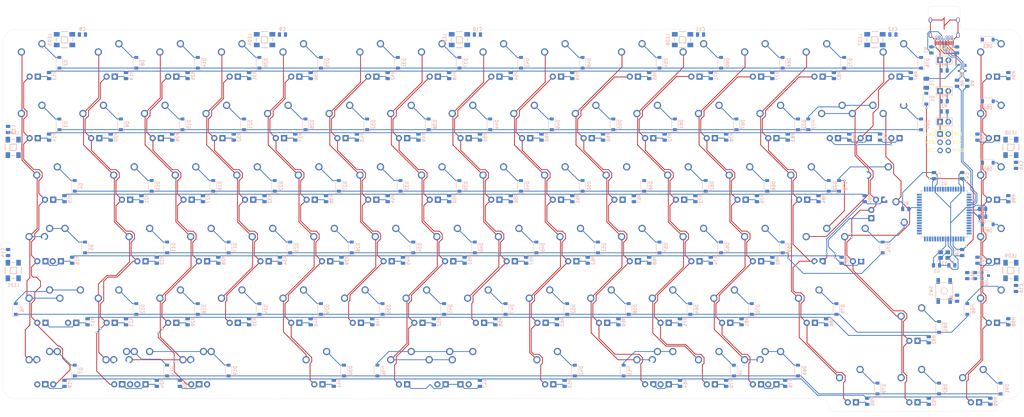
<source format=kicad_pcb>
(kicad_pcb (version 20171130) (host pcbnew "(5.1.5)-3")
  (layers (0 F.Cu signal) (31 B.Cu signal) (34 B.Paste user) (35 F.Paste user) (36 B.SilkS user) (37 F.SilkS user hide) (38 B.Mask user) (39 F.Mask user) (44 Edge.Cuts user))
  (net 0 "")
  (net 1 GND)
  (net 2 "Net-(C1-Pad1)")
  (net 3 "Net-(C2-Pad1)")
  (net 4 +5V)
  (net 5 "Net-(C7-Pad1)")
  (net 6 "Net-(D1-Pad2)")
  (net 7 ROW0)
  (net 8 "Net-(D2-Pad2)")
  (net 9 ROW1)
  (net 10 "Net-(D3-Pad2)")
  (net 11 ROW2)
  (net 12 "Net-(D4-Pad2)")
  (net 13 ROW3)
  (net 14 "Net-(D5-Pad2)")
  (net 15 ROW4)
  (net 16 "Net-(D6-Pad2)")
  (net 17 ROW5)
  (net 18 "Net-(D7-Pad2)")
  (net 19 "Net-(D8-Pad2)")
  (net 20 "Net-(D9-Pad2)")
  (net 21 "Net-(D10-Pad2)")
  (net 22 "Net-(D11-Pad2)")
  (net 23 "Net-(D12-Pad2)")
  (net 24 "Net-(D13-Pad2)")
  (net 25 "Net-(D14-Pad2)")
  (net 26 "Net-(D15-Pad2)")
  (net 27 "Net-(D16-Pad2)")
  (net 28 "Net-(D17-Pad2)")
  (net 29 "Net-(D18-Pad2)")
  (net 30 "Net-(D19-Pad2)")
  (net 31 "Net-(D20-Pad2)")
  (net 32 "Net-(D21-Pad2)")
  (net 33 "Net-(D22-Pad2)")
  (net 34 "Net-(D23-Pad2)")
  (net 35 "Net-(D24-Pad2)")
  (net 36 "Net-(D25-Pad2)")
  (net 37 "Net-(D26-Pad2)")
  (net 38 "Net-(D27-Pad2)")
  (net 39 "Net-(D28-Pad2)")
  (net 40 "Net-(D29-Pad2)")
  (net 41 "Net-(D30-Pad2)")
  (net 42 "Net-(D31-Pad2)")
  (net 43 "Net-(D32-Pad2)")
  (net 44 "Net-(D33-Pad2)")
  (net 45 "Net-(D34-Pad2)")
  (net 46 "Net-(D35-Pad2)")
  (net 47 "Net-(D36-Pad2)")
  (net 48 "Net-(D37-Pad2)")
  (net 49 "Net-(D38-Pad2)")
  (net 50 "Net-(D39-Pad2)")
  (net 51 "Net-(D40-Pad2)")
  (net 52 "Net-(D41-Pad2)")
  (net 53 "Net-(D42-Pad2)")
  (net 54 "Net-(D43-Pad2)")
  (net 55 "Net-(D44-Pad2)")
  (net 56 "Net-(D45-Pad2)")
  (net 57 "Net-(D46-Pad2)")
  (net 58 "Net-(D47-Pad2)")
  (net 59 "Net-(D48-Pad2)")
  (net 60 "Net-(D49-Pad2)")
  (net 61 "Net-(D50-Pad2)")
  (net 62 "Net-(D51-Pad2)")
  (net 63 "Net-(D52-Pad2)")
  (net 64 "Net-(D53-Pad2)")
  (net 65 "Net-(D54-Pad2)")
  (net 66 "Net-(D55-Pad2)")
  (net 67 "Net-(D56-Pad2)")
  (net 68 "Net-(D57-Pad2)")
  (net 69 "Net-(D58-Pad2)")
  (net 70 "Net-(D59-Pad2)")
  (net 71 "Net-(D60-Pad2)")
  (net 72 "Net-(D61-Pad2)")
  (net 73 "Net-(D62-Pad2)")
  (net 74 "Net-(D63-Pad2)")
  (net 75 "Net-(D64-Pad2)")
  (net 76 "Net-(D65-Pad2)")
  (net 77 "Net-(D66-Pad2)")
  (net 78 "Net-(D67-Pad2)")
  (net 79 "Net-(D68-Pad2)")
  (net 80 "Net-(D69-Pad2)")
  (net 81 "Net-(D70-Pad2)")
  (net 82 "Net-(D71-Pad2)")
  (net 83 "Net-(D72-Pad2)")
  (net 84 "Net-(D73-Pad2)")
  (net 85 "Net-(D74-Pad2)")
  (net 86 "Net-(D75-Pad2)")
  (net 87 "Net-(D76-Pad2)")
  (net 88 "Net-(D77-Pad2)")
  (net 89 "Net-(D78-Pad2)")
  (net 90 "Net-(D79-Pad2)")
  (net 91 "Net-(D80-Pad2)")
  (net 92 "Net-(D81-Pad2)")
  (net 93 "Net-(D82-Pad2)")
  (net 94 "Net-(D83-Pad2)")
  (net 95 "Net-(D84-Pad2)")
  (net 96 "Net-(D85-Pad2)")
  (net 97 "Net-(D86-Pad2)")
  (net 98 "Net-(D87-Pad2)")
  (net 99 "Net-(D88-Pad2)")
  (net 100 "Net-(D89-Pad2)")
  (net 101 "Net-(D90-Pad2)")
  (net 102 "Net-(D91-Pad2)")
  (net 103 VCC)
  (net 104 RESET)
  (net 105 MOSI)
  (net 106 SCK)
  (net 107 MISO)
  (net 108 "Net-(LED1-Pad4)")
  (net 109 "Net-(LED1-Pad2)")
  (net 110 "Net-(LED2-Pad4)")
  (net 111 "Net-(LED3-Pad4)")
  (net 112 "Net-(LED4-Pad4)")
  (net 113 "Net-(LED5-Pad4)")
  (net 114 "Net-(LED7-Pad4)")
  (net 115 "Net-(MX_.1-Pad4)")
  (net 116 COL10)
  (net 117 "Net-(MX_,1-Pad4)")
  (net 118 COL9)
  (net 119 "Net-(MX_#1-Pad4)")
  (net 120 COL1)
  (net 121 "Net-(MX_#2-Pad4)")
  (net 122 COL2)
  (net 123 "Net-(MX_#3-Pad4)")
  (net 124 COL3)
  (net 125 "Net-(MX_#4-Pad4)")
  (net 126 COL4)
  (net 127 "Net-(MX_#5-Pad4)")
  (net 128 COL5)
  (net 129 "Net-(MX_#6-Pad4)")
  (net 130 COL6)
  (net 131 "Net-(MX_#7-Pad4)")
  (net 132 COL7)
  (net 133 "Net-(MX_#8-Pad4)")
  (net 134 COL8)
  (net 135 "Net-(MX_#9-Pad4)")
  (net 136 "Net-(MX_'1-Pad4)")
  (net 137 COL11)
  (net 138 "Net-(MX_-1-Pad4)")
  (net 139 "Net-(MX_/1-Pad4)")
  (net 140 "Net-(MX_;1-Pad4)")
  (net 141 "Net-(MX_=1-Pad4)")
  (net 142 COL12)
  (net 143 "Net-(MX_[1-Pad4)")
  (net 144 "Net-(MX_\\1-Pad4)")
  (net 145 COL13)
  (net 146 "Net-(MX_]1-Pad4)")
  (net 147 "Net-(MX_`1-Pad4)")
  (net 148 COL0)
  (net 149 "Net-(MX_A1-Pad4)")
  (net 150 "Net-(MX_B1-Pad4)")
  (net 151 "Net-(MX_BCKSP1-Pad4)")
  (net 152 "Net-(MX_BCKSP3-Pad4)")
  (net 153 COL14)
  (net 154 "Net-(MX_C1-Pad4)")
  (net 155 "Net-(MX_CAPS1-Pad4)")
  (net 156 "Net-(MX_D1-Pad4)")
  (net 157 "Net-(MX_DEL1-Pad4)")
  (net 158 COL15)
  (net 159 "Net-(MX_DOWN1-Pad4)")
  (net 160 "Net-(MX_E1-Pad4)")
  (net 161 "Net-(MX_END1-Pad4)")
  (net 162 "Net-(MX_ENTER1-Pad4)")
  (net 163 "Net-(MX_ESC1-Pad4)")
  (net 164 "Net-(MX_F1-Pad4)")
  (net 165 "Net-(MX_F#1-Pad4)")
  (net 166 "Net-(MX_F#2-Pad4)")
  (net 167 "Net-(MX_F#3-Pad4)")
  (net 168 "Net-(MX_F#4-Pad4)")
  (net 169 "Net-(MX_F#5-Pad4)")
  (net 170 "Net-(MX_F#6-Pad4)")
  (net 171 "Net-(MX_F#7-Pad4)")
  (net 172 "Net-(MX_F#8-Pad4)")
  (net 173 "Net-(MX_F#9-Pad4)")
  (net 174 "Net-(MX_F#10-Pad4)")
  (net 175 "Net-(MX_F#11-Pad4)")
  (net 176 "Net-(MX_F#12-Pad4)")
  (net 177 "Net-(MX_G1-Pad4)")
  (net 178 "Net-(MX_H1-Pad4)")
  (net 179 "Net-(MX_HOME1-Pad4)")
  (net 180 "Net-(MX_I1-Pad4)")
  (net 181 "Net-(MX_J1-Pad4)")
  (net 182 "Net-(MX_K1-Pad4)")
  (net 183 "Net-(MX_L1-Pad4)")
  (net 184 "Net-(MX_LALT1-Pad4)")
  (net 185 "Net-(MX_LCTRL1-Pad4)")
  (net 186 "Net-(MX_LEFT1-Pad4)")
  (net 187 "Net-(MX_LSHIFT1-Pad4)")
  (net 188 "Net-(MX_LSHIFT3-Pad4)")
  (net 189 "Net-(MX_M1-Pad4)")
  (net 190 "Net-(MX_N1-Pad4)")
  (net 191 "Net-(MX_O1-Pad4)")
  (net 192 "Net-(MX_P1-Pad4)")
  (net 193 "Net-(MX_PAUSE1-Pad4)")
  (net 194 "Net-(MX_PGDN1-Pad4)")
  (net 195 "Net-(MX_PGUP1-Pad4)")
  (net 196 "Net-(MX_Q1-Pad4)")
  (net 197 "Net-(MX_R1-Pad4)")
  (net 198 "Net-(MX_RALT1-Pad4)")
  (net 199 "Net-(MX_RIGHT1-Pad4)")
  (net 200 "Net-(MX_RSHIFT1-Pad4)")
  (net 201 "Net-(MX_RWIN1-Pad4)")
  (net 202 "Net-(MX_S1-Pad4)")
  (net 203 "Net-(MX_SPACE1-Pad4)")
  (net 204 "Net-(MX_SPACE5-Pad4)")
  (net 205 "Net-(MX_SPACE6-Pad4)")
  (net 206 "Net-(MX_T1-Pad4)")
  (net 207 "Net-(MX_TAB1-Pad4)")
  (net 208 "Net-(MX_U1-Pad4)")
  (net 209 "Net-(MX_UP1-Pad4)")
  (net 210 "Net-(MX_V1-Pad4)")
  (net 211 "Net-(MX_W1-Pad4)")
  (net 212 "Net-(MX_X1-Pad4)")
  (net 213 "Net-(MX_Y1-Pad4)")
  (net 214 "Net-(MX_Z1-Pad4)")
  (net 215 LEDGND)
  (net 216 "Net-(Q1-Pad1)")
  (net 217 LEDIND1)
  (net 218 LEDIND2)
  (net 219 LEDIND3)
  (net 220 "Net-(R4-Pad1)")
  (net 221 "Net-(R6-Pad2)")
  (net 222 "Net-(R7-Pad2)")
  (net 223 "Net-(R8-Pad2)")
  (net 224 D-)
  (net 225 "Net-(R9-Pad2)")
  (net 226 D+)
  (net 227 LEDMOS)
  (net 228 RGBLED)
  (net 229 "Net-(U1-Pad62)")
  (net 230 "Net-(U1-Pad61)")
  (net 231 "Net-(U1-Pad60)")
  (net 232 "Net-(U1-Pad59)")
  (net 233 "Net-(U1-Pad58)")
  (net 234 "Net-(U1-Pad57)")
  (net 235 "Net-(U1-Pad56)")
  (net 236 "Net-(U1-Pad55)")
  (net 237 "Net-(U1-Pad54)")
  (net 238 "Net-(U1-Pad51)")
  (net 239 "Net-(U1-Pad50)")
  (net 240 "Net-(U1-Pad49)")
  (net 241 "Net-(U1-Pad48)")
  (net 242 "Net-(U1-Pad47)")
  (net 243 "Net-(U1-Pad46)")
  (net 244 "Net-(U1-Pad45)")
  (net 245 "Net-(U1-Pad44)")
  (net 246 "Net-(U1-Pad42)")
  (net 247 "Net-(U1-Pad41)")
  (net 248 "Net-(U1-Pad40)")
  (net 249 "Net-(U1-Pad39)")
  (net 250 "Net-(U1-Pad38)")
  (net 251 "Net-(U1-Pad37)")
  (net 252 "Net-(U1-Pad36)")
  (net 253 "Net-(U1-Pad35)")
  (net 254 "Net-(U1-Pad34)")
  (net 255 "Net-(U1-Pad33)")
  (net 256 "Net-(U1-Pad32)")
  (net 257 "Net-(U1-Pad31)")
  (net 258 "Net-(U1-Pad30)")
  (net 259 "Net-(U1-Pad29)")
  (net 260 "Net-(U1-Pad28)")
  (net 261 "Net-(U1-Pad27)")
  (net 262 "Net-(U1-Pad26)")
  (net 263 "Net-(U1-Pad25)")
  (net 264 "Net-(U1-Pad19)")
  (net 265 "Net-(U1-Pad18)")
  (net 266 "Net-(U1-Pad16)")
  (net 267 "Net-(U1-Pad15)")
  (net 268 "Net-(U1-Pad14)")
  (net 269 "Net-(U1-Pad10)")
  (net 270 "Net-(U1-Pad9)")
  (net 271 "Net-(U1-Pad2)")
  (net 272 "Net-(U1-Pad1)")
  (net 273 "Net-(USB1-Pad3)")
  (net 274 "Net-(MX_#0-Pad4)")
  (net 275 "Net-(USB1-Pad23)")
  (net 276 "Net-(USB1-Pad22)")
  (net 277 "Net-(USB1-Pad20)")
  (net 278 "Net-(USB1-Pad15)")
  (net 279 "Net-(USB1-Pad14)")
  (net 280 "Net-(USB1-Pad11)")
  (net 281 "Net-(USB1-Pad10)")
  (net 282 "Net-(USB1-Pad8)")
  (net 283 "Net-(USB1-Pad2)")
  (net 284 "Net-(MX_RCTRL1-Pad4)")
  (net 285 "Net-(LED6-Pad4)")
  (net 286 "Net-(LED8-Pad4)")
  (net 287 "Net-(MX_LALT3-Pad4)")
  (module MX_Only:MXOnly-1U (layer F.Cu) (at 230.1875 -205.58125)
    (fp_text reference MX_=1)
    (fp_text value MX-LED)
    (pad 2 thru_hole circle (at 2.54 -5.08) (size 2.25 2.25) (drill 1.47) (layers *.Cu B.Mask) (net 83 "Net-(D72-Pad2)"))
    (pad "" np_thru_hole circle (at 0 0) (size 3.9878 3.9878) (drill 3.9878) (layers *.Cu *.Mask))
    (pad 1 thru_hole circle (at -3.81 -2.54) (size 2.25 2.25) (drill 1.47) (layers *.Cu B.Mask) (net 142 COL12))
    (pad 3 thru_hole circle (at -1.27 5.08) (size 1.905 1.905) (drill 1.04) (layers *.Cu B.Mask) (net 4 +5V))
    (pad 4 thru_hole rect (at 1.27 5.08) (size 1.905 1.905) (drill 1.04) (layers *.Cu B.Mask) (net 141 "Net-(MX_=1-Pad4)"))
    (pad "" np_thru_hole circle (at -5.08 0 48.0996) (size 1.75 1.75) (drill 1.75) (layers *.Cu *.Mask))
    (pad "" np_thru_hole circle (at 5.08 0 48.0996) (size 1.75 1.75) (drill 1.75) (layers *.Cu *.Mask))
  )
  (module MX_Only:MXOnly-1U (layer F.Cu) (at 149.225 -167.48125)
    (fp_text reference MX_J1)
    (fp_text value MX-LED)
    (pad 2 thru_hole circle (at 2.54 -5.08) (size 2.25 2.25) (drill 1.47) (layers *.Cu B.Mask) (net 57 "Net-(D46-Pad2)"))
    (pad "" np_thru_hole circle (at 0 0) (size 3.9878 3.9878) (drill 3.9878) (layers *.Cu *.Mask))
    (pad 1 thru_hole circle (at -3.81 -2.54) (size 2.25 2.25) (drill 1.47) (layers *.Cu B.Mask) (net 132 COL7))
    (pad 3 thru_hole circle (at -1.27 5.08) (size 1.905 1.905) (drill 1.04) (layers *.Cu B.Mask) (net 4 +5V))
    (pad 4 thru_hole rect (at 1.27 5.08) (size 1.905 1.905) (drill 1.04) (layers *.Cu B.Mask) (net 181 "Net-(MX_J1-Pad4)"))
    (pad "" np_thru_hole circle (at -5.08 0 48.0996) (size 1.75 1.75) (drill 1.75) (layers *.Cu *.Mask))
    (pad "" np_thru_hole circle (at 5.08 0 48.0996) (size 1.75 1.75) (drill 1.75) (layers *.Cu *.Mask))
  )
  (module MX_Only:MXOnly-1U (layer F.Cu) (at 92.075 -167.48125)
    (fp_text reference MX_F1)
    (fp_text value MX-LED)
    (pad 2 thru_hole circle (at 2.54 -5.08) (size 2.25 2.25) (drill 1.47) (layers *.Cu B.Mask) (net 39 "Net-(D28-Pad2)"))
    (pad "" np_thru_hole circle (at 0 0) (size 3.9878 3.9878) (drill 3.9878) (layers *.Cu *.Mask))
    (pad 1 thru_hole circle (at -3.81 -2.54) (size 2.25 2.25) (drill 1.47) (layers *.Cu B.Mask) (net 126 COL4))
    (pad 3 thru_hole circle (at -1.27 5.08) (size 1.905 1.905) (drill 1.04) (layers *.Cu B.Mask) (net 4 +5V))
    (pad 4 thru_hole rect (at 1.27 5.08) (size 1.905 1.905) (drill 1.04) (layers *.Cu B.Mask) (net 164 "Net-(MX_F1-Pad4)"))
    (pad "" np_thru_hole circle (at -5.08 0 48.0996) (size 1.75 1.75) (drill 1.75) (layers *.Cu *.Mask))
    (pad "" np_thru_hole circle (at 5.08 0 48.0996) (size 1.75 1.75) (drill 1.75) (layers *.Cu *.Mask))
  )
  (module MX_Only:MXOnly-1U (layer F.Cu) (at 1.5875 -224.63125)
    (fp_text reference MX_ESC1)
    (fp_text value MX-LED)
    (pad 2 thru_hole circle (at 2.54 -5.08) (size 2.25 2.25) (drill 1.47) (layers *.Cu B.Mask) (net 8 "Net-(D2-Pad2)"))
    (pad "" np_thru_hole circle (at 0 0) (size 3.9878 3.9878) (drill 3.9878) (layers *.Cu *.Mask))
    (pad 1 thru_hole circle (at -3.81 -2.54) (size 2.25 2.25) (drill 1.47) (layers *.Cu B.Mask) (net 148 COL0))
    (pad 3 thru_hole circle (at -1.27 5.08) (size 1.905 1.905) (drill 1.04) (layers *.Cu B.Mask) (net 4 +5V))
    (pad 4 thru_hole rect (at 1.27 5.08) (size 1.905 1.905) (drill 1.04) (layers *.Cu B.Mask) (net 163 "Net-(MX_ESC1-Pad4)"))
    (pad "" np_thru_hole circle (at -5.08 0 48.0996) (size 1.75 1.75) (drill 1.75) (layers *.Cu *.Mask))
    (pad "" np_thru_hole circle (at 5.08 0 48.0996) (size 1.75 1.75) (drill 1.75) (layers *.Cu *.Mask))
  )
  (module MX_Only:MXOnly-1U (layer F.Cu) (at 30.1625 -186.53125)
    (fp_text reference MX_Q1)
    (fp_text value MX-LED)
    (pad 2 thru_hole circle (at 2.54 -5.08) (size 2.25 2.25) (drill 1.47) (layers *.Cu B.Mask) (net 21 "Net-(D10-Pad2)"))
    (pad "" np_thru_hole circle (at 0 0) (size 3.9878 3.9878) (drill 3.9878) (layers *.Cu *.Mask))
    (pad 1 thru_hole circle (at -3.81 -2.54) (size 2.25 2.25) (drill 1.47) (layers *.Cu B.Mask) (net 120 COL1))
    (pad 3 thru_hole circle (at -1.27 5.08) (size 1.905 1.905) (drill 1.04) (layers *.Cu B.Mask) (net 4 +5V))
    (pad 4 thru_hole rect (at 1.27 5.08) (size 1.905 1.905) (drill 1.04) (layers *.Cu B.Mask) (net 196 "Net-(MX_Q1-Pad4)"))
    (pad "" np_thru_hole circle (at -5.08 0 48.0996) (size 1.75 1.75) (drill 1.75) (layers *.Cu *.Mask))
    (pad "" np_thru_hole circle (at 5.08 0 48.0996) (size 1.75 1.75) (drill 1.75) (layers *.Cu *.Mask))
  )
  (module MX_Only:MXOnly-1U (layer F.Cu) (at 87.3125 -186.53125)
    (fp_text reference MX_R1)
    (fp_text value MX-LED)
    (pad 2 thru_hole circle (at 2.54 -5.08) (size 2.25 2.25) (drill 1.47) (layers *.Cu B.Mask) (net 38 "Net-(D27-Pad2)"))
    (pad "" np_thru_hole circle (at 0 0) (size 3.9878 3.9878) (drill 3.9878) (layers *.Cu *.Mask))
    (pad 1 thru_hole circle (at -3.81 -2.54) (size 2.25 2.25) (drill 1.47) (layers *.Cu B.Mask) (net 126 COL4))
    (pad 3 thru_hole circle (at -1.27 5.08) (size 1.905 1.905) (drill 1.04) (layers *.Cu B.Mask) (net 4 +5V))
    (pad 4 thru_hole rect (at 1.27 5.08) (size 1.905 1.905) (drill 1.04) (layers *.Cu B.Mask) (net 197 "Net-(MX_R1-Pad4)"))
    (pad "" np_thru_hole circle (at -5.08 0 48.0996) (size 1.75 1.75) (drill 1.75) (layers *.Cu *.Mask))
    (pad "" np_thru_hole circle (at 5.08 0 48.0996) (size 1.75 1.75) (drill 1.75) (layers *.Cu *.Mask))
  )
  (module MX_Only:MXOnly-1U (layer F.Cu) (at 134.9375 -205.58125)
    (fp_text reference MX_#7)
    (fp_text value MX-LED)
    (pad 2 thru_hole circle (at 2.54 -5.08) (size 2.25 2.25) (drill 1.47) (layers *.Cu B.Mask) (net 55 "Net-(D44-Pad2)"))
    (pad "" np_thru_hole circle (at 0 0) (size 3.9878 3.9878) (drill 3.9878) (layers *.Cu *.Mask))
    (pad 1 thru_hole circle (at -3.81 -2.54) (size 2.25 2.25) (drill 1.47) (layers *.Cu B.Mask) (net 132 COL7))
    (pad 3 thru_hole circle (at -1.27 5.08) (size 1.905 1.905) (drill 1.04) (layers *.Cu B.Mask) (net 4 +5V))
    (pad 4 thru_hole rect (at 1.27 5.08) (size 1.905 1.905) (drill 1.04) (layers *.Cu B.Mask) (net 131 "Net-(MX_#7-Pad4)"))
    (pad "" np_thru_hole circle (at -5.08 0 48.0996) (size 1.75 1.75) (drill 1.75) (layers *.Cu *.Mask))
    (pad "" np_thru_hole circle (at 5.08 0 48.0996) (size 1.75 1.75) (drill 1.75) (layers *.Cu *.Mask))
  )
  (module MX_Only:MXOnly-1U (layer F.Cu) (at 144.4625 -186.53125)
    (fp_text reference MX_U1)
    (fp_text value MX-LED)
    (pad 2 thru_hole circle (at 2.54 -5.08) (size 2.25 2.25) (drill 1.47) (layers *.Cu B.Mask) (net 56 "Net-(D45-Pad2)"))
    (pad "" np_thru_hole circle (at 0 0) (size 3.9878 3.9878) (drill 3.9878) (layers *.Cu *.Mask))
    (pad 1 thru_hole circle (at -3.81 -2.54) (size 2.25 2.25) (drill 1.47) (layers *.Cu B.Mask) (net 132 COL7))
    (pad 3 thru_hole circle (at -1.27 5.08) (size 1.905 1.905) (drill 1.04) (layers *.Cu B.Mask) (net 4 +5V))
    (pad 4 thru_hole rect (at 1.27 5.08) (size 1.905 1.905) (drill 1.04) (layers *.Cu B.Mask) (net 208 "Net-(MX_U1-Pad4)"))
    (pad "" np_thru_hole circle (at -5.08 0 48.0996) (size 1.75 1.75) (drill 1.75) (layers *.Cu *.Mask))
    (pad "" np_thru_hole circle (at 5.08 0 48.0996) (size 1.75 1.75) (drill 1.75) (layers *.Cu *.Mask))
  )
  (module MX_Only:MXOnly-1U (layer F.Cu) (at 139.7 -148.43125)
    (fp_text reference MX_N1)
    (fp_text value MX-LED)
    (pad 2 thru_hole circle (at 2.54 -5.08) (size 2.25 2.25) (drill 1.47) (layers *.Cu B.Mask) (net 58 "Net-(D47-Pad2)"))
    (pad "" np_thru_hole circle (at 0 0) (size 3.9878 3.9878) (drill 3.9878) (layers *.Cu *.Mask))
    (pad 1 thru_hole circle (at -3.81 -2.54) (size 2.25 2.25) (drill 1.47) (layers *.Cu B.Mask) (net 132 COL7))
    (pad 3 thru_hole circle (at -1.27 5.08) (size 1.905 1.905) (drill 1.04) (layers *.Cu B.Mask) (net 4 +5V))
    (pad 4 thru_hole rect (at 1.27 5.08) (size 1.905 1.905) (drill 1.04) (layers *.Cu B.Mask) (net 190 "Net-(MX_N1-Pad4)"))
    (pad "" np_thru_hole circle (at -5.08 0 48.0996) (size 1.75 1.75) (drill 1.75) (layers *.Cu *.Mask))
    (pad "" np_thru_hole circle (at 5.08 0 48.0996) (size 1.75 1.75) (drill 1.75) (layers *.Cu *.Mask))
  )
  (module MX_Only:MXOnly-2.25U-ReversedStabilizers (layer F.Cu) (at 256.38125 -167.48125)
    (fp_text reference MX_ENTER1)
    (fp_text value MX-LED)
    (pad 2 thru_hole circle (at 2.54 -5.08) (size 2.25 2.25) (drill 1.47) (layers *.Cu B.Mask) (net 85 "Net-(D74-Pad2)"))
    (pad "" np_thru_hole circle (at 0 0) (size 3.9878 3.9878) (drill 3.9878) (layers *.Cu *.Mask))
    (pad 1 thru_hole circle (at -3.81 -2.54) (size 2.25 2.25) (drill 1.47) (layers *.Cu B.Mask) (net 153 COL14))
    (pad 3 thru_hole circle (at -1.27 5.08) (size 1.905 1.905) (drill 1.04) (layers *.Cu B.Mask) (net 4 +5V))
    (pad 4 thru_hole rect (at 1.27 5.08) (size 1.905 1.905) (drill 1.04) (layers *.Cu B.Mask) (net 162 "Net-(MX_ENTER1-Pad4)"))
    (pad "" np_thru_hole circle (at -5.08 0 48.0996) (size 1.75 1.75) (drill 1.75) (layers *.Cu *.Mask))
    (pad "" np_thru_hole circle (at 5.08 0 48.0996) (size 1.75 1.75) (drill 1.75) (layers *.Cu *.Mask))
    (pad "" np_thru_hole circle (at -11.938 6.985) (size 3.048 3.048) (drill 3.048) (layers *.Cu *.Mask))
    (pad "" np_thru_hole circle (at 11.938 6.985) (size 3.048 3.048) (drill 3.048) (layers *.Cu *.Mask))
    (pad "" np_thru_hole circle (at -11.938 -8.255) (size 3.9878 3.9878) (drill 3.9878) (layers *.Cu *.Mask))
    (pad "" np_thru_hole circle (at 11.938 -8.255) (size 3.9878 3.9878) (drill 3.9878) (layers *.Cu *.Mask))
  )
  (module MX_Only:MXOnly-1U (layer F.Cu) (at 173.0375 -205.58125)
    (fp_text reference MX_#9)
    (fp_text value MX-LED)
    (pad 2 thru_hole circle (at 2.54 -5.08) (size 2.25 2.25) (drill 1.47) (layers *.Cu B.Mask) (net 66 "Net-(D55-Pad2)"))
    (pad "" np_thru_hole circle (at 0 0) (size 3.9878 3.9878) (drill 3.9878) (layers *.Cu *.Mask))
    (pad 1 thru_hole circle (at -3.81 -2.54) (size 2.25 2.25) (drill 1.47) (layers *.Cu B.Mask) (net 118 COL9))
    (pad 3 thru_hole circle (at -1.27 5.08) (size 1.905 1.905) (drill 1.04) (layers *.Cu B.Mask) (net 4 +5V))
    (pad 4 thru_hole rect (at 1.27 5.08) (size 1.905 1.905) (drill 1.04) (layers *.Cu B.Mask) (net 135 "Net-(MX_#9-Pad4)"))
    (pad "" np_thru_hole circle (at -5.08 0 48.0996) (size 1.75 1.75) (drill 1.75) (layers *.Cu *.Mask))
    (pad "" np_thru_hole circle (at 5.08 0 48.0996) (size 1.75 1.75) (drill 1.75) (layers *.Cu *.Mask))
  )
  (module MX_Only:MXOnly-1U (layer F.Cu) (at 187.325 -224.63125)
    (fp_text reference MX_F#9)
    (fp_text value MX-LED)
    (pad 2 thru_hole circle (at 2.54 -5.08) (size 2.25 2.25) (drill 1.47) (layers *.Cu B.Mask) (net 65 "Net-(D54-Pad2)"))
    (pad "" np_thru_hole circle (at 0 0) (size 3.9878 3.9878) (drill 3.9878) (layers *.Cu *.Mask))
    (pad 1 thru_hole circle (at -3.81 -2.54) (size 2.25 2.25) (drill 1.47) (layers *.Cu B.Mask) (net 118 COL9))
    (pad 3 thru_hole circle (at -1.27 5.08) (size 1.905 1.905) (drill 1.04) (layers *.Cu B.Mask) (net 4 +5V))
    (pad 4 thru_hole rect (at 1.27 5.08) (size 1.905 1.905) (drill 1.04) (layers *.Cu B.Mask) (net 173 "Net-(MX_F#9-Pad4)"))
    (pad "" np_thru_hole circle (at -5.08 0 48.0996) (size 1.75 1.75) (drill 1.75) (layers *.Cu *.Mask))
    (pad "" np_thru_hole circle (at 5.08 0 48.0996) (size 1.75 1.75) (drill 1.75) (layers *.Cu *.Mask))
  )
  (module MX_Only:MXOnly-1U (layer F.Cu) (at 201.6125 -186.53125)
    (fp_text reference MX_P1)
    (fp_text value MX-LED)
    (pad 2 thru_hole circle (at 2.54 -5.08) (size 2.25 2.25) (drill 1.47) (layers *.Cu B.Mask) (net 73 "Net-(D62-Pad2)"))
    (pad "" np_thru_hole circle (at 0 0) (size 3.9878 3.9878) (drill 3.9878) (layers *.Cu *.Mask))
    (pad 1 thru_hole circle (at -3.81 -2.54) (size 2.25 2.25) (drill 1.47) (layers *.Cu B.Mask) (net 116 COL10))
    (pad 3 thru_hole circle (at -1.27 5.08) (size 1.905 1.905) (drill 1.04) (layers *.Cu B.Mask) (net 4 +5V))
    (pad 4 thru_hole rect (at 1.27 5.08) (size 1.905 1.905) (drill 1.04) (layers *.Cu B.Mask) (net 192 "Net-(MX_P1-Pad4)"))
    (pad "" np_thru_hole circle (at -5.08 0 48.0996) (size 1.75 1.75) (drill 1.75) (layers *.Cu *.Mask))
    (pad "" np_thru_hole circle (at 5.08 0 48.0996) (size 1.75 1.75) (drill 1.75) (layers *.Cu *.Mask))
  )
  (module MX_Only:MXOnly-1U (layer F.Cu) (at 220.6625 -186.53125)
    (fp_text reference MX_[1)
    (fp_text value MX-LED)
    (pad 2 thru_hole circle (at 2.54 -5.08) (size 2.25 2.25) (drill 1.47) (layers *.Cu B.Mask) (net 79 "Net-(D68-Pad2)"))
    (pad "" np_thru_hole circle (at 0 0) (size 3.9878 3.9878) (drill 3.9878) (layers *.Cu *.Mask))
    (pad 1 thru_hole circle (at -3.81 -2.54) (size 2.25 2.25) (drill 1.47) (layers *.Cu B.Mask) (net 137 COL11))
    (pad 3 thru_hole circle (at -1.27 5.08) (size 1.905 1.905) (drill 1.04) (layers *.Cu B.Mask) (net 4 +5V))
    (pad 4 thru_hole rect (at 1.27 5.08) (size 1.905 1.905) (drill 1.04) (layers *.Cu B.Mask) (net 143 "Net-(MX_[1-Pad4)"))
    (pad "" np_thru_hole circle (at -5.08 0 48.0996) (size 1.75 1.75) (drill 1.75) (layers *.Cu *.Mask))
    (pad "" np_thru_hole circle (at 5.08 0 48.0996) (size 1.75 1.75) (drill 1.75) (layers *.Cu *.Mask))
  )
  (module MX_Only:MXOnly-1U (layer F.Cu) (at 254.79375 -123.825)
    (fp_text reference MX_LEFT1)
    (fp_text value MX-LED)
    (pad 2 thru_hole circle (at 2.54 -5.08) (size 2.25 2.25) (drill 1.47) (layers *.Cu B.Mask) (net 90 "Net-(D79-Pad2)"))
    (pad "" np_thru_hole circle (at 0 0) (size 3.9878 3.9878) (drill 3.9878) (layers *.Cu *.Mask))
    (pad 1 thru_hole circle (at -3.81 -2.54) (size 2.25 2.25) (drill 1.47) (layers *.Cu B.Mask) (net 142 COL12))
    (pad 3 thru_hole circle (at -1.27 5.08) (size 1.905 1.905) (drill 1.04) (layers *.Cu B.Mask) (net 4 +5V))
    (pad 4 thru_hole rect (at 1.27 5.08) (size 1.905 1.905) (drill 1.04) (layers *.Cu B.Mask) (net 186 "Net-(MX_LEFT1-Pad4)"))
    (pad "" np_thru_hole circle (at -5.08 0 48.0996) (size 1.75 1.75) (drill 1.75) (layers *.Cu *.Mask))
    (pad "" np_thru_hole circle (at 5.08 0 48.0996) (size 1.75 1.75) (drill 1.75) (layers *.Cu *.Mask))
  )
  (module MX_Only:MXOnly-1.75U (layer F.Cu) (at 242.09375 -148.43125)
    (fp_text reference MX_RSHIFT1)
    (fp_text value MX-LED)
    (pad 2 thru_hole circle (at 2.54 -5.08) (size 2.25 2.25) (drill 1.47) (layers *.Cu B.Mask) (net 86 "Net-(D75-Pad2)"))
    (pad "" np_thru_hole circle (at 0 0) (size 3.9878 3.9878) (drill 3.9878) (layers *.Cu *.Mask))
    (pad 1 thru_hole circle (at -3.81 -2.54) (size 2.25 2.25) (drill 1.47) (layers *.Cu B.Mask) (net 142 COL12))
    (pad 3 thru_hole circle (at -1.27 5.08) (size 1.905 1.905) (drill 1.04) (layers *.Cu B.Mask) (net 4 +5V))
    (pad 4 thru_hole rect (at 1.27 5.08) (size 1.905 1.905) (drill 1.04) (layers *.Cu B.Mask) (net 200 "Net-(MX_RSHIFT1-Pad4)"))
    (pad "" np_thru_hole circle (at -5.08 0 48.0996) (size 1.75 1.75) (drill 1.75) (layers *.Cu *.Mask))
    (pad "" np_thru_hole circle (at 5.08 0 48.0996) (size 1.75 1.75) (drill 1.75) (layers *.Cu *.Mask))
  )
  (module MX_Only:MXOnly-1U (layer F.Cu) (at 239.7125 -186.53125)
    (fp_text reference MX_]1)
    (fp_text value MX-LED)
    (pad 2 thru_hole circle (at 2.54 -5.08) (size 2.25 2.25) (drill 1.47) (layers *.Cu B.Mask) (net 84 "Net-(D73-Pad2)"))
    (pad "" np_thru_hole circle (at 0 0) (size 3.9878 3.9878) (drill 3.9878) (layers *.Cu *.Mask))
    (pad 1 thru_hole circle (at -3.81 -2.54) (size 2.25 2.25) (drill 1.47) (layers *.Cu B.Mask) (net 142 COL12))
    (pad 3 thru_hole circle (at -1.27 5.08) (size 1.905 1.905) (drill 1.04) (layers *.Cu B.Mask) (net 4 +5V))
    (pad 4 thru_hole rect (at 1.27 5.08) (size 1.905 1.905) (drill 1.04) (layers *.Cu B.Mask) (net 146 "Net-(MX_]1-Pad4)"))
    (pad "" np_thru_hole circle (at -5.08 0 48.0996) (size 1.75 1.75) (drill 1.75) (layers *.Cu *.Mask))
    (pad "" np_thru_hole circle (at 5.08 0 48.0996) (size 1.75 1.75) (drill 1.75) (layers *.Cu *.Mask))
  )
  (module MX_Only:MXOnly-1U (layer F.Cu) (at 244.475 -167.48125)
    (fp_text reference MX_\2)
    (fp_text value MX-LED)
    (pad 2 thru_hole circle (at 2.54 -5.08) (size 2.25 2.25) (drill 1.47) (layers *.Cu B.Mask) (net 89 "Net-(D78-Pad2)"))
    (pad "" np_thru_hole circle (at 0 0) (size 3.9878 3.9878) (drill 3.9878) (layers *.Cu *.Mask))
    (pad 1 thru_hole circle (at -3.81 -2.54) (size 2.25 2.25) (drill 1.47) (layers *.Cu B.Mask) (net 145 COL13))
    (pad 3 thru_hole circle (at -1.27 5.08) (size 1.905 1.905) (drill 1.04) (layers *.Cu B.Mask) (net 4 +5V))
    (pad 4 thru_hole rect (at 1.27 5.08) (size 1.905 1.905) (drill 1.04) (layers *.Cu B.Mask) (net 144 "Net-(MX_\\1-Pad4)"))
    (pad "" np_thru_hole circle (at -5.08 0 48.0996) (size 1.75 1.75) (drill 1.75) (layers *.Cu *.Mask))
    (pad "" np_thru_hole circle (at 5.08 0 48.0996) (size 1.75 1.75) (drill 1.75) (layers *.Cu *.Mask))
  )
  (module MX_Only:MXOnly-1U (layer F.Cu) (at 273.84375 -142.875)
    (fp_text reference MX_UP1)
    (fp_text value MX-LED)
    (pad 2 thru_hole circle (at 2.54 -5.08) (size 2.25 2.25) (drill 1.47) (layers *.Cu B.Mask) (net 92 "Net-(D81-Pad2)"))
    (pad "" np_thru_hole circle (at 0 0) (size 3.9878 3.9878) (drill 3.9878) (layers *.Cu *.Mask))
    (pad 1 thru_hole circle (at -3.81 -2.54) (size 2.25 2.25) (drill 1.47) (layers *.Cu B.Mask) (net 153 COL14))
    (pad 3 thru_hole circle (at -1.27 5.08) (size 1.905 1.905) (drill 1.04) (layers *.Cu B.Mask) (net 4 +5V))
    (pad 4 thru_hole rect (at 1.27 5.08) (size 1.905 1.905) (drill 1.04) (layers *.Cu B.Mask) (net 209 "Net-(MX_UP1-Pad4)"))
    (pad "" np_thru_hole circle (at -5.08 0 48.0996) (size 1.75 1.75) (drill 1.75) (layers *.Cu *.Mask))
    (pad "" np_thru_hole circle (at 5.08 0 48.0996) (size 1.75 1.75) (drill 1.75) (layers *.Cu *.Mask))
  )
  (module MX_Only:MXOnly-1U (layer F.Cu) (at 273.84375 -123.825)
    (fp_text reference MX_DOWN1)
    (fp_text value MX-LED)
    (pad 2 thru_hole circle (at 2.54 -5.08) (size 2.25 2.25) (drill 1.47) (layers *.Cu B.Mask) (net 93 "Net-(D82-Pad2)"))
    (pad "" np_thru_hole circle (at 0 0) (size 3.9878 3.9878) (drill 3.9878) (layers *.Cu *.Mask))
    (pad 1 thru_hole circle (at -3.81 -2.54) (size 2.25 2.25) (drill 1.47) (layers *.Cu B.Mask) (net 153 COL14))
    (pad 3 thru_hole circle (at -1.27 5.08) (size 1.905 1.905) (drill 1.04) (layers *.Cu B.Mask) (net 4 +5V))
    (pad 4 thru_hole rect (at 1.27 5.08) (size 1.905 1.905) (drill 1.04) (layers *.Cu B.Mask) (net 159 "Net-(MX_DOWN1-Pad4)"))
    (pad "" np_thru_hole circle (at -5.08 0 48.0996) (size 1.75 1.75) (drill 1.75) (layers *.Cu *.Mask))
    (pad "" np_thru_hole circle (at 5.08 0 48.0996) (size 1.75 1.75) (drill 1.75) (layers *.Cu *.Mask))
  )
  (module MX_Only:MXOnly-1U (layer F.Cu) (at 292.89375 -123.825)
    (fp_text reference MX_RIGHT1)
    (fp_text value MX-LED)
    (pad 2 thru_hole circle (at 2.54 -5.08) (size 2.25 2.25) (drill 1.47) (layers *.Cu B.Mask) (net 102 "Net-(D91-Pad2)"))
    (pad "" np_thru_hole circle (at 0 0) (size 3.9878 3.9878) (drill 3.9878) (layers *.Cu *.Mask))
    (pad 1 thru_hole circle (at -3.81 -2.54) (size 2.25 2.25) (drill 1.47) (layers *.Cu B.Mask) (net 158 COL15))
    (pad 3 thru_hole circle (at -1.27 5.08) (size 1.905 1.905) (drill 1.04) (layers *.Cu B.Mask) (net 4 +5V))
    (pad 4 thru_hole rect (at 1.27 5.08) (size 1.905 1.905) (drill 1.04) (layers *.Cu B.Mask) (net 199 "Net-(MX_RIGHT1-Pad4)"))
    (pad "" np_thru_hole circle (at -5.08 0 48.0996) (size 1.75 1.75) (drill 1.75) (layers *.Cu *.Mask))
    (pad "" np_thru_hole circle (at 5.08 0 48.0996) (size 1.75 1.75) (drill 1.75) (layers *.Cu *.Mask))
  )
  (module MX_Only:MXOnly-1U (layer F.Cu) (at 298.45 -224.63125)
    (fp_text reference MX_DEL1)
    (fp_text value MX-LED)
    (pad 2 thru_hole circle (at 2.54 -5.08) (size 2.25 2.25) (drill 1.47) (layers *.Cu B.Mask) (net 94 "Net-(D83-Pad2)"))
    (pad "" np_thru_hole circle (at 0 0) (size 3.9878 3.9878) (drill 3.9878) (layers *.Cu *.Mask))
    (pad 1 thru_hole circle (at -3.81 -2.54) (size 2.25 2.25) (drill 1.47) (layers *.Cu B.Mask) (net 158 COL15))
    (pad 3 thru_hole circle (at -1.27 5.08) (size 1.905 1.905) (drill 1.04) (layers *.Cu B.Mask) (net 4 +5V))
    (pad 4 thru_hole rect (at 1.27 5.08) (size 1.905 1.905) (drill 1.04) (layers *.Cu B.Mask) (net 157 "Net-(MX_DEL1-Pad4)"))
    (pad "" np_thru_hole circle (at -5.08 0 48.0996) (size 1.75 1.75) (drill 1.75) (layers *.Cu *.Mask))
    (pad "" np_thru_hole circle (at 5.08 0 48.0996) (size 1.75 1.75) (drill 1.75) (layers *.Cu *.Mask))
  )
  (module MX_Only:MXOnly-1U (layer F.Cu) (at 1.5875 -205.58125)
    (fp_text reference MX_`1)
    (fp_text value MX-LED)
    (pad 2 thru_hole circle (at 2.54 -5.08) (size 2.25 2.25) (drill 1.47) (layers *.Cu B.Mask) (net 10 "Net-(D3-Pad2)"))
    (pad "" np_thru_hole circle (at 0 0) (size 3.9878 3.9878) (drill 3.9878) (layers *.Cu *.Mask))
    (pad 1 thru_hole circle (at -3.81 -2.54) (size 2.25 2.25) (drill 1.47) (layers *.Cu B.Mask) (net 148 COL0))
    (pad 3 thru_hole circle (at -1.27 5.08) (size 1.905 1.905) (drill 1.04) (layers *.Cu B.Mask) (net 4 +5V))
    (pad 4 thru_hole rect (at 1.27 5.08) (size 1.905 1.905) (drill 1.04) (layers *.Cu B.Mask) (net 147 "Net-(MX_`1-Pad4)"))
    (pad "" np_thru_hole circle (at -5.08 0 48.0996) (size 1.75 1.75) (drill 1.75) (layers *.Cu *.Mask))
    (pad "" np_thru_hole circle (at 5.08 0 48.0996) (size 1.75 1.75) (drill 1.75) (layers *.Cu *.Mask))
  )
  (module Resistor_SMD:R_0805_2012Metric (layer B.Cu) (at 259.55625 -119.0625 90)
    (fp_text reference R90 (at 0 1.65 90) (layer B.SilkS) (effects (justify mirror)))
    (fp_text value 1K)
    (pad 2 smd roundrect (at 0.9375 0 90) (size 0.975 1.4) (layers B.Cu B.Paste B.Mask) (net 215 LEDGND))
    (pad 1 smd roundrect (at -0.9375 0 90) (size 0.975 1.4) (layers B.Cu B.Paste B.Mask) (net 186 "Net-(MX_LEFT1-Pad4)"))
  )
  (module MX_Only:MXOnly-1.5U (layer F.Cu) (at 34.925 -129.38125)
    (fp_text reference MX_LALT3)
    (fp_text value MX-LED)
    (pad 2 thru_hole circle (at 2.54 -5.08) (size 2.25 2.25) (drill 1.47) (layers *.Cu B.Mask) (net 30 "Net-(D19-Pad2)"))
    (pad "" np_thru_hole circle (at 0 0) (size 3.9878 3.9878) (drill 3.9878) (layers *.Cu *.Mask))
    (pad 1 thru_hole circle (at -3.81 -2.54) (size 2.25 2.25) (drill 1.47) (layers *.Cu B.Mask) (net 122 COL2))
    (pad 3 thru_hole circle (at -1.27 5.08) (size 1.905 1.905) (drill 1.04) (layers *.Cu B.Mask) (net 4 +5V))
    (pad 4 thru_hole rect (at 1.27 5.08) (size 1.905 1.905) (drill 1.04) (layers *.Cu B.Mask) (net 287 "Net-(MX_LALT3-Pad4)"))
    (pad "" np_thru_hole circle (at -5.08 0 48.0996) (size 1.75 1.75) (drill 1.75) (layers *.Cu *.Mask))
    (pad "" np_thru_hole circle (at 5.08 0 48.0996) (size 1.75 1.75) (drill 1.75) (layers *.Cu *.Mask))
  )
  (module MX_Only:MXOnly-1U-FLIPPED (layer F.Cu) (at 30.1625 -129.38125)
    (fp_text reference MX_LWIN2)
    (fp_text value MX-LED)
    (pad 2 thru_hole circle (at 2.54 -5.08) (size 2.25 2.25) (drill 1.47) (layers *.Cu B.Mask) (net 24 "Net-(D13-Pad2)"))
    (pad "" np_thru_hole circle (at 0 0) (size 3.9878 3.9878) (drill 3.9878) (layers *.Cu *.Mask))
    (pad 1 thru_hole circle (at -3.81 -2.54) (size 2.25 2.25) (drill 1.47) (layers *.Cu B.Mask) (net 120 COL1))
    (pad 3 thru_hole circle (at 1.27 5.08) (size 1.905 1.905) (drill 1.04) (layers *.Cu B.Mask) (net 4 +5V))
    (pad 4 thru_hole rect (at -1.27 5.08) (size 1.905 1.905) (drill 1.04) (layers *.Cu B.Mask) (net 287 "Net-(MX_LALT3-Pad4)"))
    (pad "" np_thru_hole circle (at -5.08 0 48.0996) (size 1.75 1.75) (drill 1.75) (layers *.Cu *.Mask))
    (pad "" np_thru_hole circle (at 5.08 0 48.0996) (size 1.75 1.75) (drill 1.75) (layers *.Cu *.Mask))
  )
  (module MX_Only:MXOnly-1.25U (layer F.Cu) (at 27.78125 -129.38125)
    (fp_text reference MX_LWIN1)
    (fp_text value MX-LED)
    (pad 2 thru_hole circle (at 2.54 -5.08) (size 2.25 2.25) (drill 1.47) (layers *.Cu B.Mask) (net 24 "Net-(D13-Pad2)"))
    (pad "" np_thru_hole circle (at 0 0) (size 3.9878 3.9878) (drill 3.9878) (layers *.Cu *.Mask))
    (pad 1 thru_hole circle (at -3.81 -2.54) (size 2.25 2.25) (drill 1.47) (layers *.Cu B.Mask) (net 120 COL1))
    (pad 3 thru_hole circle (at -1.27 5.08) (size 1.905 1.905) (drill 1.04) (layers *.Cu B.Mask) (net 4 +5V))
    (pad 4 thru_hole rect (at 1.27 5.08) (size 1.905 1.905) (drill 1.04) (layers *.Cu B.Mask) (net 287 "Net-(MX_LALT3-Pad4)"))
    (pad "" np_thru_hole circle (at -5.08 0 48.0996) (size 1.75 1.75) (drill 1.75) (layers *.Cu *.Mask))
    (pad "" np_thru_hole circle (at 5.08 0 48.0996) (size 1.75 1.75) (drill 1.75) (layers *.Cu *.Mask))
  )
  (module Resistor_SMD:R_0805_2012Metric (layer B.Cu) (at 39.6875 -124.61875 90)
    (fp_text reference R24 (at 0 1.65 90) (layer B.SilkS) (effects (justify mirror)))
    (fp_text value 1K)
    (pad 2 smd roundrect (at 0.9375 0 90) (size 0.975 1.4) (layers B.Cu B.Paste B.Mask) (net 215 LEDGND))
    (pad 1 smd roundrect (at -0.9375 0 90) (size 0.975 1.4) (layers B.Cu B.Paste B.Mask) (net 287 "Net-(MX_LALT3-Pad4)"))
  )
  (module random-keyboard-parts:D_SOD-123-Pretty (layer B.Cu) (at 277.8125 -212.725 90)
    (fp_text reference D1 (at 0 2 90) (layer B.SilkS) (effects (justify mirror)))
    (fp_text value Schottky)
    (pad 1 smd rect (at -1.65 0 90) (size 0.9 1.2) (layers B.Cu B.Paste B.Mask) (net 4 +5V))
    (pad 2 smd rect (at 1.65 0 90) (size 0.9 1.2) (layers B.Cu B.Paste B.Mask) (net 6 "Net-(D1-Pad2)"))
  )
  (module Resistor_SMD:R_0805_2012Metric (layer B.Cu) (at 230.1875 -219.86875 90)
    (fp_text reference R77 (at 0 1.65 90) (layer B.SilkS) (effects (justify mirror)))
    (fp_text value 1K)
    (pad 2 smd roundrect (at 0.9375 0 90) (size 0.975 1.4) (layers B.Cu B.Paste B.Mask) (net 215 LEDGND))
    (pad 1 smd roundrect (at -0.9375 0 90) (size 0.975 1.4) (layers B.Cu B.Paste B.Mask) (net 175 "Net-(MX_F#11-Pad4)"))
  )
  (module Resistor_SMD:R_0805_2012Metric (layer B.Cu) (at 249.2375 -219.86875 90)
    (fp_text reference R82 (at 0 1.65 90) (layer B.SilkS) (effects (justify mirror)))
    (fp_text value 1K)
    (pad 2 smd roundrect (at 0.9375 0 90) (size 0.975 1.4) (layers B.Cu B.Paste B.Mask) (net 215 LEDGND))
    (pad 1 smd roundrect (at -0.9375 0 90) (size 0.975 1.4) (layers B.Cu B.Paste B.Mask) (net 176 "Net-(MX_F#12-Pad4)"))
  )
  (module Resistor_SMD:R_0805_2012Metric (layer B.Cu) (at 273.05 -219.86875 90)
    (fp_text reference R87 (at 0 1.65 90) (layer B.SilkS) (effects (justify mirror)))
    (fp_text value 1K)
    (pad 2 smd roundrect (at 0.9375 0 90) (size 0.975 1.4) (layers B.Cu B.Paste B.Mask) (net 215 LEDGND))
    (pad 1 smd roundrect (at -0.9375 0 90) (size 0.975 1.4) (layers B.Cu B.Paste B.Mask) (net 193 "Net-(MX_PAUSE1-Pad4)"))
  )
  (module MX_Only:MXOnly-1U (layer F.Cu) (at 298.45 -186.53125)
    (fp_text reference MX_PGUP1)
    (fp_text value MX-LED)
    (pad "" np_thru_hole circle (at 5.08 0 48.0996) (size 1.75 1.75) (drill 1.75) (layers *.Cu *.Mask))
    (pad "" np_thru_hole circle (at -5.08 0 48.0996) (size 1.75 1.75) (drill 1.75) (layers *.Cu *.Mask))
    (pad 4 thru_hole rect (at 1.27 5.08) (size 1.905 1.905) (drill 1.04) (layers *.Cu B.Mask) (net 195 "Net-(MX_PGUP1-Pad4)"))
    (pad 3 thru_hole circle (at -1.27 5.08) (size 1.905 1.905) (drill 1.04) (layers *.Cu B.Mask) (net 4 +5V))
    (pad 1 thru_hole circle (at -3.81 -2.54) (size 2.25 2.25) (drill 1.47) (layers *.Cu B.Mask) (net 158 COL15))
    (pad "" np_thru_hole circle (at 0 0) (size 3.9878 3.9878) (drill 3.9878) (layers *.Cu *.Mask))
    (pad 2 thru_hole circle (at 2.54 -5.08) (size 2.25 2.25) (drill 1.47) (layers *.Cu B.Mask) (net 96 "Net-(D85-Pad2)"))
  )
  (module MX_Only:MXOnly-1.5U (layer F.Cu) (at 263.525 -186.53125)
    (fp_text reference MX_\1)
    (fp_text value MX-LED)
    (pad "" np_thru_hole circle (at 5.08 0 48.0996) (size 1.75 1.75) (drill 1.75) (layers *.Cu *.Mask))
    (pad "" np_thru_hole circle (at -5.08 0 48.0996) (size 1.75 1.75) (drill 1.75) (layers *.Cu *.Mask))
    (pad 4 thru_hole rect (at 1.27 5.08) (size 1.905 1.905) (drill 1.04) (layers *.Cu B.Mask) (net 144 "Net-(MX_\\1-Pad4)"))
    (pad 3 thru_hole circle (at -1.27 5.08) (size 1.905 1.905) (drill 1.04) (layers *.Cu B.Mask) (net 4 +5V))
    (pad 1 thru_hole circle (at -3.81 -2.54) (size 2.25 2.25) (drill 1.47) (layers *.Cu B.Mask) (net 145 COL13))
    (pad "" np_thru_hole circle (at 0 0) (size 3.9878 3.9878) (drill 3.9878) (layers *.Cu *.Mask))
    (pad 2 thru_hole circle (at 2.54 -5.08) (size 2.25 2.25) (drill 1.47) (layers *.Cu B.Mask) (net 89 "Net-(D78-Pad2)"))
  )
  (module Package_QFP:TQFP-64_14x14mm_P0.8mm (layer B.Cu) (at 283.36875 -177.00625 180)
    (fp_text reference U1 (at 0 9.45) (layer B.SilkS) (effects (justify mirror)))
    (fp_text value AT90USB1286-AU)
    (pad 64 smd rect (at -6 7.7 90) (size 1.5 0.55) (layers B.Cu B.Paste B.Mask) (net 4 +5V))
    (pad 63 smd rect (at -5.2 7.7 90) (size 1.5 0.55) (layers B.Cu B.Paste B.Mask) (net 1 GND))
    (pad 62 smd rect (at -4.4 7.7 90) (size 1.5 0.55) (layers B.Cu B.Paste B.Mask) (net 229 "Net-(U1-Pad62)"))
    (pad 61 smd rect (at -3.6 7.7 90) (size 1.5 0.55) (layers B.Cu B.Paste B.Mask) (net 230 "Net-(U1-Pad61)"))
    (pad 60 smd rect (at -2.8 7.7 90) (size 1.5 0.55) (layers B.Cu B.Paste B.Mask) (net 231 "Net-(U1-Pad60)"))
    (pad 59 smd rect (at -2 7.7 90) (size 1.5 0.55) (layers B.Cu B.Paste B.Mask) (net 232 "Net-(U1-Pad59)"))
    (pad 58 smd rect (at -1.2 7.7 90) (size 1.5 0.55) (layers B.Cu B.Paste B.Mask) (net 233 "Net-(U1-Pad58)"))
    (pad 57 smd rect (at -0.4 7.7 90) (size 1.5 0.55) (layers B.Cu B.Paste B.Mask) (net 234 "Net-(U1-Pad57)"))
    (pad 56 smd rect (at 0.4 7.7 90) (size 1.5 0.55) (layers B.Cu B.Paste B.Mask) (net 235 "Net-(U1-Pad56)"))
    (pad 55 smd rect (at 1.2 7.7 90) (size 1.5 0.55) (layers B.Cu B.Paste B.Mask) (net 236 "Net-(U1-Pad55)"))
    (pad 54 smd rect (at 2 7.7 90) (size 1.5 0.55) (layers B.Cu B.Paste B.Mask) (net 237 "Net-(U1-Pad54)"))
    (pad 53 smd rect (at 2.8 7.7 90) (size 1.5 0.55) (layers B.Cu B.Paste B.Mask) (net 1 GND))
    (pad 52 smd rect (at 3.6 7.7 90) (size 1.5 0.55) (layers B.Cu B.Paste B.Mask) (net 4 +5V))
    (pad 51 smd rect (at 4.4 7.7 90) (size 1.5 0.55) (layers B.Cu B.Paste B.Mask) (net 238 "Net-(U1-Pad51)"))
    (pad 50 smd rect (at 5.2 7.7 90) (size 1.5 0.55) (layers B.Cu B.Paste B.Mask) (net 239 "Net-(U1-Pad50)"))
    (pad 49 smd rect (at 6 7.7 90) (size 1.5 0.55) (layers B.Cu B.Paste B.Mask) (net 240 "Net-(U1-Pad49)"))
    (pad 48 smd rect (at 7.7 6 180) (size 1.5 0.55) (layers B.Cu B.Paste B.Mask) (net 241 "Net-(U1-Pad48)"))
    (pad 47 smd rect (at 7.7 5.2 180) (size 1.5 0.55) (layers B.Cu B.Paste B.Mask) (net 242 "Net-(U1-Pad47)"))
    (pad 46 smd rect (at 7.7 4.4 180) (size 1.5 0.55) (layers B.Cu B.Paste B.Mask) (net 243 "Net-(U1-Pad46)"))
    (pad 45 smd rect (at 7.7 3.6 180) (size 1.5 0.55) (layers B.Cu B.Paste B.Mask) (net 244 "Net-(U1-Pad45)"))
    (pad 44 smd rect (at 7.7 2.8 180) (size 1.5 0.55) (layers B.Cu B.Paste B.Mask) (net 245 "Net-(U1-Pad44)"))
    (pad 43 smd rect (at 7.7 2 180) (size 1.5 0.55) (layers B.Cu B.Paste B.Mask) (net 220 "Net-(R4-Pad1)"))
    (pad 42 smd rect (at 7.7 1.2 180) (size 1.5 0.55) (layers B.Cu B.Paste B.Mask) (net 246 "Net-(U1-Pad42)"))
    (pad 41 smd rect (at 7.7 0.4 180) (size 1.5 0.55) (layers B.Cu B.Paste B.Mask) (net 247 "Net-(U1-Pad41)"))
    (pad 40 smd rect (at 7.7 -0.4 180) (size 1.5 0.55) (layers B.Cu B.Paste B.Mask) (net 248 "Net-(U1-Pad40)"))
    (pad 39 smd rect (at 7.7 -1.2 180) (size 1.5 0.55) (layers B.Cu B.Paste B.Mask) (net 249 "Net-(U1-Pad39)"))
    (pad 38 smd rect (at 7.7 -2 180) (size 1.5 0.55) (layers B.Cu B.Paste B.Mask) (net 250 "Net-(U1-Pad38)"))
    (pad 37 smd rect (at 7.7 -2.8 180) (size 1.5 0.55) (layers B.Cu B.Paste B.Mask) (net 251 "Net-(U1-Pad37)"))
    (pad 36 smd rect (at 7.7 -3.6 180) (size 1.5 0.55) (layers B.Cu B.Paste B.Mask) (net 252 "Net-(U1-Pad36)"))
    (pad 35 smd rect (at 7.7 -4.4 180) (size 1.5 0.55) (layers B.Cu B.Paste B.Mask) (net 253 "Net-(U1-Pad35)"))
    (pad 34 smd rect (at 7.7 -5.2 180) (size 1.5 0.55) (layers B.Cu B.Paste B.Mask) (net 254 "Net-(U1-Pad34)"))
    (pad 33 smd rect (at 7.7 -6 180) (size 1.5 0.55) (layers B.Cu B.Paste B.Mask) (net 255 "Net-(U1-Pad33)"))
    (pad 32 smd rect (at 6 -7.7 90) (size 1.5 0.55) (layers B.Cu B.Paste B.Mask) (net 256 "Net-(U1-Pad32)"))
    (pad 31 smd rect (at 5.2 -7.7 90) (size 1.5 0.55) (layers B.Cu B.Paste B.Mask) (net 257 "Net-(U1-Pad31)"))
    (pad 30 smd rect (at 4.4 -7.7 90) (size 1.5 0.55) (layers B.Cu B.Paste B.Mask) (net 258 "Net-(U1-Pad30)"))
    (pad 29 smd rect (at 3.6 -7.7 90) (size 1.5 0.55) (layers B.Cu B.Paste B.Mask) (net 259 "Net-(U1-Pad29)"))
    (pad 28 smd rect (at 2.8 -7.7 90) (size 1.5 0.55) (layers B.Cu B.Paste B.Mask) (net 260 "Net-(U1-Pad28)"))
    (pad 27 smd rect (at 2 -7.7 90) (size 1.5 0.55) (layers B.Cu B.Paste B.Mask) (net 261 "Net-(U1-Pad27)"))
    (pad 26 smd rect (at 1.2 -7.7 90) (size 1.5 0.55) (layers B.Cu B.Paste B.Mask) (net 262 "Net-(U1-Pad26)"))
    (pad 25 smd rect (at 0.4 -7.7 90) (size 1.5 0.55) (layers B.Cu B.Paste B.Mask) (net 263 "Net-(U1-Pad25)"))
    (pad 24 smd rect (at -0.4 -7.7 90) (size 1.5 0.55) (layers B.Cu B.Paste B.Mask) (net 2 "Net-(C1-Pad1)"))
    (pad 23 smd rect (at -1.2 -7.7 90) (size 1.5 0.55) (layers B.Cu B.Paste B.Mask) (net 3 "Net-(C2-Pad1)"))
    (pad 22 smd rect (at -2 -7.7 90) (size 1.5 0.55) (layers B.Cu B.Paste B.Mask) (net 1 GND))
    (pad 21 smd rect (at -2.8 -7.7 90) (size 1.5 0.55) (layers B.Cu B.Paste B.Mask) (net 4 +5V))
    (pad 20 smd rect (at -3.6 -7.7 90) (size 1.5 0.55) (layers B.Cu B.Paste B.Mask) (net 104 RESET))
    (pad 19 smd rect (at -4.4 -7.7 90) (size 1.5 0.55) (layers B.Cu B.Paste B.Mask) (net 264 "Net-(U1-Pad19)"))
    (pad 18 smd rect (at -5.2 -7.7 90) (size 1.5 0.55) (layers B.Cu B.Paste B.Mask) (net 265 "Net-(U1-Pad18)"))
    (pad 17 smd rect (at -6 -7.7 90) (size 1.5 0.55) (layers B.Cu B.Paste B.Mask) (net 227 LEDMOS))
    (pad 16 smd rect (at -7.7 -6 180) (size 1.5 0.55) (layers B.Cu B.Paste B.Mask) (net 266 "Net-(U1-Pad16)"))
    (pad 15 smd rect (at -7.7 -5.2 180) (size 1.5 0.55) (layers B.Cu B.Paste B.Mask) (net 267 "Net-(U1-Pad15)"))
    (pad 14 smd rect (at -7.7 -4.4 180) (size 1.5 0.55) (layers B.Cu B.Paste B.Mask) (net 268 "Net-(U1-Pad14)"))
    (pad 13 smd rect (at -7.7 -3.6 180) (size 1.5 0.55) (layers B.Cu B.Paste B.Mask) (net 107 MISO))
    (pad 12 smd rect (at -7.7 -2.8 180) (size 1.5 0.55) (layers B.Cu B.Paste B.Mask) (net 105 MOSI))
    (pad 11 smd rect (at -7.7 -2 180) (size 1.5 0.55) (layers B.Cu B.Paste B.Mask) (net 106 SCK))
    (pad 10 smd rect (at -7.7 -1.2 180) (size 1.5 0.55) (layers B.Cu B.Paste B.Mask) (net 269 "Net-(U1-Pad10)"))
    (pad 9 smd rect (at -7.7 -0.4 180) (size 1.5 0.55) (layers B.Cu B.Paste B.Mask) (net 270 "Net-(U1-Pad9)"))
    (pad 8 smd rect (at -7.7 0.4 180) (size 1.5 0.55) (layers B.Cu B.Paste B.Mask) (net 4 +5V))
    (pad 7 smd rect (at -7.7 1.2 180) (size 1.5 0.55) (layers B.Cu B.Paste B.Mask) (net 5 "Net-(C7-Pad1)"))
    (pad 6 smd rect (at -7.7 2 180) (size 1.5 0.55) (layers B.Cu B.Paste B.Mask) (net 1 GND))
    (pad 5 smd rect (at -7.7 2.8 180) (size 1.5 0.55) (layers B.Cu B.Paste B.Mask) (net 226 D+))
    (pad 4 smd rect (at -7.7 3.6 180) (size 1.5 0.55) (layers B.Cu B.Paste B.Mask) (net 224 D-))
    (pad 3 smd rect (at -7.7 4.4 180) (size 1.5 0.55) (layers B.Cu B.Paste B.Mask) (net 4 +5V))
    (pad 2 smd rect (at -7.7 5.2 180) (size 1.5 0.55) (layers B.Cu B.Paste B.Mask) (net 271 "Net-(U1-Pad2)"))
    (pad 1 smd rect (at -7.7 6 180) (size 1.5 0.55) (layers B.Cu B.Paste B.Mask) (net 272 "Net-(U1-Pad1)"))
  )
  (module Capacitor_SMD:C_0805_2012Metric (layer B.Cu) (at 295.275 -176.2125)
    (fp_text reference C5 (at 0 1.65 180) (layer B.SilkS) (effects (justify mirror)))
    (fp_text value 0.1uF)
    (pad 2 smd roundrect (at 0.9375 0) (size 0.975 1.4) (layers B.Cu B.Paste B.Mask) (net 1 GND))
    (pad 1 smd roundrect (at -0.9375 0) (size 0.975 1.4) (layers B.Cu B.Paste B.Mask) (net 4 +5V))
  )
  (module Capacitor_SMD:C_0805_2012Metric (layer B.Cu) (at 295.275 -178.59375)
    (fp_text reference C7 (at 0 1.65 180) (layer B.SilkS) (effects (justify mirror)))
    (fp_text value 1uF)
    (pad 2 smd roundrect (at 0.9375 0) (size 0.975 1.4) (layers B.Cu B.Paste B.Mask) (net 1 GND))
    (pad 1 smd roundrect (at -0.9375 0) (size 0.975 1.4) (layers B.Cu B.Paste B.Mask) (net 5 "Net-(C7-Pad1)"))
  )
  (module Capacitor_SMD:C_0805_2012Metric (layer B.Cu) (at 280.19375 -188.9125 90)
    (fp_text reference C3 (at 0 1.65 270) (layer B.SilkS) (effects (justify mirror)))
    (fp_text value 10uF)
    (pad 2 smd roundrect (at 0.9375 0 90) (size 0.975 1.4) (layers B.Cu B.Paste B.Mask) (net 1 GND))
    (pad 1 smd roundrect (at -0.9375 0 90) (size 0.975 1.4) (layers B.Cu B.Paste B.Mask) (net 4 +5V))
  )
  (module Capacitor_SMD:C_0805_2012Metric (layer B.Cu) (at 280.9875 -161.13125)
    (fp_text reference C1 (at 0 1.65) (layer B.SilkS) (effects (justify mirror)))
    (fp_text value 22pF)
    (pad 2 smd roundrect (at 0.9375 0) (size 0.975 1.4) (layers B.Cu B.Paste B.Mask) (net 1 GND))
    (pad 1 smd roundrect (at -0.9375 0) (size 0.975 1.4) (layers B.Cu B.Paste B.Mask) (net 2 "Net-(C1-Pad1)"))
  )
  (module Crystal:Crystal_SMD_3225-4Pin_3.2x2.5mm (layer B.Cu) (at 283.36875 -164.30625)
    (fp_text reference Y1 (at 0 2.45) (layer B.SilkS) (effects (justify mirror)))
    (fp_text value 16MHz)
    (pad 4 smd rect (at -1.1 0.85) (size 1.4 1.2) (layers B.Cu B.Paste B.Mask) (net 1 GND))
    (pad 3 smd rect (at 1.1 0.85) (size 1.4 1.2) (layers B.Cu B.Paste B.Mask) (net 3 "Net-(C2-Pad1)"))
    (pad 2 smd rect (at 1.1 -0.85) (size 1.4 1.2) (layers B.Cu B.Paste B.Mask) (net 1 GND))
    (pad 1 smd rect (at -1.1 -0.85) (size 1.4 1.2) (layers B.Cu B.Paste B.Mask) (net 2 "Net-(C1-Pad1)"))
  )
  (module MX_Only:MXOnly-1U (layer F.Cu) (at 298.45 -167.48125)
    (fp_text reference MX_PGDN1)
    (fp_text value MX-LED)
    (pad 2 thru_hole circle (at 2.54 -5.08) (size 2.25 2.25) (drill 1.47) (layers *.Cu B.Mask) (net 100 "Net-(D89-Pad2)"))
    (pad "" np_thru_hole circle (at 0 0) (size 3.9878 3.9878) (drill 3.9878) (layers *.Cu *.Mask))
    (pad 1 thru_hole circle (at -3.81 -2.54) (size 2.25 2.25) (drill 1.47) (layers *.Cu B.Mask) (net 158 COL15))
    (pad 3 thru_hole circle (at -1.27 5.08) (size 1.905 1.905) (drill 1.04) (layers *.Cu B.Mask) (net 4 +5V))
    (pad 4 thru_hole rect (at 1.27 5.08) (size 1.905 1.905) (drill 1.04) (layers *.Cu B.Mask) (net 194 "Net-(MX_PGDN1-Pad4)"))
    (pad "" np_thru_hole circle (at -5.08 0 48.0996) (size 1.75 1.75) (drill 1.75) (layers *.Cu *.Mask))
    (pad "" np_thru_hole circle (at 5.08 0 48.0996) (size 1.75 1.75) (drill 1.75) (layers *.Cu *.Mask))
  )
  (module Resistor_SMD:R_0805_2012Metric (layer B.Cu) (at 287.3375 -227.80625 270)
    (fp_text reference R6 (at 0 1.65 90) (layer B.SilkS) (effects (justify mirror)))
    (fp_text value 5.1K)
    (pad 2 smd roundrect (at 0.9375 0 270) (size 0.975 1.4) (layers B.Cu B.Paste B.Mask) (net 221 "Net-(R6-Pad2)"))
    (pad 1 smd roundrect (at -0.9375 0 270) (size 0.975 1.4) (layers B.Cu B.Paste B.Mask) (net 1 GND))
  )
  (module WS2812B:WS2812B (layer B.Cu) (at 11.1125 -230.98125 270)
    (fp_text reference LED3 (at 0 4.572 270) (layer B.SilkS) (effects (justify mirror)))
    (fp_text value WS2812B hide)
    (pad 4 smd rect (at 1.65 -2.4 270) (size 1.4 1.8) (layers B.Cu B.Paste B.Mask) (net 111 "Net-(LED3-Pad4)"))
    (pad 3 smd rect (at -1.65 -2.4 270) (size 1.4 1.8) (layers B.Cu B.Paste B.Mask) (net 1 GND))
    (pad 2 smd rect (at -1.65 2.4 270) (size 1.4 1.8) (layers B.Cu B.Paste B.Mask) (net 110 "Net-(LED2-Pad4)"))
    (pad 1 smd rect (at 1.65 2.4 270) (size 1.4 1.8) (layers B.Cu B.Paste B.Mask) (net 4 +5V))
  )
  (module Resistor_SMD:R_0805_2012Metric (layer B.Cu) (at 263.525 -200.81875 90)
    (fp_text reference R91 (at 0 1.65 90) (layer B.SilkS) (effects (justify mirror)))
    (fp_text value 1K)
    (pad 2 smd roundrect (at 0.9375 0 90) (size 0.975 1.4) (layers B.Cu B.Paste B.Mask) (net 215 LEDGND))
    (pad 1 smd roundrect (at -0.9375 0 90) (size 0.975 1.4) (layers B.Cu B.Paste B.Mask) (net 152 "Net-(MX_BCKSP3-Pad4)"))
  )
  (module MX_Only:MXOnly-1.5U (layer F.Cu) (at 225.425 -129.38125)
    (fp_text reference MX_RCTRL2)
    (fp_text value MX-LED)
    (pad "" np_thru_hole circle (at 5.08 0 48.0996) (size 1.75 1.75) (drill 1.75) (layers *.Cu *.Mask))
    (pad "" np_thru_hole circle (at -5.08 0 48.0996) (size 1.75 1.75) (drill 1.75) (layers *.Cu *.Mask))
    (pad 4 thru_hole rect (at 1.27 5.08) (size 1.905 1.905) (drill 1.04) (layers *.Cu B.Mask) (net 284 "Net-(MX_RCTRL1-Pad4)"))
    (pad 3 thru_hole circle (at -1.27 5.08) (size 1.905 1.905) (drill 1.04) (layers *.Cu B.Mask) (net 4 +5V))
    (pad 1 thru_hole circle (at -3.81 -2.54) (size 2.25 2.25) (drill 1.47) (layers *.Cu B.Mask) (net 137 COL11))
    (pad "" np_thru_hole circle (at 0 0) (size 3.9878 3.9878) (drill 3.9878) (layers *.Cu *.Mask))
    (pad 2 thru_hole circle (at 2.54 -5.08) (size 2.25 2.25) (drill 1.47) (layers *.Cu B.Mask) (net 76 "Net-(D65-Pad2)"))
  )
  (module MX_Only:MXOnly-1U (layer F.Cu) (at 230.1875 -129.38125)
    (fp_text reference MX_RCTRL1)
    (fp_text value MX-LED)
    (pad 2 thru_hole circle (at 2.54 -5.08) (size 2.25 2.25) (drill 1.47) (layers *.Cu B.Mask) (net 76 "Net-(D65-Pad2)"))
    (pad "" np_thru_hole circle (at 0 0) (size 3.9878 3.9878) (drill 3.9878) (layers *.Cu *.Mask))
    (pad 1 thru_hole circle (at -3.81 -2.54) (size 2.25 2.25) (drill 1.47) (layers *.Cu B.Mask) (net 137 COL11))
    (pad 3 thru_hole circle (at -1.27 5.08) (size 1.905 1.905) (drill 1.04) (layers *.Cu B.Mask) (net 4 +5V))
    (pad 4 thru_hole rect (at 1.27 5.08) (size 1.905 1.905) (drill 1.04) (layers *.Cu B.Mask) (net 284 "Net-(MX_RCTRL1-Pad4)"))
    (pad "" np_thru_hole circle (at -5.08 0 48.0996) (size 1.75 1.75) (drill 1.75) (layers *.Cu *.Mask))
    (pad "" np_thru_hole circle (at 5.08 0 48.0996) (size 1.75 1.75) (drill 1.75) (layers *.Cu *.Mask))
  )
  (module MX_Only:MXOnly-1.5U (layer F.Cu) (at 196.85 -129.38125)
    (fp_text reference MX_RALT2)
    (fp_text value MX-LED)
    (pad 2 thru_hole circle (at 2.54 -5.08) (size 2.25 2.25) (drill 1.47) (layers *.Cu B.Mask) (net 64 "Net-(D53-Pad2)"))
    (pad "" np_thru_hole circle (at 0 0) (size 3.9878 3.9878) (drill 3.9878) (layers *.Cu *.Mask))
    (pad 1 thru_hole circle (at -3.81 -2.54) (size 2.25 2.25) (drill 1.47) (layers *.Cu B.Mask) (net 118 COL9))
    (pad 3 thru_hole circle (at -1.27 5.08) (size 1.905 1.905) (drill 1.04) (layers *.Cu B.Mask) (net 4 +5V))
    (pad 4 thru_hole rect (at 1.27 5.08) (size 1.905 1.905) (drill 1.04) (layers *.Cu B.Mask) (net 198 "Net-(MX_RALT1-Pad4)"))
    (pad "" np_thru_hole circle (at -5.08 0 48.0996) (size 1.75 1.75) (drill 1.75) (layers *.Cu *.Mask))
    (pad "" np_thru_hole circle (at 5.08 0 48.0996) (size 1.75 1.75) (drill 1.75) (layers *.Cu *.Mask))
  )
  (module MX_Only:MXOnly-1U (layer F.Cu) (at 192.0875 -129.38125)
    (fp_text reference MX_RALT1)
    (fp_text value MX-LED)
    (pad 2 thru_hole circle (at 2.54 -5.08) (size 2.25 2.25) (drill 1.47) (layers *.Cu B.Mask) (net 64 "Net-(D53-Pad2)"))
    (pad "" np_thru_hole circle (at 0 0) (size 3.9878 3.9878) (drill 3.9878) (layers *.Cu *.Mask))
    (pad 1 thru_hole circle (at -3.81 -2.54) (size 2.25 2.25) (drill 1.47) (layers *.Cu B.Mask) (net 118 COL9))
    (pad 3 thru_hole circle (at -1.27 5.08) (size 1.905 1.905) (drill 1.04) (layers *.Cu B.Mask) (net 4 +5V))
    (pad 4 thru_hole rect (at 1.27 5.08) (size 1.905 1.905) (drill 1.04) (layers *.Cu B.Mask) (net 198 "Net-(MX_RALT1-Pad4)"))
    (pad "" np_thru_hole circle (at -5.08 0 48.0996) (size 1.75 1.75) (drill 1.75) (layers *.Cu *.Mask))
    (pad "" np_thru_hole circle (at 5.08 0 48.0996) (size 1.75 1.75) (drill 1.75) (layers *.Cu *.Mask))
  )
  (module MX_Only:MXOnly-1U (layer F.Cu) (at 211.1375 -129.38125)
    (fp_text reference MX_RWIN1)
    (fp_text value MX-LED)
    (pad 2 thru_hole circle (at 2.54 -5.08) (size 2.25 2.25) (drill 1.47) (layers *.Cu B.Mask) (net 70 "Net-(D59-Pad2)"))
    (pad "" np_thru_hole circle (at 0 0) (size 3.9878 3.9878) (drill 3.9878) (layers *.Cu *.Mask))
    (pad 1 thru_hole circle (at -3.81 -2.54) (size 2.25 2.25) (drill 1.47) (layers *.Cu B.Mask) (net 116 COL10))
    (pad 3 thru_hole circle (at -1.27 5.08) (size 1.905 1.905) (drill 1.04) (layers *.Cu B.Mask) (net 4 +5V))
    (pad 4 thru_hole rect (at 1.27 5.08) (size 1.905 1.905) (drill 1.04) (layers *.Cu B.Mask) (net 201 "Net-(MX_RWIN1-Pad4)"))
    (pad "" np_thru_hole circle (at -5.08 0 48.0996) (size 1.75 1.75) (drill 1.75) (layers *.Cu *.Mask))
    (pad "" np_thru_hole circle (at 5.08 0 48.0996) (size 1.75 1.75) (drill 1.75) (layers *.Cu *.Mask))
  )
  (module random-keyboard-parts:LED_D3.0mm-Pretty (layer F.Cu) (at 283.36875 -224.63125)
    (fp_text reference D86)
    (fp_text value LED_Small)
    (pad 2 thru_hole circle (at 1.27 0) (size 1.8 1.8) (drill 0.9) (layers *.Cu B.Mask) (net 97 "Net-(D86-Pad2)"))
    (pad 1 thru_hole rect (at -1.27 0) (size 1.8 1.8) (drill 0.9) (layers *.Cu B.Mask) (net 1 GND))
  )
  (module Type-C:Wurth-632723300011 (layer F.Cu) (at 283.36875 -240.50625 180)
    (fp_text reference USB1 (at 0 -12) (layer F.SilkS))
    (fp_text value Wurth-632723300011)
    (pad 27 smd rect (at 0 -2.9 180) (size 0.2 1) (layers F.Cu F.Paste F.Mask) (net 1 GND))
    (pad 27 smd rect (at 0 -6 180) (size 0.2 1) (layers F.Cu F.Paste F.Mask) (net 1 GND))
    (pad 26 thru_hole oval (at -4.27 -3.45 180) (size 1 1.6) (drill oval 0.6 1.2) (layers *.Cu B.Mask) (net 1 GND))
    (pad 26 thru_hole oval (at -4.27 -8.18 180) (size 1 1.6) (drill oval 0.6 1.2) (layers *.Cu B.Mask) (net 1 GND))
    (pad 26 thru_hole oval (at 4.27 -3.45 180) (size 1 1.6) (drill oval 0.6 1.2) (layers *.Cu B.Mask) (net 1 GND))
    (pad 26 thru_hole oval (at 4.27 -8.18 180) (size 1 1.6) (drill oval 0.6 1.2) (layers *.Cu B.Mask) (net 1 GND))
    (pad 25 thru_hole circle (at -2 -9.33 180) (size 0.65 0.65) (drill 0.4) (layers *.Cu B.Mask) (net 1 GND))
    (pad 24 thru_hole circle (at -2.8 -9.33 180) (size 0.65 0.65) (drill 0.4) (layers *.Cu B.Mask) (net 1 GND))
    (pad 23 thru_hole circle (at -2.4 -8.63 180) (size 0.65 0.65) (drill 0.4) (layers *.Cu B.Mask) (net 275 "Net-(USB1-Pad23)"))
    (pad 22 thru_hole circle (at -1.6 -8.63 180) (size 0.65 0.65) (drill 0.4) (layers *.Cu B.Mask) (net 276 "Net-(USB1-Pad22)"))
    (pad 21 thru_hole circle (at -1.2 -9.33 180) (size 0.65 0.65) (drill 0.4) (layers *.Cu B.Mask) (net 103 VCC))
    (pad 20 thru_hole circle (at -0.8 -8.62 180) (size 0.65 0.65) (drill 0.4) (layers *.Cu B.Mask) (net 277 "Net-(USB1-Pad20)"))
    (pad 19 thru_hole circle (at -0.4 -9.33 180) (size 0.65 0.65) (drill 0.4) (layers *.Cu B.Mask) (net 223 "Net-(R8-Pad2)"))
    (pad 18 thru_hole circle (at 0.4 -9.33 180) (size 0.65 0.65) (drill 0.4) (layers *.Cu B.Mask) (net 225 "Net-(R9-Pad2)"))
    (pad 17 thru_hole circle (at 0.8 -8.63 180) (size 0.65 0.65) (drill 0.4) (layers *.Cu B.Mask) (net 222 "Net-(R7-Pad2)"))
    (pad 16 thru_hole circle (at 1.2 -9.33 180) (size 0.65 0.65) (drill 0.4) (layers *.Cu B.Mask) (net 103 VCC))
    (pad 15 thru_hole circle (at 1.6 -8.63 180) (size 0.65 0.65) (drill 0.4) (layers *.Cu B.Mask) (net 278 "Net-(USB1-Pad15)"))
    (pad 25 thru_hole circle (at 2 -9.33 180) (size 0.65 0.65) (drill 0.4) (layers *.Cu B.Mask) (net 1 GND))
    (pad 14 thru_hole circle (at 2.4 -8.63 180) (size 0.65 0.65) (drill 0.4) (layers *.Cu B.Mask) (net 279 "Net-(USB1-Pad14)"))
    (pad 13 thru_hole circle (at 2.8 -9.33 180) (size 0.65 0.65) (drill 0.4) (layers *.Cu B.Mask) (net 1 GND))
    (pad 12 smd rect (at 2.75 -10.58 180) (size 0.3 1.2) (layers F.Cu F.Paste F.Mask) (net 1 GND))
    (pad 11 smd rect (at 2.25 -10.58 180) (size 0.3 1.2) (layers F.Cu F.Paste F.Mask) (net 280 "Net-(USB1-Pad11)"))
    (pad 10 smd rect (at 1.75 -10.58 180) (size 0.3 1.2) (layers F.Cu F.Paste F.Mask) (net 281 "Net-(USB1-Pad10)"))
    (pad 9 smd rect (at 1.25 -10.58 180) (size 0.3 1.2) (layers F.Cu F.Paste F.Mask) (net 103 VCC))
    (pad 8 smd rect (at 0.75 -10.58 180) (size 0.3 1.2) (layers F.Cu F.Paste F.Mask) (net 282 "Net-(USB1-Pad8)"))
    (pad 7 smd rect (at 0.25 -10.58 180) (size 0.3 1.2) (layers F.Cu F.Paste F.Mask) (net 223 "Net-(R8-Pad2)"))
    (pad 6 smd rect (at -0.25 -10.58 180) (size 0.3 1.2) (layers F.Cu F.Paste F.Mask) (net 225 "Net-(R9-Pad2)"))
    (pad 5 smd rect (at -0.75 -10.58 180) (size 0.3 1.2) (layers F.Cu F.Paste F.Mask) (net 221 "Net-(R6-Pad2)"))
    (pad 4 smd rect (at -1.25 -10.58 180) (size 0.3 1.2) (layers F.Cu F.Paste F.Mask) (net 103 VCC))
    (pad 3 smd rect (at -1.75 -10.58 180) (size 0.3 1.2) (layers F.Cu F.Paste F.Mask) (net 273 "Net-(USB1-Pad3)"))
    (pad 2 smd rect (at -2.25 -10.58 180) (size 0.3 1.2) (layers F.Cu F.Paste F.Mask) (net 283 "Net-(USB1-Pad2)"))
    (pad 1 smd rect (at -2.75 -10.58 180) (size 0.3 1.2) (layers F.Cu F.Paste F.Mask) (net 1 GND))
  )
  (module random-keyboard-parts:SKQG-1155865 (layer B.Cu) (at 283.36875 -153.19375 90)
    (fp_text reference SW1 (at 0 -4.064 90) (layer B.SilkS) (effects (justify mirror)))
    (fp_text value SW_Push)
    (pad 1 smd rect (at 3.1 -1.85 90) (size 1.8 1.1) (layers B.Cu B.Paste B.Mask) (net 1 GND))
    (pad 2 smd rect (at -3.1 1.85 90) (size 1.8 1.1) (layers B.Cu B.Paste B.Mask) (net 104 RESET))
    (pad 3 smd rect (at 3.1 1.85 90) (size 1.8 1.1) (layers B.Cu B.Paste B.Mask))
    (pad 4 smd rect (at -3.1 -1.85 90) (size 1.8 1.1) (layers B.Cu B.Paste B.Mask))
  )
  (module Resistor_SMD:R_0805_2012Metric (layer B.Cu) (at 290.5125 -157.95625 90)
    (fp_text reference R10 (at 0 1.65 90) (layer B.SilkS) (effects (justify mirror)))
    (fp_text value 100)
    (pad 2 smd roundrect (at 0.9375 0 90) (size 0.975 1.4) (layers B.Cu B.Paste B.Mask) (net 227 LEDMOS))
    (pad 1 smd roundrect (at -0.9375 0 90) (size 0.975 1.4) (layers B.Cu B.Paste B.Mask) (net 216 "Net-(Q1-Pad1)"))
  )
  (module Resistor_SMD:R_0805_2012Metric (layer B.Cu) (at 292.89375 -157.95625 90)
    (fp_text reference R11 (at 0 1.65 90) (layer B.SilkS) (effects (justify mirror)))
    (fp_text value 10K)
    (pad 2 smd roundrect (at 0.9375 0 90) (size 0.975 1.4) (layers B.Cu B.Paste B.Mask) (net 1 GND))
    (pad 1 smd roundrect (at -0.9375 0 90) (size 0.975 1.4) (layers B.Cu B.Paste B.Mask) (net 216 "Net-(Q1-Pad1)"))
  )
  (module Package_TO_SOT_SMD:SOT-23 (layer B.Cu) (at 296.06875 -157.95625)
    (fp_text reference Q1 (at 0 2.5) (layer B.SilkS) (effects (justify mirror)))
    (fp_text value 2N7002)
    (pad 3 smd rect (at 1 0) (size 0.9 0.8) (layers B.Cu B.Paste B.Mask) (net 215 LEDGND))
    (pad 2 smd rect (at -1 -0.95) (size 0.9 0.8) (layers B.Cu B.Paste B.Mask) (net 1 GND))
    (pad 1 smd rect (at -1 0.95) (size 0.9 0.8) (layers B.Cu B.Paste B.Mask) (net 216 "Net-(Q1-Pad1)"))
  )
  (module Capacitor_SMD:C_0805_2012Metric (layer B.Cu) (at 288.925 -188.9125 90)
    (fp_text reference C4 (at 0 1.65 90) (layer B.SilkS) (effects (justify mirror)))
    (fp_text value 0.1uF)
    (pad 2 smd roundrect (at 0.9375 0 90) (size 0.975 1.4) (layers B.Cu B.Paste B.Mask) (net 1 GND))
    (pad 1 smd roundrect (at -0.9375 0 90) (size 0.975 1.4) (layers B.Cu B.Paste B.Mask) (net 4 +5V))
  )
  (module Resistor_SMD:R_0805_2012Metric (layer B.Cu) (at 290.5125 -217.4875 90)
    (fp_text reference R9 (at 0 1.65 90) (layer B.SilkS) (effects (justify mirror)))
    (fp_text value 22)
    (pad 2 smd roundrect (at 0.9375 0 90) (size 0.975 1.4) (layers B.Cu B.Paste B.Mask) (net 225 "Net-(R9-Pad2)"))
    (pad 1 smd roundrect (at -0.9375 0 90) (size 0.975 1.4) (layers B.Cu B.Paste B.Mask) (net 226 D+))
  )
  (module Resistor_SMD:R_0805_2012Metric (layer B.Cu) (at 287.3375 -217.4875 90)
    (fp_text reference R8 (at 0 1.65 90) (layer B.SilkS) (effects (justify mirror)))
    (fp_text value 22)
    (pad 2 smd roundrect (at 0.9375 0 90) (size 0.975 1.4) (layers B.Cu B.Paste B.Mask) (net 223 "Net-(R8-Pad2)"))
    (pad 1 smd roundrect (at -0.9375 0 90) (size 0.975 1.4) (layers B.Cu B.Paste B.Mask) (net 224 D-))
  )
  (module random-keyboard-parts:SOT143B (layer B.Cu) (at 288.925 -222.25 180)
    (fp_text reference U2 (at 0 -2.45) (layer B.SilkS) (effects (justify mirror)))
    (fp_text value PRTR5V0U2X)
    (pad 1 smd rect (at -1 0.75 270) (size 1 0.7) (layers B.Cu B.Paste B.Mask) (net 1 GND))
    (pad 4 smd rect (at 1 0.95 270) (size 0.6 0.7) (layers B.Cu B.Paste B.Mask) (net 103 VCC))
    (pad 2 smd rect (at -1 -0.95 270) (size 0.6 0.7) (layers B.Cu B.Paste B.Mask) (net 225 "Net-(R9-Pad2)"))
    (pad 3 smd rect (at 1 -0.95 270) (size 0.6 0.7) (layers B.Cu B.Paste B.Mask) (net 223 "Net-(R8-Pad2)"))
  )
  (module MX_Only:MXOnly-ISO-ROTATED-ReversedStabilizers (layer F.Cu) (at 265.90625 -177.00625)
    (fp_text reference MX_ENTER2)
    (fp_text value MX-LED)
    (pad "" np_thru_hole circle (at -8.255 -11.938) (size 3.9878 3.9878) (drill 3.9878) (layers *.Cu *.Mask))
    (pad "" np_thru_hole circle (at -8.255 11.938) (size 3.9878 3.9878) (drill 3.9878) (layers *.Cu *.Mask))
    (pad "" np_thru_hole circle (at 6.985 -11.938) (size 3.048 3.048) (drill 3.048) (layers *.Cu *.Mask))
    (pad "" np_thru_hole circle (at 6.985 11.938) (size 3.048 3.048) (drill 3.048) (layers *.Cu *.Mask))
    (pad "" np_thru_hole circle (at 0 5.08 48.0996) (size 1.75 1.75) (drill 1.75) (layers *.Cu *.Mask))
    (pad "" np_thru_hole circle (at 0 -5.08 48.0996) (size 1.75 1.75) (drill 1.75) (layers *.Cu *.Mask))
    (pad 4 thru_hole rect (at -5.08 1.27) (size 1.905 1.905) (drill 1.04) (layers *.Cu B.Mask) (net 162 "Net-(MX_ENTER1-Pad4)"))
    (pad 3 thru_hole circle (at -5.08 -1.27) (size 1.905 1.905) (drill 1.04) (layers *.Cu B.Mask) (net 4 +5V))
    (pad 1 thru_hole circle (at 2.54 -3.81) (size 2.25 2.25) (drill 1.47) (layers *.Cu B.Mask) (net 153 COL14))
    (pad "" np_thru_hole circle (at 0 0) (size 3.9878 3.9878) (drill 3.9878) (layers *.Cu *.Mask))
    (pad 2 thru_hole circle (at 5.08 2.54) (size 2.25 2.25) (drill 1.47) (layers *.Cu B.Mask) (net 85 "Net-(D74-Pad2)"))
  )
  (module MX_Only:MXOnly-1.5U-FLIPPED (layer F.Cu) (at 53.975 -129.38125)
    (fp_text reference MX_LALT2)
    (fp_text value MX-LED)
    (pad 2 thru_hole circle (at 2.54 -5.08) (size 2.25 2.25) (drill 1.47) (layers *.Cu B.Mask) (net 30 "Net-(D19-Pad2)"))
    (pad "" np_thru_hole circle (at 0 0) (size 3.9878 3.9878) (drill 3.9878) (layers *.Cu *.Mask))
    (pad 1 thru_hole circle (at -3.81 -2.54) (size 2.25 2.25) (drill 1.47) (layers *.Cu B.Mask) (net 122 COL2))
    (pad 3 thru_hole circle (at 1.27 5.08) (size 1.905 1.905) (drill 1.04) (layers *.Cu B.Mask) (net 4 +5V))
    (pad 4 thru_hole rect (at -1.27 5.08) (size 1.905 1.905) (drill 1.04) (layers *.Cu B.Mask) (net 184 "Net-(MX_LALT1-Pad4)"))
    (pad "" np_thru_hole circle (at -5.08 0 48.0996) (size 1.75 1.75) (drill 1.75) (layers *.Cu *.Mask))
    (pad "" np_thru_hole circle (at 5.08 0 48.0996) (size 1.75 1.75) (drill 1.75) (layers *.Cu *.Mask))
  )
  (module MX_Only:MXOnly-1.5U-FLIPPED (layer F.Cu) (at 6.35 -129.38125)
    (fp_text reference MX_LCTRL2)
    (fp_text value MX-LED)
    (pad 2 thru_hole circle (at 2.54 -5.08) (size 2.25 2.25) (drill 1.47) (layers *.Cu B.Mask) (net 18 "Net-(D7-Pad2)"))
    (pad "" np_thru_hole circle (at 0 0) (size 3.9878 3.9878) (drill 3.9878) (layers *.Cu *.Mask))
    (pad 1 thru_hole circle (at -3.81 -2.54) (size 2.25 2.25) (drill 1.47) (layers *.Cu B.Mask) (net 148 COL0))
    (pad 3 thru_hole circle (at 1.27 5.08) (size 1.905 1.905) (drill 1.04) (layers *.Cu B.Mask) (net 4 +5V))
    (pad 4 thru_hole rect (at -1.27 5.08) (size 1.905 1.905) (drill 1.04) (layers *.Cu B.Mask) (net 185 "Net-(MX_LCTRL1-Pad4)"))
    (pad "" np_thru_hole circle (at -5.08 0 48.0996) (size 1.75 1.75) (drill 1.75) (layers *.Cu *.Mask))
    (pad "" np_thru_hole circle (at 5.08 0 48.0996) (size 1.75 1.75) (drill 1.75) (layers *.Cu *.Mask))
  )
  (module Resistor_SMD:R_0805_2012Metric (layer B.Cu) (at 297.65625 -119.0625 90)
    (fp_text reference R99 (at 0 1.65 90) (layer B.SilkS) (effects (justify mirror)))
    (fp_text value 1K)
    (pad 2 smd roundrect (at 0.9375 0 90) (size 0.975 1.4) (layers B.Cu B.Paste B.Mask) (net 215 LEDGND))
    (pad 1 smd roundrect (at -0.9375 0 90) (size 0.975 1.4) (layers B.Cu B.Paste B.Mask) (net 199 "Net-(MX_RIGHT1-Pad4)"))
  )
  (module Resistor_SMD:R_0805_2012Metric (layer B.Cu) (at 303.2125 -143.66875 90)
    (fp_text reference R98 (at 0 1.65 270) (layer B.SilkS) (effects (justify mirror)))
    (fp_text value 1K)
    (pad 2 smd roundrect (at 0.9375 0 90) (size 0.975 1.4) (layers B.Cu B.Paste B.Mask) (net 215 LEDGND))
    (pad 1 smd roundrect (at -0.9375 0 90) (size 0.975 1.4) (layers B.Cu B.Paste B.Mask) (net 161 "Net-(MX_END1-Pad4)"))
  )
  (module Resistor_SMD:R_0805_2012Metric (layer B.Cu) (at 293.6875 -162.71875 90)
    (fp_text reference R97 (at 0 1.65 270) (layer B.SilkS) (effects (justify mirror)))
    (fp_text value 1K)
    (pad 2 smd roundrect (at 0.9375 0 90) (size 0.975 1.4) (layers B.Cu B.Paste B.Mask) (net 215 LEDGND))
    (pad 1 smd roundrect (at -0.9375 0 90) (size 0.975 1.4) (layers B.Cu B.Paste B.Mask) (net 194 "Net-(MX_PGDN1-Pad4)"))
  )
  (module Resistor_SMD:R_0805_2012Metric (layer B.Cu) (at 303.2125 -181.76875 90)
    (fp_text reference R96 (at 0 1.65 90) (layer B.SilkS) (effects (justify mirror)))
    (fp_text value 1K)
    (pad 2 smd roundrect (at 0.9375 0 90) (size 0.975 1.4) (layers B.Cu B.Paste B.Mask) (net 215 LEDGND))
    (pad 1 smd roundrect (at -0.9375 0 90) (size 0.975 1.4) (layers B.Cu B.Paste B.Mask) (net 195 "Net-(MX_PGUP1-Pad4)"))
  )
  (module Resistor_SMD:R_0805_2012Metric (layer B.Cu) (at 293.6875 -200.81875 90)
    (fp_text reference R95 (at 0 1.65 90) (layer B.SilkS) (effects (justify mirror)))
    (fp_text value 1K)
    (pad 2 smd roundrect (at 0.9375 0 90) (size 0.975 1.4) (layers B.Cu B.Paste B.Mask) (net 215 LEDGND))
    (pad 1 smd roundrect (at -0.9375 0 90) (size 0.975 1.4) (layers B.Cu B.Paste B.Mask) (net 179 "Net-(MX_HOME1-Pad4)"))
  )
  (module Resistor_SMD:R_0805_2012Metric (layer B.Cu) (at 303.2125 -219.86875 90)
    (fp_text reference R94 (at 0 1.65 90) (layer B.SilkS) (effects (justify mirror)))
    (fp_text value 1K)
    (pad 2 smd roundrect (at 0.9375 0 90) (size 0.975 1.4) (layers B.Cu B.Paste B.Mask) (net 215 LEDGND))
    (pad 1 smd roundrect (at -0.9375 0 90) (size 0.975 1.4) (layers B.Cu B.Paste B.Mask) (net 157 "Net-(MX_DEL1-Pad4)"))
  )
  (module Resistor_SMD:R_0805_2012Metric (layer B.Cu) (at 278.60625 -119.0625 90)
    (fp_text reference R93 (at 0 1.65 90) (layer B.SilkS) (effects (justify mirror)))
    (fp_text value 1K)
    (pad 2 smd roundrect (at 0.9375 0 90) (size 0.975 1.4) (layers B.Cu B.Paste B.Mask) (net 215 LEDGND))
    (pad 1 smd roundrect (at -0.9375 0 90) (size 0.975 1.4) (layers B.Cu B.Paste B.Mask) (net 159 "Net-(MX_DOWN1-Pad4)"))
  )
  (module Resistor_SMD:R_0805_2012Metric (layer B.Cu) (at 278.60625 -138.1125 90)
    (fp_text reference R92 (at 0 1.65 90) (layer B.SilkS) (effects (justify mirror)))
    (fp_text value 1K)
    (pad 2 smd roundrect (at 0.9375 0 90) (size 0.975 1.4) (layers B.Cu B.Paste B.Mask) (net 215 LEDGND))
    (pad 1 smd roundrect (at -0.9375 0 90) (size 0.975 1.4) (layers B.Cu B.Paste B.Mask) (net 209 "Net-(MX_UP1-Pad4)"))
  )
  (module Resistor_SMD:R_0805_2012Metric (layer B.Cu) (at 258.7625 -181.76875 90)
    (fp_text reference R89 (at 0 1.65 270) (layer B.SilkS) (effects (justify mirror)))
    (fp_text value 1K)
    (pad 2 smd roundrect (at 0.9375 0 90) (size 0.975 1.4) (layers B.Cu B.Paste B.Mask) (net 215 LEDGND))
    (pad 1 smd roundrect (at -0.9375 0 90) (size 0.975 1.4) (layers B.Cu B.Paste B.Mask) (net 144 "Net-(MX_\\1-Pad4)"))
  )
  (module Resistor_SMD:R_0805_2012Metric (layer B.Cu) (at 254 -200.81875 90)
    (fp_text reference R88 (at 0 1.65 90) (layer B.SilkS) (effects (justify mirror)))
    (fp_text value 1K)
    (pad 2 smd roundrect (at 0.9375 0 90) (size 0.975 1.4) (layers B.Cu B.Paste B.Mask) (net 215 LEDGND))
    (pad 1 smd roundrect (at -0.9375 0 90) (size 0.975 1.4) (layers B.Cu B.Paste B.Mask) (net 151 "Net-(MX_BCKSP1-Pad4)"))
  )
  (module Resistor_SMD:R_0805_2012Metric (layer B.Cu) (at 246.85625 -143.66875 90)
    (fp_text reference R86 (at 0 1.65 270) (layer B.SilkS) (effects (justify mirror)))
    (fp_text value 1K)
    (pad 2 smd roundrect (at 0.9375 0 90) (size 0.975 1.4) (layers B.Cu B.Paste B.Mask) (net 215 LEDGND))
    (pad 1 smd roundrect (at -0.9375 0 90) (size 0.975 1.4) (layers B.Cu B.Paste B.Mask) (net 200 "Net-(MX_RSHIFT1-Pad4)"))
  )
  (module Resistor_SMD:R_0805_2012Metric (layer B.Cu) (at 251.61875 -162.71875 90)
    (fp_text reference R85 (at 0 1.65 90) (layer B.SilkS) (effects (justify mirror)))
    (fp_text value 1K)
    (pad 2 smd roundrect (at 0.9375 0 90) (size 0.975 1.4) (layers B.Cu B.Paste B.Mask) (net 215 LEDGND))
    (pad 1 smd roundrect (at -0.9375 0 90) (size 0.975 1.4) (layers B.Cu B.Paste B.Mask) (net 162 "Net-(MX_ENTER1-Pad4)"))
  )
  (module Resistor_SMD:R_0805_2012Metric (layer B.Cu) (at 244.475 -181.76875 90)
    (fp_text reference R84 (at 0 1.65 90) (layer B.SilkS) (effects (justify mirror)))
    (fp_text value 1K)
    (pad 2 smd roundrect (at 0.9375 0 90) (size 0.975 1.4) (layers B.Cu B.Paste B.Mask) (net 215 LEDGND))
    (pad 1 smd roundrect (at -0.9375 0 90) (size 0.975 1.4) (layers B.Cu B.Paste B.Mask) (net 146 "Net-(MX_]1-Pad4)"))
  )
  (module Resistor_SMD:R_0805_2012Metric (layer B.Cu) (at 234.95 -200.81875 90)
    (fp_text reference R83 (at 0 1.65 90) (layer B.SilkS) (effects (justify mirror)))
    (fp_text value 1K)
    (pad 2 smd roundrect (at 0.9375 0 90) (size 0.975 1.4) (layers B.Cu B.Paste B.Mask) (net 215 LEDGND))
    (pad 1 smd roundrect (at -0.9375 0 90) (size 0.975 1.4) (layers B.Cu B.Paste B.Mask) (net 141 "Net-(MX_=1-Pad4)"))
  )
  (module Resistor_SMD:R_0805_2012Metric (layer B.Cu) (at 220.6625 -143.66875 90)
    (fp_text reference R81 (at 0 1.65 90) (layer B.SilkS) (effects (justify mirror)))
    (fp_text value 1K)
    (pad 2 smd roundrect (at 0.9375 0 90) (size 0.975 1.4) (layers B.Cu B.Paste B.Mask) (net 215 LEDGND))
    (pad 1 smd roundrect (at -0.9375 0 90) (size 0.975 1.4) (layers B.Cu B.Paste B.Mask) (net 139 "Net-(MX_/1-Pad4)"))
  )
  (module Resistor_SMD:R_0805_2012Metric (layer B.Cu) (at 230.1875 -162.71875 90)
    (fp_text reference R80 (at 0 1.65 90) (layer B.SilkS) (effects (justify mirror)))
    (fp_text value 1K)
    (pad 2 smd roundrect (at 0.9375 0 90) (size 0.975 1.4) (layers B.Cu B.Paste B.Mask) (net 215 LEDGND))
    (pad 1 smd roundrect (at -0.9375 0 90) (size 0.975 1.4) (layers B.Cu B.Paste B.Mask) (net 136 "Net-(MX_'1-Pad4)"))
  )
  (module Resistor_SMD:R_0805_2012Metric (layer B.Cu) (at 225.425 -181.76875 90)
    (fp_text reference R79 (at 0 1.65 90) (layer B.SilkS) (effects (justify mirror)))
    (fp_text value 1K)
    (pad 2 smd roundrect (at 0.9375 0 90) (size 0.975 1.4) (layers B.Cu B.Paste B.Mask) (net 215 LEDGND))
    (pad 1 smd roundrect (at -0.9375 0 90) (size 0.975 1.4) (layers B.Cu B.Paste B.Mask) (net 143 "Net-(MX_[1-Pad4)"))
  )
  (module Resistor_SMD:R_0805_2012Metric (layer B.Cu) (at 215.9 -200.81875 90)
    (fp_text reference R78 (at 0 1.65 90) (layer B.SilkS) (effects (justify mirror)))
    (fp_text value 1K)
    (pad 1 smd roundrect (at -0.9375 0 90) (size 0.975 1.4) (layers B.Cu B.Paste B.Mask) (net 138 "Net-(MX_-1-Pad4)"))
    (pad 2 smd roundrect (at 0.9375 0 90) (size 0.975 1.4) (layers B.Cu B.Paste B.Mask) (net 215 LEDGND))
  )
  (module Resistor_SMD:R_0805_2012Metric (layer B.Cu) (at 234.15625 -124.61875 90)
    (fp_text reference R76 (at 0 1.65 270) (layer B.SilkS) (effects (justify mirror)))
    (fp_text value 1K)
    (pad 2 smd roundrect (at 0.9375 0 90) (size 0.975 1.4) (layers B.Cu B.Paste B.Mask) (net 215 LEDGND))
    (pad 1 smd roundrect (at -0.9375 0 90) (size 0.975 1.4) (layers B.Cu B.Paste B.Mask) (net 284 "Net-(MX_RCTRL1-Pad4)"))
  )
  (module Resistor_SMD:R_0805_2012Metric (layer B.Cu) (at 201.6125 -143.66875 90)
    (fp_text reference R75 (at 0 1.65 90) (layer B.SilkS) (effects (justify mirror)))
    (fp_text value 1K)
    (pad 2 smd roundrect (at 0.9375 0 90) (size 0.975 1.4) (layers B.Cu B.Paste B.Mask) (net 215 LEDGND))
    (pad 1 smd roundrect (at -0.9375 0 90) (size 0.975 1.4) (layers B.Cu B.Paste B.Mask) (net 115 "Net-(MX_.1-Pad4)"))
  )
  (module Resistor_SMD:R_0805_2012Metric (layer B.Cu) (at 211.1375 -162.71875 90)
    (fp_text reference R74 (at 0 1.65 90) (layer B.SilkS) (effects (justify mirror)))
    (fp_text value 1K)
    (pad 2 smd roundrect (at 0.9375 0 90) (size 0.975 1.4) (layers B.Cu B.Paste B.Mask) (net 215 LEDGND))
    (pad 1 smd roundrect (at -0.9375 0 90) (size 0.975 1.4) (layers B.Cu B.Paste B.Mask) (net 140 "Net-(MX_;1-Pad4)"))
  )
  (module Resistor_SMD:R_0805_2012Metric (layer B.Cu) (at 206.375 -181.76875 90)
    (fp_text reference R73 (at 0 1.65 90) (layer B.SilkS) (effects (justify mirror)))
    (fp_text value 1K)
    (pad 2 smd roundrect (at 0.9375 0 90) (size 0.975 1.4) (layers B.Cu B.Paste B.Mask) (net 215 LEDGND))
    (pad 1 smd roundrect (at -0.9375 0 90) (size 0.975 1.4) (layers B.Cu B.Paste B.Mask) (net 192 "Net-(MX_P1-Pad4)"))
  )
  (module Resistor_SMD:R_0805_2012Metric (layer B.Cu) (at 196.85 -200.81875 90)
    (fp_text reference R72 (at 0 1.65 90) (layer B.SilkS) (effects (justify mirror)))
    (fp_text value 1K)
    (pad 1 smd roundrect (at -0.9375 0 90) (size 0.975 1.4) (layers B.Cu B.Paste B.Mask) (net 274 "Net-(MX_#0-Pad4)"))
    (pad 2 smd roundrect (at 0.9375 0 90) (size 0.975 1.4) (layers B.Cu B.Paste B.Mask) (net 215 LEDGND))
  )
  (module Resistor_SMD:R_0805_2012Metric (layer B.Cu) (at 211.1375 -219.86875 90)
    (fp_text reference R71 (at 0 1.65 90) (layer B.SilkS) (effects (justify mirror)))
    (fp_text value 1K)
    (pad 2 smd roundrect (at 0.9375 0 90) (size 0.975 1.4) (layers B.Cu B.Paste B.Mask) (net 215 LEDGND))
    (pad 1 smd roundrect (at -0.9375 0 90) (size 0.975 1.4) (layers B.Cu B.Paste B.Mask) (net 174 "Net-(MX_F#10-Pad4)"))
  )
  (module Resistor_SMD:R_0805_2012Metric (layer B.Cu) (at 215.9 -124.61875 90)
    (fp_text reference R70 (at 0 1.65 90) (layer B.SilkS) (effects (justify mirror)))
    (fp_text value 1K)
    (pad 2 smd roundrect (at 0.9375 0 90) (size 0.975 1.4) (layers B.Cu B.Paste B.Mask) (net 215 LEDGND))
    (pad 1 smd roundrect (at -0.9375 0 90) (size 0.975 1.4) (layers B.Cu B.Paste B.Mask) (net 201 "Net-(MX_RWIN1-Pad4)"))
  )
  (module Resistor_SMD:R_0805_2012Metric (layer B.Cu) (at 182.5625 -143.66875 90)
    (fp_text reference R69 (at 0 1.65 90) (layer B.SilkS) (effects (justify mirror)))
    (fp_text value 1K)
    (pad 2 smd roundrect (at 0.9375 0 90) (size 0.975 1.4) (layers B.Cu B.Paste B.Mask) (net 215 LEDGND))
    (pad 1 smd roundrect (at -0.9375 0 90) (size 0.975 1.4) (layers B.Cu B.Paste B.Mask) (net 117 "Net-(MX_,1-Pad4)"))
  )
  (module Resistor_SMD:R_0805_2012Metric (layer B.Cu) (at 192.0875 -162.71875 90)
    (fp_text reference R68 (at 0 1.65 90) (layer B.SilkS) (effects (justify mirror)))
    (fp_text value 1K)
    (pad 2 smd roundrect (at 0.9375 0 90) (size 0.975 1.4) (layers B.Cu B.Paste B.Mask) (net 215 LEDGND))
    (pad 1 smd roundrect (at -0.9375 0 90) (size 0.975 1.4) (layers B.Cu B.Paste B.Mask) (net 183 "Net-(MX_L1-Pad4)"))
  )
  (module Resistor_SMD:R_0805_2012Metric (layer B.Cu) (at 187.325 -181.76875 90)
    (fp_text reference R67 (at 0 1.65 90) (layer B.SilkS) (effects (justify mirror)))
    (fp_text value 1K)
    (pad 2 smd roundrect (at 0.9375 0 90) (size 0.975 1.4) (layers B.Cu B.Paste B.Mask) (net 215 LEDGND))
    (pad 1 smd roundrect (at -0.9375 0 90) (size 0.975 1.4) (layers B.Cu B.Paste B.Mask) (net 191 "Net-(MX_O1-Pad4)"))
  )
  (module Resistor_SMD:R_0805_2012Metric (layer B.Cu) (at 177.8 -200.81875 90)
    (fp_text reference R66 (at 0 1.65 90) (layer B.SilkS) (effects (justify mirror)))
    (fp_text value 1K)
    (pad 1 smd roundrect (at -0.9375 0 90) (size 0.975 1.4) (layers B.Cu B.Paste B.Mask) (net 135 "Net-(MX_#9-Pad4)"))
    (pad 2 smd roundrect (at 0.9375 0 90) (size 0.975 1.4) (layers B.Cu B.Paste B.Mask) (net 215 LEDGND))
  )
  (module Resistor_SMD:R_0805_2012Metric (layer B.Cu) (at 192.0875 -219.86875 90)
    (fp_text reference R65 (at 0 1.65 90) (layer B.SilkS) (effects (justify mirror)))
    (fp_text value 1K)
    (pad 2 smd roundrect (at 0.9375 0 90) (size 0.975 1.4) (layers B.Cu B.Paste B.Mask) (net 215 LEDGND))
    (pad 1 smd roundrect (at -0.9375 0 90) (size 0.975 1.4) (layers B.Cu B.Paste B.Mask) (net 173 "Net-(MX_F#9-Pad4)"))
  )
  (module Resistor_SMD:R_0805_2012Metric (layer B.Cu) (at 201.6125 -124.61875 90)
    (fp_text reference R64 (at 0 1.65 270) (layer B.SilkS) (effects (justify mirror)))
    (fp_text value 1K)
    (pad 2 smd roundrect (at 0.9375 0 90) (size 0.975 1.4) (layers B.Cu B.Paste B.Mask) (net 215 LEDGND))
    (pad 1 smd roundrect (at -0.9375 0 90) (size 0.975 1.4) (layers B.Cu B.Paste B.Mask) (net 198 "Net-(MX_RALT1-Pad4)"))
  )
  (module Resistor_SMD:R_0805_2012Metric (layer B.Cu) (at 163.5125 -143.66875 90)
    (fp_text reference R63 (at 0 1.65 90) (layer B.SilkS) (effects (justify mirror)))
    (fp_text value 1K)
    (pad 1 smd roundrect (at -0.9375 0 90) (size 0.975 1.4) (layers B.Cu B.Paste B.Mask) (net 189 "Net-(MX_M1-Pad4)"))
    (pad 2 smd roundrect (at 0.9375 0 90) (size 0.975 1.4) (layers B.Cu B.Paste B.Mask) (net 215 LEDGND))
  )
  (module Resistor_SMD:R_0805_2012Metric (layer B.Cu) (at 173.0375 -162.71875 90)
    (fp_text reference R62 (at 0 1.65 90) (layer B.SilkS) (effects (justify mirror)))
    (fp_text value 1K)
    (pad 2 smd roundrect (at 0.9375 0 90) (size 0.975 1.4) (layers B.Cu B.Paste B.Mask) (net 215 LEDGND))
    (pad 1 smd roundrect (at -0.9375 0 90) (size 0.975 1.4) (layers B.Cu B.Paste B.Mask) (net 182 "Net-(MX_K1-Pad4)"))
  )
  (module Resistor_SMD:R_0805_2012Metric (layer B.Cu) (at 168.275 -181.76875 90)
    (fp_text reference R61 (at 0 1.65 90) (layer B.SilkS) (effects (justify mirror)))
    (fp_text value 1K)
    (pad 2 smd roundrect (at 0.9375 0 90) (size 0.975 1.4) (layers B.Cu B.Paste B.Mask) (net 215 LEDGND))
    (pad 1 smd roundrect (at -0.9375 0 90) (size 0.975 1.4) (layers B.Cu B.Paste B.Mask) (net 180 "Net-(MX_I1-Pad4)"))
  )
  (module Resistor_SMD:R_0805_2012Metric (layer B.Cu) (at 158.75 -200.81875 90)
    (fp_text reference R60 (at 0 1.65 90) (layer B.SilkS) (effects (justify mirror)))
    (fp_text value 1K)
    (pad 2 smd roundrect (at 0.9375 0 90) (size 0.975 1.4) (layers B.Cu B.Paste B.Mask) (net 215 LEDGND))
    (pad 1 smd roundrect (at -0.9375 0 90) (size 0.975 1.4) (layers B.Cu B.Paste B.Mask) (net 133 "Net-(MX_#8-Pad4)"))
  )
  (module Resistor_SMD:R_0805_2012Metric (layer B.Cu) (at 168.275 -219.86875 90)
    (fp_text reference R59 (at 0 1.65 90) (layer B.SilkS) (effects (justify mirror)))
    (fp_text value 1K)
    (pad 2 smd roundrect (at 0.9375 0 90) (size 0.975 1.4) (layers B.Cu B.Paste B.Mask) (net 215 LEDGND))
    (pad 1 smd roundrect (at -0.9375 0 90) (size 0.975 1.4) (layers B.Cu B.Paste B.Mask) (net 172 "Net-(MX_F#8-Pad4)"))
  )
  (module Resistor_SMD:R_0805_2012Metric (layer B.Cu) (at 144.4625 -143.66875 90)
    (fp_text reference R58 (at 0 1.65 90) (layer B.SilkS) (effects (justify mirror)))
    (fp_text value 1K)
    (pad 2 smd roundrect (at 0.9375 0 90) (size 0.975 1.4) (layers B.Cu B.Paste B.Mask) (net 215 LEDGND))
    (pad 1 smd roundrect (at -0.9375 0 90) (size 0.975 1.4) (layers B.Cu B.Paste B.Mask) (net 190 "Net-(MX_N1-Pad4)"))
  )
  (module Resistor_SMD:R_0805_2012Metric (layer B.Cu) (at 153.9875 -162.71875 90)
    (fp_text reference R57 (at 0 1.65 90) (layer B.SilkS) (effects (justify mirror)))
    (fp_text value 1K)
    (pad 2 smd roundrect (at 0.9375 0 90) (size 0.975 1.4) (layers B.Cu B.Paste B.Mask) (net 215 LEDGND))
    (pad 1 smd roundrect (at -0.9375 0 90) (size 0.975 1.4) (layers B.Cu B.Paste B.Mask) (net 181 "Net-(MX_J1-Pad4)"))
  )
  (module Resistor_SMD:R_0805_2012Metric (layer B.Cu) (at 149.225 -181.76875 90)
    (fp_text reference R56 (at 0 1.65 90) (layer B.SilkS) (effects (justify mirror)))
    (fp_text value 1K)
    (pad 2 smd roundrect (at 0.9375 0 90) (size 0.975 1.4) (layers B.Cu B.Paste B.Mask) (net 215 LEDGND))
    (pad 1 smd roundrect (at -0.9375 0 90) (size 0.975 1.4) (layers B.Cu B.Paste B.Mask) (net 208 "Net-(MX_U1-Pad4)"))
  )
  (module Resistor_SMD:R_0805_2012Metric (layer B.Cu) (at 139.7 -200.81875 90)
    (fp_text reference R55 (at 0 1.65 90) (layer B.SilkS) (effects (justify mirror)))
    (fp_text value 1K)
    (pad 2 smd roundrect (at 0.9375 0 90) (size 0.975 1.4) (layers B.Cu B.Paste B.Mask) (net 215 LEDGND))
    (pad 1 smd roundrect (at -0.9375 0 90) (size 0.975 1.4) (layers B.Cu B.Paste B.Mask) (net 131 "Net-(MX_#7-Pad4)"))
  )
  (module Resistor_SMD:R_0805_2012Metric (layer B.Cu) (at 149.225 -219.86875 90)
    (fp_text reference R54 (at 0 1.65 90) (layer B.SilkS) (effects (justify mirror)))
    (fp_text value 1K)
    (pad 2 smd roundrect (at 0.9375 0 90) (size 0.975 1.4) (layers B.Cu B.Paste B.Mask) (net 215 LEDGND))
    (pad 1 smd roundrect (at -0.9375 0 90) (size 0.975 1.4) (layers B.Cu B.Paste B.Mask) (net 171 "Net-(MX_F#7-Pad4)"))
  )
  (module Resistor_SMD:R_0805_2012Metric (layer B.Cu) (at 165.89375 -124.61875 90)
    (fp_text reference R53 (at 0 1.65 90) (layer B.SilkS) (effects (justify mirror)))
    (fp_text value 1K)
    (pad 2 smd roundrect (at 0.9375 0 90) (size 0.975 1.4) (layers B.Cu B.Paste B.Mask) (net 215 LEDGND))
    (pad 1 smd roundrect (at -0.9375 0 90) (size 0.975 1.4) (layers B.Cu B.Paste B.Mask) (net 205 "Net-(MX_SPACE6-Pad4)"))
  )
  (module Resistor_SMD:R_0805_2012Metric (layer B.Cu) (at 125.4125 -143.66875 90)
    (fp_text reference R52 (at 0 1.65 90) (layer B.SilkS) (effects (justify mirror)))
    (fp_text value 1K)
    (pad 2 smd roundrect (at 0.9375 0 90) (size 0.975 1.4) (layers B.Cu B.Paste B.Mask) (net 215 LEDGND))
    (pad 1 smd roundrect (at -0.9375 0 90) (size 0.975 1.4) (layers B.Cu B.Paste B.Mask) (net 150 "Net-(MX_B1-Pad4)"))
  )
  (module Resistor_SMD:R_0805_2012Metric (layer B.Cu) (at 134.9375 -162.71875 90)
    (fp_text reference R51 (at 0 1.65 90) (layer B.SilkS) (effects (justify mirror)))
    (fp_text value 1K)
    (pad 2 smd roundrect (at 0.9375 0 90) (size 0.975 1.4) (layers B.Cu B.Paste B.Mask) (net 215 LEDGND))
    (pad 1 smd roundrect (at -0.9375 0 90) (size 0.975 1.4) (layers B.Cu B.Paste B.Mask) (net 178 "Net-(MX_H1-Pad4)"))
  )
  (module Resistor_SMD:R_0805_2012Metric (layer B.Cu) (at 130.175 -181.76875 90)
    (fp_text reference R50 (at 0 1.65 90) (layer B.SilkS) (effects (justify mirror)))
    (fp_text value 1K)
    (pad 2 smd roundrect (at 0.9375 0 90) (size 0.975 1.4) (layers B.Cu B.Paste B.Mask) (net 215 LEDGND))
    (pad 1 smd roundrect (at -0.9375 0 90) (size 0.975 1.4) (layers B.Cu B.Paste B.Mask) (net 213 "Net-(MX_Y1-Pad4)"))
  )
  (module Resistor_SMD:R_0805_2012Metric (layer B.Cu) (at 120.65 -200.81875 90)
    (fp_text reference R49 (at 0 1.65 90) (layer B.SilkS) (effects (justify mirror)))
    (fp_text value 1K)
    (pad 2 smd roundrect (at 0.9375 0 90) (size 0.975 1.4) (layers B.Cu B.Paste B.Mask) (net 215 LEDGND))
    (pad 1 smd roundrect (at -0.9375 0 90) (size 0.975 1.4) (layers B.Cu B.Paste B.Mask) (net 129 "Net-(MX_#6-Pad4)"))
  )
  (module Resistor_SMD:R_0805_2012Metric (layer B.Cu) (at 130.175 -219.86875 90)
    (fp_text reference R48 (at 0 1.65 90) (layer B.SilkS) (effects (justify mirror)))
    (fp_text value 1K)
    (pad 2 smd roundrect (at 0.9375 0 90) (size 0.975 1.4) (layers B.Cu B.Paste B.Mask) (net 215 LEDGND))
    (pad 1 smd roundrect (at -0.9375 0 90) (size 0.975 1.4) (layers B.Cu B.Paste B.Mask) (net 170 "Net-(MX_F#6-Pad4)"))
  )
  (module Resistor_SMD:R_0805_2012Metric (layer B.Cu) (at 139.7 -124.61875 90)
    (fp_text reference R47 (at 0 1.65 270) (layer B.SilkS) (effects (justify mirror)))
    (fp_text value 1K)
    (pad 2 smd roundrect (at 0.9375 0 90) (size 0.975 1.4) (layers B.Cu B.Paste B.Mask) (net 215 LEDGND))
    (pad 1 smd roundrect (at -0.9375 0 90) (size 0.975 1.4) (layers B.Cu B.Paste B.Mask) (net 203 "Net-(MX_SPACE1-Pad4)"))
  )
  (module Resistor_SMD:R_0805_2012Metric (layer B.Cu) (at 106.3625 -143.66875 90)
    (fp_text reference R46 (at 0 1.65 90) (layer B.SilkS) (effects (justify mirror)))
    (fp_text value 1K)
    (pad 2 smd roundrect (at 0.9375 0 90) (size 0.975 1.4) (layers B.Cu B.Paste B.Mask) (net 215 LEDGND))
    (pad 1 smd roundrect (at -0.9375 0 90) (size 0.975 1.4) (layers B.Cu B.Paste B.Mask) (net 210 "Net-(MX_V1-Pad4)"))
  )
  (module Resistor_SMD:R_0805_2012Metric (layer B.Cu) (at 115.8875 -162.71875 90)
    (fp_text reference R45 (at 0 1.65 90) (layer B.SilkS) (effects (justify mirror)))
    (fp_text value 1K)
    (pad 2 smd roundrect (at 0.9375 0 90) (size 0.975 1.4) (layers B.Cu B.Paste B.Mask) (net 215 LEDGND))
    (pad 1 smd roundrect (at -0.9375 0 90) (size 0.975 1.4) (layers B.Cu B.Paste B.Mask) (net 177 "Net-(MX_G1-Pad4)"))
  )
  (module Resistor_SMD:R_0805_2012Metric (layer B.Cu) (at 111.125 -181.76875 90)
    (fp_text reference R44 (at 0 1.65 90) (layer B.SilkS) (effects (justify mirror)))
    (fp_text value 1K)
    (pad 2 smd roundrect (at 0.9375 0 90) (size 0.975 1.4) (layers B.Cu B.Paste B.Mask) (net 215 LEDGND))
    (pad 1 smd roundrect (at -0.9375 0 90) (size 0.975 1.4) (layers B.Cu B.Paste B.Mask) (net 206 "Net-(MX_T1-Pad4)"))
  )
  (module Resistor_SMD:R_0805_2012Metric (layer B.Cu) (at 101.6 -200.81875 90)
    (fp_text reference R43 (at 0 1.65 90) (layer B.SilkS) (effects (justify mirror)))
    (fp_text value 1K)
    (pad 2 smd roundrect (at 0.9375 0 90) (size 0.975 1.4) (layers B.Cu B.Paste B.Mask) (net 215 LEDGND))
    (pad 1 smd roundrect (at -0.9375 0 90) (size 0.975 1.4) (layers B.Cu B.Paste B.Mask) (net 127 "Net-(MX_#5-Pad4)"))
  )
  (module Resistor_SMD:R_0805_2012Metric (layer B.Cu) (at 111.125 -219.86875 90)
    (fp_text reference R42 (at 0 1.65 90) (layer B.SilkS) (effects (justify mirror)))
    (fp_text value 1K)
    (pad 2 smd roundrect (at 0.9375 0 90) (size 0.975 1.4) (layers B.Cu B.Paste B.Mask) (net 215 LEDGND))
    (pad 1 smd roundrect (at -0.9375 0 90) (size 0.975 1.4) (layers B.Cu B.Paste B.Mask) (net 169 "Net-(MX_F#5-Pad4)"))
  )
  (module Resistor_SMD:R_0805_2012Metric (layer B.Cu) (at 94.45625 -124.61875 90)
    (fp_text reference R41 (at 0 1.65 90) (layer B.SilkS) (effects (justify mirror)))
    (fp_text value 1K)
    (pad 2 smd roundrect (at 0.9375 0 90) (size 0.975 1.4) (layers B.Cu B.Paste B.Mask) (net 215 LEDGND))
    (pad 1 smd roundrect (at -0.9375 0 90) (size 0.975 1.4) (layers B.Cu B.Paste B.Mask) (net 204 "Net-(MX_SPACE5-Pad4)"))
  )
  (module Resistor_SMD:R_0805_2012Metric (layer B.Cu) (at 87.3125 -143.66875 90)
    (fp_text reference R40 (at 0 1.65 90) (layer B.SilkS) (effects (justify mirror)))
    (fp_text value 1K)
    (pad 2 smd roundrect (at 0.9375 0 90) (size 0.975 1.4) (layers B.Cu B.Paste B.Mask) (net 215 LEDGND))
    (pad 1 smd roundrect (at -0.9375 0 90) (size 0.975 1.4) (layers B.Cu B.Paste B.Mask) (net 154 "Net-(MX_C1-Pad4)"))
  )
  (module Resistor_SMD:R_0805_2012Metric (layer B.Cu) (at 96.8375 -162.71875 90)
    (fp_text reference R39 (at 0 1.65 90) (layer B.SilkS) (effects (justify mirror)))
    (fp_text value 1K)
    (pad 2 smd roundrect (at 0.9375 0 90) (size 0.975 1.4) (layers B.Cu B.Paste B.Mask) (net 215 LEDGND))
    (pad 1 smd roundrect (at -0.9375 0 90) (size 0.975 1.4) (layers B.Cu B.Paste B.Mask) (net 164 "Net-(MX_F1-Pad4)"))
  )
  (module Resistor_SMD:R_0805_2012Metric (layer B.Cu) (at 92.075 -181.76875 90)
    (fp_text reference R38 (at 0 1.65 90) (layer B.SilkS) (effects (justify mirror)))
    (fp_text value 1K)
    (pad 2 smd roundrect (at 0.9375 0 90) (size 0.975 1.4) (layers B.Cu B.Paste B.Mask) (net 215 LEDGND))
    (pad 1 smd roundrect (at -0.9375 0 90) (size 0.975 1.4) (layers B.Cu B.Paste B.Mask) (net 197 "Net-(MX_R1-Pad4)"))
  )
  (module Resistor_SMD:R_0805_2012Metric (layer B.Cu) (at 82.55 -200.81875 90)
    (fp_text reference R37 (at 0 1.65 90) (layer B.SilkS) (effects (justify mirror)))
    (fp_text value 1K)
    (pad 2 smd roundrect (at 0.9375 0 90) (size 0.975 1.4) (layers B.Cu B.Paste B.Mask) (net 215 LEDGND))
    (pad 1 smd roundrect (at -0.9375 0 90) (size 0.975 1.4) (layers B.Cu B.Paste B.Mask) (net 125 "Net-(MX_#4-Pad4)"))
  )
  (module Resistor_SMD:R_0805_2012Metric (layer B.Cu) (at 87.3125 -219.86875 90)
    (fp_text reference R36 (at 0 1.65 90) (layer B.SilkS) (effects (justify mirror)))
    (fp_text value 1K)
    (pad 2 smd roundrect (at 0.9375 0 90) (size 0.975 1.4) (layers B.Cu B.Paste B.Mask) (net 215 LEDGND))
    (pad 1 smd roundrect (at -0.9375 0 90) (size 0.975 1.4) (layers B.Cu B.Paste B.Mask) (net 168 "Net-(MX_F#4-Pad4)"))
  )
  (module Resistor_SMD:R_0805_2012Metric (layer B.Cu) (at 68.2625 -143.66875 90)
    (fp_text reference R35 (at 0 1.65 90) (layer B.SilkS) (effects (justify mirror)))
    (fp_text value 1K)
    (pad 2 smd roundrect (at 0.9375 0 90) (size 0.975 1.4) (layers B.Cu B.Paste B.Mask) (net 215 LEDGND))
    (pad 1 smd roundrect (at -0.9375 0 90) (size 0.975 1.4) (layers B.Cu B.Paste B.Mask) (net 212 "Net-(MX_X1-Pad4)"))
  )
  (module Resistor_SMD:R_0805_2012Metric (layer B.Cu) (at 77.7875 -162.71875 90)
    (fp_text reference R34 (at 0 1.65 90) (layer B.SilkS) (effects (justify mirror)))
    (fp_text value 1K)
    (pad 2 smd roundrect (at 0.9375 0 90) (size 0.975 1.4) (layers B.Cu B.Paste B.Mask) (net 215 LEDGND))
    (pad 1 smd roundrect (at -0.9375 0 90) (size 0.975 1.4) (layers B.Cu B.Paste B.Mask) (net 156 "Net-(MX_D1-Pad4)"))
  )
  (module Resistor_SMD:R_0805_2012Metric (layer B.Cu) (at 73.025 -181.76875 90)
    (fp_text reference R33 (at 0 1.65 90) (layer B.SilkS) (effects (justify mirror)))
    (fp_text value 1K)
    (pad 2 smd roundrect (at 0.9375 0 90) (size 0.975 1.4) (layers B.Cu B.Paste B.Mask) (net 215 LEDGND))
    (pad 1 smd roundrect (at -0.9375 0 90) (size 0.975 1.4) (layers B.Cu B.Paste B.Mask) (net 160 "Net-(MX_E1-Pad4)"))
  )
  (module Resistor_SMD:R_0805_2012Metric (layer B.Cu) (at 63.5 -200.81875 90)
    (fp_text reference R32 (at 0 1.65 90) (layer B.SilkS) (effects (justify mirror)))
    (fp_text value 1K)
    (pad 2 smd roundrect (at 0.9375 0 90) (size 0.975 1.4) (layers B.Cu B.Paste B.Mask) (net 215 LEDGND))
    (pad 1 smd roundrect (at -0.9375 0 90) (size 0.975 1.4) (layers B.Cu B.Paste B.Mask) (net 123 "Net-(MX_#3-Pad4)"))
  )
  (module Resistor_SMD:R_0805_2012Metric (layer B.Cu) (at 68.2625 -219.86875 90)
    (fp_text reference R31 (at 0 1.65 90) (layer B.SilkS) (effects (justify mirror)))
    (fp_text value 1K)
    (pad 2 smd roundrect (at 0.9375 0 90) (size 0.975 1.4) (layers B.Cu B.Paste B.Mask) (net 215 LEDGND))
    (pad 1 smd roundrect (at -0.9375 0 90) (size 0.975 1.4) (layers B.Cu B.Paste B.Mask) (net 167 "Net-(MX_F#3-Pad4)"))
  )
  (module Resistor_SMD:R_0805_2012Metric (layer B.Cu) (at 46.83125 -124.61875 90)
    (fp_text reference R30 (at 0 1.65 270) (layer B.SilkS) (effects (justify mirror)))
    (fp_text value 1K)
    (pad 2 smd roundrect (at 0.9375 0 90) (size 0.975 1.4) (layers B.Cu B.Paste B.Mask) (net 215 LEDGND))
    (pad 1 smd roundrect (at -0.9375 0 90) (size 0.975 1.4) (layers B.Cu B.Paste B.Mask) (net 184 "Net-(MX_LALT1-Pad4)"))
  )
  (module Resistor_SMD:R_0805_2012Metric (layer B.Cu) (at 49.2125 -143.66875 90)
    (fp_text reference R29 (at 0 1.65 90) (layer B.SilkS) (effects (justify mirror)))
    (fp_text value 1K)
    (pad 2 smd roundrect (at 0.9375 0 90) (size 0.975 1.4) (layers B.Cu B.Paste B.Mask) (net 215 LEDGND))
    (pad 1 smd roundrect (at -0.9375 0 90) (size 0.975 1.4) (layers B.Cu B.Paste B.Mask) (net 214 "Net-(MX_Z1-Pad4)"))
  )
  (module Resistor_SMD:R_0805_2012Metric (layer B.Cu) (at 58.7375 -162.71875 90)
    (fp_text reference R28 (at 0 1.65 90) (layer B.SilkS) (effects (justify mirror)))
    (fp_text value 1K)
    (pad 2 smd roundrect (at 0.9375 0 90) (size 0.975 1.4) (layers B.Cu B.Paste B.Mask) (net 215 LEDGND))
    (pad 1 smd roundrect (at -0.9375 0 90) (size 0.975 1.4) (layers B.Cu B.Paste B.Mask) (net 202 "Net-(MX_S1-Pad4)"))
  )
  (module Resistor_SMD:R_0805_2012Metric (layer B.Cu) (at 53.975 -181.76875 90)
    (fp_text reference R27 (at 0 1.65 90) (layer B.SilkS) (effects (justify mirror)))
    (fp_text value 1K)
    (pad 2 smd roundrect (at 0.9375 0 90) (size 0.975 1.4) (layers B.Cu B.Paste B.Mask) (net 215 LEDGND))
    (pad 1 smd roundrect (at -0.9375 0 90) (size 0.975 1.4) (layers B.Cu B.Paste B.Mask) (net 211 "Net-(MX_W1-Pad4)"))
  )
  (module Resistor_SMD:R_0805_2012Metric (layer B.Cu) (at 44.45 -200.81875 90)
    (fp_text reference R26 (at 0 1.65 90) (layer B.SilkS) (effects (justify mirror)))
    (fp_text value 1K)
    (pad 2 smd roundrect (at 0.9375 0 90) (size 0.975 1.4) (layers B.Cu B.Paste B.Mask) (net 215 LEDGND))
    (pad 1 smd roundrect (at -0.9375 0 90) (size 0.975 1.4) (layers B.Cu B.Paste B.Mask) (net 121 "Net-(MX_#2-Pad4)"))
  )
  (module Resistor_SMD:R_0805_2012Metric (layer B.Cu) (at 49.2125 -219.86875 90)
    (fp_text reference R25 (at 0 1.65 90) (layer B.SilkS) (effects (justify mirror)))
    (fp_text value 1K)
    (pad 2 smd roundrect (at 0.9375 0 90) (size 0.975 1.4) (layers B.Cu B.Paste B.Mask) (net 215 LEDGND))
    (pad 1 smd roundrect (at -0.9375 0 90) (size 0.975 1.4) (layers B.Cu B.Paste B.Mask) (net 166 "Net-(MX_F#2-Pad4)"))
  )
  (module Resistor_SMD:R_0805_2012Metric (layer B.Cu) (at 30.1625 -143.66875 90)
    (fp_text reference R23 (at 0 1.65 90) (layer B.SilkS) (effects (justify mirror)))
    (fp_text value 1K)
    (pad 2 smd roundrect (at 0.9375 0 90) (size 0.975 1.4) (layers B.Cu B.Paste B.Mask) (net 215 LEDGND))
    (pad 1 smd roundrect (at -0.9375 0 90) (size 0.975 1.4) (layers B.Cu B.Paste B.Mask) (net 188 "Net-(MX_LSHIFT3-Pad4)"))
  )
  (module Resistor_SMD:R_0805_2012Metric (layer B.Cu) (at 39.6875 -162.71875 90)
    (fp_text reference R22 (at 0 1.65 90) (layer B.SilkS) (effects (justify mirror)))
    (fp_text value 1K)
    (pad 2 smd roundrect (at 0.9375 0 90) (size 0.975 1.4) (layers B.Cu B.Paste B.Mask) (net 215 LEDGND))
    (pad 1 smd roundrect (at -0.9375 0 90) (size 0.975 1.4) (layers B.Cu B.Paste B.Mask) (net 149 "Net-(MX_A1-Pad4)"))
  )
  (module Resistor_SMD:R_0805_2012Metric (layer B.Cu) (at 34.925 -181.76875 90)
    (fp_text reference R21 (at 0 1.65 90) (layer B.SilkS) (effects (justify mirror)))
    (fp_text value 1K)
    (pad 2 smd roundrect (at 0.9375 0 90) (size 0.975 1.4) (layers B.Cu B.Paste B.Mask) (net 215 LEDGND))
    (pad 1 smd roundrect (at -0.9375 0 90) (size 0.975 1.4) (layers B.Cu B.Paste B.Mask) (net 196 "Net-(MX_Q1-Pad4)"))
  )
  (module Resistor_SMD:R_0805_2012Metric (layer B.Cu) (at 25.4 -200.81875 90)
    (fp_text reference R20 (at 0 1.65 90) (layer B.SilkS) (effects (justify mirror)))
    (fp_text value 1K)
    (pad 2 smd roundrect (at 0.9375 0 90) (size 0.975 1.4) (layers B.Cu B.Paste B.Mask) (net 215 LEDGND))
    (pad 1 smd roundrect (at -0.9375 0 90) (size 0.975 1.4) (layers B.Cu B.Paste B.Mask) (net 119 "Net-(MX_#1-Pad4)"))
  )
  (module Resistor_SMD:R_0805_2012Metric (layer B.Cu) (at 30.1625 -219.86875 90)
    (fp_text reference R19 (at 0 1.65 270) (layer B.SilkS) (effects (justify mirror)))
    (fp_text value 1K)
    (pad 2 smd roundrect (at 0.9375 0 90) (size 0.975 1.4) (layers B.Cu B.Paste B.Mask) (net 215 LEDGND))
    (pad 1 smd roundrect (at -0.9375 0 90) (size 0.975 1.4) (layers B.Cu B.Paste B.Mask) (net 165 "Net-(MX_F#1-Pad4)"))
  )
  (module Resistor_SMD:R_0805_2012Metric (layer B.Cu) (at 11.1125 -124.61875 90)
    (fp_text reference R18 (at 0 1.65 90) (layer B.SilkS) (effects (justify mirror)))
    (fp_text value 1K)
    (pad 2 smd roundrect (at 0.9375 0 90) (size 0.975 1.4) (layers B.Cu B.Paste B.Mask) (net 215 LEDGND))
    (pad 1 smd roundrect (at -0.9375 0 90) (size 0.975 1.4) (layers B.Cu B.Paste B.Mask) (net 185 "Net-(MX_LCTRL1-Pad4)"))
  )
  (module Resistor_SMD:R_0805_2012Metric (layer B.Cu) (at 18.25625 -143.66875 90)
    (fp_text reference R17 (at 0 1.65 90) (layer B.SilkS) (effects (justify mirror)))
    (fp_text value 1K)
    (pad 2 smd roundrect (at 0.9375 0 90) (size 0.975 1.4) (layers B.Cu B.Paste B.Mask) (net 215 LEDGND))
    (pad 1 smd roundrect (at -0.9375 0 90) (size 0.975 1.4) (layers B.Cu B.Paste B.Mask) (net 187 "Net-(MX_LSHIFT1-Pad4)"))
  )
  (module Resistor_SMD:R_0805_2012Metric (layer B.Cu) (at 13.49375 -162.71875 90)
    (fp_text reference R16 (at 0 1.65 90) (layer B.SilkS) (effects (justify mirror)))
    (fp_text value 1K)
    (pad 2 smd roundrect (at 0.9375 0 90) (size 0.975 1.4) (layers B.Cu B.Paste B.Mask) (net 215 LEDGND))
    (pad 1 smd roundrect (at -0.9375 0 90) (size 0.975 1.4) (layers B.Cu B.Paste B.Mask) (net 155 "Net-(MX_CAPS1-Pad4)"))
  )
  (module Resistor_SMD:R_0805_2012Metric (layer B.Cu) (at 11.1125 -181.76875 90)
    (fp_text reference R15 (at 0 1.65 90) (layer B.SilkS) (effects (justify mirror)))
    (fp_text value 1K)
    (pad 2 smd roundrect (at 0.9375 0 90) (size 0.975 1.4) (layers B.Cu B.Paste B.Mask) (net 215 LEDGND))
    (pad 1 smd roundrect (at -0.9375 0 90) (size 0.975 1.4) (layers B.Cu B.Paste B.Mask) (net 207 "Net-(MX_TAB1-Pad4)"))
  )
  (module Resistor_SMD:R_0805_2012Metric (layer B.Cu) (at 6.35 -200.81875 90)
    (fp_text reference R14 (at 0 1.65 90) (layer B.SilkS) (effects (justify mirror)))
    (fp_text value 1K)
    (pad 2 smd roundrect (at 0.9375 0 90) (size 0.975 1.4) (layers B.Cu B.Paste B.Mask) (net 215 LEDGND))
    (pad 1 smd roundrect (at -0.9375 0 90) (size 0.975 1.4) (layers B.Cu B.Paste B.Mask) (net 147 "Net-(MX_`1-Pad4)"))
  )
  (module Resistor_SMD:R_0805_2012Metric (layer B.Cu) (at 6.35 -219.86875 90)
    (fp_text reference R13 (at 0 1.65 90) (layer B.SilkS) (effects (justify mirror)))
    (fp_text value 1K)
    (pad 2 smd roundrect (at 0.9375 0 90) (size 0.975 1.4) (layers B.Cu B.Paste B.Mask) (net 215 LEDGND))
    (pad 1 smd roundrect (at -0.9375 0 90) (size 0.975 1.4) (layers B.Cu B.Paste B.Mask) (net 163 "Net-(MX_ESC1-Pad4)"))
  )
  (module Resistor_SMD:R_0805_2012Metric (layer B.Cu) (at 279.4 -227.80625 270)
    (fp_text reference R7 (at 0 1.65 90) (layer B.SilkS) (effects (justify mirror)))
    (fp_text value 5.1K)
    (pad 2 smd roundrect (at 0.9375 0 270) (size 0.975 1.4) (layers B.Cu B.Paste B.Mask) (net 222 "Net-(R7-Pad2)"))
    (pad 1 smd roundrect (at -0.9375 0 270) (size 0.975 1.4) (layers B.Cu B.Paste B.Mask) (net 1 GND))
  )
  (module Resistor_SMD:R_0805_2012Metric (layer B.Cu) (at 287.3375 -150.95625 270)
    (fp_text reference R5 (at 0 1.65 90) (layer B.SilkS) (effects (justify mirror)))
    (fp_text value 10K)
    (pad 2 smd roundrect (at 0.9375 0 270) (size 0.975 1.4) (layers B.Cu B.Paste B.Mask) (net 104 RESET))
    (pad 1 smd roundrect (at -0.9375 0 270) (size 0.975 1.4) (layers B.Cu B.Paste B.Mask) (net 4 +5V))
  )
  (module Resistor_SMD:R_0805_2012Metric (layer B.Cu) (at 271.4625 -178.59375 180)
    (fp_text reference R4 (at 0 1.65) (layer B.SilkS) (effects (justify mirror)))
    (fp_text value 10K)
    (pad 2 smd roundrect (at 0.9375 0 180) (size 0.975 1.4) (layers B.Cu B.Paste B.Mask) (net 1 GND))
    (pad 1 smd roundrect (at -0.9375 0 180) (size 0.975 1.4) (layers B.Cu B.Paste B.Mask) (net 220 "Net-(R4-Pad1)"))
  )
  (module Resistor_SMD:R_0805_2012Metric (layer B.Cu) (at 283.36875 -208.75625 180)
    (fp_text reference R3 (at 0 1.65) (layer B.SilkS) (effects (justify mirror)))
    (fp_text value 1K)
    (pad 2 smd roundrect (at 0.9375 0 180) (size 0.975 1.4) (layers B.Cu B.Paste B.Mask) (net 219 LEDIND3))
    (pad 1 smd roundrect (at -0.9375 0 180) (size 0.975 1.4) (layers B.Cu B.Paste B.Mask) (net 99 "Net-(D88-Pad2)"))
  )
  (module Resistor_SMD:R_0805_2012Metric (layer B.Cu) (at 283.36875 -211.93125 180)
    (fp_text reference R2 (at 0 1.65) (layer B.SilkS) (effects (justify mirror)))
    (fp_text value 1K)
    (pad 2 smd roundrect (at 0.9375 0 180) (size 0.975 1.4) (layers B.Cu B.Paste B.Mask) (net 218 LEDIND2))
    (pad 1 smd roundrect (at -0.9375 0 180) (size 0.975 1.4) (layers B.Cu B.Paste B.Mask) (net 98 "Net-(D87-Pad2)"))
  )
  (module Resistor_SMD:R_0805_2012Metric (layer B.Cu) (at 283.36875 -221.45625 180)
    (fp_text reference R1 (at 0 1.65) (layer B.SilkS) (effects (justify mirror)))
    (fp_text value 1K)
    (pad 2 smd roundrect (at 0.9375 0 180) (size 0.975 1.4) (layers B.Cu B.Paste B.Mask) (net 217 LEDIND1))
    (pad 1 smd roundrect (at -0.9375 0 180) (size 0.975 1.4) (layers B.Cu B.Paste B.Mask) (net 97 "Net-(D86-Pad2)"))
  )
  (module MX_Only:MXOnly-1U (layer F.Cu) (at 44.45 -148.43125)
    (fp_text reference MX_Z1)
    (fp_text value MX-LED)
    (pad 2 thru_hole circle (at 2.54 -5.08) (size 2.25 2.25) (drill 1.47) (layers *.Cu B.Mask) (net 29 "Net-(D18-Pad2)"))
    (pad "" np_thru_hole circle (at 0 0) (size 3.9878 3.9878) (drill 3.9878) (layers *.Cu *.Mask))
    (pad 1 thru_hole circle (at -3.81 -2.54) (size 2.25 2.25) (drill 1.47) (layers *.Cu B.Mask) (net 122 COL2))
    (pad 3 thru_hole circle (at -1.27 5.08) (size 1.905 1.905) (drill 1.04) (layers *.Cu B.Mask) (net 4 +5V))
    (pad 4 thru_hole rect (at 1.27 5.08) (size 1.905 1.905) (drill 1.04) (layers *.Cu B.Mask) (net 214 "Net-(MX_Z1-Pad4)"))
    (pad "" np_thru_hole circle (at -5.08 0 48.0996) (size 1.75 1.75) (drill 1.75) (layers *.Cu *.Mask))
    (pad "" np_thru_hole circle (at 5.08 0 48.0996) (size 1.75 1.75) (drill 1.75) (layers *.Cu *.Mask))
  )
  (module MX_Only:MXOnly-1U (layer F.Cu) (at 125.4125 -186.53125)
    (fp_text reference MX_Y1)
    (fp_text value MX-LED)
    (pad 2 thru_hole circle (at 2.54 -5.08) (size 2.25 2.25) (drill 1.47) (layers *.Cu B.Mask) (net 50 "Net-(D39-Pad2)"))
    (pad "" np_thru_hole circle (at 0 0) (size 3.9878 3.9878) (drill 3.9878) (layers *.Cu *.Mask))
    (pad 1 thru_hole circle (at -3.81 -2.54) (size 2.25 2.25) (drill 1.47) (layers *.Cu B.Mask) (net 130 COL6))
    (pad 3 thru_hole circle (at -1.27 5.08) (size 1.905 1.905) (drill 1.04) (layers *.Cu B.Mask) (net 4 +5V))
    (pad 4 thru_hole rect (at 1.27 5.08) (size 1.905 1.905) (drill 1.04) (layers *.Cu B.Mask) (net 213 "Net-(MX_Y1-Pad4)"))
    (pad "" np_thru_hole circle (at -5.08 0 48.0996) (size 1.75 1.75) (drill 1.75) (layers *.Cu *.Mask))
    (pad "" np_thru_hole circle (at 5.08 0 48.0996) (size 1.75 1.75) (drill 1.75) (layers *.Cu *.Mask))
  )
  (module MX_Only:MXOnly-1U (layer F.Cu) (at 63.5 -148.43125)
    (fp_text reference MX_X1)
    (fp_text value MX-LED)
    (pad 2 thru_hole circle (at 2.54 -5.08) (size 2.25 2.25) (drill 1.47) (layers *.Cu B.Mask) (net 35 "Net-(D24-Pad2)"))
    (pad "" np_thru_hole circle (at 0 0) (size 3.9878 3.9878) (drill 3.9878) (layers *.Cu *.Mask))
    (pad 1 thru_hole circle (at -3.81 -2.54) (size 2.25 2.25) (drill 1.47) (layers *.Cu B.Mask) (net 124 COL3))
    (pad 3 thru_hole circle (at -1.27 5.08) (size 1.905 1.905) (drill 1.04) (layers *.Cu B.Mask) (net 4 +5V))
    (pad 4 thru_hole rect (at 1.27 5.08) (size 1.905 1.905) (drill 1.04) (layers *.Cu B.Mask) (net 212 "Net-(MX_X1-Pad4)"))
    (pad "" np_thru_hole circle (at -5.08 0 48.0996) (size 1.75 1.75) (drill 1.75) (layers *.Cu *.Mask))
    (pad "" np_thru_hole circle (at 5.08 0 48.0996) (size 1.75 1.75) (drill 1.75) (layers *.Cu *.Mask))
  )
  (module MX_Only:MXOnly-1U (layer F.Cu) (at 49.2125 -186.53125)
    (fp_text reference MX_W1)
    (fp_text value MX-LED)
    (pad 2 thru_hole circle (at 2.54 -5.08) (size 2.25 2.25) (drill 1.47) (layers *.Cu B.Mask) (net 27 "Net-(D16-Pad2)"))
    (pad "" np_thru_hole circle (at 0 0) (size 3.9878 3.9878) (drill 3.9878) (layers *.Cu *.Mask))
    (pad 1 thru_hole circle (at -3.81 -2.54) (size 2.25 2.25) (drill 1.47) (layers *.Cu B.Mask) (net 122 COL2))
    (pad 3 thru_hole circle (at -1.27 5.08) (size 1.905 1.905) (drill 1.04) (layers *.Cu B.Mask) (net 4 +5V))
    (pad 4 thru_hole rect (at 1.27 5.08) (size 1.905 1.905) (drill 1.04) (layers *.Cu B.Mask) (net 211 "Net-(MX_W1-Pad4)"))
    (pad "" np_thru_hole circle (at -5.08 0 48.0996) (size 1.75 1.75) (drill 1.75) (layers *.Cu *.Mask))
    (pad "" np_thru_hole circle (at 5.08 0 48.0996) (size 1.75 1.75) (drill 1.75) (layers *.Cu *.Mask))
  )
  (module MX_Only:MXOnly-1U (layer F.Cu) (at 101.6 -148.43125)
    (fp_text reference MX_V1)
    (fp_text value MX-LED)
    (pad 2 thru_hole circle (at 2.54 -5.08) (size 2.25 2.25) (drill 1.47) (layers *.Cu B.Mask) (net 46 "Net-(D35-Pad2)"))
    (pad "" np_thru_hole circle (at 0 0) (size 3.9878 3.9878) (drill 3.9878) (layers *.Cu *.Mask))
    (pad 1 thru_hole circle (at -3.81 -2.54) (size 2.25 2.25) (drill 1.47) (layers *.Cu B.Mask) (net 128 COL5))
    (pad 3 thru_hole circle (at -1.27 5.08) (size 1.905 1.905) (drill 1.04) (layers *.Cu B.Mask) (net 4 +5V))
    (pad 4 thru_hole rect (at 1.27 5.08) (size 1.905 1.905) (drill 1.04) (layers *.Cu B.Mask) (net 210 "Net-(MX_V1-Pad4)"))
    (pad "" np_thru_hole circle (at -5.08 0 48.0996) (size 1.75 1.75) (drill 1.75) (layers *.Cu *.Mask))
    (pad "" np_thru_hole circle (at 5.08 0 48.0996) (size 1.75 1.75) (drill 1.75) (layers *.Cu *.Mask))
  )
  (module MX_Only:MXOnly-1.5U (layer F.Cu) (at 6.35 -186.53125)
    (fp_text reference MX_TAB1)
    (fp_text value MX-LED)
    (pad 2 thru_hole circle (at 2.54 -5.08) (size 2.25 2.25) (drill 1.47) (layers *.Cu B.Mask) (net 12 "Net-(D4-Pad2)"))
    (pad "" np_thru_hole circle (at 0 0) (size 3.9878 3.9878) (drill 3.9878) (layers *.Cu *.Mask))
    (pad 1 thru_hole circle (at -3.81 -2.54) (size 2.25 2.25) (drill 1.47) (layers *.Cu B.Mask) (net 148 COL0))
    (pad 3 thru_hole circle (at -1.27 5.08) (size 1.905 1.905) (drill 1.04) (layers *.Cu B.Mask) (net 4 +5V))
    (pad 4 thru_hole rect (at 1.27 5.08) (size 1.905 1.905) (drill 1.04) (layers *.Cu B.Mask) (net 207 "Net-(MX_TAB1-Pad4)"))
    (pad "" np_thru_hole circle (at -5.08 0 48.0996) (size 1.75 1.75) (drill 1.75) (layers *.Cu *.Mask))
    (pad "" np_thru_hole circle (at 5.08 0 48.0996) (size 1.75 1.75) (drill 1.75) (layers *.Cu *.Mask))
  )
  (module MX_Only:MXOnly-1U (layer F.Cu) (at 106.3625 -186.53125)
    (fp_text reference MX_T1)
    (fp_text value MX-LED)
    (pad 2 thru_hole circle (at 2.54 -5.08) (size 2.25 2.25) (drill 1.47) (layers *.Cu B.Mask) (net 44 "Net-(D33-Pad2)"))
    (pad "" np_thru_hole circle (at 0 0) (size 3.9878 3.9878) (drill 3.9878) (layers *.Cu *.Mask))
    (pad 1 thru_hole circle (at -3.81 -2.54) (size 2.25 2.25) (drill 1.47) (layers *.Cu B.Mask) (net 128 COL5))
    (pad 3 thru_hole circle (at -1.27 5.08) (size 1.905 1.905) (drill 1.04) (layers *.Cu B.Mask) (net 4 +5V))
    (pad 4 thru_hole rect (at 1.27 5.08) (size 1.905 1.905) (drill 1.04) (layers *.Cu B.Mask) (net 206 "Net-(MX_T1-Pad4)"))
    (pad "" np_thru_hole circle (at -5.08 0 48.0996) (size 1.75 1.75) (drill 1.75) (layers *.Cu *.Mask))
    (pad "" np_thru_hole circle (at 5.08 0 48.0996) (size 1.75 1.75) (drill 1.75) (layers *.Cu *.Mask))
  )
  (module MX_Only:MXOnly-2.25U-ReversedStabilizers (layer F.Cu) (at 161.13125 -129.38125)
    (fp_text reference MX_SPACE6)
    (fp_text value MX-LED)
    (pad 2 thru_hole circle (at 2.54 -5.08) (size 2.25 2.25) (drill 1.47) (layers *.Cu B.Mask) (net 53 "Net-(D42-Pad2)"))
    (pad "" np_thru_hole circle (at 0 0) (size 3.9878 3.9878) (drill 3.9878) (layers *.Cu *.Mask))
    (pad 1 thru_hole circle (at -3.81 -2.54) (size 2.25 2.25) (drill 1.47) (layers *.Cu B.Mask) (net 134 COL8))
    (pad 3 thru_hole circle (at -1.27 5.08) (size 1.905 1.905) (drill 1.04) (layers *.Cu B.Mask) (net 4 +5V))
    (pad 4 thru_hole rect (at 1.27 5.08) (size 1.905 1.905) (drill 1.04) (layers *.Cu B.Mask) (net 205 "Net-(MX_SPACE6-Pad4)"))
    (pad "" np_thru_hole circle (at -5.08 0 48.0996) (size 1.75 1.75) (drill 1.75) (layers *.Cu *.Mask))
    (pad "" np_thru_hole circle (at 5.08 0 48.0996) (size 1.75 1.75) (drill 1.75) (layers *.Cu *.Mask))
    (pad "" np_thru_hole circle (at -11.938 6.985) (size 3.048 3.048) (drill 3.048) (layers *.Cu *.Mask))
    (pad "" np_thru_hole circle (at 11.938 6.985) (size 3.048 3.048) (drill 3.048) (layers *.Cu *.Mask))
    (pad "" np_thru_hole circle (at -11.938 -8.255) (size 3.9878 3.9878) (drill 3.9878) (layers *.Cu *.Mask))
    (pad "" np_thru_hole circle (at 11.938 -8.255) (size 3.9878 3.9878) (drill 3.9878) (layers *.Cu *.Mask))
  )
  (module MX_Only:MXOnly-2.75U-ReversedStabilizers (layer F.Cu) (at 89.69375 -129.38125)
    (fp_text reference MX_SPACE5)
    (fp_text value MX-LED)
    (pad 2 thru_hole circle (at 2.54 -5.08) (size 2.25 2.25) (drill 1.47) (layers *.Cu B.Mask) (net 41 "Net-(D30-Pad2)"))
    (pad "" np_thru_hole circle (at 0 0) (size 3.9878 3.9878) (drill 3.9878) (layers *.Cu *.Mask))
    (pad 1 thru_hole circle (at -3.81 -2.54) (size 2.25 2.25) (drill 1.47) (layers *.Cu B.Mask) (net 126 COL4))
    (pad 3 thru_hole circle (at -1.27 5.08) (size 1.905 1.905) (drill 1.04) (layers *.Cu B.Mask) (net 4 +5V))
    (pad 4 thru_hole rect (at 1.27 5.08) (size 1.905 1.905) (drill 1.04) (layers *.Cu B.Mask) (net 204 "Net-(MX_SPACE5-Pad4)"))
    (pad "" np_thru_hole circle (at -5.08 0 48.0996) (size 1.75 1.75) (drill 1.75) (layers *.Cu *.Mask))
    (pad "" np_thru_hole circle (at 5.08 0 48.0996) (size 1.75 1.75) (drill 1.75) (layers *.Cu *.Mask))
    (pad "" np_thru_hole circle (at -11.938 6.985) (size 3.048 3.048) (drill 3.048) (layers *.Cu *.Mask))
    (pad "" np_thru_hole circle (at 11.938 6.985) (size 3.048 3.048) (drill 3.048) (layers *.Cu *.Mask))
    (pad "" np_thru_hole circle (at -11.938 -8.255) (size 3.9878 3.9878) (drill 3.9878) (layers *.Cu *.Mask))
    (pad "" np_thru_hole circle (at 11.938 -8.255) (size 3.9878 3.9878) (drill 3.9878) (layers *.Cu *.Mask))
  )
  (module MX_Only:MXOnly-1.25U (layer F.Cu) (at 127.79375 -129.38125)
    (fp_text reference MX_SPACE4)
    (fp_text value MX-LED)
    (pad 2 thru_hole circle (at 2.54 -5.08) (size 2.25 2.25) (drill 1.47) (layers *.Cu B.Mask) (net 47 "Net-(D36-Pad2)"))
    (pad "" np_thru_hole circle (at 0 0) (size 3.9878 3.9878) (drill 3.9878) (layers *.Cu *.Mask))
    (pad 1 thru_hole circle (at -3.81 -2.54) (size 2.25 2.25) (drill 1.47) (layers *.Cu B.Mask) (net 130 COL6))
    (pad 3 thru_hole circle (at -1.27 5.08) (size 1.905 1.905) (drill 1.04) (layers *.Cu B.Mask) (net 4 +5V))
    (pad 4 thru_hole rect (at 1.27 5.08) (size 1.905 1.905) (drill 1.04) (layers *.Cu B.Mask) (net 203 "Net-(MX_SPACE1-Pad4)"))
    (pad "" np_thru_hole circle (at -5.08 0 48.0996) (size 1.75 1.75) (drill 1.75) (layers *.Cu *.Mask))
    (pad "" np_thru_hole circle (at 5.08 0 48.0996) (size 1.75 1.75) (drill 1.75) (layers *.Cu *.Mask))
  )
  (module MX_Only:MXOnly-7U-FLIPPED-ReversedStabilizers (layer F.Cu) (at 134.9375 -129.38125)
    (fp_text reference MX_SPACE3)
    (fp_text value MX-LED)
    (pad 2 thru_hole circle (at 2.54 -5.08) (size 2.25 2.25) (drill 1.47) (layers *.Cu B.Mask) (net 47 "Net-(D36-Pad2)"))
    (pad "" np_thru_hole circle (at 0 0) (size 3.9878 3.9878) (drill 3.9878) (layers *.Cu *.Mask))
    (pad 1 thru_hole circle (at -3.81 -2.54) (size 2.25 2.25) (drill 1.47) (layers *.Cu B.Mask) (net 130 COL6))
    (pad 3 thru_hole circle (at 1.27 5.08) (size 1.905 1.905) (drill 1.04) (layers *.Cu B.Mask) (net 4 +5V))
    (pad 4 thru_hole rect (at -1.27 5.08) (size 1.905 1.905) (drill 1.04) (layers *.Cu B.Mask) (net 203 "Net-(MX_SPACE1-Pad4)"))
    (pad "" np_thru_hole circle (at -5.08 0 48.0996) (size 1.75 1.75) (drill 1.75) (layers *.Cu *.Mask))
    (pad "" np_thru_hole circle (at 5.08 0 48.0996) (size 1.75 1.75) (drill 1.75) (layers *.Cu *.Mask))
    (pad "" np_thru_hole circle (at -57.15 6.985) (size 3.048 3.048) (drill 3.048) (layers *.Cu *.Mask))
    (pad "" np_thru_hole circle (at 57.15 6.985) (size 3.048 3.048) (drill 3.048) (layers *.Cu *.Mask))
    (pad "" np_thru_hole circle (at -57.15 -8.255) (size 3.9878 3.9878) (drill 3.9878) (layers *.Cu *.Mask))
    (pad "" np_thru_hole circle (at 57.15 -8.255) (size 3.9878 3.9878) (drill 3.9878) (layers *.Cu *.Mask))
  )
  (module MX_Only:MXOnly-7U-ReversedStabilizers (layer F.Cu) (at 115.8875 -129.38125)
    (fp_text reference MX_SPACE2)
    (fp_text value MX-LED)
    (pad 2 thru_hole circle (at 2.54 -5.08) (size 2.25 2.25) (drill 1.47) (layers *.Cu B.Mask) (net 47 "Net-(D36-Pad2)"))
    (pad "" np_thru_hole circle (at 0 0) (size 3.9878 3.9878) (drill 3.9878) (layers *.Cu *.Mask))
    (pad 1 thru_hole circle (at -3.81 -2.54) (size 2.25 2.25) (drill 1.47) (layers *.Cu B.Mask) (net 130 COL6))
    (pad 3 thru_hole circle (at -1.27 5.08) (size 1.905 1.905) (drill 1.04) (layers *.Cu B.Mask) (net 4 +5V))
    (pad 4 thru_hole rect (at 1.27 5.08) (size 1.905 1.905) (drill 1.04) (layers *.Cu B.Mask) (net 203 "Net-(MX_SPACE1-Pad4)"))
    (pad "" np_thru_hole circle (at -5.08 0 48.0996) (size 1.75 1.75) (drill 1.75) (layers *.Cu *.Mask))
    (pad "" np_thru_hole circle (at 5.08 0 48.0996) (size 1.75 1.75) (drill 1.75) (layers *.Cu *.Mask))
    (pad "" np_thru_hole circle (at -57.15 6.985) (size 3.048 3.048) (drill 3.048) (layers *.Cu *.Mask))
    (pad "" np_thru_hole circle (at 57.15 6.985) (size 3.048 3.048) (drill 3.048) (layers *.Cu *.Mask))
    (pad "" np_thru_hole circle (at -57.15 -8.255) (size 3.9878 3.9878) (drill 3.9878) (layers *.Cu *.Mask))
    (pad "" np_thru_hole circle (at 57.15 -8.255) (size 3.9878 3.9878) (drill 3.9878) (layers *.Cu *.Mask))
  )
  (module MX_Only:MXOnly-1U (layer F.Cu) (at 53.975 -167.48125)
    (fp_text reference MX_S1)
    (fp_text value MX-LED)
    (pad 2 thru_hole circle (at 2.54 -5.08) (size 2.25 2.25) (drill 1.47) (layers *.Cu B.Mask) (net 28 "Net-(D17-Pad2)"))
    (pad "" np_thru_hole circle (at 0 0) (size 3.9878 3.9878) (drill 3.9878) (layers *.Cu *.Mask))
    (pad 1 thru_hole circle (at -3.81 -2.54) (size 2.25 2.25) (drill 1.47) (layers *.Cu B.Mask) (net 122 COL2))
    (pad 3 thru_hole circle (at -1.27 5.08) (size 1.905 1.905) (drill 1.04) (layers *.Cu B.Mask) (net 4 +5V))
    (pad 4 thru_hole rect (at 1.27 5.08) (size 1.905 1.905) (drill 1.04) (layers *.Cu B.Mask) (net 202 "Net-(MX_S1-Pad4)"))
    (pad "" np_thru_hole circle (at -5.08 0 48.0996) (size 1.75 1.75) (drill 1.75) (layers *.Cu *.Mask))
    (pad "" np_thru_hole circle (at 5.08 0 48.0996) (size 1.75 1.75) (drill 1.75) (layers *.Cu *.Mask))
  )
  (module MX_Only:MXOnly-1U (layer F.Cu) (at 268.2875 -224.63125)
    (fp_text reference MX_PAUSE1)
    (fp_text value MX-LED)
    (pad 2 thru_hole circle (at 2.54 -5.08) (size 2.25 2.25) (drill 1.47) (layers *.Cu B.Mask) (net 87 "Net-(D76-Pad2)"))
    (pad "" np_thru_hole circle (at 0 0) (size 3.9878 3.9878) (drill 3.9878) (layers *.Cu *.Mask))
    (pad 1 thru_hole circle (at -3.81 -2.54) (size 2.25 2.25) (drill 1.47) (layers *.Cu B.Mask) (net 145 COL13))
    (pad 3 thru_hole circle (at -1.27 5.08) (size 1.905 1.905) (drill 1.04) (layers *.Cu B.Mask) (net 4 +5V))
    (pad 4 thru_hole rect (at 1.27 5.08) (size 1.905 1.905) (drill 1.04) (layers *.Cu B.Mask) (net 193 "Net-(MX_PAUSE1-Pad4)"))
    (pad "" np_thru_hole circle (at -5.08 0 48.0996) (size 1.75 1.75) (drill 1.75) (layers *.Cu *.Mask))
    (pad "" np_thru_hole circle (at 5.08 0 48.0996) (size 1.75 1.75) (drill 1.75) (layers *.Cu *.Mask))
  )
  (module MX_Only:MXOnly-1U (layer F.Cu) (at 182.5625 -186.53125)
    (fp_text reference MX_O1)
    (fp_text value MX-LED)
    (pad 2 thru_hole circle (at 2.54 -5.08) (size 2.25 2.25) (drill 1.47) (layers *.Cu B.Mask) (net 67 "Net-(D56-Pad2)"))
    (pad "" np_thru_hole circle (at 0 0) (size 3.9878 3.9878) (drill 3.9878) (layers *.Cu *.Mask))
    (pad 1 thru_hole circle (at -3.81 -2.54) (size 2.25 2.25) (drill 1.47) (layers *.Cu B.Mask) (net 118 COL9))
    (pad 3 thru_hole circle (at -1.27 5.08) (size 1.905 1.905) (drill 1.04) (layers *.Cu B.Mask) (net 4 +5V))
    (pad 4 thru_hole rect (at 1.27 5.08) (size 1.905 1.905) (drill 1.04) (layers *.Cu B.Mask) (net 191 "Net-(MX_O1-Pad4)"))
    (pad "" np_thru_hole circle (at -5.08 0 48.0996) (size 1.75 1.75) (drill 1.75) (layers *.Cu *.Mask))
    (pad "" np_thru_hole circle (at 5.08 0 48.0996) (size 1.75 1.75) (drill 1.75) (layers *.Cu *.Mask))
  )
  (module MX_Only:MXOnly-1U (layer F.Cu) (at 158.75 -148.43125)
    (fp_text reference MX_M1)
    (fp_text value MX-LED)
    (pad 2 thru_hole circle (at 2.54 -5.08) (size 2.25 2.25) (drill 1.47) (layers *.Cu B.Mask) (net 63 "Net-(D52-Pad2)"))
    (pad "" np_thru_hole circle (at 0 0) (size 3.9878 3.9878) (drill 3.9878) (layers *.Cu *.Mask))
    (pad 1 thru_hole circle (at -3.81 -2.54) (size 2.25 2.25) (drill 1.47) (layers *.Cu B.Mask) (net 134 COL8))
    (pad 3 thru_hole circle (at -1.27 5.08) (size 1.905 1.905) (drill 1.04) (layers *.Cu B.Mask) (net 4 +5V))
    (pad 4 thru_hole rect (at 1.27 5.08) (size 1.905 1.905) (drill 1.04) (layers *.Cu B.Mask) (net 189 "Net-(MX_M1-Pad4)"))
    (pad "" np_thru_hole circle (at -5.08 0 48.0996) (size 1.75 1.75) (drill 1.75) (layers *.Cu *.Mask))
    (pad "" np_thru_hole circle (at 5.08 0 48.0996) (size 1.75 1.75) (drill 1.75) (layers *.Cu *.Mask))
  )
  (module MX_Only:MXOnly-1U (layer F.Cu) (at 25.4 -148.43125)
    (fp_text reference MX_LSHIFT3)
    (fp_text value MX-LED)
    (pad 2 thru_hole circle (at 2.54 -5.08) (size 2.25 2.25) (drill 1.47) (layers *.Cu B.Mask) (net 23 "Net-(D12-Pad2)"))
    (pad "" np_thru_hole circle (at 0 0) (size 3.9878 3.9878) (drill 3.9878) (layers *.Cu *.Mask))
    (pad 1 thru_hole circle (at -3.81 -2.54) (size 2.25 2.25) (drill 1.47) (layers *.Cu B.Mask) (net 120 COL1))
    (pad 3 thru_hole circle (at -1.27 5.08) (size 1.905 1.905) (drill 1.04) (layers *.Cu B.Mask) (net 4 +5V))
    (pad 4 thru_hole rect (at 1.27 5.08) (size 1.905 1.905) (drill 1.04) (layers *.Cu B.Mask) (net 188 "Net-(MX_LSHIFT3-Pad4)"))
    (pad "" np_thru_hole circle (at -5.08 0 48.0996) (size 1.75 1.75) (drill 1.75) (layers *.Cu *.Mask))
    (pad "" np_thru_hole circle (at 5.08 0 48.0996) (size 1.75 1.75) (drill 1.75) (layers *.Cu *.Mask))
  )
  (module MX_Only:MXOnly-1.25U (layer F.Cu) (at 3.96875 -148.43125)
    (fp_text reference MX_LSHIFT2)
    (fp_text value MX-LED)
    (pad 2 thru_hole circle (at 2.54 -5.08) (size 2.25 2.25) (drill 1.47) (layers *.Cu B.Mask) (net 16 "Net-(D6-Pad2)"))
    (pad "" np_thru_hole circle (at 0 0) (size 3.9878 3.9878) (drill 3.9878) (layers *.Cu *.Mask))
    (pad 1 thru_hole circle (at -3.81 -2.54) (size 2.25 2.25) (drill 1.47) (layers *.Cu B.Mask) (net 148 COL0))
    (pad 3 thru_hole circle (at -1.27 5.08) (size 1.905 1.905) (drill 1.04) (layers *.Cu B.Mask) (net 4 +5V))
    (pad 4 thru_hole rect (at 1.27 5.08) (size 1.905 1.905) (drill 1.04) (layers *.Cu B.Mask) (net 187 "Net-(MX_LSHIFT1-Pad4)"))
    (pad "" np_thru_hole circle (at -5.08 0 48.0996) (size 1.75 1.75) (drill 1.75) (layers *.Cu *.Mask))
    (pad "" np_thru_hole circle (at 5.08 0 48.0996) (size 1.75 1.75) (drill 1.75) (layers *.Cu *.Mask))
  )
  (module MX_Only:MXOnly-2.25U (layer F.Cu) (at 13.49375 -148.43125)
    (fp_text reference MX_LSHIFT1)
    (fp_text value MX-LED)
    (pad 2 thru_hole circle (at 2.54 -5.08) (size 2.25 2.25) (drill 1.47) (layers *.Cu B.Mask) (net 16 "Net-(D6-Pad2)"))
    (pad "" np_thru_hole circle (at 0 0) (size 3.9878 3.9878) (drill 3.9878) (layers *.Cu *.Mask))
    (pad 1 thru_hole circle (at -3.81 -2.54) (size 2.25 2.25) (drill 1.47) (layers *.Cu B.Mask) (net 148 COL0))
    (pad 3 thru_hole circle (at -1.27 5.08) (size 1.905 1.905) (drill 1.04) (layers *.Cu B.Mask) (net 4 +5V))
    (pad 4 thru_hole rect (at 1.27 5.08) (size 1.905 1.905) (drill 1.04) (layers *.Cu B.Mask) (net 187 "Net-(MX_LSHIFT1-Pad4)"))
    (pad "" np_thru_hole circle (at -5.08 0 48.0996) (size 1.75 1.75) (drill 1.75) (layers *.Cu *.Mask))
    (pad "" np_thru_hole circle (at 5.08 0 48.0996) (size 1.75 1.75) (drill 1.75) (layers *.Cu *.Mask))
    (pad "" np_thru_hole circle (at -11.938 -6.985) (size 3.048 3.048) (drill 3.048) (layers *.Cu *.Mask))
    (pad "" np_thru_hole circle (at 11.938 -6.985) (size 3.048 3.048) (drill 3.048) (layers *.Cu *.Mask))
    (pad "" np_thru_hole circle (at -11.938 8.255) (size 3.9878 3.9878) (drill 3.9878) (layers *.Cu *.Mask))
    (pad "" np_thru_hole circle (at 11.938 8.255) (size 3.9878 3.9878) (drill 3.9878) (layers *.Cu *.Mask))
  )
  (module MX_Only:MXOnly-1.25U (layer F.Cu) (at 3.96875 -129.38125)
    (fp_text reference MX_LCTRL1)
    (fp_text value MX-LED)
    (pad 2 thru_hole circle (at 2.54 -5.08) (size 2.25 2.25) (drill 1.47) (layers *.Cu B.Mask) (net 18 "Net-(D7-Pad2)"))
    (pad "" np_thru_hole circle (at 0 0) (size 3.9878 3.9878) (drill 3.9878) (layers *.Cu *.Mask))
    (pad 1 thru_hole circle (at -3.81 -2.54) (size 2.25 2.25) (drill 1.47) (layers *.Cu B.Mask) (net 148 COL0))
    (pad 3 thru_hole circle (at -1.27 5.08) (size 1.905 1.905) (drill 1.04) (layers *.Cu B.Mask) (net 4 +5V))
    (pad 4 thru_hole rect (at 1.27 5.08) (size 1.905 1.905) (drill 1.04) (layers *.Cu B.Mask) (net 185 "Net-(MX_LCTRL1-Pad4)"))
    (pad "" np_thru_hole circle (at -5.08 0 48.0996) (size 1.75 1.75) (drill 1.75) (layers *.Cu *.Mask))
    (pad "" np_thru_hole circle (at 5.08 0 48.0996) (size 1.75 1.75) (drill 1.75) (layers *.Cu *.Mask))
  )
  (module MX_Only:MXOnly-1.25U (layer F.Cu) (at 51.59375 -129.38125)
    (fp_text reference MX_LALT1)
    (fp_text value MX-LED)
    (pad 2 thru_hole circle (at 2.54 -5.08) (size 2.25 2.25) (drill 1.47) (layers *.Cu B.Mask) (net 30 "Net-(D19-Pad2)"))
    (pad "" np_thru_hole circle (at 0 0) (size 3.9878 3.9878) (drill 3.9878) (layers *.Cu *.Mask))
    (pad 1 thru_hole circle (at -3.81 -2.54) (size 2.25 2.25) (drill 1.47) (layers *.Cu B.Mask) (net 122 COL2))
    (pad 3 thru_hole circle (at -1.27 5.08) (size 1.905 1.905) (drill 1.04) (layers *.Cu B.Mask) (net 4 +5V))
    (pad 4 thru_hole rect (at 1.27 5.08) (size 1.905 1.905) (drill 1.04) (layers *.Cu B.Mask) (net 184 "Net-(MX_LALT1-Pad4)"))
    (pad "" np_thru_hole circle (at -5.08 0 48.0996) (size 1.75 1.75) (drill 1.75) (layers *.Cu *.Mask))
    (pad "" np_thru_hole circle (at 5.08 0 48.0996) (size 1.75 1.75) (drill 1.75) (layers *.Cu *.Mask))
  )
  (module MX_Only:MXOnly-1U (layer F.Cu) (at 187.325 -167.48125)
    (fp_text reference MX_L1)
    (fp_text value MX-LED)
    (pad 2 thru_hole circle (at 2.54 -5.08) (size 2.25 2.25) (drill 1.47) (layers *.Cu B.Mask) (net 68 "Net-(D57-Pad2)"))
    (pad "" np_thru_hole circle (at 0 0) (size 3.9878 3.9878) (drill 3.9878) (layers *.Cu *.Mask))
    (pad 1 thru_hole circle (at -3.81 -2.54) (size 2.25 2.25) (drill 1.47) (layers *.Cu B.Mask) (net 118 COL9))
    (pad 3 thru_hole circle (at -1.27 5.08) (size 1.905 1.905) (drill 1.04) (layers *.Cu B.Mask) (net 4 +5V))
    (pad 4 thru_hole rect (at 1.27 5.08) (size 1.905 1.905) (drill 1.04) (layers *.Cu B.Mask) (net 183 "Net-(MX_L1-Pad4)"))
    (pad "" np_thru_hole circle (at -5.08 0 48.0996) (size 1.75 1.75) (drill 1.75) (layers *.Cu *.Mask))
    (pad "" np_thru_hole circle (at 5.08 0 48.0996) (size 1.75 1.75) (drill 1.75) (layers *.Cu *.Mask))
  )
  (module MX_Only:MXOnly-1U (layer F.Cu) (at 168.275 -167.48125)
    (fp_text reference MX_K1)
    (fp_text value MX-LED)
    (pad 2 thru_hole circle (at 2.54 -5.08) (size 2.25 2.25) (drill 1.47) (layers *.Cu B.Mask) (net 62 "Net-(D51-Pad2)"))
    (pad "" np_thru_hole circle (at 0 0) (size 3.9878 3.9878) (drill 3.9878) (layers *.Cu *.Mask))
    (pad 1 thru_hole circle (at -3.81 -2.54) (size 2.25 2.25) (drill 1.47) (layers *.Cu B.Mask) (net 134 COL8))
    (pad 3 thru_hole circle (at -1.27 5.08) (size 1.905 1.905) (drill 1.04) (layers *.Cu B.Mask) (net 4 +5V))
    (pad 4 thru_hole rect (at 1.27 5.08) (size 1.905 1.905) (drill 1.04) (layers *.Cu B.Mask) (net 182 "Net-(MX_K1-Pad4)"))
    (pad "" np_thru_hole circle (at -5.08 0 48.0996) (size 1.75 1.75) (drill 1.75) (layers *.Cu *.Mask))
    (pad "" np_thru_hole circle (at 5.08 0 48.0996) (size 1.75 1.75) (drill 1.75) (layers *.Cu *.Mask))
  )
  (module MX_Only:MXOnly-1U (layer F.Cu) (at 163.5125 -186.53125)
    (fp_text reference MX_I1)
    (fp_text value MX-LED)
    (pad 2 thru_hole circle (at 2.54 -5.08) (size 2.25 2.25) (drill 1.47) (layers *.Cu B.Mask) (net 61 "Net-(D50-Pad2)"))
    (pad "" np_thru_hole circle (at 0 0) (size 3.9878 3.9878) (drill 3.9878) (layers *.Cu *.Mask))
    (pad 1 thru_hole circle (at -3.81 -2.54) (size 2.25 2.25) (drill 1.47) (layers *.Cu B.Mask) (net 134 COL8))
    (pad 3 thru_hole circle (at -1.27 5.08) (size 1.905 1.905) (drill 1.04) (layers *.Cu B.Mask) (net 4 +5V))
    (pad 4 thru_hole rect (at 1.27 5.08) (size 1.905 1.905) (drill 1.04) (layers *.Cu B.Mask) (net 180 "Net-(MX_I1-Pad4)"))
    (pad "" np_thru_hole circle (at -5.08 0 48.0996) (size 1.75 1.75) (drill 1.75) (layers *.Cu *.Mask))
    (pad "" np_thru_hole circle (at 5.08 0 48.0996) (size 1.75 1.75) (drill 1.75) (layers *.Cu *.Mask))
  )
  (module MX_Only:MXOnly-1U (layer F.Cu) (at 298.45 -205.58125)
    (fp_text reference MX_HOME1)
    (fp_text value MX-LED)
    (pad 2 thru_hole circle (at 2.54 -5.08) (size 2.25 2.25) (drill 1.47) (layers *.Cu B.Mask) (net 95 "Net-(D84-Pad2)"))
    (pad "" np_thru_hole circle (at 0 0) (size 3.9878 3.9878) (drill 3.9878) (layers *.Cu *.Mask))
    (pad 1 thru_hole circle (at -3.81 -2.54) (size 2.25 2.25) (drill 1.47) (layers *.Cu B.Mask) (net 158 COL15))
    (pad 3 thru_hole circle (at -1.27 5.08) (size 1.905 1.905) (drill 1.04) (layers *.Cu B.Mask) (net 4 +5V))
    (pad 4 thru_hole rect (at 1.27 5.08) (size 1.905 1.905) (drill 1.04) (layers *.Cu B.Mask) (net 179 "Net-(MX_HOME1-Pad4)"))
    (pad "" np_thru_hole circle (at -5.08 0 48.0996) (size 1.75 1.75) (drill 1.75) (layers *.Cu *.Mask))
    (pad "" np_thru_hole circle (at 5.08 0 48.0996) (size 1.75 1.75) (drill 1.75) (layers *.Cu *.Mask))
  )
  (module MX_Only:MXOnly-1U (layer F.Cu) (at 130.175 -167.48125)
    (fp_text reference MX_H1)
    (fp_text value MX-LED)
    (pad 2 thru_hole circle (at 2.54 -5.08) (size 2.25 2.25) (drill 1.47) (layers *.Cu B.Mask) (net 51 "Net-(D40-Pad2)"))
    (pad "" np_thru_hole circle (at 0 0) (size 3.9878 3.9878) (drill 3.9878) (layers *.Cu *.Mask))
    (pad 1 thru_hole circle (at -3.81 -2.54) (size 2.25 2.25) (drill 1.47) (layers *.Cu B.Mask) (net 130 COL6))
    (pad 3 thru_hole circle (at -1.27 5.08) (size 1.905 1.905) (drill 1.04) (layers *.Cu B.Mask) (net 4 +5V))
    (pad 4 thru_hole rect (at 1.27 5.08) (size 1.905 1.905) (drill 1.04) (layers *.Cu B.Mask) (net 178 "Net-(MX_H1-Pad4)"))
    (pad "" np_thru_hole circle (at -5.08 0 48.0996) (size 1.75 1.75) (drill 1.75) (layers *.Cu *.Mask))
    (pad "" np_thru_hole circle (at 5.08 0 48.0996) (size 1.75 1.75) (drill 1.75) (layers *.Cu *.Mask))
  )
  (module MX_Only:MXOnly-1U (layer F.Cu) (at 111.125 -167.48125)
    (fp_text reference MX_G1)
    (fp_text value MX-LED)
    (pad 2 thru_hole circle (at 2.54 -5.08) (size 2.25 2.25) (drill 1.47) (layers *.Cu B.Mask) (net 45 "Net-(D34-Pad2)"))
    (pad "" np_thru_hole circle (at 0 0) (size 3.9878 3.9878) (drill 3.9878) (layers *.Cu *.Mask))
    (pad 1 thru_hole circle (at -3.81 -2.54) (size 2.25 2.25) (drill 1.47) (layers *.Cu B.Mask) (net 128 COL5))
    (pad 3 thru_hole circle (at -1.27 5.08) (size 1.905 1.905) (drill 1.04) (layers *.Cu B.Mask) (net 4 +5V))
    (pad 4 thru_hole rect (at 1.27 5.08) (size 1.905 1.905) (drill 1.04) (layers *.Cu B.Mask) (net 177 "Net-(MX_G1-Pad4)"))
    (pad "" np_thru_hole circle (at -5.08 0 48.0996) (size 1.75 1.75) (drill 1.75) (layers *.Cu *.Mask))
    (pad "" np_thru_hole circle (at 5.08 0 48.0996) (size 1.75 1.75) (drill 1.75) (layers *.Cu *.Mask))
  )
  (module MX_Only:MXOnly-1U (layer F.Cu) (at 244.475 -224.63125)
    (fp_text reference MX_F#12)
    (fp_text value MX-LED)
    (pad 2 thru_hole circle (at 2.54 -5.08) (size 2.25 2.25) (drill 1.47) (layers *.Cu B.Mask) (net 82 "Net-(D71-Pad2)"))
    (pad "" np_thru_hole circle (at 0 0) (size 3.9878 3.9878) (drill 3.9878) (layers *.Cu *.Mask))
    (pad 1 thru_hole circle (at -3.81 -2.54) (size 2.25 2.25) (drill 1.47) (layers *.Cu B.Mask) (net 142 COL12))
    (pad 3 thru_hole circle (at -1.27 5.08) (size 1.905 1.905) (drill 1.04) (layers *.Cu B.Mask) (net 4 +5V))
    (pad 4 thru_hole rect (at 1.27 5.08) (size 1.905 1.905) (drill 1.04) (layers *.Cu B.Mask) (net 176 "Net-(MX_F#12-Pad4)"))
    (pad "" np_thru_hole circle (at -5.08 0 48.0996) (size 1.75 1.75) (drill 1.75) (layers *.Cu *.Mask))
    (pad "" np_thru_hole circle (at 5.08 0 48.0996) (size 1.75 1.75) (drill 1.75) (layers *.Cu *.Mask))
  )
  (module MX_Only:MXOnly-1U (layer F.Cu) (at 225.425 -224.63125)
    (fp_text reference MX_F#11)
    (fp_text value MX-LED)
    (pad 2 thru_hole circle (at 2.54 -5.08) (size 2.25 2.25) (drill 1.47) (layers *.Cu B.Mask) (net 77 "Net-(D66-Pad2)"))
    (pad "" np_thru_hole circle (at 0 0) (size 3.9878 3.9878) (drill 3.9878) (layers *.Cu *.Mask))
    (pad 1 thru_hole circle (at -3.81 -2.54) (size 2.25 2.25) (drill 1.47) (layers *.Cu B.Mask) (net 137 COL11))
    (pad 3 thru_hole circle (at -1.27 5.08) (size 1.905 1.905) (drill 1.04) (layers *.Cu B.Mask) (net 4 +5V))
    (pad 4 thru_hole rect (at 1.27 5.08) (size 1.905 1.905) (drill 1.04) (layers *.Cu B.Mask) (net 175 "Net-(MX_F#11-Pad4)"))
    (pad "" np_thru_hole circle (at -5.08 0 48.0996) (size 1.75 1.75) (drill 1.75) (layers *.Cu *.Mask))
    (pad "" np_thru_hole circle (at 5.08 0 48.0996) (size 1.75 1.75) (drill 1.75) (layers *.Cu *.Mask))
  )
  (module MX_Only:MXOnly-1U (layer F.Cu) (at 206.375 -224.63125)
    (fp_text reference MX_F#10)
    (fp_text value MX-LED)
    (pad 2 thru_hole circle (at 2.54 -5.08) (size 2.25 2.25) (drill 1.47) (layers *.Cu B.Mask) (net 71 "Net-(D60-Pad2)"))
    (pad "" np_thru_hole circle (at 0 0) (size 3.9878 3.9878) (drill 3.9878) (layers *.Cu *.Mask))
    (pad 1 thru_hole circle (at -3.81 -2.54) (size 2.25 2.25) (drill 1.47) (layers *.Cu B.Mask) (net 116 COL10))
    (pad 3 thru_hole circle (at -1.27 5.08) (size 1.905 1.905) (drill 1.04) (layers *.Cu B.Mask) (net 4 +5V))
    (pad 4 thru_hole rect (at 1.27 5.08) (size 1.905 1.905) (drill 1.04) (layers *.Cu B.Mask) (net 174 "Net-(MX_F#10-Pad4)"))
    (pad "" np_thru_hole circle (at -5.08 0 48.0996) (size 1.75 1.75) (drill 1.75) (layers *.Cu *.Mask))
    (pad "" np_thru_hole circle (at 5.08 0 48.0996) (size 1.75 1.75) (drill 1.75) (layers *.Cu *.Mask))
  )
  (module MX_Only:MXOnly-1U (layer F.Cu) (at 163.5125 -224.63125)
    (fp_text reference MX_F#8)
    (fp_text value MX-LED)
    (pad 2 thru_hole circle (at 2.54 -5.08) (size 2.25 2.25) (drill 1.47) (layers *.Cu B.Mask) (net 59 "Net-(D48-Pad2)"))
    (pad "" np_thru_hole circle (at 0 0) (size 3.9878 3.9878) (drill 3.9878) (layers *.Cu *.Mask))
    (pad 1 thru_hole circle (at -3.81 -2.54) (size 2.25 2.25) (drill 1.47) (layers *.Cu B.Mask) (net 134 COL8))
    (pad 3 thru_hole circle (at -1.27 5.08) (size 1.905 1.905) (drill 1.04) (layers *.Cu B.Mask) (net 4 +5V))
    (pad 4 thru_hole rect (at 1.27 5.08) (size 1.905 1.905) (drill 1.04) (layers *.Cu B.Mask) (net 172 "Net-(MX_F#8-Pad4)"))
    (pad "" np_thru_hole circle (at -5.08 0 48.0996) (size 1.75 1.75) (drill 1.75) (layers *.Cu *.Mask))
    (pad "" np_thru_hole circle (at 5.08 0 48.0996) (size 1.75 1.75) (drill 1.75) (layers *.Cu *.Mask))
  )
  (module MX_Only:MXOnly-1U (layer F.Cu) (at 144.4625 -224.63125)
    (fp_text reference MX_F#7)
    (fp_text value MX-LED)
    (pad 2 thru_hole circle (at 2.54 -5.08) (size 2.25 2.25) (drill 1.47) (layers *.Cu B.Mask) (net 54 "Net-(D43-Pad2)"))
    (pad "" np_thru_hole circle (at 0 0) (size 3.9878 3.9878) (drill 3.9878) (layers *.Cu *.Mask))
    (pad 1 thru_hole circle (at -3.81 -2.54) (size 2.25 2.25) (drill 1.47) (layers *.Cu B.Mask) (net 132 COL7))
    (pad 3 thru_hole circle (at -1.27 5.08) (size 1.905 1.905) (drill 1.04) (layers *.Cu B.Mask) (net 4 +5V))
    (pad 4 thru_hole rect (at 1.27 5.08) (size 1.905 1.905) (drill 1.04) (layers *.Cu B.Mask) (net 171 "Net-(MX_F#7-Pad4)"))
    (pad "" np_thru_hole circle (at -5.08 0 48.0996) (size 1.75 1.75) (drill 1.75) (layers *.Cu *.Mask))
    (pad "" np_thru_hole circle (at 5.08 0 48.0996) (size 1.75 1.75) (drill 1.75) (layers *.Cu *.Mask))
  )
  (module MX_Only:MXOnly-1U (layer F.Cu) (at 125.4125 -224.63125)
    (fp_text reference MX_F#6)
    (fp_text value MX-LED)
    (pad 2 thru_hole circle (at 2.54 -5.08) (size 2.25 2.25) (drill 1.47) (layers *.Cu B.Mask) (net 48 "Net-(D37-Pad2)"))
    (pad "" np_thru_hole circle (at 0 0) (size 3.9878 3.9878) (drill 3.9878) (layers *.Cu *.Mask))
    (pad 1 thru_hole circle (at -3.81 -2.54) (size 2.25 2.25) (drill 1.47) (layers *.Cu B.Mask) (net 130 COL6))
    (pad 3 thru_hole circle (at -1.27 5.08) (size 1.905 1.905) (drill 1.04) (layers *.Cu B.Mask) (net 4 +5V))
    (pad 4 thru_hole rect (at 1.27 5.08) (size 1.905 1.905) (drill 1.04) (layers *.Cu B.Mask) (net 170 "Net-(MX_F#6-Pad4)"))
    (pad "" np_thru_hole circle (at -5.08 0 48.0996) (size 1.75 1.75) (drill 1.75) (layers *.Cu *.Mask))
    (pad "" np_thru_hole circle (at 5.08 0 48.0996) (size 1.75 1.75) (drill 1.75) (layers *.Cu *.Mask))
  )
  (module MX_Only:MXOnly-1U (layer F.Cu) (at 106.3625 -224.63125)
    (fp_text reference MX_F#5)
    (fp_text value MX-LED)
    (pad 2 thru_hole circle (at 2.54 -5.08) (size 2.25 2.25) (drill 1.47) (layers *.Cu B.Mask) (net 42 "Net-(D31-Pad2)"))
    (pad "" np_thru_hole circle (at 0 0) (size 3.9878 3.9878) (drill 3.9878) (layers *.Cu *.Mask))
    (pad 1 thru_hole circle (at -3.81 -2.54) (size 2.25 2.25) (drill 1.47) (layers *.Cu B.Mask) (net 128 COL5))
    (pad 3 thru_hole circle (at -1.27 5.08) (size 1.905 1.905) (drill 1.04) (layers *.Cu B.Mask) (net 4 +5V))
    (pad 4 thru_hole rect (at 1.27 5.08) (size 1.905 1.905) (drill 1.04) (layers *.Cu B.Mask) (net 169 "Net-(MX_F#5-Pad4)"))
    (pad "" np_thru_hole circle (at -5.08 0 48.0996) (size 1.75 1.75) (drill 1.75) (layers *.Cu *.Mask))
    (pad "" np_thru_hole circle (at 5.08 0 48.0996) (size 1.75 1.75) (drill 1.75) (layers *.Cu *.Mask))
  )
  (module MX_Only:MXOnly-1U (layer F.Cu) (at 82.55 -224.63125)
    (fp_text reference MX_F#4)
    (fp_text value MX-LED)
    (pad 2 thru_hole circle (at 2.54 -5.08) (size 2.25 2.25) (drill 1.47) (layers *.Cu B.Mask) (net 36 "Net-(D25-Pad2)"))
    (pad "" np_thru_hole circle (at 0 0) (size 3.9878 3.9878) (drill 3.9878) (layers *.Cu *.Mask))
    (pad 1 thru_hole circle (at -3.81 -2.54) (size 2.25 2.25) (drill 1.47) (layers *.Cu B.Mask) (net 126 COL4))
    (pad 3 thru_hole circle (at -1.27 5.08) (size 1.905 1.905) (drill 1.04) (layers *.Cu B.Mask) (net 4 +5V))
    (pad 4 thru_hole rect (at 1.27 5.08) (size 1.905 1.905) (drill 1.04) (layers *.Cu B.Mask) (net 168 "Net-(MX_F#4-Pad4)"))
    (pad "" np_thru_hole circle (at -5.08 0 48.0996) (size 1.75 1.75) (drill 1.75) (layers *.Cu *.Mask))
    (pad "" np_thru_hole circle (at 5.08 0 48.0996) (size 1.75 1.75) (drill 1.75) (layers *.Cu *.Mask))
  )
  (module MX_Only:MXOnly-1U (layer F.Cu) (at 63.5 -224.63125)
    (fp_text reference MX_F#3)
    (fp_text value MX-LED)
    (pad 2 thru_hole circle (at 2.54 -5.08) (size 2.25 2.25) (drill 1.47) (layers *.Cu B.Mask) (net 31 "Net-(D20-Pad2)"))
    (pad "" np_thru_hole circle (at 0 0) (size 3.9878 3.9878) (drill 3.9878) (layers *.Cu *.Mask))
    (pad 1 thru_hole circle (at -3.81 -2.54) (size 2.25 2.25) (drill 1.47) (layers *.Cu B.Mask) (net 124 COL3))
    (pad 3 thru_hole circle (at -1.27 5.08) (size 1.905 1.905) (drill 1.04) (layers *.Cu B.Mask) (net 4 +5V))
    (pad 4 thru_hole rect (at 1.27 5.08) (size 1.905 1.905) (drill 1.04) (layers *.Cu B.Mask) (net 167 "Net-(MX_F#3-Pad4)"))
    (pad "" np_thru_hole circle (at -5.08 0 48.0996) (size 1.75 1.75) (drill 1.75) (layers *.Cu *.Mask))
    (pad "" np_thru_hole circle (at 5.08 0 48.0996) (size 1.75 1.75) (drill 1.75) (layers *.Cu *.Mask))
  )
  (module MX_Only:MXOnly-1U (layer F.Cu) (at 44.45 -224.63125)
    (fp_text reference MX_F#2)
    (fp_text value MX-LED)
    (pad 2 thru_hole circle (at 2.54 -5.08) (size 2.25 2.25) (drill 1.47) (layers *.Cu B.Mask) (net 25 "Net-(D14-Pad2)"))
    (pad "" np_thru_hole circle (at 0 0) (size 3.9878 3.9878) (drill 3.9878) (layers *.Cu *.Mask))
    (pad 1 thru_hole circle (at -3.81 -2.54) (size 2.25 2.25) (drill 1.47) (layers *.Cu B.Mask) (net 122 COL2))
    (pad 3 thru_hole circle (at -1.27 5.08) (size 1.905 1.905) (drill 1.04) (layers *.Cu B.Mask) (net 4 +5V))
    (pad 4 thru_hole rect (at 1.27 5.08) (size 1.905 1.905) (drill 1.04) (layers *.Cu B.Mask) (net 166 "Net-(MX_F#2-Pad4)"))
    (pad "" np_thru_hole circle (at -5.08 0 48.0996) (size 1.75 1.75) (drill 1.75) (layers *.Cu *.Mask))
    (pad "" np_thru_hole circle (at 5.08 0 48.0996) (size 1.75 1.75) (drill 1.75) (layers *.Cu *.Mask))
  )
  (module MX_Only:MXOnly-1U (layer F.Cu) (at 25.4 -224.63125)
    (fp_text reference MX_F#1)
    (fp_text value MX-LED)
    (pad 2 thru_hole circle (at 2.54 -5.08) (size 2.25 2.25) (drill 1.47) (layers *.Cu B.Mask) (net 19 "Net-(D8-Pad2)"))
    (pad "" np_thru_hole circle (at 0 0) (size 3.9878 3.9878) (drill 3.9878) (layers *.Cu *.Mask))
    (pad 1 thru_hole circle (at -3.81 -2.54) (size 2.25 2.25) (drill 1.47) (layers *.Cu B.Mask) (net 120 COL1))
    (pad 3 thru_hole circle (at -1.27 5.08) (size 1.905 1.905) (drill 1.04) (layers *.Cu B.Mask) (net 4 +5V))
    (pad 4 thru_hole rect (at 1.27 5.08) (size 1.905 1.905) (drill 1.04) (layers *.Cu B.Mask) (net 165 "Net-(MX_F#1-Pad4)"))
    (pad "" np_thru_hole circle (at -5.08 0 48.0996) (size 1.75 1.75) (drill 1.75) (layers *.Cu *.Mask))
    (pad "" np_thru_hole circle (at 5.08 0 48.0996) (size 1.75 1.75) (drill 1.75) (layers *.Cu *.Mask))
  )
  (module MX_Only:MXOnly-1U (layer F.Cu) (at 298.45 -148.43125)
    (fp_text reference MX_END1)
    (fp_text value MX-LED)
    (pad 2 thru_hole circle (at 2.54 -5.08) (size 2.25 2.25) (drill 1.47) (layers *.Cu B.Mask) (net 101 "Net-(D90-Pad2)"))
    (pad "" np_thru_hole circle (at 0 0) (size 3.9878 3.9878) (drill 3.9878) (layers *.Cu *.Mask))
    (pad 1 thru_hole circle (at -3.81 -2.54) (size 2.25 2.25) (drill 1.47) (layers *.Cu B.Mask) (net 158 COL15))
    (pad 3 thru_hole circle (at -1.27 5.08) (size 1.905 1.905) (drill 1.04) (layers *.Cu B.Mask) (net 4 +5V))
    (pad 4 thru_hole rect (at 1.27 5.08) (size 1.905 1.905) (drill 1.04) (layers *.Cu B.Mask) (net 161 "Net-(MX_END1-Pad4)"))
    (pad "" np_thru_hole circle (at -5.08 0 48.0996) (size 1.75 1.75) (drill 1.75) (layers *.Cu *.Mask))
    (pad "" np_thru_hole circle (at 5.08 0 48.0996) (size 1.75 1.75) (drill 1.75) (layers *.Cu *.Mask))
  )
  (module MX_Only:MXOnly-1U (layer F.Cu) (at 68.2625 -186.53125)
    (fp_text reference MX_E1)
    (fp_text value MX-LED)
    (pad 2 thru_hole circle (at 2.54 -5.08) (size 2.25 2.25) (drill 1.47) (layers *.Cu B.Mask) (net 33 "Net-(D22-Pad2)"))
    (pad "" np_thru_hole circle (at 0 0) (size 3.9878 3.9878) (drill 3.9878) (layers *.Cu *.Mask))
    (pad 1 thru_hole circle (at -3.81 -2.54) (size 2.25 2.25) (drill 1.47) (layers *.Cu B.Mask) (net 124 COL3))
    (pad 3 thru_hole circle (at -1.27 5.08) (size 1.905 1.905) (drill 1.04) (layers *.Cu B.Mask) (net 4 +5V))
    (pad 4 thru_hole rect (at 1.27 5.08) (size 1.905 1.905) (drill 1.04) (layers *.Cu B.Mask) (net 160 "Net-(MX_E1-Pad4)"))
    (pad "" np_thru_hole circle (at -5.08 0 48.0996) (size 1.75 1.75) (drill 1.75) (layers *.Cu *.Mask))
    (pad "" np_thru_hole circle (at 5.08 0 48.0996) (size 1.75 1.75) (drill 1.75) (layers *.Cu *.Mask))
  )
  (module MX_Only:MXOnly-1U (layer F.Cu) (at 73.025 -167.48125)
    (fp_text reference MX_D1)
    (fp_text value MX-LED)
    (pad 2 thru_hole circle (at 2.54 -5.08) (size 2.25 2.25) (drill 1.47) (layers *.Cu B.Mask) (net 34 "Net-(D23-Pad2)"))
    (pad "" np_thru_hole circle (at 0 0) (size 3.9878 3.9878) (drill 3.9878) (layers *.Cu *.Mask))
    (pad 1 thru_hole circle (at -3.81 -2.54) (size 2.25 2.25) (drill 1.47) (layers *.Cu B.Mask) (net 124 COL3))
    (pad 3 thru_hole circle (at -1.27 5.08) (size 1.905 1.905) (drill 1.04) (layers *.Cu B.Mask) (net 4 +5V))
    (pad 4 thru_hole rect (at 1.27 5.08) (size 1.905 1.905) (drill 1.04) (layers *.Cu B.Mask) (net 156 "Net-(MX_D1-Pad4)"))
    (pad "" np_thru_hole circle (at -5.08 0 48.0996) (size 1.75 1.75) (drill 1.75) (layers *.Cu *.Mask))
    (pad "" np_thru_hole circle (at 5.08 0 48.0996) (size 1.75 1.75) (drill 1.75) (layers *.Cu *.Mask))
  )
  (module MX_Only:MXOnly-1.25U (layer F.Cu) (at 3.96875 -167.48125)
    (fp_text reference MX_CAPS2)
    (fp_text value MX-LED)
    (pad 2 thru_hole circle (at 2.54 -5.08) (size 2.25 2.25) (drill 1.47) (layers *.Cu B.Mask) (net 14 "Net-(D5-Pad2)"))
    (pad "" np_thru_hole circle (at 0 0) (size 3.9878 3.9878) (drill 3.9878) (layers *.Cu *.Mask))
    (pad 1 thru_hole circle (at -3.81 -2.54) (size 2.25 2.25) (drill 1.47) (layers *.Cu B.Mask) (net 148 COL0))
    (pad 3 thru_hole circle (at -1.27 5.08) (size 1.905 1.905) (drill 1.04) (layers *.Cu B.Mask) (net 4 +5V))
    (pad 4 thru_hole rect (at 1.27 5.08) (size 1.905 1.905) (drill 1.04) (layers *.Cu B.Mask) (net 155 "Net-(MX_CAPS1-Pad4)"))
    (pad "" np_thru_hole circle (at -5.08 0 48.0996) (size 1.75 1.75) (drill 1.75) (layers *.Cu *.Mask))
    (pad "" np_thru_hole circle (at 5.08 0 48.0996) (size 1.75 1.75) (drill 1.75) (layers *.Cu *.Mask))
  )
  (module MX_Only:MXOnly-1.75U (layer F.Cu) (at 8.73125 -167.48125)
    (fp_text reference MX_CAPS1)
    (fp_text value MX-LED)
    (pad 2 thru_hole circle (at 2.54 -5.08) (size 2.25 2.25) (drill 1.47) (layers *.Cu B.Mask) (net 14 "Net-(D5-Pad2)"))
    (pad "" np_thru_hole circle (at 0 0) (size 3.9878 3.9878) (drill 3.9878) (layers *.Cu *.Mask))
    (pad 1 thru_hole circle (at -3.81 -2.54) (size 2.25 2.25) (drill 1.47) (layers *.Cu B.Mask) (net 148 COL0))
    (pad 3 thru_hole circle (at -1.27 5.08) (size 1.905 1.905) (drill 1.04) (layers *.Cu B.Mask) (net 4 +5V))
    (pad 4 thru_hole rect (at 1.27 5.08) (size 1.905 1.905) (drill 1.04) (layers *.Cu B.Mask) (net 155 "Net-(MX_CAPS1-Pad4)"))
    (pad "" np_thru_hole circle (at -5.08 0 48.0996) (size 1.75 1.75) (drill 1.75) (layers *.Cu *.Mask))
    (pad "" np_thru_hole circle (at 5.08 0 48.0996) (size 1.75 1.75) (drill 1.75) (layers *.Cu *.Mask))
  )
  (module MX_Only:MXOnly-1U (layer F.Cu) (at 82.55 -148.43125)
    (fp_text reference MX_C1)
    (fp_text value MX-LED)
    (pad 2 thru_hole circle (at 2.54 -5.08) (size 2.25 2.25) (drill 1.47) (layers *.Cu B.Mask) (net 40 "Net-(D29-Pad2)"))
    (pad "" np_thru_hole circle (at 0 0) (size 3.9878 3.9878) (drill 3.9878) (layers *.Cu *.Mask))
    (pad 1 thru_hole circle (at -3.81 -2.54) (size 2.25 2.25) (drill 1.47) (layers *.Cu B.Mask) (net 126 COL4))
    (pad 3 thru_hole circle (at -1.27 5.08) (size 1.905 1.905) (drill 1.04) (layers *.Cu B.Mask) (net 4 +5V))
    (pad 4 thru_hole rect (at 1.27 5.08) (size 1.905 1.905) (drill 1.04) (layers *.Cu B.Mask) (net 154 "Net-(MX_C1-Pad4)"))
    (pad "" np_thru_hole circle (at -5.08 0 48.0996) (size 1.75 1.75) (drill 1.75) (layers *.Cu *.Mask))
    (pad "" np_thru_hole circle (at 5.08 0 48.0996) (size 1.75 1.75) (drill 1.75) (layers *.Cu *.Mask))
  )
  (module MX_Only:MXOnly-1U (layer F.Cu) (at 268.2875 -205.58125)
    (fp_text reference MX_BCKSP3)
    (fp_text value MX-LED)
    (pad 2 thru_hole circle (at 2.54 -5.08) (size 2.25 2.25) (drill 1.47) (layers *.Cu B.Mask) (net 91 "Net-(D80-Pad2)"))
    (pad "" np_thru_hole circle (at 0 0) (size 3.9878 3.9878) (drill 3.9878) (layers *.Cu *.Mask))
    (pad 1 thru_hole circle (at -3.81 -2.54) (size 2.25 2.25) (drill 1.47) (layers *.Cu B.Mask) (net 153 COL14))
    (pad 3 thru_hole circle (at -1.27 5.08) (size 1.905 1.905) (drill 1.04) (layers *.Cu B.Mask) (net 4 +5V))
    (pad 4 thru_hole rect (at 1.27 5.08) (size 1.905 1.905) (drill 1.04) (layers *.Cu B.Mask) (net 152 "Net-(MX_BCKSP3-Pad4)"))
    (pad "" np_thru_hole circle (at -5.08 0 48.0996) (size 1.75 1.75) (drill 1.75) (layers *.Cu *.Mask))
    (pad "" np_thru_hole circle (at 5.08 0 48.0996) (size 1.75 1.75) (drill 1.75) (layers *.Cu *.Mask))
  )
  (module MX_Only:MXOnly-1U (layer F.Cu) (at 249.2375 -205.58125)
    (fp_text reference MX_BCKSP2)
    (fp_text value MX-LED)
    (pad 2 thru_hole circle (at 2.54 -5.08) (size 2.25 2.25) (drill 1.47) (layers *.Cu B.Mask) (net 88 "Net-(D77-Pad2)"))
    (pad "" np_thru_hole circle (at 0 0) (size 3.9878 3.9878) (drill 3.9878) (layers *.Cu *.Mask))
    (pad 1 thru_hole circle (at -3.81 -2.54) (size 2.25 2.25) (drill 1.47) (layers *.Cu B.Mask) (net 145 COL13))
    (pad 3 thru_hole circle (at -1.27 5.08) (size 1.905 1.905) (drill 1.04) (layers *.Cu B.Mask) (net 4 +5V))
    (pad 4 thru_hole rect (at 1.27 5.08) (size 1.905 1.905) (drill 1.04) (layers *.Cu B.Mask) (net 151 "Net-(MX_BCKSP1-Pad4)"))
    (pad "" np_thru_hole circle (at -5.08 0 48.0996) (size 1.75 1.75) (drill 1.75) (layers *.Cu *.Mask))
    (pad "" np_thru_hole circle (at 5.08 0 48.0996) (size 1.75 1.75) (drill 1.75) (layers *.Cu *.Mask))
  )
  (module MX_Only:MXOnly-2U (layer F.Cu) (at 258.7625 -205.58125)
    (fp_text reference MX_BCKSP1)
    (fp_text value MX-LED)
    (pad 2 thru_hole circle (at 2.54 -5.08) (size 2.25 2.25) (drill 1.47) (layers *.Cu B.Mask) (net 88 "Net-(D77-Pad2)"))
    (pad "" np_thru_hole circle (at 0 0) (size 3.9878 3.9878) (drill 3.9878) (layers *.Cu *.Mask))
    (pad 1 thru_hole circle (at -3.81 -2.54) (size 2.25 2.25) (drill 1.47) (layers *.Cu B.Mask) (net 145 COL13))
    (pad 3 thru_hole circle (at -1.27 5.08) (size 1.905 1.905) (drill 1.04) (layers *.Cu B.Mask) (net 4 +5V))
    (pad 4 thru_hole rect (at 1.27 5.08) (size 1.905 1.905) (drill 1.04) (layers *.Cu B.Mask) (net 151 "Net-(MX_BCKSP1-Pad4)"))
    (pad "" np_thru_hole circle (at -5.08 0 48.0996) (size 1.75 1.75) (drill 1.75) (layers *.Cu *.Mask))
    (pad "" np_thru_hole circle (at 5.08 0 48.0996) (size 1.75 1.75) (drill 1.75) (layers *.Cu *.Mask))
    (pad "" np_thru_hole circle (at -11.938 -6.985) (size 3.048 3.048) (drill 3.048) (layers *.Cu *.Mask))
    (pad "" np_thru_hole circle (at 11.938 -6.985) (size 3.048 3.048) (drill 3.048) (layers *.Cu *.Mask))
    (pad "" np_thru_hole circle (at -11.938 8.255) (size 3.9878 3.9878) (drill 3.9878) (layers *.Cu *.Mask))
    (pad "" np_thru_hole circle (at 11.938 8.255) (size 3.9878 3.9878) (drill 3.9878) (layers *.Cu *.Mask))
  )
  (module MX_Only:MXOnly-1U (layer F.Cu) (at 120.65 -148.43125)
    (fp_text reference MX_B1)
    (fp_text value MX-LED)
    (pad 2 thru_hole circle (at 2.54 -5.08) (size 2.25 2.25) (drill 1.47) (layers *.Cu B.Mask) (net 52 "Net-(D41-Pad2)"))
    (pad "" np_thru_hole circle (at 0 0) (size 3.9878 3.9878) (drill 3.9878) (layers *.Cu *.Mask))
    (pad 1 thru_hole circle (at -3.81 -2.54) (size 2.25 2.25) (drill 1.47) (layers *.Cu B.Mask) (net 130 COL6))
    (pad 3 thru_hole circle (at -1.27 5.08) (size 1.905 1.905) (drill 1.04) (layers *.Cu B.Mask) (net 4 +5V))
    (pad 4 thru_hole rect (at 1.27 5.08) (size 1.905 1.905) (drill 1.04) (layers *.Cu B.Mask) (net 150 "Net-(MX_B1-Pad4)"))
    (pad "" np_thru_hole circle (at -5.08 0 48.0996) (size 1.75 1.75) (drill 1.75) (layers *.Cu *.Mask))
    (pad "" np_thru_hole circle (at 5.08 0 48.0996) (size 1.75 1.75) (drill 1.75) (layers *.Cu *.Mask))
  )
  (module MX_Only:MXOnly-1U (layer F.Cu) (at 34.925 -167.48125)
    (fp_text reference MX_A1)
    (fp_text value MX-LED)
    (pad 2 thru_hole circle (at 2.54 -5.08) (size 2.25 2.25) (drill 1.47) (layers *.Cu B.Mask) (net 22 "Net-(D11-Pad2)"))
    (pad "" np_thru_hole circle (at 0 0) (size 3.9878 3.9878) (drill 3.9878) (layers *.Cu *.Mask))
    (pad 1 thru_hole circle (at -3.81 -2.54) (size 2.25 2.25) (drill 1.47) (layers *.Cu B.Mask) (net 120 COL1))
    (pad 3 thru_hole circle (at -1.27 5.08) (size 1.905 1.905) (drill 1.04) (layers *.Cu B.Mask) (net 4 +5V))
    (pad 4 thru_hole rect (at 1.27 5.08) (size 1.905 1.905) (drill 1.04) (layers *.Cu B.Mask) (net 149 "Net-(MX_A1-Pad4)"))
    (pad "" np_thru_hole circle (at -5.08 0 48.0996) (size 1.75 1.75) (drill 1.75) (layers *.Cu *.Mask))
    (pad "" np_thru_hole circle (at 5.08 0 48.0996) (size 1.75 1.75) (drill 1.75) (layers *.Cu *.Mask))
  )
  (module MX_Only:MXOnly-1U (layer F.Cu) (at 206.375 -167.48125)
    (fp_text reference MX_;1)
    (fp_text value MX-LED)
    (pad 2 thru_hole circle (at 2.54 -5.08) (size 2.25 2.25) (drill 1.47) (layers *.Cu B.Mask) (net 74 "Net-(D63-Pad2)"))
    (pad "" np_thru_hole circle (at 0 0) (size 3.9878 3.9878) (drill 3.9878) (layers *.Cu *.Mask))
    (pad 1 thru_hole circle (at -3.81 -2.54) (size 2.25 2.25) (drill 1.47) (layers *.Cu B.Mask) (net 116 COL10))
    (pad 3 thru_hole circle (at -1.27 5.08) (size 1.905 1.905) (drill 1.04) (layers *.Cu B.Mask) (net 4 +5V))
    (pad 4 thru_hole rect (at 1.27 5.08) (size 1.905 1.905) (drill 1.04) (layers *.Cu B.Mask) (net 140 "Net-(MX_;1-Pad4)"))
    (pad "" np_thru_hole circle (at -5.08 0 48.0996) (size 1.75 1.75) (drill 1.75) (layers *.Cu *.Mask))
    (pad "" np_thru_hole circle (at 5.08 0 48.0996) (size 1.75 1.75) (drill 1.75) (layers *.Cu *.Mask))
  )
  (module MX_Only:MXOnly-1U (layer F.Cu) (at 215.9 -148.43125)
    (fp_text reference MX_/1)
    (fp_text value MX-LED)
    (pad 2 thru_hole circle (at 2.54 -5.08) (size 2.25 2.25) (drill 1.47) (layers *.Cu B.Mask) (net 81 "Net-(D70-Pad2)"))
    (pad "" np_thru_hole circle (at 0 0) (size 3.9878 3.9878) (drill 3.9878) (layers *.Cu *.Mask))
    (pad 1 thru_hole circle (at -3.81 -2.54) (size 2.25 2.25) (drill 1.47) (layers *.Cu B.Mask) (net 137 COL11))
    (pad 3 thru_hole circle (at -1.27 5.08) (size 1.905 1.905) (drill 1.04) (layers *.Cu B.Mask) (net 4 +5V))
    (pad 4 thru_hole rect (at 1.27 5.08) (size 1.905 1.905) (drill 1.04) (layers *.Cu B.Mask) (net 139 "Net-(MX_/1-Pad4)"))
    (pad "" np_thru_hole circle (at -5.08 0 48.0996) (size 1.75 1.75) (drill 1.75) (layers *.Cu *.Mask))
    (pad "" np_thru_hole circle (at 5.08 0 48.0996) (size 1.75 1.75) (drill 1.75) (layers *.Cu *.Mask))
  )
  (module MX_Only:MXOnly-1U (layer F.Cu) (at 211.1375 -205.58125)
    (fp_text reference MX_-1)
    (fp_text value MX-LED)
    (pad 2 thru_hole circle (at 2.54 -5.08) (size 2.25 2.25) (drill 1.47) (layers *.Cu B.Mask) (net 78 "Net-(D67-Pad2)"))
    (pad "" np_thru_hole circle (at 0 0) (size 3.9878 3.9878) (drill 3.9878) (layers *.Cu *.Mask))
    (pad 1 thru_hole circle (at -3.81 -2.54) (size 2.25 2.25) (drill 1.47) (layers *.Cu B.Mask) (net 137 COL11))
    (pad 3 thru_hole circle (at -1.27 5.08) (size 1.905 1.905) (drill 1.04) (layers *.Cu B.Mask) (net 4 +5V))
    (pad 4 thru_hole rect (at 1.27 5.08) (size 1.905 1.905) (drill 1.04) (layers *.Cu B.Mask) (net 138 "Net-(MX_-1-Pad4)"))
    (pad "" np_thru_hole circle (at -5.08 0 48.0996) (size 1.75 1.75) (drill 1.75) (layers *.Cu *.Mask))
    (pad "" np_thru_hole circle (at 5.08 0 48.0996) (size 1.75 1.75) (drill 1.75) (layers *.Cu *.Mask))
  )
  (module MX_Only:MXOnly-1U (layer F.Cu) (at 225.425 -167.48125)
    (fp_text reference MX_'1)
    (fp_text value MX-LED)
    (pad 2 thru_hole circle (at 2.54 -5.08) (size 2.25 2.25) (drill 1.47) (layers *.Cu B.Mask) (net 80 "Net-(D69-Pad2)"))
    (pad "" np_thru_hole circle (at 0 0) (size 3.9878 3.9878) (drill 3.9878) (layers *.Cu *.Mask))
    (pad 1 thru_hole circle (at -3.81 -2.54) (size 2.25 2.25) (drill 1.47) (layers *.Cu B.Mask) (net 137 COL11))
    (pad 3 thru_hole circle (at -1.27 5.08) (size 1.905 1.905) (drill 1.04) (layers *.Cu B.Mask) (net 4 +5V))
    (pad 4 thru_hole rect (at 1.27 5.08) (size 1.905 1.905) (drill 1.04) (layers *.Cu B.Mask) (net 136 "Net-(MX_'1-Pad4)"))
    (pad "" np_thru_hole circle (at -5.08 0 48.0996) (size 1.75 1.75) (drill 1.75) (layers *.Cu *.Mask))
    (pad "" np_thru_hole circle (at 5.08 0 48.0996) (size 1.75 1.75) (drill 1.75) (layers *.Cu *.Mask))
  )
  (module MX_Only:MXOnly-1U (layer F.Cu) (at 192.0875 -205.58125)
    (fp_text reference MX_#0)
    (fp_text value MX-LED)
    (pad 2 thru_hole circle (at 2.54 -5.08) (size 2.25 2.25) (drill 1.47) (layers *.Cu B.Mask) (net 72 "Net-(D61-Pad2)"))
    (pad "" np_thru_hole circle (at 0 0) (size 3.9878 3.9878) (drill 3.9878) (layers *.Cu *.Mask))
    (pad 1 thru_hole circle (at -3.81 -2.54) (size 2.25 2.25) (drill 1.47) (layers *.Cu B.Mask) (net 116 COL10))
    (pad 3 thru_hole circle (at -1.27 5.08) (size 1.905 1.905) (drill 1.04) (layers *.Cu B.Mask) (net 4 +5V))
    (pad 4 thru_hole rect (at 1.27 5.08) (size 1.905 1.905) (drill 1.04) (layers *.Cu B.Mask) (net 274 "Net-(MX_#0-Pad4)"))
    (pad "" np_thru_hole circle (at -5.08 0 48.0996) (size 1.75 1.75) (drill 1.75) (layers *.Cu *.Mask))
    (pad "" np_thru_hole circle (at 5.08 0 48.0996) (size 1.75 1.75) (drill 1.75) (layers *.Cu *.Mask))
  )
  (module MX_Only:MXOnly-1U (layer F.Cu) (at 153.9875 -205.58125)
    (fp_text reference MX_#8)
    (fp_text value MX-LED)
    (pad 2 thru_hole circle (at 2.54 -5.08) (size 2.25 2.25) (drill 1.47) (layers *.Cu B.Mask) (net 60 "Net-(D49-Pad2)"))
    (pad "" np_thru_hole circle (at 0 0) (size 3.9878 3.9878) (drill 3.9878) (layers *.Cu *.Mask))
    (pad 1 thru_hole circle (at -3.81 -2.54) (size 2.25 2.25) (drill 1.47) (layers *.Cu B.Mask) (net 134 COL8))
    (pad 3 thru_hole circle (at -1.27 5.08) (size 1.905 1.905) (drill 1.04) (layers *.Cu B.Mask) (net 4 +5V))
    (pad 4 thru_hole rect (at 1.27 5.08) (size 1.905 1.905) (drill 1.04) (layers *.Cu B.Mask) (net 133 "Net-(MX_#8-Pad4)"))
    (pad "" np_thru_hole circle (at -5.08 0 48.0996) (size 1.75 1.75) (drill 1.75) (layers *.Cu *.Mask))
    (pad "" np_thru_hole circle (at 5.08 0 48.0996) (size 1.75 1.75) (drill 1.75) (layers *.Cu *.Mask))
  )
  (module MX_Only:MXOnly-1U (layer F.Cu) (at 115.8875 -205.58125)
    (fp_text reference MX_#6)
    (fp_text value MX-LED)
    (pad 2 thru_hole circle (at 2.54 -5.08) (size 2.25 2.25) (drill 1.47) (layers *.Cu B.Mask) (net 49 "Net-(D38-Pad2)"))
    (pad "" np_thru_hole circle (at 0 0) (size 3.9878 3.9878) (drill 3.9878) (layers *.Cu *.Mask))
    (pad 1 thru_hole circle (at -3.81 -2.54) (size 2.25 2.25) (drill 1.47) (layers *.Cu B.Mask) (net 130 COL6))
    (pad 3 thru_hole circle (at -1.27 5.08) (size 1.905 1.905) (drill 1.04) (layers *.Cu B.Mask) (net 4 +5V))
    (pad 4 thru_hole rect (at 1.27 5.08) (size 1.905 1.905) (drill 1.04) (layers *.Cu B.Mask) (net 129 "Net-(MX_#6-Pad4)"))
    (pad "" np_thru_hole circle (at -5.08 0 48.0996) (size 1.75 1.75) (drill 1.75) (layers *.Cu *.Mask))
    (pad "" np_thru_hole circle (at 5.08 0 48.0996) (size 1.75 1.75) (drill 1.75) (layers *.Cu *.Mask))
  )
  (module MX_Only:MXOnly-1U (layer F.Cu) (at 96.8375 -205.58125)
    (fp_text reference MX_#5)
    (fp_text value MX-LED)
    (pad 2 thru_hole circle (at 2.54 -5.08) (size 2.25 2.25) (drill 1.47) (layers *.Cu B.Mask) (net 43 "Net-(D32-Pad2)"))
    (pad "" np_thru_hole circle (at 0 0) (size 3.9878 3.9878) (drill 3.9878) (layers *.Cu *.Mask))
    (pad 1 thru_hole circle (at -3.81 -2.54) (size 2.25 2.25) (drill 1.47) (layers *.Cu B.Mask) (net 128 COL5))
    (pad 3 thru_hole circle (at -1.27 5.08) (size 1.905 1.905) (drill 1.04) (layers *.Cu B.Mask) (net 4 +5V))
    (pad 4 thru_hole rect (at 1.27 5.08) (size 1.905 1.905) (drill 1.04) (layers *.Cu B.Mask) (net 127 "Net-(MX_#5-Pad4)"))
    (pad "" np_thru_hole circle (at -5.08 0 48.0996) (size 1.75 1.75) (drill 1.75) (layers *.Cu *.Mask))
    (pad "" np_thru_hole circle (at 5.08 0 48.0996) (size 1.75 1.75) (drill 1.75) (layers *.Cu *.Mask))
  )
  (module MX_Only:MXOnly-1U (layer F.Cu) (at 77.7875 -205.58125)
    (fp_text reference MX_#4)
    (fp_text value MX-LED)
    (pad 2 thru_hole circle (at 2.54 -5.08) (size 2.25 2.25) (drill 1.47) (layers *.Cu B.Mask) (net 37 "Net-(D26-Pad2)"))
    (pad "" np_thru_hole circle (at 0 0) (size 3.9878 3.9878) (drill 3.9878) (layers *.Cu *.Mask))
    (pad 1 thru_hole circle (at -3.81 -2.54) (size 2.25 2.25) (drill 1.47) (layers *.Cu B.Mask) (net 126 COL4))
    (pad 3 thru_hole circle (at -1.27 5.08) (size 1.905 1.905) (drill 1.04) (layers *.Cu B.Mask) (net 4 +5V))
    (pad 4 thru_hole rect (at 1.27 5.08) (size 1.905 1.905) (drill 1.04) (layers *.Cu B.Mask) (net 125 "Net-(MX_#4-Pad4)"))
    (pad "" np_thru_hole circle (at -5.08 0 48.0996) (size 1.75 1.75) (drill 1.75) (layers *.Cu *.Mask))
    (pad "" np_thru_hole circle (at 5.08 0 48.0996) (size 1.75 1.75) (drill 1.75) (layers *.Cu *.Mask))
  )
  (module MX_Only:MXOnly-1U (layer F.Cu) (at 58.7375 -205.58125)
    (fp_text reference MX_#3)
    (fp_text value MX-LED)
    (pad 2 thru_hole circle (at 2.54 -5.08) (size 2.25 2.25) (drill 1.47) (layers *.Cu B.Mask) (net 32 "Net-(D21-Pad2)"))
    (pad "" np_thru_hole circle (at 0 0) (size 3.9878 3.9878) (drill 3.9878) (layers *.Cu *.Mask))
    (pad 1 thru_hole circle (at -3.81 -2.54) (size 2.25 2.25) (drill 1.47) (layers *.Cu B.Mask) (net 124 COL3))
    (pad 3 thru_hole circle (at -1.27 5.08) (size 1.905 1.905) (drill 1.04) (layers *.Cu B.Mask) (net 4 +5V))
    (pad 4 thru_hole rect (at 1.27 5.08) (size 1.905 1.905) (drill 1.04) (layers *.Cu B.Mask) (net 123 "Net-(MX_#3-Pad4)"))
    (pad "" np_thru_hole circle (at -5.08 0 48.0996) (size 1.75 1.75) (drill 1.75) (layers *.Cu *.Mask))
    (pad "" np_thru_hole circle (at 5.08 0 48.0996) (size 1.75 1.75) (drill 1.75) (layers *.Cu *.Mask))
  )
  (module MX_Only:MXOnly-1U (layer F.Cu) (at 39.6875 -205.58125)
    (fp_text reference MX_#2)
    (fp_text value MX-LED)
    (pad 2 thru_hole circle (at 2.54 -5.08) (size 2.25 2.25) (drill 1.47) (layers *.Cu B.Mask) (net 26 "Net-(D15-Pad2)"))
    (pad "" np_thru_hole circle (at 0 0) (size 3.9878 3.9878) (drill 3.9878) (layers *.Cu *.Mask))
    (pad 1 thru_hole circle (at -3.81 -2.54) (size 2.25 2.25) (drill 1.47) (layers *.Cu B.Mask) (net 122 COL2))
    (pad 3 thru_hole circle (at -1.27 5.08) (size 1.905 1.905) (drill 1.04) (layers *.Cu B.Mask) (net 4 +5V))
    (pad 4 thru_hole rect (at 1.27 5.08) (size 1.905 1.905) (drill 1.04) (layers *.Cu B.Mask) (net 121 "Net-(MX_#2-Pad4)"))
    (pad "" np_thru_hole circle (at -5.08 0 48.0996) (size 1.75 1.75) (drill 1.75) (layers *.Cu *.Mask))
    (pad "" np_thru_hole circle (at 5.08 0 48.0996) (size 1.75 1.75) (drill 1.75) (layers *.Cu *.Mask))
  )
  (module MX_Only:MXOnly-1U (layer F.Cu) (at 20.6375 -205.58125)
    (fp_text reference MX_#1)
    (fp_text value MX-LED)
    (pad 2 thru_hole circle (at 2.54 -5.08) (size 2.25 2.25) (drill 1.47) (layers *.Cu B.Mask) (net 20 "Net-(D9-Pad2)"))
    (pad "" np_thru_hole circle (at 0 0) (size 3.9878 3.9878) (drill 3.9878) (layers *.Cu *.Mask))
    (pad 1 thru_hole circle (at -3.81 -2.54) (size 2.25 2.25) (drill 1.47) (layers *.Cu B.Mask) (net 120 COL1))
    (pad 3 thru_hole circle (at -1.27 5.08) (size 1.905 1.905) (drill 1.04) (layers *.Cu B.Mask) (net 4 +5V))
    (pad 4 thru_hole rect (at 1.27 5.08) (size 1.905 1.905) (drill 1.04) (layers *.Cu B.Mask) (net 119 "Net-(MX_#1-Pad4)"))
    (pad "" np_thru_hole circle (at -5.08 0 48.0996) (size 1.75 1.75) (drill 1.75) (layers *.Cu *.Mask))
    (pad "" np_thru_hole circle (at 5.08 0 48.0996) (size 1.75 1.75) (drill 1.75) (layers *.Cu *.Mask))
  )
  (module MX_Only:MXOnly-1U (layer F.Cu) (at 177.8 -148.43125)
    (fp_text reference MX_,1)
    (fp_text value MX-LED)
    (pad 2 thru_hole circle (at 2.54 -5.08) (size 2.25 2.25) (drill 1.47) (layers *.Cu B.Mask) (net 69 "Net-(D58-Pad2)"))
    (pad "" np_thru_hole circle (at 0 0) (size 3.9878 3.9878) (drill 3.9878) (layers *.Cu *.Mask))
    (pad 1 thru_hole circle (at -3.81 -2.54) (size 2.25 2.25) (drill 1.47) (layers *.Cu B.Mask) (net 118 COL9))
    (pad 3 thru_hole circle (at -1.27 5.08) (size 1.905 1.905) (drill 1.04) (layers *.Cu B.Mask) (net 4 +5V))
    (pad 4 thru_hole rect (at 1.27 5.08) (size 1.905 1.905) (drill 1.04) (layers *.Cu B.Mask) (net 117 "Net-(MX_,1-Pad4)"))
    (pad "" np_thru_hole circle (at -5.08 0 48.0996) (size 1.75 1.75) (drill 1.75) (layers *.Cu *.Mask))
    (pad "" np_thru_hole circle (at 5.08 0 48.0996) (size 1.75 1.75) (drill 1.75) (layers *.Cu *.Mask))
  )
  (module MX_Only:MXOnly-1U (layer F.Cu) (at 196.85 -148.43125)
    (fp_text reference MX_.1)
    (fp_text value MX-LED)
    (pad 2 thru_hole circle (at 2.54 -5.08) (size 2.25 2.25) (drill 1.47) (layers *.Cu B.Mask) (net 75 "Net-(D64-Pad2)"))
    (pad "" np_thru_hole circle (at 0 0) (size 3.9878 3.9878) (drill 3.9878) (layers *.Cu *.Mask))
    (pad 1 thru_hole circle (at -3.81 -2.54) (size 2.25 2.25) (drill 1.47) (layers *.Cu B.Mask) (net 116 COL10))
    (pad 3 thru_hole circle (at -1.27 5.08) (size 1.905 1.905) (drill 1.04) (layers *.Cu B.Mask) (net 4 +5V))
    (pad 4 thru_hole rect (at 1.27 5.08) (size 1.905 1.905) (drill 1.04) (layers *.Cu B.Mask) (net 115 "Net-(MX_.1-Pad4)"))
    (pad "" np_thru_hole circle (at -5.08 0 48.0996) (size 1.75 1.75) (drill 1.75) (layers *.Cu *.Mask))
    (pad "" np_thru_hole circle (at 5.08 0 48.0996) (size 1.75 1.75) (drill 1.75) (layers *.Cu *.Mask))
  )
  (module WS2812B:WS2812B (layer B.Cu) (at 304.00625 -159.54375 180)
    (fp_text reference LED9 (at 0 4.572) (layer B.SilkS) (effects (justify mirror)))
    (fp_text value WS2812B hide)
    (pad 4 smd rect (at 1.65 -2.4 180) (size 1.4 1.8) (layers B.Cu B.Paste B.Mask) (net 228 RGBLED))
    (pad 3 smd rect (at -1.65 -2.4 180) (size 1.4 1.8) (layers B.Cu B.Paste B.Mask) (net 1 GND))
    (pad 2 smd rect (at -1.65 2.4 180) (size 1.4 1.8) (layers B.Cu B.Paste B.Mask) (net 286 "Net-(LED8-Pad4)"))
    (pad 1 smd rect (at 1.65 2.4 180) (size 1.4 1.8) (layers B.Cu B.Paste B.Mask) (net 4 +5V))
  )
  (module WS2812B:WS2812B (layer B.Cu) (at 304.00625 -197.64375 180)
    (fp_text reference LED8 (at 0 4.572) (layer B.SilkS) (effects (justify mirror)))
    (fp_text value WS2812B hide)
    (pad 4 smd rect (at 1.65 -2.4 180) (size 1.4 1.8) (layers B.Cu B.Paste B.Mask) (net 286 "Net-(LED8-Pad4)"))
    (pad 3 smd rect (at -1.65 -2.4 180) (size 1.4 1.8) (layers B.Cu B.Paste B.Mask) (net 1 GND))
    (pad 2 smd rect (at -1.65 2.4 180) (size 1.4 1.8) (layers B.Cu B.Paste B.Mask) (net 114 "Net-(LED7-Pad4)"))
    (pad 1 smd rect (at 1.65 2.4 180) (size 1.4 1.8) (layers B.Cu B.Paste B.Mask) (net 4 +5V))
  )
  (module WS2812B:WS2812B (layer B.Cu) (at 261.9375 -230.98125 270)
    (fp_text reference LED7 (at 0 4.572 90) (layer B.SilkS) (effects (justify mirror)))
    (fp_text value WS2812B hide)
    (pad 4 smd rect (at 1.65 -2.4 270) (size 1.4 1.8) (layers B.Cu B.Paste B.Mask) (net 114 "Net-(LED7-Pad4)"))
    (pad 3 smd rect (at -1.65 -2.4 270) (size 1.4 1.8) (layers B.Cu B.Paste B.Mask) (net 1 GND))
    (pad 2 smd rect (at -1.65 2.4 270) (size 1.4 1.8) (layers B.Cu B.Paste B.Mask) (net 285 "Net-(LED6-Pad4)"))
    (pad 1 smd rect (at 1.65 2.4 270) (size 1.4 1.8) (layers B.Cu B.Paste B.Mask) (net 4 +5V))
  )
  (module WS2812B:WS2812B (layer B.Cu) (at 202.40625 -230.98125 270)
    (fp_text reference LED6 (at 0 4.572 90) (layer B.SilkS) (effects (justify mirror)))
    (fp_text value WS2812B hide)
    (pad 4 smd rect (at 1.65 -2.4 270) (size 1.4 1.8) (layers B.Cu B.Paste B.Mask) (net 285 "Net-(LED6-Pad4)"))
    (pad 3 smd rect (at -1.65 -2.4 270) (size 1.4 1.8) (layers B.Cu B.Paste B.Mask) (net 1 GND))
    (pad 2 smd rect (at -1.65 2.4 270) (size 1.4 1.8) (layers B.Cu B.Paste B.Mask) (net 113 "Net-(LED5-Pad4)"))
    (pad 1 smd rect (at 1.65 2.4 270) (size 1.4 1.8) (layers B.Cu B.Paste B.Mask) (net 4 +5V))
  )
  (module WS2812B:WS2812B (layer B.Cu) (at 133.35 -230.98125 270)
    (fp_text reference LED5 (at 0 4.572 270) (layer B.SilkS) (effects (justify mirror)))
    (fp_text value WS2812B hide)
    (pad 4 smd rect (at 1.65 -2.4 270) (size 1.4 1.8) (layers B.Cu B.Paste B.Mask) (net 113 "Net-(LED5-Pad4)"))
    (pad 3 smd rect (at -1.65 -2.4 270) (size 1.4 1.8) (layers B.Cu B.Paste B.Mask) (net 1 GND))
    (pad 2 smd rect (at -1.65 2.4 270) (size 1.4 1.8) (layers B.Cu B.Paste B.Mask) (net 112 "Net-(LED4-Pad4)"))
    (pad 1 smd rect (at 1.65 2.4 270) (size 1.4 1.8) (layers B.Cu B.Paste B.Mask) (net 4 +5V))
  )
  (module WS2812B:WS2812B (layer B.Cu) (at 73.025 -230.98125 270)
    (fp_text reference LED4 (at 0 4.572 270) (layer B.SilkS) (effects (justify mirror)))
    (fp_text value WS2812B hide)
    (pad 4 smd rect (at 1.65 -2.4 270) (size 1.4 1.8) (layers B.Cu B.Paste B.Mask) (net 112 "Net-(LED4-Pad4)"))
    (pad 3 smd rect (at -1.65 -2.4 270) (size 1.4 1.8) (layers B.Cu B.Paste B.Mask) (net 1 GND))
    (pad 2 smd rect (at -1.65 2.4 270) (size 1.4 1.8) (layers B.Cu B.Paste B.Mask) (net 111 "Net-(LED3-Pad4)"))
    (pad 1 smd rect (at 1.65 2.4 270) (size 1.4 1.8) (layers B.Cu B.Paste B.Mask) (net 4 +5V))
  )
  (module WS2812B:WS2812B (layer B.Cu) (at -4.7625 -197.64375 180)
    (fp_text reference LED2 (at 0 4.572 180) (layer B.SilkS) (effects (justify mirror)))
    (fp_text value WS2812B hide)
    (pad 4 smd rect (at 1.65 -2.4 180) (size 1.4 1.8) (layers B.Cu B.Paste B.Mask) (net 110 "Net-(LED2-Pad4)"))
    (pad 3 smd rect (at -1.65 -2.4 180) (size 1.4 1.8) (layers B.Cu B.Paste B.Mask) (net 1 GND))
    (pad 2 smd rect (at -1.65 2.4 180) (size 1.4 1.8) (layers B.Cu B.Paste B.Mask) (net 108 "Net-(LED1-Pad4)"))
    (pad 1 smd rect (at 1.65 2.4 180) (size 1.4 1.8) (layers B.Cu B.Paste B.Mask) (net 4 +5V))
  )
  (module WS2812B:WS2812B (layer B.Cu) (at -4.7625 -159.54375)
    (fp_text reference LED1 (at 0 4.572 180) (layer B.SilkS) (effects (justify mirror)))
    (fp_text value WS2812B hide)
    (pad 4 smd rect (at 1.65 -2.4) (size 1.4 1.8) (layers B.Cu B.Paste B.Mask) (net 108 "Net-(LED1-Pad4)"))
    (pad 3 smd rect (at -1.65 -2.4) (size 1.4 1.8) (layers B.Cu B.Paste B.Mask) (net 1 GND))
    (pad 2 smd rect (at -1.65 2.4) (size 1.4 1.8) (layers B.Cu B.Paste B.Mask) (net 109 "Net-(LED1-Pad2)"))
    (pad 1 smd rect (at 1.65 2.4) (size 1.4 1.8) (layers B.Cu B.Paste B.Mask) (net 4 +5V))
  )
  (module random-keyboard-parts:Reset_Pretty-Mask (layer F.Cu) (at 283.36875 -199.23125 180)
    (fp_text reference J1)
    (fp_text value AVR-ISP-6)
    (fp_text user MISO (at -4.25 -2.5) (layer F.SilkS))
    (fp_text user VCC (at 4 -2.5) (layer F.SilkS))
    (fp_text user SCK (at -4 0) (layer F.SilkS))
    (fp_text user MOSI (at 4.25 0) (layer F.SilkS))
    (fp_text user RST (at -4.25 2.5) (layer F.SilkS))
    (fp_text user GND (at 4.25 2.5) (layer F.SilkS))
    (pad 6 thru_hole rect (at 1.27 2.54 180) (size 1.7 1.7) (drill 1) (layers *.Cu F.Mask) (net 1 GND))
    (pad 5 thru_hole circle (at -1.27 2.54 180) (size 1.7 1.7) (drill 1) (layers *.Cu F.Mask) (net 104 RESET))
    (pad 4 thru_hole circle (at 1.27 0 180) (size 1.7 1.7) (drill 1) (layers *.Cu F.Mask) (net 105 MOSI))
    (pad 3 thru_hole circle (at -1.27 0 180) (size 1.7 1.7) (drill 1) (layers *.Cu F.Mask) (net 106 SCK))
    (pad 2 thru_hole circle (at 1.27 -2.54 180) (size 1.7 1.7) (drill 1) (layers *.Cu F.Mask) (net 4 +5V))
    (pad 1 thru_hole circle (at -1.27 -2.54 180) (size 1.7 1.7) (drill 1) (layers *.Cu F.Mask) (net 107 MISO))
  )
  (module Fuse:Fuse_1206_3216Metric (layer B.Cu) (at 277.8125 -217.4875 90)
    (fp_text reference F1 (at 0 1.82 90) (layer B.SilkS) (effects (justify mirror)))
    (fp_text value 500mA)
    (pad 2 smd roundrect (at 1.4 0 90) (size 1.25 1.75) (layers B.Cu B.Paste B.Mask) (roundrect_rratio 0.2) (net 103 VCC))
    (pad 1 smd roundrect (at -1.4 0 90) (size 1.25 1.75) (layers B.Cu B.Paste B.Mask) (roundrect_rratio 0.2) (net 6 "Net-(D1-Pad2)"))
  )
  (module random-keyboard-parts:D_SOD-123-Pretty (layer B.Cu) (at 300.83125 -123.03125 90)
    (fp_text reference D91 (at 0 2 270) (layer B.SilkS) (effects (justify mirror)))
    (fp_text value SOD-123)
    (pad 1 smd rect (at -1.65 0 90) (size 0.9 1.2) (layers B.Cu B.Paste B.Mask) (net 17 ROW5))
    (pad 2 smd rect (at 1.65 0 90) (size 0.9 1.2) (layers B.Cu B.Paste B.Mask) (net 102 "Net-(D91-Pad2)"))
  )
  (module random-keyboard-parts:D_SOD-123-Pretty (layer B.Cu) (at 290.5125 -147.6375 90)
    (fp_text reference D90 (at 0 2 270) (layer B.SilkS) (effects (justify mirror)))
    (fp_text value SOD-123)
    (pad 1 smd rect (at -1.65 0 90) (size 0.9 1.2) (layers B.Cu B.Paste B.Mask) (net 15 ROW4))
    (pad 2 smd rect (at 1.65 0 90) (size 0.9 1.2) (layers B.Cu B.Paste B.Mask) (net 101 "Net-(D90-Pad2)"))
  )
  (module random-keyboard-parts:D_SOD-123-Pretty (layer B.Cu) (at 296.8625 -173.83125)
    (fp_text reference D89 (at 0 2) (layer B.SilkS) (effects (justify mirror)))
    (fp_text value SOD-123)
    (pad 1 smd rect (at -1.65 0) (size 0.9 1.2) (layers B.Cu B.Paste B.Mask) (net 13 ROW3))
    (pad 2 smd rect (at 1.65 0) (size 0.9 1.2) (layers B.Cu B.Paste B.Mask) (net 100 "Net-(D89-Pad2)"))
  )
  (module random-keyboard-parts:LED_D3.0mm-Pretty (layer F.Cu) (at 283.36875 -205.58125)
    (fp_text reference D88)
    (fp_text value LED_Small)
    (pad 2 thru_hole circle (at 1.27 0) (size 1.8 1.8) (drill 0.9) (layers *.Cu B.Mask) (net 99 "Net-(D88-Pad2)"))
    (pad 1 thru_hole rect (at -1.27 0) (size 1.8 1.8) (drill 0.9) (layers *.Cu B.Mask) (net 1 GND))
  )
  (module random-keyboard-parts:LED_D3.0mm-Pretty (layer F.Cu) (at 283.36875 -215.10625)
    (fp_text reference D87)
    (fp_text value LED_Small)
    (pad 2 thru_hole circle (at 1.27 0) (size 1.8 1.8) (drill 0.9) (layers *.Cu B.Mask) (net 98 "Net-(D87-Pad2)"))
    (pad 1 thru_hole rect (at -1.27 0) (size 1.8 1.8) (drill 0.9) (layers *.Cu B.Mask) (net 1 GND))
  )
  (module random-keyboard-parts:D_SOD-123-Pretty (layer B.Cu) (at 296.8625 -192.88125)
    (fp_text reference D85 (at 0 2) (layer B.SilkS) (effects (justify mirror)))
    (fp_text value SOD-123)
    (pad 1 smd rect (at -1.65 0) (size 0.9 1.2) (layers B.Cu B.Paste B.Mask) (net 11 ROW2))
    (pad 2 smd rect (at 1.65 0) (size 0.9 1.2) (layers B.Cu B.Paste B.Mask) (net 96 "Net-(D85-Pad2)"))
  )
  (module random-keyboard-parts:D_SOD-123-Pretty (layer B.Cu) (at 296.8625 -211.93125)
    (fp_text reference D84 (at 0 2) (layer B.SilkS) (effects (justify mirror)))
    (fp_text value SOD-123)
    (pad 1 smd rect (at -1.65 0) (size 0.9 1.2) (layers B.Cu B.Paste B.Mask) (net 9 ROW1))
    (pad 2 smd rect (at 1.65 0) (size 0.9 1.2) (layers B.Cu B.Paste B.Mask) (net 95 "Net-(D84-Pad2)"))
  )
  (module random-keyboard-parts:D_SOD-123-Pretty (layer B.Cu) (at 296.8625 -230.98125)
    (fp_text reference D83 (at 0 2) (layer B.SilkS) (effects (justify mirror)))
    (fp_text value SOD-123)
    (pad 1 smd rect (at -1.65 0) (size 0.9 1.2) (layers B.Cu B.Paste B.Mask) (net 7 ROW0))
    (pad 2 smd rect (at 1.65 0) (size 0.9 1.2) (layers B.Cu B.Paste B.Mask) (net 94 "Net-(D83-Pad2)"))
  )
  (module random-keyboard-parts:D_SOD-123-Pretty (layer B.Cu) (at 281.78125 -123.03125 90)
    (fp_text reference D82 (at 0 2 270) (layer B.SilkS) (effects (justify mirror)))
    (fp_text value SOD-123)
    (pad 1 smd rect (at -1.65 0 90) (size 0.9 1.2) (layers B.Cu B.Paste B.Mask) (net 17 ROW5))
    (pad 2 smd rect (at 1.65 0 90) (size 0.9 1.2) (layers B.Cu B.Paste B.Mask) (net 93 "Net-(D82-Pad2)"))
  )
  (module random-keyboard-parts:D_SOD-123-Pretty (layer B.Cu) (at 281.78125 -142.08125 90)
    (fp_text reference D81 (at 0 2 270) (layer B.SilkS) (effects (justify mirror)))
    (fp_text value SOD-123)
    (pad 1 smd rect (at -1.65 0 90) (size 0.9 1.2) (layers B.Cu B.Paste B.Mask) (net 15 ROW4))
    (pad 2 smd rect (at 1.65 0 90) (size 0.9 1.2) (layers B.Cu B.Paste B.Mask) (net 92 "Net-(D81-Pad2)"))
  )
  (module random-keyboard-parts:D_SOD-123-Pretty (layer B.Cu) (at 276.225 -204.7875 90)
    (fp_text reference D80 (at 0 2 90) (layer B.SilkS) (effects (justify mirror)))
    (fp_text value SOD-123)
    (pad 1 smd rect (at -1.65 0 90) (size 0.9 1.2) (layers B.Cu B.Paste B.Mask) (net 9 ROW1))
    (pad 2 smd rect (at 1.65 0 90) (size 0.9 1.2) (layers B.Cu B.Paste B.Mask) (net 91 "Net-(D80-Pad2)"))
  )
  (module random-keyboard-parts:D_SOD-123-Pretty (layer B.Cu) (at 262.73125 -123.03125 90)
    (fp_text reference D79 (at 0 2 90) (layer B.SilkS) (effects (justify mirror)))
    (fp_text value SOD-123)
    (pad 1 smd rect (at -1.65 0 90) (size 0.9 1.2) (layers B.Cu B.Paste B.Mask) (net 17 ROW5))
    (pad 2 smd rect (at 1.65 0 90) (size 0.9 1.2) (layers B.Cu B.Paste B.Mask) (net 90 "Net-(D79-Pad2)"))
  )
  (module random-keyboard-parts:D_SOD-123-Pretty (layer B.Cu) (at 250.825 -185.7375 90)
    (fp_text reference D78 (at 0 2 270) (layer B.SilkS) (effects (justify mirror)))
    (fp_text value SOD-123)
    (pad 1 smd rect (at -1.65 0 90) (size 0.9 1.2) (layers B.Cu B.Paste B.Mask) (net 11 ROW2))
    (pad 2 smd rect (at 1.65 0 90) (size 0.9 1.2) (layers B.Cu B.Paste B.Mask) (net 89 "Net-(D78-Pad2)"))
  )
  (module random-keyboard-parts:D_SOD-123-Pretty (layer B.Cu) (at 241.3 -204.7875 90)
    (fp_text reference D77 (at 0 2 90) (layer B.SilkS) (effects (justify mirror)))
    (fp_text value SOD-123)
    (pad 1 smd rect (at -1.65 0 90) (size 0.9 1.2) (layers B.Cu B.Paste B.Mask) (net 9 ROW1))
    (pad 2 smd rect (at 1.65 0 90) (size 0.9 1.2) (layers B.Cu B.Paste B.Mask) (net 88 "Net-(D77-Pad2)"))
  )
  (module random-keyboard-parts:D_SOD-123-Pretty (layer B.Cu) (at 276.225 -223.8375 90)
    (fp_text reference D76 (at 0 2 90) (layer B.SilkS) (effects (justify mirror)))
    (fp_text value SOD-123)
    (pad 2 smd rect (at 1.65 0 90) (size 0.9 1.2) (layers B.Cu B.Paste B.Mask) (net 87 "Net-(D76-Pad2)"))
    (pad 1 smd rect (at -1.65 0 90) (size 0.9 1.2) (layers B.Cu B.Paste B.Mask) (net 7 ROW0))
  )
  (module random-keyboard-parts:D_SOD-123-Pretty (layer B.Cu) (at 250.03125 -147.6375 90)
    (fp_text reference D75 (at 0 2 270) (layer B.SilkS) (effects (justify mirror)))
    (fp_text value SOD-123)
    (pad 1 smd rect (at -1.65 0 90) (size 0.9 1.2) (layers B.Cu B.Paste B.Mask) (net 15 ROW4))
    (pad 2 smd rect (at 1.65 0 90) (size 0.9 1.2) (layers B.Cu B.Paste B.Mask) (net 86 "Net-(D75-Pad2)"))
  )
  (module random-keyboard-parts:D_SOD-123-Pretty (layer B.Cu) (at 264.31875 -166.6875 90)
    (fp_text reference D74 (at 0 2 90) (layer B.SilkS) (effects (justify mirror)))
    (fp_text value SOD-123)
    (pad 1 smd rect (at -1.65 0 90) (size 0.9 1.2) (layers B.Cu B.Paste B.Mask) (net 13 ROW3))
    (pad 2 smd rect (at 1.65 0 90) (size 0.9 1.2) (layers B.Cu B.Paste B.Mask) (net 85 "Net-(D74-Pad2)"))
  )
  (module random-keyboard-parts:D_SOD-123-Pretty (layer B.Cu) (at 247.65 -185.7375 90)
    (fp_text reference D73 (at 0 2 270) (layer B.SilkS) (effects (justify mirror)))
    (fp_text value SOD-123)
    (pad 1 smd rect (at -1.65 0 90) (size 0.9 1.2) (layers B.Cu B.Paste B.Mask) (net 11 ROW2))
    (pad 2 smd rect (at 1.65 0 90) (size 0.9 1.2) (layers B.Cu B.Paste B.Mask) (net 84 "Net-(D73-Pad2)"))
  )
  (module random-keyboard-parts:D_SOD-123-Pretty (layer B.Cu) (at 238.125 -204.7875 90)
    (fp_text reference D72 (at 0 2 270) (layer B.SilkS) (effects (justify mirror)))
    (fp_text value SOD-123)
    (pad 1 smd rect (at -1.65 0 90) (size 0.9 1.2) (layers B.Cu B.Paste B.Mask) (net 9 ROW1))
    (pad 2 smd rect (at 1.65 0 90) (size 0.9 1.2) (layers B.Cu B.Paste B.Mask) (net 83 "Net-(D72-Pad2)"))
  )
  (module random-keyboard-parts:D_SOD-123-Pretty (layer B.Cu) (at 252.4125 -223.8375 90)
    (fp_text reference D71 (at 0 2 90) (layer B.SilkS) (effects (justify mirror)))
    (fp_text value SOD-123)
    (pad 1 smd rect (at -1.65 0 90) (size 0.9 1.2) (layers B.Cu B.Paste B.Mask) (net 7 ROW0))
    (pad 2 smd rect (at 1.65 0 90) (size 0.9 1.2) (layers B.Cu B.Paste B.Mask) (net 82 "Net-(D71-Pad2)"))
  )
  (module random-keyboard-parts:D_SOD-123-Pretty (layer B.Cu) (at 223.8375 -147.6375 90)
    (fp_text reference D70 (at 0 2 270) (layer B.SilkS) (effects (justify mirror)))
    (fp_text value SOD-123)
    (pad 1 smd rect (at -1.65 0 90) (size 0.9 1.2) (layers B.Cu B.Paste B.Mask) (net 15 ROW4))
    (pad 2 smd rect (at 1.65 0 90) (size 0.9 1.2) (layers B.Cu B.Paste B.Mask) (net 81 "Net-(D70-Pad2)"))
  )
  (module random-keyboard-parts:D_SOD-123-Pretty (layer B.Cu) (at 233.3625 -166.6875 90)
    (fp_text reference D69 (at 0 2 270) (layer B.SilkS) (effects (justify mirror)))
    (fp_text value SOD-123)
    (pad 1 smd rect (at -1.65 0 90) (size 0.9 1.2) (layers B.Cu B.Paste B.Mask) (net 13 ROW3))
    (pad 2 smd rect (at 1.65 0 90) (size 0.9 1.2) (layers B.Cu B.Paste B.Mask) (net 80 "Net-(D69-Pad2)"))
  )
  (module random-keyboard-parts:D_SOD-123-Pretty (layer B.Cu) (at 228.6 -185.7375 90)
    (fp_text reference D68 (at 0 2 90) (layer B.SilkS) (effects (justify mirror)))
    (fp_text value SOD-123)
    (pad 1 smd rect (at -1.65 0 90) (size 0.9 1.2) (layers B.Cu B.Paste B.Mask) (net 11 ROW2))
    (pad 2 smd rect (at 1.65 0 90) (size 0.9 1.2) (layers B.Cu B.Paste B.Mask) (net 79 "Net-(D68-Pad2)"))
  )
  (module random-keyboard-parts:D_SOD-123-Pretty (layer B.Cu) (at 219.075 -204.7875 90)
    (fp_text reference D67 (at 0 2 270) (layer B.SilkS) (effects (justify mirror)))
    (fp_text value SOD-123)
    (pad 1 smd rect (at -1.65 0 90) (size 0.9 1.2) (layers B.Cu B.Paste B.Mask) (net 9 ROW1))
    (pad 2 smd rect (at 1.65 0 90) (size 0.9 1.2) (layers B.Cu B.Paste B.Mask) (net 78 "Net-(D67-Pad2)"))
  )
  (module random-keyboard-parts:D_SOD-123-Pretty (layer B.Cu) (at 233.3625 -223.8375 90)
    (fp_text reference D66 (at 0 2 90) (layer B.SilkS) (effects (justify mirror)))
    (fp_text value SOD-123)
    (pad 1 smd rect (at -1.65 0 90) (size 0.9 1.2) (layers B.Cu B.Paste B.Mask) (net 7 ROW0))
    (pad 2 smd rect (at 1.65 0 90) (size 0.9 1.2) (layers B.Cu B.Paste B.Mask) (net 77 "Net-(D66-Pad2)"))
  )
  (module random-keyboard-parts:D_SOD-123-Pretty (layer B.Cu) (at 238.125 -128.5875 90)
    (fp_text reference D65 (at 0 2 270) (layer B.SilkS) (effects (justify mirror)))
    (fp_text value SOD-123)
    (pad 1 smd rect (at -1.65 0 90) (size 0.9 1.2) (layers B.Cu B.Paste B.Mask) (net 17 ROW5))
    (pad 2 smd rect (at 1.65 0 90) (size 0.9 1.2) (layers B.Cu B.Paste B.Mask) (net 76 "Net-(D65-Pad2)"))
  )
  (module random-keyboard-parts:D_SOD-123-Pretty (layer B.Cu) (at 204.7875 -147.6375 90)
    (fp_text reference D64 (at 0 2 270) (layer B.SilkS) (effects (justify mirror)))
    (fp_text value SOD-123)
    (pad 1 smd rect (at -1.65 0 90) (size 0.9 1.2) (layers B.Cu B.Paste B.Mask) (net 15 ROW4))
    (pad 2 smd rect (at 1.65 0 90) (size 0.9 1.2) (layers B.Cu B.Paste B.Mask) (net 75 "Net-(D64-Pad2)"))
  )
  (module random-keyboard-parts:D_SOD-123-Pretty (layer B.Cu) (at 214.3125 -166.6875 90)
    (fp_text reference D63 (at 0 2 90) (layer B.SilkS) (effects (justify mirror)))
    (fp_text value SOD-123)
    (pad 1 smd rect (at -1.65 0 90) (size 0.9 1.2) (layers B.Cu B.Paste B.Mask) (net 13 ROW3))
    (pad 2 smd rect (at 1.65 0 90) (size 0.9 1.2) (layers B.Cu B.Paste B.Mask) (net 74 "Net-(D63-Pad2)"))
  )
  (module random-keyboard-parts:D_SOD-123-Pretty (layer B.Cu) (at 209.55 -185.7375 90)
    (fp_text reference D62 (at 0 2 270) (layer B.SilkS) (effects (justify mirror)))
    (fp_text value SOD-123)
    (pad 1 smd rect (at -1.65 0 90) (size 0.9 1.2) (layers B.Cu B.Paste B.Mask) (net 11 ROW2))
    (pad 2 smd rect (at 1.65 0 90) (size 0.9 1.2) (layers B.Cu B.Paste B.Mask) (net 73 "Net-(D62-Pad2)"))
  )
  (module random-keyboard-parts:D_SOD-123-Pretty (layer B.Cu) (at 200.025 -204.7875 90)
    (fp_text reference D61 (at 0 2 90) (layer B.SilkS) (effects (justify mirror)))
    (fp_text value SOD-123)
    (pad 1 smd rect (at -1.65 0 90) (size 0.9 1.2) (layers B.Cu B.Paste B.Mask) (net 9 ROW1))
    (pad 2 smd rect (at 1.65 0 90) (size 0.9 1.2) (layers B.Cu B.Paste B.Mask) (net 72 "Net-(D61-Pad2)"))
  )
  (module random-keyboard-parts:D_SOD-123-Pretty (layer B.Cu) (at 214.3125 -223.8375 90)
    (fp_text reference D60 (at 0 2 90) (layer B.SilkS) (effects (justify mirror)))
    (fp_text value SOD-123)
    (pad 1 smd rect (at -1.65 0 90) (size 0.9 1.2) (layers B.Cu B.Paste B.Mask) (net 7 ROW0))
    (pad 2 smd rect (at 1.65 0 90) (size 0.9 1.2) (layers B.Cu B.Paste B.Mask) (net 71 "Net-(D60-Pad2)"))
  )
  (module random-keyboard-parts:D_SOD-123-Pretty (layer B.Cu) (at 218.28125 -128.5875 90)
    (fp_text reference D59 (at 0 2 270) (layer B.SilkS) (effects (justify mirror)))
    (fp_text value SOD-123)
    (pad 1 smd rect (at -1.65 0 90) (size 0.9 1.2) (layers B.Cu B.Paste B.Mask) (net 17 ROW5))
    (pad 2 smd rect (at 1.65 0 90) (size 0.9 1.2) (layers B.Cu B.Paste B.Mask) (net 70 "Net-(D59-Pad2)"))
  )
  (module random-keyboard-parts:D_SOD-123-Pretty (layer B.Cu) (at 185.7375 -147.6375 90)
    (fp_text reference D58 (at 0 2 270) (layer B.SilkS) (effects (justify mirror)))
    (fp_text value SOD-123)
    (pad 1 smd rect (at -1.65 0 90) (size 0.9 1.2) (layers B.Cu B.Paste B.Mask) (net 15 ROW4))
    (pad 2 smd rect (at 1.65 0 90) (size 0.9 1.2) (layers B.Cu B.Paste B.Mask) (net 69 "Net-(D58-Pad2)"))
  )
  (module random-keyboard-parts:D_SOD-123-Pretty (layer B.Cu) (at 195.2625 -166.6875 90)
    (fp_text reference D57 (at 0 2 270) (layer B.SilkS) (effects (justify mirror)))
    (fp_text value SOD-123)
    (pad 1 smd rect (at -1.65 0 90) (size 0.9 1.2) (layers B.Cu B.Paste B.Mask) (net 13 ROW3))
    (pad 2 smd rect (at 1.65 0 90) (size 0.9 1.2) (layers B.Cu B.Paste B.Mask) (net 68 "Net-(D57-Pad2)"))
  )
  (module random-keyboard-parts:D_SOD-123-Pretty (layer B.Cu) (at 190.5 -185.7375 90)
    (fp_text reference D56 (at 0 2 90) (layer B.SilkS) (effects (justify mirror)))
    (fp_text value SOD-123)
    (pad 1 smd rect (at -1.65 0 90) (size 0.9 1.2) (layers B.Cu B.Paste B.Mask) (net 11 ROW2))
    (pad 2 smd rect (at 1.65 0 90) (size 0.9 1.2) (layers B.Cu B.Paste B.Mask) (net 67 "Net-(D56-Pad2)"))
  )
  (module random-keyboard-parts:D_SOD-123-Pretty (layer B.Cu) (at 180.975 -204.7875 90)
    (fp_text reference D55 (at 0 2 90) (layer B.SilkS) (effects (justify mirror)))
    (fp_text value SOD-123)
    (pad 1 smd rect (at -1.65 0 90) (size 0.9 1.2) (layers B.Cu B.Paste B.Mask) (net 9 ROW1))
    (pad 2 smd rect (at 1.65 0 90) (size 0.9 1.2) (layers B.Cu B.Paste B.Mask) (net 66 "Net-(D55-Pad2)"))
  )
  (module random-keyboard-parts:D_SOD-123-Pretty (layer B.Cu) (at 195.2625 -223.8375 90)
    (fp_text reference D54 (at 0 2 90) (layer B.SilkS) (effects (justify mirror)))
    (fp_text value SOD-123)
    (pad 1 smd rect (at -1.65 0 90) (size 0.9 1.2) (layers B.Cu B.Paste B.Mask) (net 7 ROW0))
    (pad 2 smd rect (at 1.65 0 90) (size 0.9 1.2) (layers B.Cu B.Paste B.Mask) (net 65 "Net-(D54-Pad2)"))
  )
  (module random-keyboard-parts:D_SOD-123-Pretty (layer B.Cu) (at 184.15 -128.5875 90)
    (fp_text reference D53 (at 0 2 270) (layer B.SilkS) (effects (justify mirror)))
    (fp_text value SOD-123)
    (pad 1 smd rect (at -1.65 0 90) (size 0.9 1.2) (layers B.Cu B.Paste B.Mask) (net 17 ROW5))
    (pad 2 smd rect (at 1.65 0 90) (size 0.9 1.2) (layers B.Cu B.Paste B.Mask) (net 64 "Net-(D53-Pad2)"))
  )
  (module random-keyboard-parts:D_SOD-123-Pretty (layer B.Cu) (at 166.6875 -147.6375 90)
    (fp_text reference D52 (at 0 2 270) (layer B.SilkS) (effects (justify mirror)))
    (fp_text value SOD-123)
    (pad 1 smd rect (at -1.65 0 90) (size 0.9 1.2) (layers B.Cu B.Paste B.Mask) (net 15 ROW4))
    (pad 2 smd rect (at 1.65 0 90) (size 0.9 1.2) (layers B.Cu B.Paste B.Mask) (net 63 "Net-(D52-Pad2)"))
  )
  (module random-keyboard-parts:D_SOD-123-Pretty (layer B.Cu) (at 176.2125 -166.6875 90)
    (fp_text reference D51 (at 0 2 270) (layer B.SilkS) (effects (justify mirror)))
    (fp_text value SOD-123)
    (pad 1 smd rect (at -1.65 0 90) (size 0.9 1.2) (layers B.Cu B.Paste B.Mask) (net 13 ROW3))
    (pad 2 smd rect (at 1.65 0 90) (size 0.9 1.2) (layers B.Cu B.Paste B.Mask) (net 62 "Net-(D51-Pad2)"))
  )
  (module random-keyboard-parts:D_SOD-123-Pretty (layer B.Cu) (at 171.45 -185.7375 90)
    (fp_text reference D50 (at 0 2 270) (layer B.SilkS) (effects (justify mirror)))
    (fp_text value SOD-123)
    (pad 1 smd rect (at -1.65 0 90) (size 0.9 1.2) (layers B.Cu B.Paste B.Mask) (net 11 ROW2))
    (pad 2 smd rect (at 1.65 0 90) (size 0.9 1.2) (layers B.Cu B.Paste B.Mask) (net 61 "Net-(D50-Pad2)"))
  )
  (module random-keyboard-parts:D_SOD-123-Pretty (layer B.Cu) (at 161.925 -204.7875 90)
    (fp_text reference D49 (at 0 2 270) (layer B.SilkS) (effects (justify mirror)))
    (fp_text value SOD-123)
    (pad 1 smd rect (at -1.65 0 90) (size 0.9 1.2) (layers B.Cu B.Paste B.Mask) (net 9 ROW1))
    (pad 2 smd rect (at 1.65 0 90) (size 0.9 1.2) (layers B.Cu B.Paste B.Mask) (net 60 "Net-(D49-Pad2)"))
  )
  (module random-keyboard-parts:D_SOD-123-Pretty (layer B.Cu) (at 171.45 -223.8375 90)
    (fp_text reference D48 (at 0 2 90) (layer B.SilkS) (effects (justify mirror)))
    (fp_text value SOD-123)
    (pad 1 smd rect (at -1.65 0 90) (size 0.9 1.2) (layers B.Cu B.Paste B.Mask) (net 7 ROW0))
    (pad 2 smd rect (at 1.65 0 90) (size 0.9 1.2) (layers B.Cu B.Paste B.Mask) (net 59 "Net-(D48-Pad2)"))
  )
  (module random-keyboard-parts:D_SOD-123-Pretty (layer B.Cu) (at 147.6375 -147.6375 90)
    (fp_text reference D47 (at 0 2 270) (layer B.SilkS) (effects (justify mirror)))
    (fp_text value SOD-123)
    (pad 1 smd rect (at -1.65 0 90) (size 0.9 1.2) (layers B.Cu B.Paste B.Mask) (net 15 ROW4))
    (pad 2 smd rect (at 1.65 0 90) (size 0.9 1.2) (layers B.Cu B.Paste B.Mask) (net 58 "Net-(D47-Pad2)"))
  )
  (module random-keyboard-parts:D_SOD-123-Pretty (layer B.Cu) (at 157.1625 -166.6875 90)
    (fp_text reference D46 (at 0 2 90) (layer B.SilkS) (effects (justify mirror)))
    (fp_text value SOD-123)
    (pad 1 smd rect (at -1.65 0 90) (size 0.9 1.2) (layers B.Cu B.Paste B.Mask) (net 13 ROW3))
    (pad 2 smd rect (at 1.65 0 90) (size 0.9 1.2) (layers B.Cu B.Paste B.Mask) (net 57 "Net-(D46-Pad2)"))
  )
  (module random-keyboard-parts:D_SOD-123-Pretty (layer B.Cu) (at 152.4 -185.7375 90)
    (fp_text reference D45 (at 0 2 90) (layer B.SilkS) (effects (justify mirror)))
    (fp_text value SOD-123)
    (pad 1 smd rect (at -1.65 0 90) (size 0.9 1.2) (layers B.Cu B.Paste B.Mask) (net 11 ROW2))
    (pad 2 smd rect (at 1.65 0 90) (size 0.9 1.2) (layers B.Cu B.Paste B.Mask) (net 56 "Net-(D45-Pad2)"))
  )
  (module random-keyboard-parts:D_SOD-123-Pretty (layer B.Cu) (at 142.875 -204.7875 90)
    (fp_text reference D44 (at 0 2 90) (layer B.SilkS) (effects (justify mirror)))
    (fp_text value SOD-123)
    (pad 1 smd rect (at -1.65 0 90) (size 0.9 1.2) (layers B.Cu B.Paste B.Mask) (net 9 ROW1))
    (pad 2 smd rect (at 1.65 0 90) (size 0.9 1.2) (layers B.Cu B.Paste B.Mask) (net 55 "Net-(D44-Pad2)"))
  )
  (module random-keyboard-parts:D_SOD-123-Pretty (layer B.Cu) (at 152.4 -223.8375 90)
    (fp_text reference D43 (at 0 2 90) (layer B.SilkS) (effects (justify mirror)))
    (fp_text value SOD-123)
    (pad 1 smd rect (at -1.65 0 90) (size 0.9 1.2) (layers B.Cu B.Paste B.Mask) (net 7 ROW0))
    (pad 2 smd rect (at 1.65 0 90) (size 0.9 1.2) (layers B.Cu B.Paste B.Mask) (net 54 "Net-(D43-Pad2)"))
  )
  (module random-keyboard-parts:D_SOD-123-Pretty (layer B.Cu) (at 169.06875 -128.5875 90)
    (fp_text reference D42 (at 0 2 270) (layer B.SilkS) (effects (justify mirror)))
    (fp_text value SOD-123)
    (pad 1 smd rect (at -1.65 0 90) (size 0.9 1.2) (layers B.Cu B.Paste B.Mask) (net 17 ROW5))
    (pad 2 smd rect (at 1.65 0 90) (size 0.9 1.2) (layers B.Cu B.Paste B.Mask) (net 53 "Net-(D42-Pad2)"))
  )
  (module random-keyboard-parts:D_SOD-123-Pretty (layer B.Cu) (at 128.5875 -147.6375 90)
    (fp_text reference D41 (at 0 2 270) (layer B.SilkS) (effects (justify mirror)))
    (fp_text value SOD-123)
    (pad 1 smd rect (at -1.65 0 90) (size 0.9 1.2) (layers B.Cu B.Paste B.Mask) (net 15 ROW4))
    (pad 2 smd rect (at 1.65 0 90) (size 0.9 1.2) (layers B.Cu B.Paste B.Mask) (net 52 "Net-(D41-Pad2)"))
  )
  (module random-keyboard-parts:D_SOD-123-Pretty (layer B.Cu) (at 138.1125 -166.6875 90)
    (fp_text reference D40 (at 0 2 90) (layer B.SilkS) (effects (justify mirror)))
    (fp_text value SOD-123)
    (pad 1 smd rect (at -1.65 0 90) (size 0.9 1.2) (layers B.Cu B.Paste B.Mask) (net 13 ROW3))
    (pad 2 smd rect (at 1.65 0 90) (size 0.9 1.2) (layers B.Cu B.Paste B.Mask) (net 51 "Net-(D40-Pad2)"))
  )
  (module random-keyboard-parts:D_SOD-123-Pretty (layer B.Cu) (at 133.35 -185.7375 90)
    (fp_text reference D39 (at 0 2 90) (layer B.SilkS) (effects (justify mirror)))
    (fp_text value SOD-123)
    (pad 1 smd rect (at -1.65 0 90) (size 0.9 1.2) (layers B.Cu B.Paste B.Mask) (net 11 ROW2))
    (pad 2 smd rect (at 1.65 0 90) (size 0.9 1.2) (layers B.Cu B.Paste B.Mask) (net 50 "Net-(D39-Pad2)"))
  )
  (module random-keyboard-parts:D_SOD-123-Pretty (layer B.Cu) (at 123.825 -204.7875 90)
    (fp_text reference D38 (at 0 2 90) (layer B.SilkS) (effects (justify mirror)))
    (fp_text value SOD-123)
    (pad 1 smd rect (at -1.65 0 90) (size 0.9 1.2) (layers B.Cu B.Paste B.Mask) (net 9 ROW1))
    (pad 2 smd rect (at 1.65 0 90) (size 0.9 1.2) (layers B.Cu B.Paste B.Mask) (net 49 "Net-(D38-Pad2)"))
  )
  (module random-keyboard-parts:D_SOD-123-Pretty (layer B.Cu) (at 133.35 -223.8375 90)
    (fp_text reference D37 (at 0 2 90) (layer B.SilkS) (effects (justify mirror)))
    (fp_text value SOD-123)
    (pad 1 smd rect (at -1.65 0 90) (size 0.9 1.2) (layers B.Cu B.Paste B.Mask) (net 7 ROW0))
    (pad 2 smd rect (at 1.65 0 90) (size 0.9 1.2) (layers B.Cu B.Paste B.Mask) (net 48 "Net-(D37-Pad2)"))
  )
  (module random-keyboard-parts:D_SOD-123-Pretty (layer B.Cu) (at 107.95 -128.5875 90)
    (fp_text reference D36 (at 0 2 270) (layer B.SilkS) (effects (justify mirror)))
    (fp_text value SOD-123)
    (pad 1 smd rect (at -1.65 0 90) (size 0.9 1.2) (layers B.Cu B.Paste B.Mask) (net 17 ROW5))
    (pad 2 smd rect (at 1.65 0 90) (size 0.9 1.2) (layers B.Cu B.Paste B.Mask) (net 47 "Net-(D36-Pad2)"))
  )
  (module random-keyboard-parts:D_SOD-123-Pretty (layer B.Cu) (at 109.5375 -147.6375 90)
    (fp_text reference D35 (at 0 2 270) (layer B.SilkS) (effects (justify mirror)))
    (fp_text value SOD-123)
    (pad 1 smd rect (at -1.65 0 90) (size 0.9 1.2) (layers B.Cu B.Paste B.Mask) (net 15 ROW4))
    (pad 2 smd rect (at 1.65 0 90) (size 0.9 1.2) (layers B.Cu B.Paste B.Mask) (net 46 "Net-(D35-Pad2)"))
  )
  (module random-keyboard-parts:D_SOD-123-Pretty (layer B.Cu) (at 119.0625 -166.6875 90)
    (fp_text reference D34 (at 0 2 90) (layer B.SilkS) (effects (justify mirror)))
    (fp_text value SOD-123)
    (pad 1 smd rect (at -1.65 0 90) (size 0.9 1.2) (layers B.Cu B.Paste B.Mask) (net 13 ROW3))
    (pad 2 smd rect (at 1.65 0 90) (size 0.9 1.2) (layers B.Cu B.Paste B.Mask) (net 45 "Net-(D34-Pad2)"))
  )
  (module random-keyboard-parts:D_SOD-123-Pretty (layer B.Cu) (at 115.09375 -185.7375 90)
    (fp_text reference D33 (at 0 2 270) (layer B.SilkS) (effects (justify mirror)))
    (fp_text value SOD-123)
    (pad 1 smd rect (at -1.65 0 90) (size 0.9 1.2) (layers B.Cu B.Paste B.Mask) (net 11 ROW2))
    (pad 2 smd rect (at 1.65 0 90) (size 0.9 1.2) (layers B.Cu B.Paste B.Mask) (net 44 "Net-(D33-Pad2)"))
  )
  (module random-keyboard-parts:D_SOD-123-Pretty (layer B.Cu) (at 104.775 -204.7875 90)
    (fp_text reference D32 (at 0 2 270) (layer B.SilkS) (effects (justify mirror)))
    (fp_text value SOD-123)
    (pad 1 smd rect (at -1.65 0 90) (size 0.9 1.2) (layers B.Cu B.Paste B.Mask) (net 9 ROW1))
    (pad 2 smd rect (at 1.65 0 90) (size 0.9 1.2) (layers B.Cu B.Paste B.Mask) (net 43 "Net-(D32-Pad2)"))
  )
  (module random-keyboard-parts:D_SOD-123-Pretty (layer B.Cu) (at 114.3 -223.8375 90)
    (fp_text reference D31 (at 0 2 90) (layer B.SilkS) (effects (justify mirror)))
    (fp_text value SOD-123)
    (pad 1 smd rect (at -1.65 0 90) (size 0.9 1.2) (layers B.Cu B.Paste B.Mask) (net 7 ROW0))
    (pad 2 smd rect (at 1.65 0 90) (size 0.9 1.2) (layers B.Cu B.Paste B.Mask) (net 42 "Net-(D31-Pad2)"))
  )
  (module random-keyboard-parts:D_SOD-123-Pretty (layer B.Cu) (at 97.63125 -128.5875 90)
    (fp_text reference D30 (at 0 2 270) (layer B.SilkS) (effects (justify mirror)))
    (fp_text value SOD-123)
    (pad 1 smd rect (at -1.65 0 90) (size 0.9 1.2) (layers B.Cu B.Paste B.Mask) (net 17 ROW5))
    (pad 2 smd rect (at 1.65 0 90) (size 0.9 1.2) (layers B.Cu B.Paste B.Mask) (net 41 "Net-(D30-Pad2)"))
  )
  (module random-keyboard-parts:D_SOD-123-Pretty (layer B.Cu) (at 90.4875 -147.6375 90)
    (fp_text reference D29 (at 0 2 270) (layer B.SilkS) (effects (justify mirror)))
    (fp_text value SOD-123)
    (pad 1 smd rect (at -1.65 0 90) (size 0.9 1.2) (layers B.Cu B.Paste B.Mask) (net 15 ROW4))
    (pad 2 smd rect (at 1.65 0 90) (size 0.9 1.2) (layers B.Cu B.Paste B.Mask) (net 40 "Net-(D29-Pad2)"))
  )
  (module random-keyboard-parts:D_SOD-123-Pretty (layer B.Cu) (at 100.0125 -166.6875 90)
    (fp_text reference D28 (at 0 2 270) (layer B.SilkS) (effects (justify mirror)))
    (fp_text value SOD-123)
    (pad 1 smd rect (at -1.65 0 90) (size 0.9 1.2) (layers B.Cu B.Paste B.Mask) (net 13 ROW3))
    (pad 2 smd rect (at 1.65 0 90) (size 0.9 1.2) (layers B.Cu B.Paste B.Mask) (net 39 "Net-(D28-Pad2)"))
  )
  (module random-keyboard-parts:D_SOD-123-Pretty (layer B.Cu) (at 96.04375 -185.7375 90)
    (fp_text reference D27 (at 0 2 90) (layer B.SilkS) (effects (justify mirror)))
    (fp_text value SOD-123)
    (pad 1 smd rect (at -1.65 0 90) (size 0.9 1.2) (layers B.Cu B.Paste B.Mask) (net 11 ROW2))
    (pad 2 smd rect (at 1.65 0 90) (size 0.9 1.2) (layers B.Cu B.Paste B.Mask) (net 38 "Net-(D27-Pad2)"))
  )
  (module random-keyboard-parts:D_SOD-123-Pretty (layer B.Cu) (at 85.725 -204.7875 90)
    (fp_text reference D26 (at 0 2 90) (layer B.SilkS) (effects (justify mirror)))
    (fp_text value SOD-123)
    (pad 1 smd rect (at -1.65 0 90) (size 0.9 1.2) (layers B.Cu B.Paste B.Mask) (net 9 ROW1))
    (pad 2 smd rect (at 1.65 0 90) (size 0.9 1.2) (layers B.Cu B.Paste B.Mask) (net 37 "Net-(D26-Pad2)"))
  )
  (module random-keyboard-parts:D_SOD-123-Pretty (layer B.Cu) (at 90.4875 -223.8375 90)
    (fp_text reference D25 (at 0 2 90) (layer B.SilkS) (effects (justify mirror)))
    (fp_text value SOD-123)
    (pad 1 smd rect (at -1.65 0 90) (size 0.9 1.2) (layers B.Cu B.Paste B.Mask) (net 7 ROW0))
    (pad 2 smd rect (at 1.65 0 90) (size 0.9 1.2) (layers B.Cu B.Paste B.Mask) (net 36 "Net-(D25-Pad2)"))
  )
  (module random-keyboard-parts:D_SOD-123-Pretty (layer B.Cu) (at 71.4375 -147.6375 90)
    (fp_text reference D24 (at 0 2 270) (layer B.SilkS) (effects (justify mirror)))
    (fp_text value SOD-123)
    (pad 1 smd rect (at -1.65 0 90) (size 0.9 1.2) (layers B.Cu B.Paste B.Mask) (net 15 ROW4))
    (pad 2 smd rect (at 1.65 0 90) (size 0.9 1.2) (layers B.Cu B.Paste B.Mask) (net 35 "Net-(D24-Pad2)"))
  )
  (module random-keyboard-parts:D_SOD-123-Pretty (layer B.Cu) (at 80.9625 -166.6875 90)
    (fp_text reference D23 (at 0 2 90) (layer B.SilkS) (effects (justify mirror)))
    (fp_text value SOD-123)
    (pad 1 smd rect (at -1.65 0 90) (size 0.9 1.2) (layers B.Cu B.Paste B.Mask) (net 13 ROW3))
    (pad 2 smd rect (at 1.65 0 90) (size 0.9 1.2) (layers B.Cu B.Paste B.Mask) (net 34 "Net-(D23-Pad2)"))
  )
  (module random-keyboard-parts:D_SOD-123-Pretty (layer B.Cu) (at 76.2 -185.7375 90)
    (fp_text reference D22 (at 0 2 270) (layer B.SilkS) (effects (justify mirror)))
    (fp_text value SOD-123)
    (pad 1 smd rect (at -1.65 0 90) (size 0.9 1.2) (layers B.Cu B.Paste B.Mask) (net 11 ROW2))
    (pad 2 smd rect (at 1.65 0 90) (size 0.9 1.2) (layers B.Cu B.Paste B.Mask) (net 33 "Net-(D22-Pad2)"))
  )
  (module random-keyboard-parts:D_SOD-123-Pretty (layer B.Cu) (at 66.675 -204.7875 90)
    (fp_text reference D21 (at 0 2 270) (layer B.SilkS) (effects (justify mirror)))
    (fp_text value SOD-123)
    (pad 1 smd rect (at -1.65 0 90) (size 0.9 1.2) (layers B.Cu B.Paste B.Mask) (net 9 ROW1))
    (pad 2 smd rect (at 1.65 0 90) (size 0.9 1.2) (layers B.Cu B.Paste B.Mask) (net 32 "Net-(D21-Pad2)"))
  )
  (module random-keyboard-parts:D_SOD-123-Pretty (layer B.Cu) (at 71.4375 -223.8375 90)
    (fp_text reference D20 (at 0 2 90) (layer B.SilkS) (effects (justify mirror)))
    (fp_text value SOD-123)
    (pad 1 smd rect (at -1.65 0 90) (size 0.9 1.2) (layers B.Cu B.Paste B.Mask) (net 7 ROW0))
    (pad 2 smd rect (at 1.65 0 90) (size 0.9 1.2) (layers B.Cu B.Paste B.Mask) (net 31 "Net-(D20-Pad2)"))
  )
  (module random-keyboard-parts:D_SOD-123-Pretty (layer B.Cu) (at 61.9125 -128.5875 90)
    (fp_text reference D19 (at 0 2 270) (layer B.SilkS) (effects (justify mirror)))
    (fp_text value SOD-123)
    (pad 1 smd rect (at -1.65 0 90) (size 0.9 1.2) (layers B.Cu B.Paste B.Mask) (net 17 ROW5))
    (pad 2 smd rect (at 1.65 0 90) (size 0.9 1.2) (layers B.Cu B.Paste B.Mask) (net 30 "Net-(D19-Pad2)"))
  )
  (module random-keyboard-parts:D_SOD-123-Pretty (layer B.Cu) (at 52.3875 -147.6375 90)
    (fp_text reference D18 (at 0 2 270) (layer B.SilkS) (effects (justify mirror)))
    (fp_text value SOD-123)
    (pad 1 smd rect (at -1.65 0 90) (size 0.9 1.2) (layers B.Cu B.Paste B.Mask) (net 15 ROW4))
    (pad 2 smd rect (at 1.65 0 90) (size 0.9 1.2) (layers B.Cu B.Paste B.Mask) (net 29 "Net-(D18-Pad2)"))
  )
  (module random-keyboard-parts:D_SOD-123-Pretty (layer B.Cu) (at 61.9125 -166.6875 90)
    (fp_text reference D17 (at 0 2 90) (layer B.SilkS) (effects (justify mirror)))
    (fp_text value SOD-123)
    (pad 1 smd rect (at -1.65 0 90) (size 0.9 1.2) (layers B.Cu B.Paste B.Mask) (net 13 ROW3))
    (pad 2 smd rect (at 1.65 0 90) (size 0.9 1.2) (layers B.Cu B.Paste B.Mask) (net 28 "Net-(D17-Pad2)"))
  )
  (module random-keyboard-parts:D_SOD-123-Pretty (layer B.Cu) (at 57.15 -185.7375 90)
    (fp_text reference D16 (at 0 2 90) (layer B.SilkS) (effects (justify mirror)))
    (fp_text value SOD-123)
    (pad 1 smd rect (at -1.65 0 90) (size 0.9 1.2) (layers B.Cu B.Paste B.Mask) (net 11 ROW2))
    (pad 2 smd rect (at 1.65 0 90) (size 0.9 1.2) (layers B.Cu B.Paste B.Mask) (net 27 "Net-(D16-Pad2)"))
  )
  (module random-keyboard-parts:D_SOD-123-Pretty (layer B.Cu) (at 47.625 -204.7875 90)
    (fp_text reference D15 (at 0 2 270) (layer B.SilkS) (effects (justify mirror)))
    (fp_text value SOD-123)
    (pad 1 smd rect (at -1.65 0 90) (size 0.9 1.2) (layers B.Cu B.Paste B.Mask) (net 9 ROW1))
    (pad 2 smd rect (at 1.65 0 90) (size 0.9 1.2) (layers B.Cu B.Paste B.Mask) (net 26 "Net-(D15-Pad2)"))
  )
  (module random-keyboard-parts:D_SOD-123-Pretty (layer B.Cu) (at 52.3875 -223.8375 90)
    (fp_text reference D14 (at 0 2 270) (layer B.SilkS) (effects (justify mirror)))
    (fp_text value SOD-123)
    (pad 1 smd rect (at -1.65 0 90) (size 0.9 1.2) (layers B.Cu B.Paste B.Mask) (net 7 ROW0))
    (pad 2 smd rect (at 1.65 0 90) (size 0.9 1.2) (layers B.Cu B.Paste B.Mask) (net 25 "Net-(D14-Pad2)"))
  )
  (module random-keyboard-parts:D_SOD-123-Pretty (layer B.Cu) (at 42.8625 -128.5875 90)
    (fp_text reference D13 (at 0 2 270) (layer B.SilkS) (effects (justify mirror)))
    (fp_text value SOD-123)
    (pad 1 smd rect (at -1.65 0 90) (size 0.9 1.2) (layers B.Cu B.Paste B.Mask) (net 17 ROW5))
    (pad 2 smd rect (at 1.65 0 90) (size 0.9 1.2) (layers B.Cu B.Paste B.Mask) (net 24 "Net-(D13-Pad2)"))
  )
  (module random-keyboard-parts:D_SOD-123-Pretty (layer B.Cu) (at 33.3375 -147.6375 90)
    (fp_text reference D12 (at 0 2 270) (layer B.SilkS) (effects (justify mirror)))
    (fp_text value SOD-123)
    (pad 1 smd rect (at -1.65 0 90) (size 0.9 1.2) (layers B.Cu B.Paste B.Mask) (net 15 ROW4))
    (pad 2 smd rect (at 1.65 0 90) (size 0.9 1.2) (layers B.Cu B.Paste B.Mask) (net 23 "Net-(D12-Pad2)"))
  )
  (module random-keyboard-parts:D_SOD-123-Pretty (layer B.Cu) (at 42.8625 -166.6875 90)
    (fp_text reference D11 (at 0 2 270) (layer B.SilkS) (effects (justify mirror)))
    (fp_text value SOD-123)
    (pad 1 smd rect (at -1.65 0 90) (size 0.9 1.2) (layers B.Cu B.Paste B.Mask) (net 13 ROW3))
    (pad 2 smd rect (at 1.65 0 90) (size 0.9 1.2) (layers B.Cu B.Paste B.Mask) (net 22 "Net-(D11-Pad2)"))
  )
  (module random-keyboard-parts:D_SOD-123-Pretty (layer B.Cu) (at 38.1 -185.7375 90)
    (fp_text reference D10 (at 0 2 270) (layer B.SilkS) (effects (justify mirror)))
    (fp_text value SOD-123)
    (pad 1 smd rect (at -1.65 0 90) (size 0.9 1.2) (layers B.Cu B.Paste B.Mask) (net 11 ROW2))
    (pad 2 smd rect (at 1.65 0 90) (size 0.9 1.2) (layers B.Cu B.Paste B.Mask) (net 21 "Net-(D10-Pad2)"))
  )
  (module random-keyboard-parts:D_SOD-123-Pretty (layer B.Cu) (at 28.575 -204.7875 90)
    (fp_text reference D9 (at 0 2 270) (layer B.SilkS) (effects (justify mirror)))
    (fp_text value SOD-123)
    (pad 1 smd rect (at -1.65 0 90) (size 0.9 1.2) (layers B.Cu B.Paste B.Mask) (net 9 ROW1))
    (pad 2 smd rect (at 1.65 0 90) (size 0.9 1.2) (layers B.Cu B.Paste B.Mask) (net 20 "Net-(D9-Pad2)"))
  )
  (module random-keyboard-parts:D_SOD-123-Pretty (layer B.Cu) (at 33.3375 -223.8375 90)
    (fp_text reference D8 (at 0 2 90) (layer B.SilkS) (effects (justify mirror)))
    (fp_text value SOD-123)
    (pad 1 smd rect (at -1.65 0 90) (size 0.9 1.2) (layers B.Cu B.Paste B.Mask) (net 7 ROW0))
    (pad 2 smd rect (at 1.65 0 90) (size 0.9 1.2) (layers B.Cu B.Paste B.Mask) (net 19 "Net-(D8-Pad2)"))
  )
  (module random-keyboard-parts:D_SOD-123-Pretty (layer B.Cu) (at 14.2875 -128.5875 90)
    (fp_text reference D7 (at 0 2 270) (layer B.SilkS) (effects (justify mirror)))
    (fp_text value SOD-123)
    (pad 1 smd rect (at -1.65 0 90) (size 0.9 1.2) (layers B.Cu B.Paste B.Mask) (net 17 ROW5))
    (pad 2 smd rect (at 1.65 0 90) (size 0.9 1.2) (layers B.Cu B.Paste B.Mask) (net 18 "Net-(D7-Pad2)"))
  )
  (module random-keyboard-parts:D_SOD-123-Pretty (layer B.Cu) (at -3.96875 -147.6375 90)
    (fp_text reference D6 (at 0 2 270) (layer B.SilkS) (effects (justify mirror)))
    (fp_text value SOD-123)
    (pad 1 smd rect (at -1.65 0 90) (size 0.9 1.2) (layers B.Cu B.Paste B.Mask) (net 15 ROW4))
    (pad 2 smd rect (at 1.65 0 90) (size 0.9 1.2) (layers B.Cu B.Paste B.Mask) (net 16 "Net-(D6-Pad2)"))
  )
  (module random-keyboard-parts:D_SOD-123-Pretty (layer B.Cu) (at 17.4625 -166.6875 90)
    (fp_text reference D5 (at 0 2 270) (layer B.SilkS) (effects (justify mirror)))
    (fp_text value SOD-123)
    (pad 1 smd rect (at -1.65 0 90) (size 0.9 1.2) (layers B.Cu B.Paste B.Mask) (net 13 ROW3))
    (pad 2 smd rect (at 1.65 0 90) (size 0.9 1.2) (layers B.Cu B.Paste B.Mask) (net 14 "Net-(D5-Pad2)"))
  )
  (module random-keyboard-parts:D_SOD-123-Pretty (layer B.Cu) (at 14.2875 -185.7375 90)
    (fp_text reference D4 (at 0 2 270) (layer B.SilkS) (effects (justify mirror)))
    (fp_text value SOD-123)
    (pad 1 smd rect (at -1.65 0 90) (size 0.9 1.2) (layers B.Cu B.Paste B.Mask) (net 11 ROW2))
    (pad 2 smd rect (at 1.65 0 90) (size 0.9 1.2) (layers B.Cu B.Paste B.Mask) (net 12 "Net-(D4-Pad2)"))
  )
  (module random-keyboard-parts:D_SOD-123-Pretty (layer B.Cu) (at 9.525 -204.7875 90)
    (fp_text reference D3 (at 0 2 270) (layer B.SilkS) (effects (justify mirror)))
    (fp_text value SOD-123)
    (pad 1 smd rect (at -1.65 0 90) (size 0.9 1.2) (layers B.Cu B.Paste B.Mask) (net 9 ROW1))
    (pad 2 smd rect (at 1.65 0 90) (size 0.9 1.2) (layers B.Cu B.Paste B.Mask) (net 10 "Net-(D3-Pad2)"))
  )
  (module random-keyboard-parts:D_SOD-123-Pretty (layer B.Cu) (at 9.525 -223.8375 90)
    (fp_text reference D2 (at 0 2 90) (layer B.SilkS) (effects (justify mirror)))
    (fp_text value SOD-123)
    (pad 1 smd rect (at -1.65 0 90) (size 0.9 1.2) (layers B.Cu B.Paste B.Mask) (net 7 ROW0))
    (pad 2 smd rect (at 1.65 0 90) (size 0.9 1.2) (layers B.Cu B.Paste B.Mask) (net 8 "Net-(D2-Pad2)"))
  )
  (module Capacitor_SMD:C_0805_2012Metric (layer B.Cu) (at 305.59375 -153.9875 90)
    (fp_text reference C16 (at 0 1.65 270) (layer B.SilkS) (effects (justify mirror)))
    (fp_text value 0.1uF)
    (pad 2 smd roundrect (at 0.9375 0 90) (size 0.975 1.4) (layers B.Cu B.Paste B.Mask) (net 1 GND))
    (pad 1 smd roundrect (at -0.9375 0 90) (size 0.975 1.4) (layers B.Cu B.Paste B.Mask) (net 4 +5V))
  )
  (module Capacitor_SMD:C_0805_2012Metric (layer B.Cu) (at 305.59375 -192.0875 90)
    (fp_text reference C15 (at 0 1.65 90) (layer B.SilkS) (effects (justify mirror)))
    (fp_text value 0.1uF)
    (pad 2 smd roundrect (at 0.9375 0 90) (size 0.975 1.4) (layers B.Cu B.Paste B.Mask) (net 1 GND))
    (pad 1 smd roundrect (at -0.9375 0 90) (size 0.975 1.4) (layers B.Cu B.Paste B.Mask) (net 4 +5V))
  )
  (module Capacitor_SMD:C_0805_2012Metric (layer B.Cu) (at -6.35 -165.1 270)
    (fp_text reference C14 (at 0 1.65 90) (layer B.SilkS) (effects (justify mirror)))
    (fp_text value 0.1uF)
    (pad 2 smd roundrect (at 0.9375 0 270) (size 0.975 1.4) (layers B.Cu B.Paste B.Mask) (net 1 GND))
    (pad 1 smd roundrect (at -0.9375 0 270) (size 0.975 1.4) (layers B.Cu B.Paste B.Mask) (net 4 +5V))
  )
  (module Capacitor_SMD:C_0805_2012Metric (layer B.Cu) (at -6.35 -203.2 90)
    (fp_text reference C13 (at 0 1.65 90) (layer B.SilkS) (effects (justify mirror)))
    (fp_text value 0.1uF)
    (pad 2 smd roundrect (at 0.9375 0 90) (size 0.975 1.4) (layers B.Cu B.Paste B.Mask) (net 1 GND))
    (pad 1 smd roundrect (at -0.9375 0 90) (size 0.975 1.4) (layers B.Cu B.Paste B.Mask) (net 4 +5V))
  )
  (module Capacitor_SMD:C_0805_2012Metric (layer B.Cu) (at 267.49375 -232.56875 180)
    (fp_text reference C12 (at 0 1.65) (layer B.SilkS) (effects (justify mirror)))
    (fp_text value 0.1uF)
    (pad 2 smd roundrect (at 0.9375 0 180) (size 0.975 1.4) (layers B.Cu B.Paste B.Mask) (net 1 GND))
    (pad 1 smd roundrect (at -0.9375 0 180) (size 0.975 1.4) (layers B.Cu B.Paste B.Mask) (net 4 +5V))
  )
  (module Capacitor_SMD:C_0805_2012Metric (layer B.Cu) (at 207.9625 -232.56875 180)
    (fp_text reference C11 (at 0 1.65) (layer B.SilkS) (effects (justify mirror)))
    (fp_text value 0.1uF)
    (pad 2 smd roundrect (at 0.9375 0 180) (size 0.975 1.4) (layers B.Cu B.Paste B.Mask) (net 1 GND))
    (pad 1 smd roundrect (at -0.9375 0 180) (size 0.975 1.4) (layers B.Cu B.Paste B.Mask) (net 4 +5V))
  )
  (module Capacitor_SMD:C_0805_2012Metric (layer B.Cu) (at 138.90625 -232.56875 180)
    (fp_text reference C10 (at 0 1.65) (layer B.SilkS) (effects (justify mirror)))
    (fp_text value 0.1uF)
    (pad 2 smd roundrect (at 0.9375 0 180) (size 0.975 1.4) (layers B.Cu B.Paste B.Mask) (net 1 GND))
    (pad 1 smd roundrect (at -0.9375 0 180) (size 0.975 1.4) (layers B.Cu B.Paste B.Mask) (net 4 +5V))
  )
  (module Capacitor_SMD:C_0805_2012Metric (layer B.Cu) (at 78.58125 -232.56875 180)
    (fp_text reference C9 (at 0 1.65) (layer B.SilkS) (effects (justify mirror)))
    (fp_text value 0.1uF)
    (pad 2 smd roundrect (at 0.9375 0 180) (size 0.975 1.4) (layers B.Cu B.Paste B.Mask) (net 1 GND))
    (pad 1 smd roundrect (at -0.9375 0 180) (size 0.975 1.4) (layers B.Cu B.Paste B.Mask) (net 4 +5V))
  )
  (module Capacitor_SMD:C_0805_2012Metric (layer B.Cu) (at 16.66875 -232.56875 180)
    (fp_text reference C8 (at 0 1.65) (layer B.SilkS) (effects (justify mirror)))
    (fp_text value 0.1uF)
    (pad 2 smd roundrect (at 0.9375 0 180) (size 0.975 1.4) (layers B.Cu B.Paste B.Mask) (net 1 GND))
    (pad 1 smd roundrect (at -0.9375 0 180) (size 0.975 1.4) (layers B.Cu B.Paste B.Mask) (net 4 +5V))
  )
  (module Capacitor_SMD:C_0805_2012Metric (layer B.Cu) (at 288.925 -165.1 270)
    (fp_text reference C6 (at 0 1.65 90) (layer B.SilkS) (effects (justify mirror)))
    (fp_text value 0.1uF)
    (pad 2 smd roundrect (at 0.9375 0 270) (size 0.975 1.4) (layers B.Cu B.Paste B.Mask) (net 1 GND))
    (pad 1 smd roundrect (at -0.9375 0 270) (size 0.975 1.4) (layers B.Cu B.Paste B.Mask) (net 4 +5V))
  )
  (module Capacitor_SMD:C_0805_2012Metric (layer B.Cu) (at 285.75 -161.13125 180)
    (fp_text reference C2 (at 0 1.65) (layer B.SilkS) (effects (justify mirror)))
    (fp_text value 22pF)
    (pad 2 smd roundrect (at 0.9375 0 180) (size 0.975 1.4) (layers B.Cu B.Paste B.Mask) (net 1 GND))
    (pad 1 smd roundrect (at -0.9375 0 180) (size 0.975 1.4) (layers B.Cu B.Paste B.Mask) (net 3 "Net-(C2-Pad1)"))
  )
  (gr_line (start 303.2125 -234.15625) (end 289.322604 -234.15684) (layer Edge.Cuts) (width 0.05))
  (gr_line (start -3.96875 -234.15625) (end 277.416324 -234.15684) (layer Edge.Cuts) (width 0.05))
  (gr_line (start -7.9375 -123.825) (end -7.9375 -230.1875) (layer Edge.Cuts) (width 0.05))
  (gr_line (start 245.26875 -119.85625) (end -3.96875 -119.85625) (layer Edge.Cuts) (width 0.05))
  (gr_line (start 298.45 -115.8875) (end 249.2375 -115.8875) (layer Edge.Cuts) (width 0.05))
  (gr_line (start 303.2125 -119.85625) (end 302.41875 -119.85625) (layer Edge.Cuts) (width 0.05))
  (gr_line (start 307.18125 -230.1875) (end 307.18125 -123.825) (layer Edge.Cuts) (width 0.05))
  (gr_arc (start -3.96875 -230.1875) (end -3.96875 -234.15625) (angle -90) (layer Edge.Cuts) (width 0.05))
  (gr_arc (start -3.96875 -123.825) (end -7.9375 -123.825) (angle -90) (layer Edge.Cuts) (width 0.05))
  (gr_arc (start 245.26875 -117.475) (end 247.65 -117.475) (angle -90) (layer Edge.Cuts) (width 0.05))
  (gr_arc (start 249.2375 -117.475) (end 247.65 -117.475) (angle -90) (layer Edge.Cuts) (width 0.05))
  (gr_arc (start 298.45 -117.475) (end 298.45 -115.8875) (angle -90) (layer Edge.Cuts) (width 0.05))
  (gr_arc (start 302.41875 -117.475) (end 302.41875 -119.85625) (angle -90) (layer Edge.Cuts) (width 0.05))
  (gr_arc (start 303.2125 -123.825) (end 303.2125 -119.85625) (angle -90) (layer Edge.Cuts) (width 0.05))
  (gr_arc (start 303.2125 -230.1875) (end 307.18125 -230.1875) (angle -90) (layer Edge.Cuts) (width 0.05))
  (gr_line (start 278.408514 -240.308418) (end 278.408514 -235.14903) (layer Edge.Cuts) (width 0.05))
  (gr_line (start 287.338224 -241.300608) (end 279.400704 -241.300608) (layer Edge.Cuts) (width 0.05))
  (gr_line (start 288.330414 -240.308418) (end 288.330414 -238.125) (layer Edge.Cuts) (width 0.05))
  (gr_line (start 288.330414 -235.14903) (end 288.330414 -238.125) (layer Edge.Cuts) (width 0.05))
  (gr_arc (start 289.322604 -235.14903) (end 288.330414 -235.14903) (angle -90) (layer Edge.Cuts) (width 0.05))
  (gr_arc (start 277.416324 -235.14903) (end 277.416324 -234.15684) (angle -90) (layer Edge.Cuts) (width 0.05))
  (gr_arc (start 287.338224 -240.308418) (end 288.330414 -240.308418) (angle -90) (layer Edge.Cuts) (width 0.05))
  (gr_arc (start 279.400704 -240.308418) (end 279.400704 -241.300608) (angle -90) (layer Edge.Cuts) (width 0.05))
  (segment (start 285.36875 -231.17625) (end 286.16875 -231.17625) (width 0.254) (layer F.Cu) (net 1))
  (segment (start 281.36875 -231.17625) (end 280.56875 -231.17625) (width 0.254) (layer F.Cu) (net 1))
  (segment (start 280.24875 -231.17625) (end 279.09875 -232.32625) (width 0.254) (layer F.Cu) (net 1))
  (segment (start 280.56875 -231.17625) (end 280.24875 -231.17625) (width 0.254) (layer F.Cu) (net 1))
  (segment (start 286.48875 -231.17625) (end 287.63875 -232.32625) (width 0.254) (layer F.Cu) (net 1))
  (segment (start 286.16875 -231.17625) (end 286.48875 -231.17625) (width 0.254) (layer F.Cu) (net 1))
  (segment (start 287.63875 -232.32625) (end 287.63875 -237.05625) (width 0.254) (layer F.Cu) (net 1))
  (segment (start 279.09875 -232.32625) (end 279.09875 -237.05625) (width 0.254) (layer F.Cu) (net 1))
  (segment (start 282.81875 -237.05625) (end 283.36875 -237.60625) (width 0.254) (layer F.Cu) (net 1))
  (segment (start 279.09875 -237.05625) (end 282.81875 -237.05625) (width 0.254) (layer F.Cu) (net 1))
  (segment (start 285.16475 -237.05625) (end 283.36875 -235.26025) (width 0.254) (layer F.Cu) (net 1))
  (segment (start 287.63875 -237.05625) (end 285.16475 -237.05625) (width 0.254) (layer F.Cu) (net 1))
  (segment (start 283.36875 -235.26025) (end 283.36875 -237.60625) (width 0.254) (layer F.Cu) (net 1))
  (segment (start 283.36875 -234.50625) (end 283.36875 -235.26025) (width 0.254) (layer F.Cu) (net 1))
  (segment (start 286.16875 -229.97625) (end 286.11875 -229.92625) (width 0.254) (layer F.Cu) (net 1))
  (segment (start 286.16875 -231.17625) (end 286.16875 -229.97625) (width 0.254) (layer F.Cu) (net 1))
  (segment (start 280.56875 -229.97625) (end 280.61875 -229.92625) (width 0.254) (layer F.Cu) (net 1))
  (segment (start 280.56875 -231.17625) (end 280.56875 -229.97625) (width 0.254) (layer F.Cu) (net 1))
  (via (at 280.67 -228.727) (size 0.6) (drill 0.4) (layers F.Cu B.Cu) (net 1))
  (segment (start 280.61875 -229.92625) (end 280.61875 -228.77825) (width 0.254) (layer F.Cu) (net 1))
  (segment (start 280.61875 -228.77825) (end 280.67 -228.727) (width 0.254) (layer F.Cu) (net 1))
  (segment (start 279.41675 -228.727) (end 279.4 -228.74375) (width 0.254) (layer B.Cu) (net 1))
  (segment (start 280.67 -228.727) (end 279.41675 -228.727) (width 0.254) (layer B.Cu) (net 1))
  (via (at 286.131 -228.727) (size 0.6) (drill 0.4) (layers F.Cu B.Cu) (net 1))
  (segment (start 286.11875 -229.92625) (end 286.11875 -228.73925) (width 0.254) (layer F.Cu) (net 1))
  (segment (start 286.11875 -228.73925) (end 286.131 -228.727) (width 0.254) (layer F.Cu) (net 1))
  (segment (start 287.32075 -228.727) (end 287.3375 -228.74375) (width 0.254) (layer B.Cu) (net 1))
  (segment (start 286.131 -228.727) (end 287.32075 -228.727) (width 0.254) (layer B.Cu) (net 1))
  (segment (start 280.19375 -189.85) (end 280.431 -189.85) (width 0.254) (layer B.Cu) (net 1))
  (segment (start 280.56875 -185.71025) (end 280.56875 -184.70625) (width 0.254) (layer B.Cu) (net 1))
  (segment (start 281.22076 -186.36226) (end 280.56875 -185.71025) (width 0.254) (layer B.Cu) (net 1))
  (segment (start 281.22076 -189.06024) (end 281.22076 -186.36226) (width 0.254) (layer B.Cu) (net 1))
  (segment (start 280.431 -189.85) (end 281.22076 -189.06024) (width 0.254) (layer B.Cu) (net 1))
  (segment (start 288.925 -189.85) (end 288.529 -189.85) (width 0.254) (layer B.Cu) (net 1))
  (segment (start 287.89799 -186.38101) (end 288.56875 -185.71025) (width 0.254) (layer B.Cu) (net 1))
  (segment (start 287.89799 -189.21899) (end 287.89799 -186.38101) (width 0.254) (layer B.Cu) (net 1))
  (segment (start 288.56875 -185.71025) (end 288.56875 -184.70625) (width 0.254) (layer B.Cu) (net 1))
  (segment (start 288.529 -189.85) (end 287.89799 -189.21899) (width 0.254) (layer B.Cu) (net 1))
  (segment (start 296.2125 -178.59375) (end 296.2125 -178.3865) (width 0.254) (layer B.Cu) (net 1))
  (segment (start 282.36875 -163.45625) (end 282.26875 -163.45625) (width 0.2032) (layer B.Cu) (net 1))
  (segment (start 284.06875 -165.15625) (end 282.36875 -163.45625) (width 0.2032) (layer B.Cu) (net 1))
  (segment (start 284.46875 -165.15625) (end 284.06875 -165.15625) (width 0.2032) (layer B.Cu) (net 1))
  (segment (start 284.8125 -161.13125) (end 281.925 -161.13125) (width 0.254) (layer B.Cu) (net 1))
  (segment (start 281.925 -161.529) (end 281.925 -161.13125) (width 0.254) (layer B.Cu) (net 1))
  (segment (start 282.067 -161.671) (end 281.925 -161.529) (width 0.254) (layer B.Cu) (net 1))
  (segment (start 282.26875 -163.45625) (end 282.26875 -163.26975) (width 0.254) (layer B.Cu) (net 1))
  (segment (start 282.067 -163.068) (end 282.067 -161.671) (width 0.254) (layer B.Cu) (net 1))
  (segment (start 282.26875 -163.26975) (end 282.067 -163.068) (width 0.254) (layer B.Cu) (net 1))
  (segment (start 285.877 -159.893) (end 284.8125 -160.9575) (width 0.254) (layer B.Cu) (net 1))
  (segment (start 287.655 -160.147) (end 287.401 -159.893) (width 0.254) (layer B.Cu) (net 1))
  (segment (start 287.655 -162.941) (end 287.655 -160.147) (width 0.254) (layer B.Cu) (net 1))
  (segment (start 285.36875 -168.14825) (end 285.369 -168.148) (width 0.254) (layer B.Cu) (net 1))
  (segment (start 286.258 -166.243) (end 286.258 -164.338) (width 0.254) (layer B.Cu) (net 1))
  (segment (start 284.8125 -160.9575) (end 284.8125 -161.13125) (width 0.254) (layer B.Cu) (net 1))
  (segment (start 285.36875 -169.30625) (end 285.36875 -168.14825) (width 0.254) (layer B.Cu) (net 1))
  (segment (start 285.369 -168.148) (end 285.369 -167.132) (width 0.254) (layer B.Cu) (net 1))
  (segment (start 287.401 -159.893) (end 285.877 -159.893) (width 0.254) (layer B.Cu) (net 1))
  (segment (start 285.369 -167.132) (end 286.258 -166.243) (width 0.254) (layer B.Cu) (net 1))
  (segment (start 288.925 -164.1625) (end 288.4955 -164.1625) (width 0.254) (layer B.Cu) (net 1))
  (segment (start 288.4955 -164.1625) (end 288.417 -164.084) (width 0.254) (layer B.Cu) (net 1))
  (segment (start 288.417 -164.084) (end 286.512 -164.084) (width 0.254) (layer B.Cu) (net 1))
  (segment (start 286.258 -164.338) (end 286.512 -164.084) (width 0.254) (layer B.Cu) (net 1))
  (segment (start 286.512 -164.084) (end 287.655 -162.941) (width 0.254) (layer B.Cu) (net 1))
  (segment (start 285.36875 -174.31025) (end 290.06475 -179.00625) (width 0.254) (layer B.Cu) (net 1))
  (segment (start 285.36875 -169.30625) (end 285.36875 -174.31025) (width 0.254) (layer B.Cu) (net 1))
  (segment (start 288.56875 -183.70225) (end 285.36875 -180.50225) (width 0.254) (layer B.Cu) (net 1))
  (segment (start 288.56875 -184.70625) (end 288.56875 -183.70225) (width 0.254) (layer B.Cu) (net 1))
  (segment (start 280.56875 -183.70225) (end 285.328 -178.943) (width 0.254) (layer B.Cu) (net 1))
  (segment (start 285.328 -178.943) (end 285.369 -178.943) (width 0.254) (layer B.Cu) (net 1))
  (segment (start 280.56875 -184.70625) (end 280.56875 -183.70225) (width 0.254) (layer B.Cu) (net 1))
  (segment (start 285.36875 -180.50225) (end 285.369 -178.943) (width 0.254) (layer B.Cu) (net 1))
  (segment (start 285.369 -178.943) (end 285.36875 -174.31025) (width 0.254) (layer B.Cu) (net 1))
  (segment (start 270.525 -179.182) (end 270.525 -178.59375) (width 0.254) (layer B.Cu) (net 1))
  (segment (start 270.51 -179.197) (end 270.525 -179.182) (width 0.254) (layer B.Cu) (net 1))
  (segment (start 279.669 -189.85) (end 279.654 -189.865) (width 0.254) (layer B.Cu) (net 1))
  (segment (start 280.19375 -189.85) (end 279.669 -189.85) (width 0.254) (layer B.Cu) (net 1))
  (segment (start 276.733 -189.865) (end 270.51 -183.642) (width 0.254) (layer B.Cu) (net 1))
  (segment (start 279.654 -189.865) (end 276.733 -189.865) (width 0.254) (layer B.Cu) (net 1))
  (segment (start 270.51 -183.642) (end 270.51 -179.197) (width 0.254) (layer B.Cu) (net 1))
  (segment (start 290.06475 -179.00625) (end 291.06875 -179.00625) (width 0.254) (layer B.Cu) (net 1))
  (segment (start 292.402528 -179.00625) (end 291.06875 -179.00625) (width 0.254) (layer B.Cu) (net 1))
  (segment (start 293.101278 -179.705) (end 292.402528 -179.00625) (width 0.254) (layer B.Cu) (net 1))
  (segment (start 295.80125 -179.705) (end 293.101278 -179.705) (width 0.254) (layer B.Cu) (net 1))
  (segment (start 296.2125 -179.29375) (end 295.80125 -179.705) (width 0.254) (layer B.Cu) (net 1))
  (segment (start 296.2125 -178.59375) (end 296.2125 -179.29375) (width 0.254) (layer B.Cu) (net 1))
  (segment (start 296.2125 -178.59375) (end 296.2125 -176.2125) (width 0.254) (layer B.Cu) (net 1))
  (segment (start 282.09875 -227.29825) (end 282.09875 -224.63125) (width 0.254) (layer F.Cu) (net 1))
  (segment (start 280.67 -228.727) (end 282.09875 -227.29825) (width 0.254) (layer F.Cu) (net 1))
  (segment (start 282.09875 -224.63125) (end 282.09875 -215.10625) (width 0.254) (layer F.Cu) (net 1))
  (segment (start 282.09875 -215.10625) (end 282.09875 -205.58125) (width 0.254) (layer F.Cu) (net 1))
  (segment (start 282.09875 -205.58125) (end 282.09875 -201.77125) (width 0.254) (layer F.Cu) (net 1))
  (segment (start 283.76875 -168.73225) (end 283.76875 -169.30625) (width 0.254) (layer B.Cu) (net 2))
  (segment (start 283.845 -168.656) (end 283.76875 -168.73225) (width 0.254) (layer B.Cu) (net 2))
  (segment (start 283.845 -167.132) (end 283.845 -168.656) (width 0.254) (layer B.Cu) (net 2))
  (segment (start 282.26875 -165.15625) (end 282.26875 -165.55575) (width 0.254) (layer B.Cu) (net 2))
  (segment (start 282.26875 -165.55575) (end 283.845 -167.132) (width 0.254) (layer B.Cu) (net 2))
  (segment (start 282.26875 -165.15625) (end 281.74225 -165.15625) (width 0.254) (layer B.Cu) (net 2))
  (segment (start 280.05 -163.464) (end 280.05 -161.13125) (width 0.254) (layer B.Cu) (net 2))
  (segment (start 281.74225 -165.15625) (end 280.05 -163.464) (width 0.254) (layer B.Cu) (net 2))
  (segment (start 284.59975 -163.45625) (end 284.46875 -163.45625) (width 0.254) (layer B.Cu) (net 3))
  (segment (start 286.6875 -161.13125) (end 286.6875 -161.3685) (width 0.254) (layer B.Cu) (net 3))
  (segment (start 286.6875 -161.3685) (end 284.59975 -163.45625) (width 0.254) (layer B.Cu) (net 3))
  (segment (start 284.86825 -163.45625) (end 284.46875 -163.45625) (width 0.254) (layer B.Cu) (net 3))
  (segment (start 285.75 -164.338) (end 284.86825 -163.45625) (width 0.254) (layer B.Cu) (net 3))
  (segment (start 284.56875 -168.82125) (end 284.607 -168.783) (width 0.254) (layer B.Cu) (net 3))
  (segment (start 284.607 -167.132) (end 285.75 -165.989) (width 0.254) (layer B.Cu) (net 3))
  (segment (start 284.56875 -169.30625) (end 284.56875 -168.82125) (width 0.254) (layer B.Cu) (net 3))
  (segment (start 284.607 -168.783) (end 284.607 -167.132) (width 0.254) (layer B.Cu) (net 3))
  (segment (start 285.75 -165.989) (end 285.75 -164.338) (width 0.254) (layer B.Cu) (net 3))
  (segment (start 289.36875 -187.04375) (end 289.36875 -184.70625) (width 0.254) (layer B.Cu) (net 4))
  (segment (start 288.925 -187.4875) (end 289.36875 -187.04375) (width 0.254) (layer B.Cu) (net 4))
  (segment (start 288.925 -187.975) (end 288.925 -187.4875) (width 0.254) (layer B.Cu) (net 4))
  (segment (start 279.76875 -187.0625) (end 279.76875 -184.70625) (width 0.254) (layer B.Cu) (net 4))
  (segment (start 280.19375 -187.4875) (end 279.76875 -187.0625) (width 0.254) (layer B.Cu) (net 4))
  (segment (start 280.19375 -187.975) (end 280.19375 -187.4875) (width 0.254) (layer B.Cu) (net 4))
  (via (at 278.765 -187.96) (size 0.6) (drill 0.4) (layers F.Cu B.Cu) (net 4))
  (segment (start 277.876 -188.849) (end 278.765 -187.96) (width 0.254) (layer F.Cu) (net 4))
  (segment (start 280.17875 -187.96) (end 280.19375 -187.975) (width 0.254) (layer B.Cu) (net 4))
  (segment (start 278.765 -187.96) (end 280.17875 -187.96) (width 0.254) (layer B.Cu) (net 4))
  (via (at 290.195 -187.071) (size 0.6) (drill 0.4) (layers F.Cu B.Cu) (net 4))
  (segment (start 278.765 -187.96) (end 289.306 -187.96) (width 0.254) (layer F.Cu) (net 4))
  (segment (start 289.306 -187.96) (end 290.195 -187.071) (width 0.254) (layer F.Cu) (net 4))
  (segment (start 288.925 -187.975) (end 289.291 -187.975) (width 0.254) (layer B.Cu) (net 4))
  (segment (start 289.291 -187.975) (end 290.195 -187.071) (width 0.254) (layer B.Cu) (net 4))
  (segment (start 290.195 -187.071) (end 292.354 -184.912) (width 0.254) (layer F.Cu) (net 4))
  (segment (start 292.354 -184.912) (end 292.354 -181.356) (width 0.254) (layer F.Cu) (net 4))
  (segment (start 291.119 -181.356) (end 291.06875 -181.40625) (width 0.254) (layer B.Cu) (net 4))
  (segment (start 292.354 -181.356) (end 291.119 -181.356) (width 0.254) (layer B.Cu) (net 4))
  (segment (start 289.2275 -166.0375) (end 290.068 -166.878) (width 0.254) (layer B.Cu) (net 4))
  (segment (start 288.925 -166.0375) (end 289.2275 -166.0375) (width 0.254) (layer B.Cu) (net 4))
  (segment (start 286.16875 -168.82075) (end 286.16875 -169.30625) (width 0.254) (layer B.Cu) (net 4))
  (segment (start 286.131 -168.783) (end 286.16875 -168.82075) (width 0.254) (layer B.Cu) (net 4))
  (segment (start 288.4955 -166.0375) (end 288.417 -166.116) (width 0.254) (layer B.Cu) (net 4))
  (segment (start 288.925 -166.0375) (end 288.4955 -166.0375) (width 0.254) (layer B.Cu) (net 4))
  (segment (start 288.417 -166.116) (end 287.147 -166.116) (width 0.254) (layer B.Cu) (net 4))
  (segment (start 286.131 -167.132) (end 286.131 -168.783) (width 0.254) (layer B.Cu) (net 4))
  (segment (start 287.147 -166.116) (end 286.131 -167.132) (width 0.254) (layer B.Cu) (net 4))
  (segment (start 292.65625 -177.40625) (end 291.06875 -177.40625) (width 0.254) (layer B.Cu) (net 4))
  (segment (start 293.85 -176.2125) (end 292.65625 -177.40625) (width 0.254) (layer B.Cu) (net 4))
  (segment (start 294.3375 -176.2125) (end 293.85 -176.2125) (width 0.254) (layer B.Cu) (net 4))
  (segment (start 292.354 -181.356) (end 292.354 -177.673) (width 0.254) (layer F.Cu) (net 4))
  (via (at 294.259 -174.879) (size 0.6) (drill 0.4) (layers F.Cu B.Cu) (net 4))
  (segment (start 292.354 -177.673) (end 294.259 -175.768) (width 0.254) (layer F.Cu) (net 4))
  (segment (start 294.259 -175.768) (end 294.259 -174.879) (width 0.254) (layer F.Cu) (net 4))
  (segment (start 294.259 -176.134) (end 294.3375 -176.2125) (width 0.254) (layer B.Cu) (net 4))
  (segment (start 294.259 -174.879) (end 294.259 -176.134) (width 0.254) (layer B.Cu) (net 4))
  (segment (start 292.354 -177.673) (end 292.354 -169.164) (width 0.254) (layer F.Cu) (net 4))
  (segment (start 277.8125 -210.7565) (end 277.876 -210.693) (width 0.254) (layer B.Cu) (net 4))
  (segment (start 277.8125 -211.075) (end 277.8125 -210.7565) (width 0.254) (layer B.Cu) (net 4))
  (segment (start 277.876 -210.693) (end 277.876 -209.804) (width 0.254) (layer B.Cu) (net 4))
  (via (at 277.876 -209.804) (size 0.6) (drill 0.4) (layers F.Cu B.Cu) (net 4))
  (segment (start 277.876 -209.804) (end 277.876 -188.849) (width 0.254) (layer F.Cu) (net 4))
  (segment (start -1.524 -202.34275) (end 0.3175 -200.50125) (width 0.254) (layer F.Cu) (net 4))
  (segment (start -1.524 -206.375) (end -1.524 -202.34275) (width 0.254) (layer F.Cu) (net 4))
  (segment (start 0.3175 -219.55125) (end -1.524 -217.70975) (width 0.254) (layer F.Cu) (net 4))
  (segment (start -1.524 -209.804) (end -0.508 -208.788) (width 0.254) (layer F.Cu) (net 4))
  (segment (start -0.508 -207.391) (end -1.524 -206.375) (width 0.254) (layer F.Cu) (net 4))
  (segment (start -1.524 -217.70975) (end -1.524 -209.804) (width 0.254) (layer F.Cu) (net 4))
  (segment (start -0.508 -208.788) (end -0.508 -207.391) (width 0.254) (layer F.Cu) (net 4))
  (segment (start 3.175 -183.35625) (end 5.08 -181.45125) (width 0.254) (layer F.Cu) (net 4))
  (segment (start 3.175 -187.325) (end 3.175 -183.35625) (width 0.254) (layer F.Cu) (net 4))
  (segment (start 4.191 -188.341) (end 3.175 -187.325) (width 0.254) (layer F.Cu) (net 4))
  (segment (start 4.191 -189.865) (end 4.191 -188.341) (width 0.254) (layer F.Cu) (net 4))
  (segment (start -1.524 -198.65975) (end -1.524 -193.929) (width 0.254) (layer F.Cu) (net 4))
  (segment (start 0.3175 -200.50125) (end -1.524 -198.65975) (width 0.254) (layer F.Cu) (net 4))
  (segment (start -1.524 -193.929) (end 1.651 -190.754) (width 0.254) (layer F.Cu) (net 4))
  (segment (start 1.651 -190.754) (end 3.302 -190.754) (width 0.254) (layer F.Cu) (net 4))
  (segment (start 3.302 -190.754) (end 4.191 -189.865) (width 0.254) (layer F.Cu) (net 4))
  (segment (start 0.889 -164.211) (end 2.69875 -162.40125) (width 0.254) (layer F.Cu) (net 4))
  (segment (start 3.175 -179.54625) (end 3.175 -172.212) (width 0.254) (layer F.Cu) (net 4))
  (segment (start 3.175 -172.212) (end 1.905 -170.942) (width 0.254) (layer F.Cu) (net 4))
  (segment (start 5.08 -181.45125) (end 3.175 -179.54625) (width 0.254) (layer F.Cu) (net 4))
  (segment (start 1.905 -170.942) (end 1.905 -169.418) (width 0.254) (layer F.Cu) (net 4))
  (segment (start 0.889 -168.402) (end 0.889 -164.211) (width 0.254) (layer F.Cu) (net 4))
  (segment (start 1.905 -169.418) (end 0.889 -168.402) (width 0.254) (layer F.Cu) (net 4))
  (segment (start 0.889 -145.161) (end 2.69875 -143.35125) (width 0.254) (layer F.Cu) (net 4))
  (segment (start 1.905 -150.368) (end 0.889 -149.352) (width 0.254) (layer F.Cu) (net 4))
  (segment (start 0.889 -149.352) (end 0.889 -145.161) (width 0.254) (layer F.Cu) (net 4))
  (segment (start 3.683 -154.559) (end 1.905 -152.781) (width 0.254) (layer F.Cu) (net 4))
  (segment (start 3.683 -156.21) (end 3.683 -154.559) (width 0.254) (layer F.Cu) (net 4))
  (segment (start 1.905 -152.781) (end 1.905 -150.368) (width 0.254) (layer F.Cu) (net 4))
  (segment (start 0.889 -160.5915) (end 0.889 -157.988) (width 0.254) (layer F.Cu) (net 4))
  (segment (start 1.397 -157.48) (end 2.413 -157.48) (width 0.254) (layer F.Cu) (net 4))
  (segment (start 2.69875 -162.40125) (end 0.889 -160.5915) (width 0.254) (layer F.Cu) (net 4))
  (segment (start 0.889 -157.988) (end 1.397 -157.48) (width 0.254) (layer F.Cu) (net 4))
  (segment (start 2.413 -157.48) (end 3.683 -156.21) (width 0.254) (layer F.Cu) (net 4))
  (segment (start 2.69875 -142.58925) (end 2.69875 -143.35125) (width 0.254) (layer F.Cu) (net 4))
  (segment (start 9.144 -136.144) (end 2.69875 -142.58925) (width 0.254) (layer F.Cu) (net 4))
  (segment (start 8.35025 -124.30125) (end 12.827 -128.778) (width 0.254) (layer F.Cu) (net 4))
  (segment (start 9.652 -136.144) (end 9.144 -136.144) (width 0.254) (layer F.Cu) (net 4))
  (segment (start 10.541 -135.255) (end 9.652 -136.144) (width 0.254) (layer F.Cu) (net 4))
  (segment (start 7.62 -124.30125) (end 8.35025 -124.30125) (width 0.254) (layer F.Cu) (net 4))
  (segment (start 12.827 -130.048) (end 10.541 -132.334) (width 0.254) (layer F.Cu) (net 4))
  (segment (start 12.827 -128.778) (end 12.827 -130.048) (width 0.254) (layer F.Cu) (net 4))
  (segment (start 10.541 -132.334) (end 10.541 -135.255) (width 0.254) (layer F.Cu) (net 4))
  (segment (start 17.526 -202.34275) (end 19.3675 -200.50125) (width 0.254) (layer F.Cu) (net 4))
  (segment (start 22.225 -217.64625) (end 22.225 -212.725) (width 0.254) (layer F.Cu) (net 4))
  (segment (start 24.13 -219.55125) (end 22.225 -217.64625) (width 0.254) (layer F.Cu) (net 4))
  (segment (start 17.526 -206.375) (end 17.526 -202.34275) (width 0.254) (layer F.Cu) (net 4))
  (segment (start 22.225 -212.725) (end 18.542 -209.042) (width 0.254) (layer F.Cu) (net 4))
  (segment (start 18.542 -209.042) (end 18.542 -207.391) (width 0.254) (layer F.Cu) (net 4))
  (segment (start 18.542 -207.391) (end 17.526 -206.375) (width 0.254) (layer F.Cu) (net 4))
  (segment (start 27.051 -187.325) (end 27.051 -183.29275) (width 0.254) (layer F.Cu) (net 4))
  (segment (start 28.067 -188.341) (end 27.051 -187.325) (width 0.254) (layer F.Cu) (net 4))
  (segment (start 28.067 -189.738) (end 28.067 -188.341) (width 0.254) (layer F.Cu) (net 4))
  (segment (start 27.051 -190.754) (end 28.067 -189.738) (width 0.254) (layer F.Cu) (net 4))
  (segment (start 19.3675 -199.8345) (end 19.431 -199.771) (width 0.254) (layer F.Cu) (net 4))
  (segment (start 27.051 -183.29275) (end 28.8925 -181.45125) (width 0.254) (layer F.Cu) (net 4))
  (segment (start 19.3675 -200.50125) (end 19.3675 -199.8345) (width 0.254) (layer F.Cu) (net 4))
  (segment (start 25.4 -190.754) (end 27.051 -190.754) (width 0.254) (layer F.Cu) (net 4))
  (segment (start 19.431 -199.771) (end 19.431 -196.723) (width 0.254) (layer F.Cu) (net 4))
  (segment (start 19.431 -196.723) (end 25.4 -190.754) (width 0.254) (layer F.Cu) (net 4))
  (segment (start 31.75 -164.30625) (end 33.655 -162.40125) (width 0.254) (layer F.Cu) (net 4))
  (segment (start 31.75 -168.275) (end 31.75 -164.30625) (width 0.254) (layer F.Cu) (net 4))
  (segment (start 32.766 -170.815) (end 32.766 -169.291) (width 0.254) (layer F.Cu) (net 4))
  (segment (start 32.766 -169.291) (end 31.75 -168.275) (width 0.254) (layer F.Cu) (net 4))
  (segment (start 27.051 -179.60975) (end 27.051 -174.879) (width 0.254) (layer F.Cu) (net 4))
  (segment (start 31.877 -171.704) (end 32.766 -170.815) (width 0.254) (layer F.Cu) (net 4))
  (segment (start 28.8925 -181.45125) (end 27.051 -179.60975) (width 0.254) (layer F.Cu) (net 4))
  (segment (start 30.226 -171.704) (end 31.877 -171.704) (width 0.254) (layer F.Cu) (net 4))
  (segment (start 27.051 -174.879) (end 30.226 -171.704) (width 0.254) (layer F.Cu) (net 4))
  (segment (start 33.655 -162.40125) (end 32.98825 -162.40125) (width 0.254) (layer F.Cu) (net 4))
  (segment (start 32.98825 -162.40125) (end 32.893 -162.306) (width 0.254) (layer F.Cu) (net 4))
  (segment (start 22.225 -149.225) (end 22.225 -145.25625) (width 0.254) (layer F.Cu) (net 4))
  (segment (start 23.241 -150.241) (end 22.225 -149.225) (width 0.254) (layer F.Cu) (net 4))
  (segment (start 27.386712 -157.48) (end 24.511 -157.48) (width 0.254) (layer F.Cu) (net 4))
  (segment (start 24.511 -157.48) (end 23.241 -156.21) (width 0.254) (layer F.Cu) (net 4))
  (segment (start 22.225 -145.25625) (end 24.13 -143.35125) (width 0.254) (layer F.Cu) (net 4))
  (segment (start 23.241 -156.21) (end 23.241 -150.241) (width 0.254) (layer F.Cu) (net 4))
  (segment (start 33.655 -162.40125) (end 32.307962 -162.40125) (width 0.254) (layer F.Cu) (net 4))
  (segment (start 32.307962 -162.40125) (end 27.386712 -157.48) (width 0.254) (layer F.Cu) (net 4))
  (via (at 292.354 -181.356) (size 0.6) (drill 0.4) (layers F.Cu B.Cu) (net 4))
  (via (at 290.195 -167.005) (size 0.6) (drill 0.4) (layers F.Cu B.Cu) (net 4))
  (segment (start 290.068 -166.878) (end 290.195 -167.005) (width 0.254) (layer B.Cu) (net 4))
  (segment (start 290.195 -167.005) (end 292.354 -169.164) (width 0.254) (layer F.Cu) (net 4))
  (segment (start 36.576 -206.375) (end 36.576 -202.34275) (width 0.254) (layer F.Cu) (net 4))
  (segment (start 41.275 -217.64625) (end 41.275 -212.725) (width 0.254) (layer F.Cu) (net 4))
  (segment (start 41.275 -212.725) (end 37.592 -209.042) (width 0.254) (layer F.Cu) (net 4))
  (segment (start 43.18 -219.55125) (end 41.275 -217.64625) (width 0.254) (layer F.Cu) (net 4))
  (segment (start 36.576 -202.34275) (end 38.4175 -200.50125) (width 0.254) (layer F.Cu) (net 4))
  (segment (start 37.592 -207.391) (end 36.576 -206.375) (width 0.254) (layer F.Cu) (net 4))
  (segment (start 37.592 -209.042) (end 37.592 -207.391) (width 0.254) (layer F.Cu) (net 4))
  (segment (start 46.101 -183.29275) (end 47.9425 -181.45125) (width 0.254) (layer F.Cu) (net 4))
  (segment (start 46.101 -187.325) (end 46.101 -183.29275) (width 0.254) (layer F.Cu) (net 4))
  (segment (start 47.117 -188.341) (end 46.101 -187.325) (width 0.254) (layer F.Cu) (net 4))
  (segment (start 46.101 -190.754) (end 47.117 -189.738) (width 0.254) (layer F.Cu) (net 4))
  (segment (start 38.4175 -200.50125) (end 38.4175 -199.8345) (width 0.254) (layer F.Cu) (net 4))
  (segment (start 38.4175 -199.8345) (end 38.481 -199.771) (width 0.254) (layer F.Cu) (net 4))
  (segment (start 38.481 -199.771) (end 38.481 -196.723) (width 0.254) (layer F.Cu) (net 4))
  (segment (start 47.117 -189.738) (end 47.117 -188.341) (width 0.254) (layer F.Cu) (net 4))
  (segment (start 44.45 -190.754) (end 46.101 -190.754) (width 0.254) (layer F.Cu) (net 4))
  (segment (start 38.481 -196.723) (end 44.45 -190.754) (width 0.254) (layer F.Cu) (net 4))
  (segment (start 50.8 -168.275) (end 50.8 -164.30625) (width 0.254) (layer F.Cu) (net 4))
  (segment (start 51.816 -169.291) (end 50.8 -168.275) (width 0.254) (layer F.Cu) (net 4))
  (segment (start 51.816 -170.815) (end 51.816 -169.291) (width 0.254) (layer F.Cu) (net 4))
  (segment (start 46.101 -179.60975) (end 46.101 -174.879) (width 0.254) (layer F.Cu) (net 4))
  (segment (start 47.9425 -181.45125) (end 46.101 -179.60975) (width 0.254) (layer F.Cu) (net 4))
  (segment (start 50.8 -164.30625) (end 52.705 -162.40125) (width 0.254) (layer F.Cu) (net 4))
  (segment (start 46.101 -174.879) (end 49.276 -171.704) (width 0.254) (layer F.Cu) (net 4))
  (segment (start 50.927 -171.704) (end 51.816 -170.815) (width 0.254) (layer F.Cu) (net 4))
  (segment (start 49.276 -171.704) (end 50.927 -171.704) (width 0.254) (layer F.Cu) (net 4))
  (segment (start 41.275 -145.25625) (end 43.18 -143.35125) (width 0.254) (layer F.Cu) (net 4))
  (segment (start 52.705 -162.306) (end 42.291 -151.892) (width 0.254) (layer F.Cu) (net 4))
  (segment (start 42.291 -151.892) (end 42.291 -150.241) (width 0.254) (layer F.Cu) (net 4))
  (segment (start 42.291 -150.241) (end 41.275 -149.225) (width 0.254) (layer F.Cu) (net 4))
  (segment (start 52.705 -162.40125) (end 52.705 -162.306) (width 0.254) (layer F.Cu) (net 4))
  (segment (start 41.275 -149.225) (end 41.275 -145.25625) (width 0.254) (layer F.Cu) (net 4))
  (via (at 22.352 -141.605) (size 0.6) (drill 0.4) (layers F.Cu B.Cu) (net 4))
  (segment (start 24.13 -143.35125) (end 24.09825 -143.35125) (width 0.254) (layer F.Cu) (net 4))
  (via (at 21.09 -140.335) (size 0.6) (drill 0.4) (layers F.Cu B.Cu) (net 4))
  (segment (start 22.352 -141.605) (end 22.352 -141.597) (width 0.254) (layer B.Cu) (net 4))
  (segment (start 22.352 -141.597) (end 21.09 -140.335) (width 0.254) (layer B.Cu) (net 4))
  (segment (start 21.09 -139.910736) (end 21.082 -139.902736) (width 0.254) (layer F.Cu) (net 4))
  (segment (start 21.09 -140.335) (end 21.09 -139.910736) (width 0.254) (layer F.Cu) (net 4))
  (segment (start 21.082 -128.383462) (end 25.164212 -124.30125) (width 0.254) (layer F.Cu) (net 4))
  (segment (start 25.164212 -124.30125) (end 26.51125 -124.30125) (width 0.254) (layer F.Cu) (net 4))
  (segment (start 21.082 -139.902736) (end 21.082 -128.383462) (width 0.254) (layer F.Cu) (net 4))
  (via (at 41.402 -141.478) (size 0.6) (drill 0.4) (layers F.Cu B.Cu) (net 4))
  (segment (start 43.18 -143.35125) (end 41.402 -141.57325) (width 0.254) (layer F.Cu) (net 4))
  (segment (start 41.402 -141.57325) (end 41.402 -141.478) (width 0.254) (layer F.Cu) (net 4))
  (via (at 40.14 -140.208) (size 0.6) (drill 0.4) (layers F.Cu B.Cu) (net 4))
  (segment (start 41.402 -141.478) (end 41.402 -141.47) (width 0.254) (layer B.Cu) (net 4))
  (segment (start 41.402 -141.47) (end 40.14 -140.208) (width 0.254) (layer B.Cu) (net 4))
  (segment (start 48.976712 -124.30125) (end 45.085 -128.192962) (width 0.254) (layer F.Cu) (net 4))
  (segment (start 50.32375 -124.30125) (end 48.976712 -124.30125) (width 0.254) (layer F.Cu) (net 4))
  (via (at 45.085 -131.29425) (size 0.6) (drill 0.4) (layers F.Cu B.Cu) (net 4))
  (segment (start 45.085 -128.192962) (end 45.085 -131.29425) (width 0.254) (layer F.Cu) (net 4))
  (via (at 45.085 -132.54825) (size 0.6) (drill 0.4) (layers F.Cu B.Cu) (net 4))
  (segment (start 45.085 -131.29425) (end 45.085 -132.54825) (width 0.254) (layer B.Cu) (net 4))
  (segment (start 40.14 -138.803) (end 40.14 -140.208) (width 0.254) (layer F.Cu) (net 4))
  (segment (start 45.085 -132.54825) (end 45.085 -133.858) (width 0.254) (layer F.Cu) (net 4))
  (segment (start 45.085 -133.858) (end 40.14 -138.803) (width 0.254) (layer F.Cu) (net 4))
  (segment (start 24.09825 -143.35125) (end 22.352 -141.605) (width 0.254) (layer F.Cu) (net 4))
  (segment (start 55.626 -202.34275) (end 57.4675 -200.50125) (width 0.254) (layer F.Cu) (net 4))
  (segment (start 55.626 -206.375) (end 55.626 -202.34275) (width 0.254) (layer F.Cu) (net 4))
  (segment (start 60.325 -217.64625) (end 60.325 -212.725) (width 0.254) (layer F.Cu) (net 4))
  (segment (start 62.23 -219.55125) (end 60.325 -217.64625) (width 0.254) (layer F.Cu) (net 4))
  (segment (start 56.642 -207.391) (end 55.626 -206.375) (width 0.254) (layer F.Cu) (net 4))
  (segment (start 60.325 -212.725) (end 56.642 -209.042) (width 0.254) (layer F.Cu) (net 4))
  (segment (start 56.642 -209.042) (end 56.642 -207.391) (width 0.254) (layer F.Cu) (net 4))
  (segment (start 65.151 -187.325) (end 65.151 -183.29275) (width 0.254) (layer F.Cu) (net 4))
  (segment (start 65.151 -183.29275) (end 66.9925 -181.45125) (width 0.254) (layer F.Cu) (net 4))
  (segment (start 66.167 -189.738) (end 66.167 -188.341) (width 0.254) (layer F.Cu) (net 4))
  (segment (start 65.151 -190.754) (end 66.167 -189.738) (width 0.254) (layer F.Cu) (net 4))
  (segment (start 66.167 -188.341) (end 65.151 -187.325) (width 0.254) (layer F.Cu) (net 4))
  (segment (start 57.4675 -199.7075) (end 57.531 -199.644) (width 0.254) (layer F.Cu) (net 4))
  (segment (start 57.4675 -200.50125) (end 57.4675 -199.7075) (width 0.254) (layer F.Cu) (net 4))
  (segment (start 63.5 -190.754) (end 65.151 -190.754) (width 0.254) (layer F.Cu) (net 4))
  (segment (start 57.531 -199.644) (end 57.531 -196.723) (width 0.254) (layer F.Cu) (net 4))
  (segment (start 57.531 -196.723) (end 63.5 -190.754) (width 0.254) (layer F.Cu) (net 4))
  (segment (start 66.9925 -181.45125) (end 65.151 -179.60975) (width 0.254) (layer F.Cu) (net 4))
  (segment (start 65.151 -179.60975) (end 65.151 -174.879) (width 0.254) (layer F.Cu) (net 4))
  (segment (start 65.151 -174.879) (end 68.326 -171.704) (width 0.254) (layer F.Cu) (net 4))
  (segment (start 68.326 -171.704) (end 69.977 -171.704) (width 0.254) (layer F.Cu) (net 4))
  (segment (start 69.977 -171.704) (end 70.866 -170.815) (width 0.254) (layer F.Cu) (net 4))
  (segment (start 70.866 -170.815) (end 70.866 -169.291) (width 0.254) (layer F.Cu) (net 4))
  (segment (start 70.866 -169.291) (end 69.85 -168.275) (width 0.254) (layer F.Cu) (net 4))
  (segment (start 69.85 -164.30625) (end 71.755 -162.40125) (width 0.254) (layer F.Cu) (net 4))
  (segment (start 69.85 -168.275) (end 69.85 -164.30625) (width 0.254) (layer F.Cu) (net 4))
  (segment (start 60.96 -144.62125) (end 62.23 -143.35125) (width 0.254) (layer F.Cu) (net 4))
  (segment (start 71.755 -162.306) (end 61.341 -151.892) (width 0.254) (layer F.Cu) (net 4))
  (segment (start 71.755 -162.40125) (end 71.755 -162.306) (width 0.254) (layer F.Cu) (net 4))
  (segment (start 61.341 -151.892) (end 61.341 -150.241) (width 0.254) (layer F.Cu) (net 4))
  (segment (start 61.341 -150.241) (end 60.96 -149.86) (width 0.254) (layer F.Cu) (net 4))
  (segment (start 60.96 -149.86) (end 60.96 -144.62125) (width 0.254) (layer F.Cu) (net 4))
  (segment (start 74.676 -202.34275) (end 76.5175 -200.50125) (width 0.254) (layer F.Cu) (net 4))
  (segment (start 74.676 -206.375) (end 74.676 -202.34275) (width 0.254) (layer F.Cu) (net 4))
  (segment (start 79.375 -217.64625) (end 79.375 -212.725) (width 0.254) (layer F.Cu) (net 4))
  (segment (start 81.28 -219.55125) (end 79.375 -217.64625) (width 0.254) (layer F.Cu) (net 4))
  (segment (start 75.692 -207.391) (end 74.676 -206.375) (width 0.254) (layer F.Cu) (net 4))
  (segment (start 79.375 -212.725) (end 75.692 -209.042) (width 0.254) (layer F.Cu) (net 4))
  (segment (start 75.692 -209.042) (end 75.692 -207.391) (width 0.254) (layer F.Cu) (net 4))
  (segment (start 84.201 -183.29275) (end 86.0425 -181.45125) (width 0.254) (layer F.Cu) (net 4))
  (segment (start 85.217 -189.738) (end 85.217 -188.341) (width 0.254) (layer F.Cu) (net 4))
  (segment (start 84.201 -187.325) (end 84.201 -183.29275) (width 0.254) (layer F.Cu) (net 4))
  (segment (start 84.201 -190.754) (end 85.217 -189.738) (width 0.254) (layer F.Cu) (net 4))
  (segment (start 76.5175 -199.7075) (end 76.581 -199.644) (width 0.254) (layer F.Cu) (net 4))
  (segment (start 85.217 -188.341) (end 84.201 -187.325) (width 0.254) (layer F.Cu) (net 4))
  (segment (start 76.5175 -200.50125) (end 76.5175 -199.7075) (width 0.254) (layer F.Cu) (net 4))
  (segment (start 76.581 -196.723) (end 82.55 -190.754) (width 0.254) (layer F.Cu) (net 4))
  (segment (start 76.581 -199.644) (end 76.581 -196.723) (width 0.254) (layer F.Cu) (net 4))
  (segment (start 82.55 -190.754) (end 84.201 -190.754) (width 0.254) (layer F.Cu) (net 4))
  (segment (start 88.9 -168.275) (end 88.9 -164.30625) (width 0.254) (layer F.Cu) (net 4))
  (segment (start 89.916 -169.291) (end 88.9 -168.275) (width 0.254) (layer F.Cu) (net 4))
  (segment (start 89.916 -170.815) (end 89.916 -169.291) (width 0.254) (layer F.Cu) (net 4))
  (segment (start 84.201 -179.60975) (end 84.201 -174.879) (width 0.254) (layer F.Cu) (net 4))
  (segment (start 84.201 -174.879) (end 87.376 -171.704) (width 0.254) (layer F.Cu) (net 4))
  (segment (start 88.9 -164.30625) (end 90.805 -162.40125) (width 0.254) (layer F.Cu) (net 4))
  (segment (start 86.0425 -181.45125) (end 84.201 -179.60975) (width 0.254) (layer F.Cu) (net 4))
  (segment (start 87.376 -171.704) (end 89.027 -171.704) (width 0.254) (layer F.Cu) (net 4))
  (segment (start 89.027 -171.704) (end 89.916 -170.815) (width 0.254) (layer F.Cu) (net 4))
  (segment (start 90.805 -162.40125) (end 90.77325 -162.40125) (width 0.254) (layer F.Cu) (net 4))
  (segment (start 79.375 -145.25625) (end 81.28 -143.35125) (width 0.254) (layer F.Cu) (net 4))
  (segment (start 90.805 -162.306) (end 80.391 -151.892) (width 0.254) (layer F.Cu) (net 4))
  (segment (start 80.391 -151.892) (end 80.391 -150.241) (width 0.254) (layer F.Cu) (net 4))
  (segment (start 90.805 -162.40125) (end 90.805 -162.306) (width 0.254) (layer F.Cu) (net 4))
  (segment (start 80.391 -150.241) (end 79.375 -149.225) (width 0.254) (layer F.Cu) (net 4))
  (segment (start 79.375 -149.225) (end 79.375 -145.25625) (width 0.254) (layer F.Cu) (net 4))
  (segment (start 87.122 -125.603) (end 88.42375 -124.30125) (width 0.254) (layer F.Cu) (net 4))
  (segment (start 81.28 -138.938) (end 87.63 -132.588) (width 0.254) (layer F.Cu) (net 4))
  (segment (start 81.28 -143.35125) (end 81.28 -138.938) (width 0.254) (layer F.Cu) (net 4))
  (segment (start 87.63 -132.588) (end 87.63 -131.318) (width 0.254) (layer F.Cu) (net 4))
  (segment (start 87.63 -131.318) (end 87.122 -130.81) (width 0.254) (layer F.Cu) (net 4))
  (segment (start 87.122 -130.81) (end 87.122 -125.603) (width 0.254) (layer F.Cu) (net 4))
  (segment (start 105.0925 -219.3925) (end 94.742 -209.042) (width 0.254) (layer F.Cu) (net 4))
  (segment (start 105.0925 -219.55125) (end 105.0925 -219.3925) (width 0.254) (layer F.Cu) (net 4))
  (segment (start 94.742 -209.042) (end 94.742 -207.391) (width 0.254) (layer F.Cu) (net 4))
  (segment (start 93.726 -206.375) (end 93.726 -202.34275) (width 0.254) (layer F.Cu) (net 4))
  (segment (start 93.726 -202.34275) (end 95.5675 -200.50125) (width 0.254) (layer F.Cu) (net 4))
  (segment (start 94.742 -207.391) (end 93.726 -206.375) (width 0.254) (layer F.Cu) (net 4))
  (segment (start 103.251 -187.325) (end 103.251 -183.29275) (width 0.254) (layer F.Cu) (net 4))
  (segment (start 104.267 -188.341) (end 103.251 -187.325) (width 0.254) (layer F.Cu) (net 4))
  (segment (start 103.251 -190.754) (end 104.267 -189.738) (width 0.254) (layer F.Cu) (net 4))
  (segment (start 104.267 -189.738) (end 104.267 -188.341) (width 0.254) (layer F.Cu) (net 4))
  (segment (start 95.5675 -199.7075) (end 95.631 -199.644) (width 0.254) (layer F.Cu) (net 4))
  (segment (start 95.5675 -200.50125) (end 95.5675 -199.7075) (width 0.254) (layer F.Cu) (net 4))
  (segment (start 95.631 -199.644) (end 95.631 -196.723) (width 0.254) (layer F.Cu) (net 4))
  (segment (start 103.251 -183.29275) (end 105.0925 -181.45125) (width 0.254) (layer F.Cu) (net 4))
  (segment (start 95.631 -196.723) (end 101.6 -190.754) (width 0.254) (layer F.Cu) (net 4))
  (segment (start 101.6 -190.754) (end 103.251 -190.754) (width 0.254) (layer F.Cu) (net 4))
  (segment (start 107.95 -168.275) (end 107.95 -164.30625) (width 0.254) (layer F.Cu) (net 4))
  (segment (start 108.966 -169.291) (end 107.95 -168.275) (width 0.254) (layer F.Cu) (net 4))
  (segment (start 103.251 -179.60975) (end 103.251 -174.879) (width 0.254) (layer F.Cu) (net 4))
  (segment (start 105.0925 -181.45125) (end 103.251 -179.60975) (width 0.254) (layer F.Cu) (net 4))
  (segment (start 108.966 -170.815) (end 108.966 -169.291) (width 0.254) (layer F.Cu) (net 4))
  (segment (start 103.251 -174.879) (end 106.426 -171.704) (width 0.254) (layer F.Cu) (net 4))
  (segment (start 106.426 -171.704) (end 108.077 -171.704) (width 0.254) (layer F.Cu) (net 4))
  (segment (start 107.95 -164.30625) (end 109.855 -162.40125) (width 0.254) (layer F.Cu) (net 4))
  (segment (start 108.077 -171.704) (end 108.966 -170.815) (width 0.254) (layer F.Cu) (net 4))
  (segment (start 99.06 -144.62125) (end 100.33 -143.35125) (width 0.254) (layer F.Cu) (net 4))
  (segment (start 109.855 -162.306) (end 99.441 -151.892) (width 0.254) (layer F.Cu) (net 4))
  (segment (start 99.441 -151.892) (end 99.441 -150.241) (width 0.254) (layer F.Cu) (net 4))
  (segment (start 99.06 -149.86) (end 99.06 -144.62125) (width 0.254) (layer F.Cu) (net 4))
  (segment (start 109.855 -162.40125) (end 109.855 -162.306) (width 0.254) (layer F.Cu) (net 4))
  (segment (start 99.441 -150.241) (end 99.06 -149.86) (width 0.254) (layer F.Cu) (net 4))
  (segment (start 113.792 -209.042) (end 113.792 -207.391) (width 0.254) (layer F.Cu) (net 4))
  (segment (start 124.1425 -219.3925) (end 113.792 -209.042) (width 0.254) (layer F.Cu) (net 4))
  (segment (start 124.1425 -219.55125) (end 124.1425 -219.3925) (width 0.254) (layer F.Cu) (net 4))
  (segment (start 112.776 -202.34275) (end 114.6175 -200.50125) (width 0.254) (layer F.Cu) (net 4))
  (segment (start 113.792 -207.391) (end 112.776 -206.375) (width 0.254) (layer F.Cu) (net 4))
  (segment (start 112.776 -206.375) (end 112.776 -202.34275) (width 0.254) (layer F.Cu) (net 4))
  (segment (start 122.301 -183.29275) (end 124.1425 -181.45125) (width 0.254) (layer F.Cu) (net 4))
  (segment (start 122.301 -187.452) (end 122.301 -183.29275) (width 0.254) (layer F.Cu) (net 4))
  (segment (start 123.317 -189.738) (end 123.317 -188.468) (width 0.254) (layer F.Cu) (net 4))
  (segment (start 122.301 -190.754) (end 123.317 -189.738) (width 0.254) (layer F.Cu) (net 4))
  (segment (start 114.6175 -199.7075) (end 114.681 -199.644) (width 0.254) (layer F.Cu) (net 4))
  (segment (start 123.317 -188.468) (end 122.301 -187.452) (width 0.254) (layer F.Cu) (net 4))
  (segment (start 114.681 -196.723) (end 120.65 -190.754) (width 0.254) (layer F.Cu) (net 4))
  (segment (start 114.6175 -200.50125) (end 114.6175 -199.7075) (width 0.254) (layer F.Cu) (net 4))
  (segment (start 114.681 -199.644) (end 114.681 -196.723) (width 0.254) (layer F.Cu) (net 4))
  (segment (start 120.65 -190.754) (end 122.301 -190.754) (width 0.254) (layer F.Cu) (net 4))
  (segment (start 127 -164.30625) (end 128.905 -162.40125) (width 0.254) (layer F.Cu) (net 4))
  (segment (start 127 -168.275) (end 127 -164.30625) (width 0.254) (layer F.Cu) (net 4))
  (segment (start 128.016 -170.815) (end 128.016 -169.291) (width 0.254) (layer F.Cu) (net 4))
  (segment (start 128.016 -169.291) (end 127 -168.275) (width 0.254) (layer F.Cu) (net 4))
  (segment (start 122.301 -179.60975) (end 122.301 -174.879) (width 0.254) (layer F.Cu) (net 4))
  (segment (start 124.1425 -181.45125) (end 122.301 -179.60975) (width 0.254) (layer F.Cu) (net 4))
  (segment (start 127.127 -171.704) (end 128.016 -170.815) (width 0.254) (layer F.Cu) (net 4))
  (segment (start 122.301 -174.879) (end 125.476 -171.704) (width 0.254) (layer F.Cu) (net 4))
  (segment (start 125.476 -171.704) (end 127.127 -171.704) (width 0.254) (layer F.Cu) (net 4))
  (segment (start 128.905 -162.306) (end 118.491 -151.892) (width 0.254) (layer F.Cu) (net 4))
  (segment (start 128.905 -162.40125) (end 128.905 -162.306) (width 0.254) (layer F.Cu) (net 4))
  (segment (start 118.491 -151.892) (end 118.491 -150.241) (width 0.254) (layer F.Cu) (net 4))
  (segment (start 117.602 -145.12925) (end 119.38 -143.35125) (width 0.254) (layer F.Cu) (net 4))
  (segment (start 117.602 -149.352) (end 117.602 -145.12925) (width 0.254) (layer F.Cu) (net 4))
  (segment (start 118.491 -150.241) (end 117.602 -149.352) (width 0.254) (layer F.Cu) (net 4))
  (segment (start 113.284 -125.63475) (end 114.6175 -124.30125) (width 0.254) (layer F.Cu) (net 4))
  (segment (start 113.284 -130.302) (end 113.284 -125.63475) (width 0.254) (layer F.Cu) (net 4))
  (segment (start 117.602 -141.57325) (end 117.602 -136.652) (width 0.254) (layer F.Cu) (net 4))
  (segment (start 119.38 -143.35125) (end 117.602 -141.57325) (width 0.254) (layer F.Cu) (net 4))
  (segment (start 117.602 -136.652) (end 113.792 -132.842) (width 0.254) (layer F.Cu) (net 4))
  (segment (start 113.792 -130.81) (end 113.284 -130.302) (width 0.254) (layer F.Cu) (net 4))
  (segment (start 113.792 -132.842) (end 113.792 -130.81) (width 0.254) (layer F.Cu) (net 4))
  (segment (start 131.826 -202.34275) (end 133.6675 -200.50125) (width 0.254) (layer F.Cu) (net 4))
  (segment (start 143.1925 -219.3925) (end 132.842 -209.042) (width 0.254) (layer F.Cu) (net 4))
  (segment (start 131.826 -206.375) (end 131.826 -202.34275) (width 0.254) (layer F.Cu) (net 4))
  (segment (start 143.1925 -219.55125) (end 143.1925 -219.3925) (width 0.254) (layer F.Cu) (net 4))
  (segment (start 132.842 -209.042) (end 132.842 -207.391) (width 0.254) (layer F.Cu) (net 4))
  (segment (start 132.842 -207.391) (end 131.826 -206.375) (width 0.254) (layer F.Cu) (net 4))
  (segment (start 141.351 -183.29275) (end 143.1925 -181.45125) (width 0.254) (layer F.Cu) (net 4))
  (segment (start 141.351 -187.325) (end 141.351 -183.29275) (width 0.254) (layer F.Cu) (net 4))
  (segment (start 142.367 -188.341) (end 141.351 -187.325) (width 0.254) (layer F.Cu) (net 4))
  (segment (start 142.367 -189.738) (end 142.367 -188.341) (width 0.254) (layer F.Cu) (net 4))
  (segment (start 141.351 -190.754) (end 142.367 -189.738) (width 0.254) (layer F.Cu) (net 4))
  (segment (start 133.6675 -199.8345) (end 133.731 -199.771) (width 0.254) (layer F.Cu) (net 4))
  (segment (start 133.6675 -200.50125) (end 133.6675 -199.8345) (width 0.254) (layer F.Cu) (net 4))
  (segment (start 139.7 -190.754) (end 141.351 -190.754) (width 0.254) (layer F.Cu) (net 4))
  (segment (start 133.731 -199.771) (end 133.731 -196.723) (width 0.254) (layer F.Cu) (net 4))
  (segment (start 133.731 -196.723) (end 139.7 -190.754) (width 0.254) (layer F.Cu) (net 4))
  (segment (start 146.05 -168.275) (end 146.05 -164.30625) (width 0.254) (layer F.Cu) (net 4))
  (segment (start 147.066 -170.815) (end 147.066 -169.291) (width 0.254) (layer F.Cu) (net 4))
  (segment (start 141.351 -179.60975) (end 141.351 -174.879) (width 0.254) (layer F.Cu) (net 4))
  (segment (start 147.066 -169.291) (end 146.05 -168.275) (width 0.254) (layer F.Cu) (net 4))
  (segment (start 146.177 -171.704) (end 147.066 -170.815) (width 0.254) (layer F.Cu) (net 4))
  (segment (start 143.1925 -181.45125) (end 141.351 -179.60975) (width 0.254) (layer F.Cu) (net 4))
  (segment (start 141.351 -174.879) (end 144.526 -171.704) (width 0.254) (layer F.Cu) (net 4))
  (segment (start 146.05 -164.30625) (end 147.955 -162.40125) (width 0.254) (layer F.Cu) (net 4))
  (segment (start 144.526 -171.704) (end 146.177 -171.704) (width 0.254) (layer F.Cu) (net 4))
  (segment (start 137.16 -144.62125) (end 138.43 -143.35125) (width 0.254) (layer F.Cu) (net 4))
  (segment (start 147.955 -162.179) (end 137.541 -151.765) (width 0.254) (layer F.Cu) (net 4))
  (segment (start 147.955 -162.40125) (end 147.955 -162.179) (width 0.254) (layer F.Cu) (net 4))
  (segment (start 137.541 -151.765) (end 137.541 -149.733) (width 0.254) (layer F.Cu) (net 4))
  (segment (start 137.541 -149.733) (end 137.16 -149.352) (width 0.254) (layer F.Cu) (net 4))
  (segment (start 137.16 -149.352) (end 137.16 -144.62125) (width 0.254) (layer F.Cu) (net 4))
  (segment (start 150.876 -202.34275) (end 152.7175 -200.50125) (width 0.254) (layer F.Cu) (net 4))
  (segment (start 162.2425 -219.3925) (end 151.892 -209.042) (width 0.254) (layer F.Cu) (net 4))
  (segment (start 162.2425 -219.55125) (end 162.2425 -219.3925) (width 0.254) (layer F.Cu) (net 4))
  (segment (start 151.892 -207.391) (end 150.876 -206.375) (width 0.254) (layer F.Cu) (net 4))
  (segment (start 151.892 -209.042) (end 151.892 -207.391) (width 0.254) (layer F.Cu) (net 4))
  (segment (start 150.876 -206.375) (end 150.876 -202.34275) (width 0.254) (layer F.Cu) (net 4))
  (segment (start 160.401 -187.325) (end 160.401 -183.29275) (width 0.254) (layer F.Cu) (net 4))
  (segment (start 160.401 -183.29275) (end 162.2425 -181.45125) (width 0.254) (layer F.Cu) (net 4))
  (segment (start 161.417 -188.341) (end 160.401 -187.325) (width 0.254) (layer F.Cu) (net 4))
  (segment (start 161.417 -189.738) (end 161.417 -188.341) (width 0.254) (layer F.Cu) (net 4))
  (segment (start 160.401 -190.754) (end 161.417 -189.738) (width 0.254) (layer F.Cu) (net 4))
  (segment (start 152.7175 -199.7075) (end 152.781 -199.644) (width 0.254) (layer F.Cu) (net 4))
  (segment (start 152.7175 -200.50125) (end 152.7175 -199.7075) (width 0.254) (layer F.Cu) (net 4))
  (segment (start 152.781 -196.723) (end 158.75 -190.754) (width 0.254) (layer F.Cu) (net 4))
  (segment (start 152.781 -199.644) (end 152.781 -196.723) (width 0.254) (layer F.Cu) (net 4))
  (segment (start 158.75 -190.754) (end 160.401 -190.754) (width 0.254) (layer F.Cu) (net 4))
  (segment (start 166.116 -169.291) (end 165.1 -168.275) (width 0.254) (layer F.Cu) (net 4))
  (segment (start 165.1 -168.275) (end 165.1 -164.30625) (width 0.254) (layer F.Cu) (net 4))
  (segment (start 166.116 -170.815) (end 166.116 -169.291) (width 0.254) (layer F.Cu) (net 4))
  (segment (start 160.401 -179.60975) (end 160.401 -174.879) (width 0.254) (layer F.Cu) (net 4))
  (segment (start 165.227 -171.704) (end 166.116 -170.815) (width 0.254) (layer F.Cu) (net 4))
  (segment (start 162.2425 -181.45125) (end 160.401 -179.60975) (width 0.254) (layer F.Cu) (net 4))
  (segment (start 160.401 -174.879) (end 163.576 -171.704) (width 0.254) (layer F.Cu) (net 4))
  (segment (start 165.1 -164.30625) (end 167.005 -162.40125) (width 0.254) (layer F.Cu) (net 4))
  (segment (start 163.576 -171.704) (end 165.227 -171.704) (width 0.254) (layer F.Cu) (net 4))
  (segment (start 155.575 -145.25625) (end 157.48 -143.35125) (width 0.254) (layer F.Cu) (net 4))
  (segment (start 167.005 -162.306) (end 156.591 -151.892) (width 0.254) (layer F.Cu) (net 4))
  (segment (start 156.591 -150.241) (end 155.575 -149.225) (width 0.254) (layer F.Cu) (net 4))
  (segment (start 167.005 -162.40125) (end 167.005 -162.306) (width 0.254) (layer F.Cu) (net 4))
  (segment (start 156.591 -151.892) (end 156.591 -150.241) (width 0.254) (layer F.Cu) (net 4))
  (segment (start 155.575 -149.225) (end 155.575 -145.25625) (width 0.254) (layer F.Cu) (net 4))
  (segment (start 158.496 -125.6665) (end 159.86125 -124.30125) (width 0.254) (layer F.Cu) (net 4))
  (segment (start 159.004 -130.81) (end 158.496 -130.302) (width 0.254) (layer F.Cu) (net 4))
  (segment (start 157.48 -143.35125) (end 155.575 -141.44625) (width 0.254) (layer F.Cu) (net 4))
  (segment (start 155.575 -134.366) (end 156.337 -133.604) (width 0.254) (layer F.Cu) (net 4))
  (segment (start 156.337 -133.604) (end 157.988 -133.604) (width 0.254) (layer F.Cu) (net 4))
  (segment (start 158.496 -130.302) (end 158.496 -125.6665) (width 0.254) (layer F.Cu) (net 4))
  (segment (start 159.004 -132.588) (end 159.004 -130.81) (width 0.254) (layer F.Cu) (net 4))
  (segment (start 155.575 -141.44625) (end 155.575 -134.366) (width 0.254) (layer F.Cu) (net 4))
  (segment (start 157.988 -133.604) (end 159.004 -132.588) (width 0.254) (layer F.Cu) (net 4))
  (segment (start 169.926 -206.375) (end 169.926 -202.34275) (width 0.254) (layer F.Cu) (net 4))
  (segment (start 170.942 -207.391) (end 169.926 -206.375) (width 0.254) (layer F.Cu) (net 4))
  (segment (start 169.926 -202.34275) (end 171.7675 -200.50125) (width 0.254) (layer F.Cu) (net 4))
  (segment (start 185.38825 -219.55125) (end 185.293 -219.456) (width 0.254) (layer F.Cu) (net 4))
  (segment (start 186.055 -219.55125) (end 185.38825 -219.55125) (width 0.254) (layer F.Cu) (net 4))
  (segment (start 185.293 -219.456) (end 181.356 -219.456) (width 0.254) (layer F.Cu) (net 4))
  (segment (start 181.356 -219.456) (end 170.942 -209.042) (width 0.254) (layer F.Cu) (net 4))
  (segment (start 170.942 -209.042) (end 170.942 -207.391) (width 0.254) (layer F.Cu) (net 4))
  (segment (start 179.451 -187.325) (end 179.451 -183.29275) (width 0.254) (layer F.Cu) (net 4))
  (segment (start 180.467 -188.341) (end 179.451 -187.325) (width 0.254) (layer F.Cu) (net 4))
  (segment (start 180.467 -189.738) (end 180.467 -188.341) (width 0.254) (layer F.Cu) (net 4))
  (segment (start 179.451 -190.754) (end 180.467 -189.738) (width 0.254) (layer F.Cu) (net 4))
  (segment (start 171.7675 -199.7075) (end 171.831 -199.644) (width 0.254) (layer F.Cu) (net 4))
  (segment (start 179.451 -183.29275) (end 181.2925 -181.45125) (width 0.254) (layer F.Cu) (net 4))
  (segment (start 171.7675 -200.50125) (end 171.7675 -199.7075) (width 0.254) (layer F.Cu) (net 4))
  (segment (start 171.831 -199.644) (end 171.831 -196.723) (width 0.254) (layer F.Cu) (net 4))
  (segment (start 177.8 -190.754) (end 179.451 -190.754) (width 0.254) (layer F.Cu) (net 4))
  (segment (start 171.831 -196.723) (end 177.8 -190.754) (width 0.254) (layer F.Cu) (net 4))
  (segment (start 184.15 -164.30625) (end 186.055 -162.40125) (width 0.254) (layer F.Cu) (net 4))
  (segment (start 184.15 -168.275) (end 184.15 -164.30625) (width 0.254) (layer F.Cu) (net 4))
  (segment (start 185.166 -169.291) (end 184.15 -168.275) (width 0.254) (layer F.Cu) (net 4))
  (segment (start 185.166 -170.815) (end 185.166 -169.291) (width 0.254) (layer F.Cu) (net 4))
  (segment (start 179.451 -179.60975) (end 179.451 -174.879) (width 0.254) (layer F.Cu) (net 4))
  (segment (start 184.277 -171.704) (end 185.166 -170.815) (width 0.254) (layer F.Cu) (net 4))
  (segment (start 181.2925 -181.45125) (end 179.451 -179.60975) (width 0.254) (layer F.Cu) (net 4))
  (segment (start 179.451 -174.879) (end 182.626 -171.704) (width 0.254) (layer F.Cu) (net 4))
  (segment (start 182.626 -171.704) (end 184.277 -171.704) (width 0.254) (layer F.Cu) (net 4))
  (segment (start 174.625 -145.25625) (end 176.53 -143.35125) (width 0.254) (layer F.Cu) (net 4))
  (segment (start 186.055 -162.306) (end 175.641 -151.892) (width 0.254) (layer F.Cu) (net 4))
  (segment (start 174.625 -149.225) (end 174.625 -145.25625) (width 0.254) (layer F.Cu) (net 4))
  (segment (start 186.055 -162.40125) (end 186.055 -162.306) (width 0.254) (layer F.Cu) (net 4))
  (segment (start 175.641 -150.241) (end 174.625 -149.225) (width 0.254) (layer F.Cu) (net 4))
  (segment (start 175.641 -151.892) (end 175.641 -150.241) (width 0.254) (layer F.Cu) (net 4))
  (segment (start 189.484 -130.683) (end 189.484 -125.63475) (width 0.254) (layer F.Cu) (net 4))
  (segment (start 189.992 -131.191) (end 189.484 -130.683) (width 0.254) (layer F.Cu) (net 4))
  (segment (start 176.53 -138.557) (end 181.483 -133.604) (width 0.254) (layer F.Cu) (net 4))
  (segment (start 176.53 -143.35125) (end 176.53 -138.557) (width 0.254) (layer F.Cu) (net 4))
  (segment (start 181.483 -133.604) (end 188.976 -133.604) (width 0.254) (layer F.Cu) (net 4))
  (segment (start 188.976 -133.604) (end 189.992 -132.588) (width 0.254) (layer F.Cu) (net 4))
  (segment (start 189.484 -125.63475) (end 190.8175 -124.30125) (width 0.254) (layer F.Cu) (net 4))
  (segment (start 189.992 -132.588) (end 189.992 -131.191) (width 0.254) (layer F.Cu) (net 4))
  (segment (start 188.976 -202.34275) (end 190.8175 -200.50125) (width 0.254) (layer F.Cu) (net 4))
  (segment (start 189.992 -207.391) (end 188.976 -206.375) (width 0.254) (layer F.Cu) (net 4))
  (segment (start 204.37475 -219.55125) (end 204.343 -219.583) (width 0.254) (layer F.Cu) (net 4))
  (segment (start 204.343 -219.583) (end 200.533 -219.583) (width 0.254) (layer F.Cu) (net 4))
  (segment (start 205.105 -219.55125) (end 204.37475 -219.55125) (width 0.254) (layer F.Cu) (net 4))
  (segment (start 188.976 -206.375) (end 188.976 -202.34275) (width 0.254) (layer F.Cu) (net 4))
  (segment (start 200.533 -219.583) (end 189.992 -209.042) (width 0.254) (layer F.Cu) (net 4))
  (segment (start 189.992 -209.042) (end 189.992 -207.391) (width 0.254) (layer F.Cu) (net 4))
  (segment (start 198.501 -187.325) (end 198.501 -183.29275) (width 0.254) (layer F.Cu) (net 4))
  (segment (start 199.517 -188.341) (end 198.501 -187.325) (width 0.254) (layer F.Cu) (net 4))
  (segment (start 199.517 -189.738) (end 199.517 -188.341) (width 0.254) (layer F.Cu) (net 4))
  (segment (start 198.501 -190.754) (end 199.517 -189.738) (width 0.254) (layer F.Cu) (net 4))
  (segment (start 190.8175 -199.8345) (end 190.881 -199.771) (width 0.254) (layer F.Cu) (net 4))
  (segment (start 190.8175 -200.50125) (end 190.8175 -199.8345) (width 0.254) (layer F.Cu) (net 4))
  (segment (start 190.881 -199.771) (end 190.881 -196.723) (width 0.254) (layer F.Cu) (net 4))
  (segment (start 198.501 -183.29275) (end 200.3425 -181.45125) (width 0.254) (layer F.Cu) (net 4))
  (segment (start 190.881 -196.723) (end 196.85 -190.754) (width 0.254) (layer F.Cu) (net 4))
  (segment (start 196.85 -190.754) (end 198.501 -190.754) (width 0.254) (layer F.Cu) (net 4))
  (segment (start 204.216 -170.815) (end 204.216 -169.291) (width 0.254) (layer F.Cu) (net 4))
  (segment (start 203.2 -168.275) (end 203.2 -164.30625) (width 0.254) (layer F.Cu) (net 4))
  (segment (start 198.501 -179.60975) (end 198.501 -174.879) (width 0.254) (layer F.Cu) (net 4))
  (segment (start 200.3425 -181.45125) (end 198.501 -179.60975) (width 0.254) (layer F.Cu) (net 4))
  (segment (start 203.2 -164.30625) (end 205.105 -162.40125) (width 0.254) (layer F.Cu) (net 4))
  (segment (start 198.501 -174.879) (end 201.676 -171.704) (width 0.254) (layer F.Cu) (net 4))
  (segment (start 204.216 -169.291) (end 203.2 -168.275) (width 0.254) (layer F.Cu) (net 4))
  (segment (start 203.327 -171.704) (end 204.216 -170.815) (width 0.254) (layer F.Cu) (net 4))
  (segment (start 201.676 -171.704) (end 203.327 -171.704) (width 0.254) (layer F.Cu) (net 4))
  (segment (start 193.675 -145.25625) (end 195.58 -143.35125) (width 0.254) (layer F.Cu) (net 4))
  (segment (start 205.105 -162.306) (end 194.691 -151.892) (width 0.254) (layer F.Cu) (net 4))
  (segment (start 205.105 -162.40125) (end 205.105 -162.306) (width 0.254) (layer F.Cu) (net 4))
  (segment (start 194.691 -150.241) (end 193.675 -149.225) (width 0.254) (layer F.Cu) (net 4))
  (segment (start 194.691 -151.892) (end 194.691 -150.241) (width 0.254) (layer F.Cu) (net 4))
  (segment (start 193.675 -149.225) (end 193.675 -145.25625) (width 0.254) (layer F.Cu) (net 4))
  (segment (start 208.534 -125.63475) (end 209.8675 -124.30125) (width 0.254) (layer F.Cu) (net 4))
  (segment (start 208.534 -130.302) (end 208.534 -125.63475) (width 0.254) (layer F.Cu) (net 4))
  (segment (start 209.042 -130.81) (end 208.534 -130.302) (width 0.254) (layer F.Cu) (net 4))
  (segment (start 208.026 -133.604) (end 209.042 -132.588) (width 0.254) (layer F.Cu) (net 4))
  (segment (start 195.58 -138.557) (end 197.485 -136.652) (width 0.254) (layer F.Cu) (net 4))
  (segment (start 195.58 -143.35125) (end 195.58 -138.557) (width 0.254) (layer F.Cu) (net 4))
  (segment (start 197.485 -136.652) (end 203.327 -136.652) (width 0.254) (layer F.Cu) (net 4))
  (segment (start 209.042 -132.588) (end 209.042 -130.81) (width 0.254) (layer F.Cu) (net 4))
  (segment (start 203.327 -136.652) (end 206.375 -133.604) (width 0.254) (layer F.Cu) (net 4))
  (segment (start 206.375 -133.604) (end 208.026 -133.604) (width 0.254) (layer F.Cu) (net 4))
  (segment (start 208.026 -202.34275) (end 209.8675 -200.50125) (width 0.254) (layer F.Cu) (net 4))
  (segment (start 208.026 -206.375) (end 208.026 -202.34275) (width 0.254) (layer F.Cu) (net 4))
  (segment (start 209.042 -207.391) (end 208.026 -206.375) (width 0.254) (layer F.Cu) (net 4))
  (segment (start 223.48825 -219.55125) (end 223.393 -219.456) (width 0.254) (layer F.Cu) (net 4))
  (segment (start 223.393 -219.456) (end 219.456 -219.456) (width 0.254) (layer F.Cu) (net 4))
  (segment (start 224.155 -219.55125) (end 223.48825 -219.55125) (width 0.254) (layer F.Cu) (net 4))
  (segment (start 219.456 -219.456) (end 209.042 -209.042) (width 0.254) (layer F.Cu) (net 4))
  (segment (start 209.042 -209.042) (end 209.042 -207.391) (width 0.254) (layer F.Cu) (net 4))
  (segment (start 217.551 -183.29275) (end 219.3925 -181.45125) (width 0.254) (layer F.Cu) (net 4))
  (segment (start 217.551 -187.325) (end 217.551 -183.29275) (width 0.254) (layer F.Cu) (net 4))
  (segment (start 218.567 -188.341) (end 217.551 -187.325) (width 0.254) (layer F.Cu) (net 4))
  (segment (start 217.551 -190.754) (end 218.567 -189.738) (width 0.254) (layer F.Cu) (net 4))
  (segment (start 209.8675 -200.50125) (end 209.8675 -199.7075) (width 0.254) (layer F.Cu) (net 4))
  (segment (start 218.567 -189.738) (end 218.567 -188.341) (width 0.254) (layer F.Cu) (net 4))
  (segment (start 209.8675 -199.7075) (end 209.931 -199.644) (width 0.254) (layer F.Cu) (net 4))
  (segment (start 209.931 -199.644) (end 209.931 -196.723) (width 0.254) (layer F.Cu) (net 4))
  (segment (start 209.931 -196.723) (end 215.9 -190.754) (width 0.254) (layer F.Cu) (net 4))
  (segment (start 215.9 -190.754) (end 217.551 -190.754) (width 0.254) (layer F.Cu) (net 4))
  (segment (start 222.25 -164.30625) (end 224.155 -162.40125) (width 0.254) (layer F.Cu) (net 4))
  (segment (start 223.266 -169.291) (end 222.25 -168.275) (width 0.254) (layer F.Cu) (net 4))
  (segment (start 217.551 -179.60975) (end 217.551 -174.879) (width 0.254) (layer F.Cu) (net 4))
  (segment (start 220.726 -171.704) (end 222.377 -171.704) (width 0.254) (layer F.Cu) (net 4))
  (segment (start 223.266 -170.815) (end 223.266 -169.291) (width 0.254) (layer F.Cu) (net 4))
  (segment (start 219.3925 -181.45125) (end 217.551 -179.60975) (width 0.254) (layer F.Cu) (net 4))
  (segment (start 222.25 -168.275) (end 222.25 -164.30625) (width 0.254) (layer F.Cu) (net 4))
  (segment (start 217.551 -174.879) (end 220.726 -171.704) (width 0.254) (layer F.Cu) (net 4))
  (segment (start 222.377 -171.704) (end 223.266 -170.815) (width 0.254) (layer F.Cu) (net 4))
  (segment (start 212.725 -145.25625) (end 214.63 -143.35125) (width 0.254) (layer F.Cu) (net 4))
  (segment (start 224.155 -162.306) (end 213.741 -151.892) (width 0.254) (layer F.Cu) (net 4))
  (segment (start 224.155 -162.40125) (end 224.155 -162.306) (width 0.254) (layer F.Cu) (net 4))
  (segment (start 212.725 -149.225) (end 212.725 -145.25625) (width 0.254) (layer F.Cu) (net 4))
  (segment (start 213.741 -150.241) (end 212.725 -149.225) (width 0.254) (layer F.Cu) (net 4))
  (segment (start 213.741 -151.892) (end 213.741 -150.241) (width 0.254) (layer F.Cu) (net 4))
  (segment (start 222.885 -125.57125) (end 224.155 -124.30125) (width 0.254) (layer F.Cu) (net 4))
  (segment (start 222.885 -130.81) (end 222.885 -125.57125) (width 0.254) (layer F.Cu) (net 4))
  (segment (start 223.266 -131.191) (end 222.885 -130.81) (width 0.254) (layer F.Cu) (net 4))
  (segment (start 214.63 -143.35125) (end 214.63 -139.7) (width 0.254) (layer F.Cu) (net 4))
  (segment (start 214.63 -139.7) (end 220.726 -133.604) (width 0.254) (layer F.Cu) (net 4))
  (segment (start 220.726 -133.604) (end 222.377 -133.604) (width 0.254) (layer F.Cu) (net 4))
  (segment (start 222.377 -133.604) (end 223.266 -132.715) (width 0.254) (layer F.Cu) (net 4))
  (segment (start 223.266 -132.715) (end 223.266 -131.191) (width 0.254) (layer F.Cu) (net 4))
  (segment (start 227.076 -206.375) (end 227.076 -202.34275) (width 0.254) (layer F.Cu) (net 4))
  (segment (start 243.205 -219.55125) (end 242.53825 -219.55125) (width 0.254) (layer F.Cu) (net 4))
  (segment (start 227.076 -202.34275) (end 228.9175 -200.50125) (width 0.254) (layer F.Cu) (net 4))
  (segment (start 228.092 -209.042) (end 228.092 -207.391) (width 0.254) (layer F.Cu) (net 4))
  (segment (start 228.092 -207.391) (end 227.076 -206.375) (width 0.254) (layer F.Cu) (net 4))
  (segment (start 242.443 -219.456) (end 238.506 -219.456) (width 0.254) (layer F.Cu) (net 4))
  (segment (start 242.53825 -219.55125) (end 242.443 -219.456) (width 0.254) (layer F.Cu) (net 4))
  (segment (start 238.506 -219.456) (end 228.092 -209.042) (width 0.254) (layer F.Cu) (net 4))
  (segment (start 237.617 -188.341) (end 236.601 -187.325) (width 0.254) (layer F.Cu) (net 4))
  (segment (start 237.617 -189.738) (end 237.617 -188.341) (width 0.254) (layer F.Cu) (net 4))
  (segment (start 236.601 -190.754) (end 237.617 -189.738) (width 0.254) (layer F.Cu) (net 4))
  (segment (start 228.9175 -199.7075) (end 228.981 -199.644) (width 0.254) (layer F.Cu) (net 4))
  (segment (start 236.601 -187.325) (end 236.601 -183.29275) (width 0.254) (layer F.Cu) (net 4))
  (segment (start 228.9175 -200.50125) (end 228.9175 -199.7075) (width 0.254) (layer F.Cu) (net 4))
  (segment (start 236.601 -183.29275) (end 238.4425 -181.45125) (width 0.254) (layer F.Cu) (net 4))
  (segment (start 228.981 -199.644) (end 228.981 -196.723) (width 0.254) (layer F.Cu) (net 4))
  (segment (start 228.981 -196.723) (end 234.95 -190.754) (width 0.254) (layer F.Cu) (net 4))
  (segment (start 234.95 -190.754) (end 236.601 -190.754) (width 0.254) (layer F.Cu) (net 4))
  (segment (start 261.366 -204.37475) (end 257.4925 -200.50125) (width 0.254) (layer F.Cu) (net 4))
  (segment (start 267.0175 -219.3925) (end 263.017 -215.392) (width 0.254) (layer F.Cu) (net 4))
  (segment (start 267.0175 -219.55125) (end 267.0175 -219.3925) (width 0.254) (layer F.Cu) (net 4))
  (segment (start 263.017 -215.392) (end 263.017 -209.931) (width 0.254) (layer F.Cu) (net 4))
  (segment (start 261.366 -208.28) (end 261.366 -204.37475) (width 0.254) (layer F.Cu) (net 4))
  (segment (start 263.017 -209.931) (end 261.366 -208.28) (width 0.254) (layer F.Cu) (net 4))
  (segment (start 260.477 -183.22925) (end 262.255 -181.45125) (width 0.254) (layer F.Cu) (net 4))
  (segment (start 256.286 -199.29475) (end 256.286 -195.326) (width 0.254) (layer F.Cu) (net 4))
  (segment (start 261.366 -190.246) (end 261.366 -188.341) (width 0.254) (layer F.Cu) (net 4))
  (segment (start 260.477 -187.452) (end 260.477 -183.22925) (width 0.254) (layer F.Cu) (net 4))
  (segment (start 257.4925 -200.50125) (end 256.286 -199.29475) (width 0.254) (layer F.Cu) (net 4))
  (segment (start 256.286 -195.326) (end 261.366 -190.246) (width 0.254) (layer F.Cu) (net 4))
  (segment (start 261.366 -188.341) (end 260.477 -187.452) (width 0.254) (layer F.Cu) (net 4))
  (segment (start 262.255 -179.705) (end 260.82625 -178.27625) (width 0.254) (layer F.Cu) (net 4))
  (segment (start 262.255 -181.45125) (end 262.255 -179.705) (width 0.254) (layer F.Cu) (net 4))
  (segment (start 253.238 -168.275) (end 253.238 -164.2745) (width 0.254) (layer F.Cu) (net 4))
  (segment (start 253.238 -164.2745) (end 255.11125 -162.40125) (width 0.254) (layer F.Cu) (net 4))
  (segment (start 260.06425 -178.27625) (end 259.969 -178.181) (width 0.254) (layer F.Cu) (net 4))
  (segment (start 259.969 -178.181) (end 257.302 -178.181) (width 0.254) (layer F.Cu) (net 4))
  (segment (start 254.254 -169.291) (end 253.238 -168.275) (width 0.254) (layer F.Cu) (net 4))
  (segment (start 260.82625 -178.27625) (end 260.06425 -178.27625) (width 0.254) (layer F.Cu) (net 4))
  (segment (start 270.764 -139.60475) (end 272.57375 -137.795) (width 0.254) (layer F.Cu) (net 4))
  (segment (start 271.78 -144.78) (end 270.764 -143.764) (width 0.254) (layer F.Cu) (net 4))
  (segment (start 271.78 -146.05) (end 271.78 -144.78) (width 0.254) (layer F.Cu) (net 4))
  (segment (start 270.764 -143.764) (end 270.764 -139.60475) (width 0.254) (layer F.Cu) (net 4))
  (segment (start 270.764 -147.066) (end 271.78 -146.05) (width 0.254) (layer F.Cu) (net 4))
  (segment (start 255.11125 -162.40125) (end 255.11125 -161.57575) (width 0.254) (layer F.Cu) (net 4))
  (segment (start 255.11125 -161.57575) (end 255.143 -161.544) (width 0.254) (layer F.Cu) (net 4))
  (segment (start 255.143 -159.639) (end 267.716 -147.066) (width 0.254) (layer F.Cu) (net 4))
  (segment (start 255.143 -161.544) (end 255.143 -159.639) (width 0.254) (layer F.Cu) (net 4))
  (segment (start 267.716 -147.066) (end 270.764 -147.066) (width 0.254) (layer F.Cu) (net 4))
  (segment (start 270.764 -135.98525) (end 270.764 -128.016) (width 0.254) (layer F.Cu) (net 4))
  (segment (start 271.78 -127) (end 271.78 -125.349) (width 0.254) (layer F.Cu) (net 4))
  (segment (start 271.272 -120.04675) (end 272.57375 -118.745) (width 0.254) (layer F.Cu) (net 4))
  (segment (start 271.78 -125.349) (end 271.272 -124.841) (width 0.254) (layer F.Cu) (net 4))
  (segment (start 272.57375 -137.795) (end 270.764 -135.98525) (width 0.254) (layer F.Cu) (net 4))
  (segment (start 271.272 -124.841) (end 271.272 -120.04675) (width 0.254) (layer F.Cu) (net 4))
  (segment (start 270.764 -128.016) (end 271.78 -127) (width 0.254) (layer F.Cu) (net 4))
  (segment (start 241.857962 -162.40125) (end 243.205 -162.40125) (width 0.254) (layer F.Cu) (net 4))
  (segment (start 236.601 -167.658212) (end 241.857962 -162.40125) (width 0.254) (layer F.Cu) (net 4))
  (segment (start 236.601 -179.60975) (end 236.601 -167.658212) (width 0.254) (layer F.Cu) (net 4))
  (segment (start 238.4425 -181.45125) (end 236.601 -179.60975) (width 0.254) (layer F.Cu) (net 4))
  (segment (start 239.014 -145.161) (end 240.82375 -143.35125) (width 0.254) (layer F.Cu) (net 4))
  (segment (start 240.03 -150.241) (end 239.014 -149.225) (width 0.254) (layer F.Cu) (net 4))
  (segment (start 238.60125 -162.40125) (end 236.601 -160.401) (width 0.254) (layer F.Cu) (net 4))
  (segment (start 240.03 -151.638) (end 240.03 -150.241) (width 0.254) (layer F.Cu) (net 4))
  (segment (start 236.601 -153.416) (end 237.363 -152.654) (width 0.254) (layer F.Cu) (net 4))
  (segment (start 237.363 -152.654) (end 239.014 -152.654) (width 0.254) (layer F.Cu) (net 4))
  (segment (start 239.014 -152.654) (end 240.03 -151.638) (width 0.254) (layer F.Cu) (net 4))
  (segment (start 241.857962 -162.40125) (end 238.60125 -162.40125) (width 0.254) (layer F.Cu) (net 4))
  (segment (start 239.014 -149.225) (end 239.014 -145.161) (width 0.254) (layer F.Cu) (net 4))
  (segment (start 236.601 -160.401) (end 236.601 -153.416) (width 0.254) (layer F.Cu) (net 4))
  (segment (start 252.222 -120.04675) (end 253.52375 -118.745) (width 0.254) (layer F.Cu) (net 4))
  (segment (start 252.222 -124.841) (end 252.222 -120.04675) (width 0.254) (layer F.Cu) (net 4))
  (segment (start 252.73 -125.349) (end 252.222 -124.841) (width 0.254) (layer F.Cu) (net 4))
  (segment (start 251.714 -128.016) (end 252.73 -127) (width 0.254) (layer F.Cu) (net 4))
  (segment (start 240.82375 -142.58925) (end 240.919 -142.494) (width 0.254) (layer F.Cu) (net 4))
  (segment (start 250.063 -128.016) (end 251.714 -128.016) (width 0.254) (layer F.Cu) (net 4))
  (segment (start 252.73 -127) (end 252.73 -125.349) (width 0.254) (layer F.Cu) (net 4))
  (segment (start 240.82375 -143.35125) (end 240.82375 -142.58925) (width 0.254) (layer F.Cu) (net 4))
  (segment (start 240.919 -142.494) (end 240.919 -137.16) (width 0.254) (layer F.Cu) (net 4))
  (segment (start 240.919 -137.16) (end 250.063 -128.016) (width 0.254) (layer F.Cu) (net 4))
  (via (at 254.762 -169.799) (size 0.6) (drill 0.4) (layers F.Cu B.Cu) (net 4))
  (segment (start 254.254 -169.291) (end 254.762 -169.799) (width 0.254) (layer F.Cu) (net 4))
  (via (at 254.762 -171.069) (size 0.6) (drill 0.4) (layers F.Cu B.Cu) (net 4))
  (segment (start 254.762 -169.799) (end 254.762 -171.069) (width 0.254) (layer B.Cu) (net 4))
  (segment (start 254.762 -171.069) (end 254.762 -172.847) (width 0.254) (layer F.Cu) (net 4))
  (segment (start 257.302 -178.181) (end 254.762 -175.641) (width 0.254) (layer F.Cu) (net 4))
  (segment (start 254.762 -172.847) (end 254.762 -175.641) (width 0.254) (layer F.Cu) (net 4))
  (segment (start 247.9675 -200.50125) (end 247.9675 -200.0885) (width 0.254) (layer B.Cu) (net 4))
  (segment (start 247.9675 -200.0885) (end 249.047 -199.009) (width 0.254) (layer B.Cu) (net 4))
  (via (at 256.413 -198.501) (size 0.6) (drill 0.4) (layers F.Cu B.Cu) (net 4))
  (segment (start 249.047 -199.009) (end 249.555 -198.501) (width 0.254) (layer B.Cu) (net 4))
  (segment (start 249.555 -198.501) (end 256.413 -198.501) (width 0.254) (layer B.Cu) (net 4))
  (segment (start 267.0175 -200.50125) (end 267.0175 -199.8345) (width 0.254) (layer F.Cu) (net 4))
  (via (at 266.954 -198.501) (size 0.6) (drill 0.4) (layers F.Cu B.Cu) (net 4))
  (segment (start 267.0175 -199.8345) (end 266.954 -199.771) (width 0.254) (layer F.Cu) (net 4))
  (segment (start 266.954 -199.771) (end 266.954 -198.501) (width 0.254) (layer F.Cu) (net 4))
  (segment (start 266.954 -198.501) (end 256.413 -198.501) (width 0.254) (layer B.Cu) (net 4))
  (segment (start 295.275 -202.40625) (end 297.18 -200.50125) (width 0.254) (layer F.Cu) (net 4))
  (segment (start 295.275 -217.64625) (end 295.275 -209.804) (width 0.254) (layer F.Cu) (net 4))
  (segment (start 297.18 -219.55125) (end 295.275 -217.64625) (width 0.254) (layer F.Cu) (net 4))
  (segment (start 296.291 -207.391) (end 295.275 -206.375) (width 0.254) (layer F.Cu) (net 4))
  (segment (start 295.275 -206.375) (end 295.275 -202.40625) (width 0.254) (layer F.Cu) (net 4))
  (segment (start 295.275 -209.804) (end 296.291 -208.788) (width 0.254) (layer F.Cu) (net 4))
  (segment (start 296.291 -208.788) (end 296.291 -207.391) (width 0.254) (layer F.Cu) (net 4))
  (segment (start 295.402 -183.22925) (end 297.18 -181.45125) (width 0.254) (layer F.Cu) (net 4))
  (segment (start 297.18 -200.50125) (end 295.275 -198.59625) (width 0.254) (layer F.Cu) (net 4))
  (segment (start 295.275 -198.59625) (end 295.275 -190.881) (width 0.254) (layer F.Cu) (net 4))
  (segment (start 296.291 -189.865) (end 296.291 -188.341) (width 0.254) (layer F.Cu) (net 4))
  (segment (start 295.402 -187.452) (end 295.402 -183.22925) (width 0.254) (layer F.Cu) (net 4))
  (segment (start 295.275 -190.881) (end 296.291 -189.865) (width 0.254) (layer F.Cu) (net 4))
  (segment (start 296.291 -188.341) (end 295.402 -187.452) (width 0.254) (layer F.Cu) (net 4))
  (segment (start 295.275 -164.30625) (end 297.18 -162.40125) (width 0.254) (layer F.Cu) (net 4))
  (segment (start 295.275 -168.275) (end 295.275 -164.30625) (width 0.254) (layer F.Cu) (net 4))
  (segment (start 295.402 -179.67325) (end 295.402 -171.704) (width 0.254) (layer F.Cu) (net 4))
  (segment (start 297.18 -181.45125) (end 295.402 -179.67325) (width 0.254) (layer F.Cu) (net 4))
  (segment (start 296.291 -170.815) (end 296.291 -169.291) (width 0.254) (layer F.Cu) (net 4))
  (segment (start 296.291 -169.291) (end 295.275 -168.275) (width 0.254) (layer F.Cu) (net 4))
  (segment (start 295.402 -171.704) (end 296.291 -170.815) (width 0.254) (layer F.Cu) (net 4))
  (segment (start 295.275 -160.49625) (end 295.275 -152.781) (width 0.254) (layer F.Cu) (net 4))
  (segment (start 295.275 -149.225) (end 295.275 -145.25625) (width 0.254) (layer F.Cu) (net 4))
  (segment (start 297.18 -162.40125) (end 295.275 -160.49625) (width 0.254) (layer F.Cu) (net 4))
  (segment (start 295.275 -152.781) (end 296.291 -151.765) (width 0.254) (layer F.Cu) (net 4))
  (segment (start 296.291 -151.765) (end 296.291 -150.241) (width 0.254) (layer F.Cu) (net 4))
  (segment (start 295.275 -145.25625) (end 297.18 -143.35125) (width 0.254) (layer F.Cu) (net 4))
  (segment (start 296.291 -150.241) (end 295.275 -149.225) (width 0.254) (layer F.Cu) (net 4))
  (segment (start 290.322 -120.04675) (end 291.62375 -118.745) (width 0.254) (layer F.Cu) (net 4))
  (segment (start 295.275 -141.44625) (end 295.275 -131.826) (width 0.254) (layer F.Cu) (net 4))
  (segment (start 297.18 -143.35125) (end 295.275 -141.44625) (width 0.254) (layer F.Cu) (net 4))
  (segment (start 295.275 -131.826) (end 290.83 -127.381) (width 0.254) (layer F.Cu) (net 4))
  (segment (start 290.322 -125.222) (end 290.322 -120.04675) (width 0.254) (layer F.Cu) (net 4))
  (segment (start 290.83 -127.381) (end 290.83 -125.73) (width 0.254) (layer F.Cu) (net 4))
  (segment (start 290.83 -125.73) (end 290.322 -125.222) (width 0.254) (layer F.Cu) (net 4))
  (segment (start 293.4625 -178.20625) (end 291.06875 -178.20625) (width 0.254) (layer B.Cu) (net 5))
  (segment (start 293.85 -178.59375) (end 293.4625 -178.20625) (width 0.254) (layer B.Cu) (net 5))
  (segment (start 294.3375 -178.59375) (end 293.85 -178.59375) (width 0.254) (layer B.Cu) (net 5))
  (segment (start 9.525 -222.1875) (end 33.3375 -222.1875) (width 0.254) (layer B.Cu) (net 7))
  (segment (start 33.3375 -222.1875) (end 52.3875 -222.1875) (width 0.254) (layer B.Cu) (net 7))
  (segment (start 52.3875 -222.1875) (end 71.4375 -222.1875) (width 0.254) (layer B.Cu) (net 7))
  (segment (start 71.4375 -222.1875) (end 90.4875 -222.1875) (width 0.254) (layer B.Cu) (net 7))
  (segment (start 90.4875 -222.1875) (end 114.3 -222.1875) (width 0.254) (layer B.Cu) (net 7))
  (segment (start 114.3 -222.1875) (end 133.35 -222.1875) (width 0.254) (layer B.Cu) (net 7))
  (segment (start 133.35 -222.1875) (end 152.4 -222.1875) (width 0.254) (layer B.Cu) (net 7))
  (segment (start 152.4 -222.1875) (end 171.45 -222.1875) (width 0.254) (layer B.Cu) (net 7))
  (segment (start 171.45 -222.1875) (end 195.2625 -222.1875) (width 0.254) (layer B.Cu) (net 7))
  (segment (start 195.2625 -222.1875) (end 214.3125 -222.1875) (width 0.254) (layer B.Cu) (net 7))
  (segment (start 214.3125 -222.1875) (end 233.3625 -222.1875) (width 0.254) (layer B.Cu) (net 7))
  (segment (start 233.3625 -222.1875) (end 252.4125 -222.1875) (width 0.254) (layer B.Cu) (net 7))
  (segment (start 252.4125 -222.1875) (end 276.225 -222.1875) (width 0.254) (layer B.Cu) (net 7))
  (segment (start 8.35125 -225.4875) (end 9.525 -225.4875) (width 0.254) (layer B.Cu) (net 8))
  (segment (start 4.1275 -229.71125) (end 8.35125 -225.4875) (width 0.254) (layer B.Cu) (net 8))
  (segment (start 276.225 -203.1375) (end 241.3 -203.1375) (width 0.254) (layer B.Cu) (net 9))
  (segment (start 241.3 -203.1375) (end 238.125 -203.1375) (width 0.254) (layer B.Cu) (net 9))
  (segment (start 238.125 -203.1375) (end 219.075 -203.1375) (width 0.254) (layer B.Cu) (net 9))
  (segment (start 219.075 -203.1375) (end 200.025 -203.1375) (width 0.254) (layer B.Cu) (net 9))
  (segment (start 200.025 -203.1375) (end 180.975 -203.1375) (width 0.254) (layer B.Cu) (net 9))
  (segment (start 180.975 -203.1375) (end 161.925 -203.1375) (width 0.254) (layer B.Cu) (net 9))
  (segment (start 161.925 -203.1375) (end 142.875 -203.1375) (width 0.254) (layer B.Cu) (net 9))
  (segment (start 142.875 -203.1375) (end 123.825 -203.1375) (width 0.254) (layer B.Cu) (net 9))
  (segment (start 123.825 -203.1375) (end 104.775 -203.1375) (width 0.254) (layer B.Cu) (net 9))
  (segment (start 104.775 -203.1375) (end 85.725 -203.1375) (width 0.254) (layer B.Cu) (net 9))
  (segment (start 85.725 -203.1375) (end 66.675 -203.1375) (width 0.254) (layer B.Cu) (net 9))
  (segment (start 66.675 -203.1375) (end 47.625 -203.1375) (width 0.254) (layer B.Cu) (net 9))
  (segment (start 47.625 -203.1375) (end 28.575 -203.1375) (width 0.254) (layer B.Cu) (net 9))
  (segment (start 28.575 -203.1375) (end 9.525 -203.1375) (width 0.254) (layer B.Cu) (net 9))
  (segment (start 8.35125 -206.4375) (end 9.525 -206.4375) (width 0.254) (layer B.Cu) (net 10))
  (segment (start 4.1275 -210.66125) (end 8.35125 -206.4375) (width 0.254) (layer B.Cu) (net 10))
  (segment (start 14.2875 -184.0875) (end 38.1 -184.0875) (width 0.254) (layer B.Cu) (net 11))
  (segment (start 38.1 -184.0875) (end 57.15 -184.0875) (width 0.254) (layer B.Cu) (net 11))
  (segment (start 57.15 -184.0875) (end 76.2 -184.0875) (width 0.254) (layer B.Cu) (net 11))
  (segment (start 76.2 -184.0875) (end 96.04375 -184.0875) (width 0.254) (layer B.Cu) (net 11))
  (segment (start 96.04375 -184.0875) (end 115.09375 -184.0875) (width 0.254) (layer B.Cu) (net 11))
  (segment (start 115.09375 -184.0875) (end 133.35 -184.0875) (width 0.254) (layer B.Cu) (net 11))
  (segment (start 133.35 -184.0875) (end 152.4 -184.0875) (width 0.254) (layer B.Cu) (net 11))
  (segment (start 152.4 -184.0875) (end 171.45 -184.0875) (width 0.254) (layer B.Cu) (net 11))
  (segment (start 171.45 -184.0875) (end 190.5 -184.0875) (width 0.254) (layer B.Cu) (net 11))
  (segment (start 190.5 -184.0875) (end 209.55 -184.0875) (width 0.254) (layer B.Cu) (net 11))
  (segment (start 209.55 -184.0875) (end 228.6 -184.0875) (width 0.254) (layer B.Cu) (net 11))
  (segment (start 228.6 -184.0875) (end 247.65 -184.0875) (width 0.254) (layer B.Cu) (net 11))
  (segment (start 247.65 -184.0875) (end 250.825 -184.0875) (width 0.254) (layer B.Cu) (net 11))
  (segment (start 13.11375 -187.3875) (end 14.2875 -187.3875) (width 0.254) (layer B.Cu) (net 12))
  (segment (start 8.89 -191.61125) (end 13.11375 -187.3875) (width 0.254) (layer B.Cu) (net 12))
  (segment (start 233.3625 -165.0375) (end 214.3125 -165.0375) (width 0.254) (layer B.Cu) (net 13))
  (segment (start 214.3125 -165.0375) (end 195.2625 -165.0375) (width 0.254) (layer B.Cu) (net 13))
  (segment (start 195.2625 -165.0375) (end 176.2125 -165.0375) (width 0.254) (layer B.Cu) (net 13))
  (segment (start 176.2125 -165.0375) (end 157.1625 -165.0375) (width 0.254) (layer B.Cu) (net 13))
  (segment (start 157.1625 -165.0375) (end 138.1125 -165.0375) (width 0.254) (layer B.Cu) (net 13))
  (segment (start 138.1125 -165.0375) (end 119.0625 -165.0375) (width 0.254) (layer B.Cu) (net 13))
  (segment (start 119.0625 -165.0375) (end 100.0125 -165.0375) (width 0.254) (layer B.Cu) (net 13))
  (segment (start 100.0125 -165.0375) (end 80.9625 -165.0375) (width 0.254) (layer B.Cu) (net 13))
  (segment (start 80.9625 -165.0375) (end 61.9125 -165.0375) (width 0.254) (layer B.Cu) (net 13))
  (segment (start 61.9125 -165.0375) (end 42.8625 -165.0375) (width 0.254) (layer B.Cu) (net 13))
  (segment (start 42.8625 -165.0375) (end 17.4625 -165.0375) (width 0.254) (layer B.Cu) (net 13))
  (via (at 235.077 -164.973) (size 0.6) (drill 0.4) (layers F.Cu B.Cu) (net 13))
  (segment (start 233.3625 -165.0375) (end 235.0125 -165.0375) (width 0.254) (layer B.Cu) (net 13))
  (segment (start 235.0125 -165.0375) (end 235.077 -164.973) (width 0.254) (layer B.Cu) (net 13))
  (via (at 235.077 -163.322) (size 0.6) (drill 0.4) (layers F.Cu B.Cu) (net 13))
  (segment (start 235.077 -164.973) (end 235.077 -163.322) (width 0.254) (layer F.Cu) (net 13))
  (segment (start 239.753751 -158.645249) (end 235.077 -163.322) (width 0.254) (layer B.Cu) (net 13))
  (segment (start 257.832249 -158.645249) (end 239.753751 -158.645249) (width 0.254) (layer B.Cu) (net 13))
  (segment (start 264.2245 -165.0375) (end 257.832249 -158.645249) (width 0.254) (layer B.Cu) (net 13))
  (segment (start 264.31875 -165.0375) (end 264.2245 -165.0375) (width 0.254) (layer B.Cu) (net 13))
  (segment (start 6.50875 -172.56125) (end 11.27125 -172.56125) (width 0.254) (layer B.Cu) (net 14))
  (segment (start 15.495 -168.3375) (end 17.4625 -168.3375) (width 0.254) (layer B.Cu) (net 14))
  (segment (start 11.27125 -172.56125) (end 15.495 -168.3375) (width 0.254) (layer B.Cu) (net 14))
  (segment (start 250.03125 -145.9875) (end 223.8375 -145.9875) (width 0.254) (layer B.Cu) (net 15))
  (segment (start 223.8375 -145.9875) (end 204.7875 -145.9875) (width 0.254) (layer B.Cu) (net 15))
  (segment (start 204.7875 -145.9875) (end 185.7375 -145.9875) (width 0.254) (layer B.Cu) (net 15))
  (segment (start 185.7375 -145.9875) (end 166.6875 -145.9875) (width 0.254) (layer B.Cu) (net 15))
  (segment (start 166.6875 -145.9875) (end 147.6375 -145.9875) (width 0.254) (layer B.Cu) (net 15))
  (segment (start 147.6375 -145.9875) (end 128.5875 -145.9875) (width 0.254) (layer B.Cu) (net 15))
  (segment (start 128.5875 -145.9875) (end 109.5375 -145.9875) (width 0.254) (layer B.Cu) (net 15))
  (segment (start 109.5375 -145.9875) (end 90.4875 -145.9875) (width 0.254) (layer B.Cu) (net 15))
  (segment (start 90.4875 -145.9875) (end 71.4375 -145.9875) (width 0.254) (layer B.Cu) (net 15))
  (segment (start 71.4375 -145.9875) (end 52.3875 -145.9875) (width 0.254) (layer B.Cu) (net 15))
  (segment (start 52.3875 -145.9875) (end 33.3375 -145.9875) (width 0.254) (layer B.Cu) (net 15))
  (segment (start 33.3375 -145.9875) (end -3.96875 -145.9875) (width 0.254) (layer B.Cu) (net 15))
  (segment (start 256.4415 -140.43125) (end 281.78125 -140.43125) (width 0.254) (layer B.Cu) (net 15))
  (segment (start 250.88525 -145.9875) (end 256.4415 -140.43125) (width 0.254) (layer B.Cu) (net 15))
  (segment (start 250.03125 -145.9875) (end 250.88525 -145.9875) (width 0.254) (layer B.Cu) (net 15))
  (segment (start 290.5125 -145.2835) (end 290.5125 -145.9875) (width 0.254) (layer B.Cu) (net 15))
  (segment (start 285.66025 -140.43125) (end 290.5125 -145.2835) (width 0.254) (layer B.Cu) (net 15))
  (segment (start 281.78125 -140.43125) (end 285.66025 -140.43125) (width 0.254) (layer B.Cu) (net 15))
  (segment (start -3.96875 -149.9915) (end -3.96875 -149.2875) (width 0.254) (layer B.Cu) (net 16))
  (segment (start -0.92525 -153.035) (end -3.96875 -149.9915) (width 0.254) (layer B.Cu) (net 16))
  (segment (start 5.93725 -153.51125) (end 5.461 -153.035) (width 0.254) (layer B.Cu) (net 16))
  (segment (start 5.461 -153.035) (end -0.92525 -153.035) (width 0.254) (layer B.Cu) (net 16))
  (segment (start 6.50875 -153.51125) (end 5.93725 -153.51125) (width 0.254) (layer B.Cu) (net 16))
  (segment (start 6.50875 -153.51125) (end 16.03375 -153.51125) (width 0.254) (layer B.Cu) (net 16))
  (segment (start 14.2875 -126.9375) (end 42.8625 -126.9375) (width 0.254) (layer B.Cu) (net 17))
  (segment (start 42.8625 -126.9375) (end 61.9125 -126.9375) (width 0.254) (layer B.Cu) (net 17))
  (segment (start 61.9125 -126.9375) (end 97.63125 -126.9375) (width 0.254) (layer B.Cu) (net 17))
  (segment (start 97.63125 -126.9375) (end 107.95 -126.9375) (width 0.254) (layer B.Cu) (net 17))
  (segment (start 107.95 -126.9375) (end 169.06875 -126.9375) (width 0.254) (layer B.Cu) (net 17))
  (segment (start 169.06875 -126.9375) (end 184.15 -126.9375) (width 0.254) (layer B.Cu) (net 17))
  (segment (start 184.15 -126.9375) (end 218.28125 -126.9375) (width 0.254) (layer B.Cu) (net 17))
  (segment (start 218.28125 -126.9375) (end 238.125 -126.9375) (width 0.254) (layer B.Cu) (net 17))
  (segment (start 244.53525 -121.38125) (end 262.73125 -121.38125) (width 0.254) (layer B.Cu) (net 17))
  (segment (start 238.979 -126.9375) (end 244.53525 -121.38125) (width 0.254) (layer B.Cu) (net 17))
  (segment (start 238.125 -126.9375) (end 238.979 -126.9375) (width 0.254) (layer B.Cu) (net 17))
  (segment (start 262.73125 -121.38125) (end 281.78125 -121.38125) (width 0.254) (layer B.Cu) (net 17))
  (segment (start 281.78125 -121.38125) (end 300.83125 -121.38125) (width 0.254) (layer B.Cu) (net 17))
  (segment (start 6.50875 -134.46125) (end 8.89 -134.46125) (width 0.254) (layer B.Cu) (net 18))
  (segment (start 13.11375 -130.2375) (end 14.2875 -130.2375) (width 0.254) (layer B.Cu) (net 18))
  (segment (start 8.89 -134.46125) (end 13.11375 -130.2375) (width 0.254) (layer B.Cu) (net 18))
  (segment (start 32.16375 -225.4875) (end 33.3375 -225.4875) (width 0.254) (layer B.Cu) (net 19))
  (segment (start 27.94 -229.71125) (end 32.16375 -225.4875) (width 0.254) (layer B.Cu) (net 19))
  (segment (start 27.40125 -206.4375) (end 28.575 -206.4375) (width 0.254) (layer B.Cu) (net 20))
  (segment (start 23.1775 -210.66125) (end 27.40125 -206.4375) (width 0.254) (layer B.Cu) (net 20))
  (segment (start 36.92625 -187.3875) (end 38.1 -187.3875) (width 0.254) (layer B.Cu) (net 21))
  (segment (start 32.7025 -191.61125) (end 36.92625 -187.3875) (width 0.254) (layer B.Cu) (net 21))
  (segment (start 41.68875 -168.3375) (end 42.8625 -168.3375) (width 0.254) (layer B.Cu) (net 22))
  (segment (start 37.465 -172.56125) (end 41.68875 -168.3375) (width 0.254) (layer B.Cu) (net 22))
  (segment (start 32.16375 -149.2875) (end 33.3375 -149.2875) (width 0.254) (layer B.Cu) (net 23))
  (segment (start 27.94 -153.51125) (end 32.16375 -149.2875) (width 0.254) (layer B.Cu) (net 23))
  (segment (start 30.32125 -134.46125) (end 32.7025 -134.46125) (width 0.254) (layer B.Cu) (net 24))
  (segment (start 40.894 -132.08) (end 42.7365 -130.2375) (width 0.254) (layer B.Cu) (net 24))
  (segment (start 34.925 -132.08) (end 40.894 -132.08) (width 0.254) (layer B.Cu) (net 24))
  (segment (start 42.7365 -130.2375) (end 42.8625 -130.2375) (width 0.254) (layer B.Cu) (net 24))
  (segment (start 32.7025 -134.46125) (end 32.7025 -134.3025) (width 0.254) (layer B.Cu) (net 24))
  (segment (start 32.7025 -134.3025) (end 34.925 -132.08) (width 0.254) (layer B.Cu) (net 24))
  (segment (start 51.21375 -225.4875) (end 52.3875 -225.4875) (width 0.254) (layer B.Cu) (net 25))
  (segment (start 46.99 -229.71125) (end 51.21375 -225.4875) (width 0.254) (layer B.Cu) (net 25))
  (segment (start 46.45125 -206.4375) (end 47.625 -206.4375) (width 0.254) (layer B.Cu) (net 26))
  (segment (start 42.2275 -210.66125) (end 46.45125 -206.4375) (width 0.254) (layer B.Cu) (net 26))
  (segment (start 55.97625 -187.3875) (end 57.15 -187.3875) (width 0.254) (layer B.Cu) (net 27))
  (segment (start 51.7525 -191.61125) (end 55.97625 -187.3875) (width 0.254) (layer B.Cu) (net 27))
  (segment (start 60.73875 -168.3375) (end 61.9125 -168.3375) (width 0.254) (layer B.Cu) (net 28))
  (segment (start 56.515 -172.56125) (end 60.73875 -168.3375) (width 0.254) (layer B.Cu) (net 28))
  (segment (start 51.21375 -149.2875) (end 52.3875 -149.2875) (width 0.254) (layer B.Cu) (net 29))
  (segment (start 46.99 -153.51125) (end 51.21375 -149.2875) (width 0.254) (layer B.Cu) (net 29))
  (segment (start 54.13375 -134.46125) (end 56.515 -134.46125) (width 0.254) (layer B.Cu) (net 30))
  (segment (start 60.73875 -130.2375) (end 61.9125 -130.2375) (width 0.254) (layer B.Cu) (net 30))
  (segment (start 56.515 -134.46125) (end 60.73875 -130.2375) (width 0.254) (layer B.Cu) (net 30))
  (segment (start 54.13375 -134.46125) (end 37.465 -134.46125) (width 0.254) (layer B.Cu) (net 30))
  (segment (start 70.26375 -225.4875) (end 71.4375 -225.4875) (width 0.254) (layer B.Cu) (net 31))
  (segment (start 66.04 -229.71125) (end 70.26375 -225.4875) (width 0.254) (layer B.Cu) (net 31))
  (segment (start 65.50125 -206.4375) (end 66.675 -206.4375) (width 0.254) (layer B.Cu) (net 32))
  (segment (start 61.2775 -210.66125) (end 65.50125 -206.4375) (width 0.254) (layer B.Cu) (net 32))
  (segment (start 75.02625 -187.3875) (end 76.2 -187.3875) (width 0.254) (layer B.Cu) (net 33))
  (segment (start 70.8025 -191.61125) (end 75.02625 -187.3875) (width 0.254) (layer B.Cu) (net 33))
  (segment (start 79.78875 -168.3375) (end 80.9625 -168.3375) (width 0.254) (layer B.Cu) (net 34))
  (segment (start 75.565 -172.56125) (end 79.78875 -168.3375) (width 0.254) (layer B.Cu) (net 34))
  (segment (start 70.26375 -149.2875) (end 71.4375 -149.2875) (width 0.254) (layer B.Cu) (net 35))
  (segment (start 66.04 -153.51125) (end 70.26375 -149.2875) (width 0.254) (layer B.Cu) (net 35))
  (segment (start 89.31375 -225.4875) (end 90.4875 -225.4875) (width 0.254) (layer B.Cu) (net 36))
  (segment (start 85.09 -229.71125) (end 89.31375 -225.4875) (width 0.254) (layer B.Cu) (net 36))
  (segment (start 84.55125 -206.4375) (end 85.725 -206.4375) (width 0.254) (layer B.Cu) (net 37))
  (segment (start 80.3275 -210.66125) (end 84.55125 -206.4375) (width 0.254) (layer B.Cu) (net 37))
  (segment (start 94.07625 -187.3875) (end 96.04375 -187.3875) (width 0.254) (layer B.Cu) (net 38))
  (segment (start 89.8525 -191.61125) (end 94.07625 -187.3875) (width 0.254) (layer B.Cu) (net 38))
  (segment (start 98.83875 -168.3375) (end 100.0125 -168.3375) (width 0.254) (layer B.Cu) (net 39))
  (segment (start 94.615 -172.56125) (end 98.83875 -168.3375) (width 0.254) (layer B.Cu) (net 39))
  (segment (start 89.31375 -149.2875) (end 90.4875 -149.2875) (width 0.254) (layer B.Cu) (net 40))
  (segment (start 85.09 -153.51125) (end 89.31375 -149.2875) (width 0.254) (layer B.Cu) (net 40))
  (segment (start 96.4575 -130.2375) (end 97.63125 -130.2375) (width 0.254) (layer B.Cu) (net 41))
  (segment (start 92.23375 -134.46125) (end 96.4575 -130.2375) (width 0.254) (layer B.Cu) (net 41))
  (segment (start 113.12625 -225.4875) (end 114.3 -225.4875) (width 0.254) (layer B.Cu) (net 42))
  (segment (start 108.9025 -229.71125) (end 113.12625 -225.4875) (width 0.254) (layer B.Cu) (net 42))
  (segment (start 103.60125 -206.4375) (end 104.775 -206.4375) (width 0.254) (layer B.Cu) (net 43))
  (segment (start 99.3775 -210.66125) (end 103.60125 -206.4375) (width 0.254) (layer B.Cu) (net 43))
  (segment (start 113.12625 -187.3875) (end 115.09375 -187.3875) (width 0.254) (layer B.Cu) (net 44))
  (segment (start 108.9025 -191.61125) (end 113.12625 -187.3875) (width 0.254) (layer B.Cu) (net 44))
  (segment (start 117.88875 -168.3375) (end 119.0625 -168.3375) (width 0.254) (layer B.Cu) (net 45))
  (segment (start 113.665 -172.56125) (end 117.88875 -168.3375) (width 0.254) (layer B.Cu) (net 45))
  (segment (start 108.36375 -149.2875) (end 109.5375 -149.2875) (width 0.254) (layer B.Cu) (net 46))
  (segment (start 104.14 -153.51125) (end 108.36375 -149.2875) (width 0.254) (layer B.Cu) (net 46))
  (segment (start 137.4775 -134.46125) (end 130.33375 -134.46125) (width 0.254) (layer B.Cu) (net 47))
  (segment (start 130.33375 -134.46125) (end 118.4275 -134.46125) (width 0.254) (layer B.Cu) (net 47))
  (segment (start 107.95 -130.9415) (end 107.95 -130.2375) (width 0.254) (layer B.Cu) (net 47))
  (segment (start 111.46975 -134.46125) (end 107.95 -130.9415) (width 0.254) (layer B.Cu) (net 47))
  (segment (start 118.4275 -134.46125) (end 111.46975 -134.46125) (width 0.254) (layer B.Cu) (net 47))
  (segment (start 132.17625 -225.4875) (end 133.35 -225.4875) (width 0.254) (layer B.Cu) (net 48))
  (segment (start 127.9525 -229.71125) (end 132.17625 -225.4875) (width 0.254) (layer B.Cu) (net 48))
  (segment (start 122.65125 -206.4375) (end 123.825 -206.4375) (width 0.254) (layer B.Cu) (net 49))
  (segment (start 118.4275 -210.66125) (end 122.65125 -206.4375) (width 0.254) (layer B.Cu) (net 49))
  (segment (start 132.17625 -187.3875) (end 133.35 -187.3875) (width 0.254) (layer B.Cu) (net 50))
  (segment (start 127.9525 -191.61125) (end 132.17625 -187.3875) (width 0.254) (layer B.Cu) (net 50))
  (segment (start 136.93875 -168.3375) (end 138.1125 -168.3375) (width 0.254) (layer B.Cu) (net 51))
  (segment (start 132.715 -172.56125) (end 136.93875 -168.3375) (width 0.254) (layer B.Cu) (net 51))
  (segment (start 127.41375 -149.2875) (end 128.5875 -149.2875) (width 0.254) (layer B.Cu) (net 52))
  (segment (start 123.19 -153.51125) (end 127.41375 -149.2875) (width 0.254) (layer B.Cu) (net 52))
  (segment (start 167.895 -130.2375) (end 169.06875 -130.2375) (width 0.254) (layer B.Cu) (net 53))
  (segment (start 163.67125 -134.46125) (end 167.895 -130.2375) (width 0.254) (layer B.Cu) (net 53))
  (segment (start 151.22625 -225.4875) (end 152.4 -225.4875) (width 0.254) (layer B.Cu) (net 54))
  (segment (start 147.0025 -229.71125) (end 151.22625 -225.4875) (width 0.254) (layer B.Cu) (net 54))
  (segment (start 141.70125 -206.4375) (end 142.875 -206.4375) (width 0.254) (layer B.Cu) (net 55))
  (segment (start 137.4775 -210.66125) (end 141.70125 -206.4375) (width 0.254) (layer B.Cu) (net 55))
  (segment (start 151.22625 -187.3875) (end 152.4 -187.3875) (width 0.254) (layer B.Cu) (net 56))
  (segment (start 147.0025 -191.61125) (end 151.22625 -187.3875) (width 0.254) (layer B.Cu) (net 56))
  (segment (start 155.98875 -168.3375) (end 157.1625 -168.3375) (width 0.254) (layer B.Cu) (net 57))
  (segment (start 151.765 -172.56125) (end 155.98875 -168.3375) (width 0.254) (layer B.Cu) (net 57))
  (segment (start 146.46375 -149.2875) (end 147.6375 -149.2875) (width 0.254) (layer B.Cu) (net 58))
  (segment (start 142.24 -153.51125) (end 146.46375 -149.2875) (width 0.254) (layer B.Cu) (net 58))
  (segment (start 170.27625 -225.4875) (end 171.45 -225.4875) (width 0.254) (layer B.Cu) (net 59))
  (segment (start 166.0525 -229.71125) (end 170.27625 -225.4875) (width 0.254) (layer B.Cu) (net 59))
  (segment (start 160.75125 -206.4375) (end 161.925 -206.4375) (width 0.254) (layer B.Cu) (net 60))
  (segment (start 156.5275 -210.66125) (end 160.75125 -206.4375) (width 0.254) (layer B.Cu) (net 60))
  (segment (start 170.27625 -187.3875) (end 171.45 -187.3875) (width 0.254) (layer B.Cu) (net 61))
  (segment (start 166.0525 -191.61125) (end 170.27625 -187.3875) (width 0.254) (layer B.Cu) (net 61))
  (segment (start 175.03875 -168.3375) (end 176.2125 -168.3375) (width 0.254) (layer B.Cu) (net 62))
  (segment (start 170.815 -172.56125) (end 175.03875 -168.3375) (width 0.254) (layer B.Cu) (net 62))
  (segment (start 165.51375 -149.2875) (end 166.6875 -149.2875) (width 0.254) (layer B.Cu) (net 63))
  (segment (start 161.29 -153.51125) (end 165.51375 -149.2875) (width 0.254) (layer B.Cu) (net 63))
  (segment (start 199.39 -134.46125) (end 194.6275 -134.46125) (width 0.254) (layer B.Cu) (net 64))
  (segment (start 184.15 -130.9415) (end 184.15 -130.2375) (width 0.254) (layer B.Cu) (net 64))
  (segment (start 187.66975 -134.46125) (end 184.15 -130.9415) (width 0.254) (layer B.Cu) (net 64))
  (segment (start 194.6275 -134.46125) (end 187.66975 -134.46125) (width 0.254) (layer B.Cu) (net 64))
  (segment (start 194.08875 -225.4875) (end 195.2625 -225.4875) (width 0.254) (layer B.Cu) (net 65))
  (segment (start 189.865 -229.71125) (end 194.08875 -225.4875) (width 0.254) (layer B.Cu) (net 65))
  (segment (start 179.80125 -206.4375) (end 180.975 -206.4375) (width 0.254) (layer B.Cu) (net 66))
  (segment (start 175.5775 -210.66125) (end 179.80125 -206.4375) (width 0.254) (layer B.Cu) (net 66))
  (segment (start 194.08875 -168.3375) (end 195.2625 -168.3375) (width 0.254) (layer B.Cu) (net 68))
  (segment (start 189.865 -172.56125) (end 194.08875 -168.3375) (width 0.254) (layer B.Cu) (net 68))
  (segment (start 184.56375 -149.2875) (end 185.7375 -149.2875) (width 0.254) (layer B.Cu) (net 69))
  (segment (start 180.34 -153.51125) (end 184.56375 -149.2875) (width 0.254) (layer B.Cu) (net 69))
  (segment (start 217.90125 -130.2375) (end 218.28125 -130.2375) (width 0.254) (layer B.Cu) (net 70))
  (segment (start 213.6775 -134.46125) (end 217.90125 -130.2375) (width 0.254) (layer B.Cu) (net 70))
  (segment (start 213.13875 -225.4875) (end 214.3125 -225.4875) (width 0.254) (layer B.Cu) (net 71))
  (segment (start 208.915 -229.71125) (end 213.13875 -225.4875) (width 0.254) (layer B.Cu) (net 71))
  (segment (start 198.85125 -206.4375) (end 200.025 -206.4375) (width 0.254) (layer B.Cu) (net 72))
  (segment (start 194.6275 -210.66125) (end 198.85125 -206.4375) (width 0.254) (layer B.Cu) (net 72))
  (segment (start 208.37625 -187.3875) (end 209.55 -187.3875) (width 0.254) (layer B.Cu) (net 73))
  (segment (start 204.1525 -191.61125) (end 208.37625 -187.3875) (width 0.254) (layer B.Cu) (net 73))
  (segment (start 213.13875 -168.3375) (end 214.3125 -168.3375) (width 0.254) (layer B.Cu) (net 74))
  (segment (start 208.915 -172.56125) (end 213.13875 -168.3375) (width 0.254) (layer B.Cu) (net 74))
  (segment (start 203.61375 -149.2875) (end 204.7875 -149.2875) (width 0.254) (layer B.Cu) (net 75))
  (segment (start 199.39 -153.51125) (end 203.61375 -149.2875) (width 0.254) (layer B.Cu) (net 75))
  (segment (start 236.95125 -130.2375) (end 238.125 -130.2375) (width 0.254) (layer B.Cu) (net 76))
  (segment (start 232.7275 -134.46125) (end 236.95125 -130.2375) (width 0.254) (layer B.Cu) (net 76))
  (segment (start 227.965 -134.46125) (end 232.7275 -134.46125) (width 0.254) (layer B.Cu) (net 76))
  (segment (start 232.18875 -225.4875) (end 233.3625 -225.4875) (width 0.254) (layer B.Cu) (net 77))
  (segment (start 227.965 -229.71125) (end 232.18875 -225.4875) (width 0.254) (layer B.Cu) (net 77))
  (segment (start 217.90125 -206.4375) (end 219.075 -206.4375) (width 0.254) (layer B.Cu) (net 78))
  (segment (start 213.6775 -210.66125) (end 217.90125 -206.4375) (width 0.254) (layer B.Cu) (net 78))
  (segment (start 227.42625 -187.3875) (end 228.6 -187.3875) (width 0.254) (layer B.Cu) (net 79))
  (segment (start 223.2025 -191.61125) (end 227.42625 -187.3875) (width 0.254) (layer B.Cu) (net 79))
  (segment (start 232.18875 -168.3375) (end 233.3625 -168.3375) (width 0.254) (layer B.Cu) (net 80))
  (segment (start 227.965 -172.56125) (end 232.18875 -168.3375) (width 0.254) (layer B.Cu) (net 80))
  (segment (start 222.66375 -149.2875) (end 223.8375 -149.2875) (width 0.254) (layer B.Cu) (net 81))
  (segment (start 218.44 -153.51125) (end 222.66375 -149.2875) (width 0.254) (layer B.Cu) (net 81))
  (segment (start 251.23875 -225.4875) (end 252.4125 -225.4875) (width 0.254) (layer B.Cu) (net 82))
  (segment (start 247.015 -229.71125) (end 251.23875 -225.4875) (width 0.254) (layer B.Cu) (net 82))
  (segment (start 236.95125 -206.4375) (end 238.125 -206.4375) (width 0.254) (layer B.Cu) (net 83))
  (segment (start 232.7275 -210.66125) (end 236.95125 -206.4375) (width 0.254) (layer B.Cu) (net 83))
  (segment (start 246.47625 -187.3875) (end 247.65 -187.3875) (width 0.254) (layer B.Cu) (net 84))
  (segment (start 242.2525 -191.61125) (end 246.47625 -187.3875) (width 0.254) (layer B.Cu) (net 84))
  (segment (start 263.145 -168.3375) (end 264.31875 -168.3375) (width 0.254) (layer B.Cu) (net 85))
  (segment (start 258.92125 -172.56125) (end 263.145 -168.3375) (width 0.254) (layer B.Cu) (net 85))
  (segment (start 266.44849 -168.3375) (end 264.31875 -168.3375) (width 0.254) (layer B.Cu) (net 85))
  (segment (start 270.98625 -172.87526) (end 266.44849 -168.3375) (width 0.254) (layer B.Cu) (net 85))
  (segment (start 270.98625 -174.46625) (end 270.98625 -172.87526) (width 0.254) (layer B.Cu) (net 85))
  (segment (start 248.8575 -149.2875) (end 250.03125 -149.2875) (width 0.254) (layer B.Cu) (net 86))
  (segment (start 244.63375 -153.51125) (end 248.8575 -149.2875) (width 0.254) (layer B.Cu) (net 86))
  (segment (start 275.05125 -225.4875) (end 276.225 -225.4875) (width 0.254) (layer B.Cu) (net 87))
  (segment (start 270.8275 -229.71125) (end 275.05125 -225.4875) (width 0.254) (layer B.Cu) (net 87))
  (segment (start 241.3 -207.1415) (end 241.3 -206.4375) (width 0.254) (layer B.Cu) (net 88))
  (segment (start 250.825 -210.185) (end 244.3435 -210.185) (width 0.254) (layer B.Cu) (net 88))
  (segment (start 244.3435 -210.185) (end 241.3 -207.1415) (width 0.254) (layer B.Cu) (net 88))
  (segment (start 251.30125 -210.66125) (end 250.825 -210.185) (width 0.254) (layer B.Cu) (net 88))
  (segment (start 251.7775 -210.66125) (end 251.30125 -210.66125) (width 0.254) (layer B.Cu) (net 88))
  (segment (start 251.7775 -210.66125) (end 261.3025 -210.66125) (width 0.254) (layer B.Cu) (net 88))
  (segment (start 254.34475 -191.61125) (end 250.825 -188.0915) (width 0.254) (layer B.Cu) (net 89))
  (segment (start 250.825 -188.0915) (end 250.825 -187.3875) (width 0.254) (layer B.Cu) (net 89))
  (segment (start 266.065 -191.61125) (end 254.34475 -191.61125) (width 0.254) (layer B.Cu) (net 89))
  (segment (start 250.825 -187.3875) (end 252.4135 -187.3875) (width 0.254) (layer B.Cu) (net 89))
  (via (at 252.476 -187.325) (size 0.6) (drill 0.4) (layers F.Cu B.Cu) (net 89))
  (segment (start 252.4135 -187.3875) (end 252.476 -187.325) (width 0.254) (layer B.Cu) (net 89))
  (segment (start 252.476 -178.02225) (end 247.015 -172.56125) (width 0.254) (layer F.Cu) (net 89))
  (segment (start 252.476 -187.325) (end 252.476 -178.02225) (width 0.254) (layer F.Cu) (net 89))
  (segment (start 261.5575 -124.68125) (end 262.73125 -124.68125) (width 0.254) (layer B.Cu) (net 90))
  (segment (start 257.33375 -128.905) (end 261.5575 -124.68125) (width 0.254) (layer B.Cu) (net 90))
  (segment (start 275.05125 -206.4375) (end 276.225 -206.4375) (width 0.254) (layer B.Cu) (net 91))
  (segment (start 270.8275 -210.66125) (end 275.05125 -206.4375) (width 0.254) (layer B.Cu) (net 91))
  (segment (start 280.6075 -143.73125) (end 281.78125 -143.73125) (width 0.254) (layer B.Cu) (net 92))
  (segment (start 276.38375 -147.955) (end 280.6075 -143.73125) (width 0.254) (layer B.Cu) (net 92))
  (segment (start 280.6075 -124.68125) (end 281.78125 -124.68125) (width 0.254) (layer B.Cu) (net 93))
  (segment (start 276.38375 -128.905) (end 280.6075 -124.68125) (width 0.254) (layer B.Cu) (net 93))
  (segment (start 299.72 -230.98125) (end 298.5125 -230.98125) (width 0.254) (layer B.Cu) (net 94))
  (segment (start 300.99 -229.71125) (end 299.72 -230.98125) (width 0.254) (layer B.Cu) (net 94))
  (segment (start 299.72 -211.93125) (end 300.99 -210.66125) (width 0.254) (layer B.Cu) (net 95))
  (segment (start 298.5125 -211.93125) (end 299.72 -211.93125) (width 0.254) (layer B.Cu) (net 95))
  (segment (start 299.72 -192.88125) (end 300.99 -191.61125) (width 0.254) (layer B.Cu) (net 96))
  (segment (start 298.5125 -192.88125) (end 299.72 -192.88125) (width 0.254) (layer B.Cu) (net 96))
  (segment (start 284.30625 -224.29875) (end 284.63875 -224.63125) (width 0.254) (layer B.Cu) (net 97))
  (segment (start 284.30625 -221.45625) (end 284.30625 -224.29875) (width 0.254) (layer B.Cu) (net 97))
  (segment (start 284.30625 -214.77375) (end 284.63875 -215.10625) (width 0.254) (layer B.Cu) (net 98))
  (segment (start 284.30625 -211.93125) (end 284.30625 -214.77375) (width 0.254) (layer B.Cu) (net 98))
  (segment (start 284.30625 -205.91375) (end 284.63875 -205.58125) (width 0.254) (layer B.Cu) (net 99))
  (segment (start 284.30625 -208.75625) (end 284.30625 -205.91375) (width 0.254) (layer B.Cu) (net 99))
  (segment (start 299.72 -173.83125) (end 300.99 -172.56125) (width 0.254) (layer B.Cu) (net 100))
  (segment (start 298.5125 -173.83125) (end 299.72 -173.83125) (width 0.254) (layer B.Cu) (net 100))
  (segment (start 290.5125 -149.9915) (end 290.5125 -149.2875) (width 0.254) (layer B.Cu) (net 101))
  (segment (start 295.157249 -154.636249) (end 290.5125 -149.9915) (width 0.254) (layer B.Cu) (net 101))
  (segment (start 299.865001 -154.636249) (end 295.157249 -154.636249) (width 0.254) (layer B.Cu) (net 101))
  (segment (start 300.99 -153.51125) (end 299.865001 -154.636249) (width 0.254) (layer B.Cu) (net 101))
  (segment (start 299.6575 -124.68125) (end 300.83125 -124.68125) (width 0.254) (layer B.Cu) (net 102))
  (segment (start 295.43375 -128.905) (end 299.6575 -124.68125) (width 0.254) (layer B.Cu) (net 102))
  (segment (start 282.11875 -231.12625) (end 282.11875 -229.92625) (width 0.254) (layer F.Cu) (net 103))
  (segment (start 282.16875 -231.17625) (end 282.11875 -231.12625) (width 0.254) (layer F.Cu) (net 103))
  (segment (start 284.61875 -231.12625) (end 284.61875 -229.92625) (width 0.254) (layer F.Cu) (net 103))
  (segment (start 284.56875 -231.17625) (end 284.61875 -231.12625) (width 0.254) (layer F.Cu) (net 103))
  (via (at 287.02 -223.139) (size 0.6) (drill 0.4) (layers F.Cu B.Cu) (net 103))
  (segment (start 284.61875 -229.92625) (end 284.61875 -229.135212) (width 0.254) (layer F.Cu) (net 103))
  (segment (start 284.61875 -229.135212) (end 287.02 -226.733962) (width 0.254) (layer F.Cu) (net 103))
  (segment (start 287.864 -223.139) (end 287.925 -223.2) (width 0.254) (layer B.Cu) (net 103))
  (segment (start 287.02 -223.139) (end 287.864 -223.139) (width 0.254) (layer B.Cu) (net 103))
  (segment (start 282.11875 -228.001288) (end 283.425038 -226.695) (width 0.254) (layer F.Cu) (net 103))
  (segment (start 282.11875 -229.92625) (end 282.11875 -228.001288) (width 0.254) (layer F.Cu) (net 103))
  (segment (start 286.385 -226.695) (end 287.02 -226.06) (width 0.254) (layer F.Cu) (net 103))
  (segment (start 283.425038 -226.695) (end 286.385 -226.695) (width 0.254) (layer F.Cu) (net 103))
  (segment (start 287.02 -226.733962) (end 287.02 -226.06) (width 0.254) (layer F.Cu) (net 103))
  (segment (start 287.02 -226.06) (end 287.02 -223.139) (width 0.254) (layer F.Cu) (net 103))
  (segment (start 287.925 -223.2) (end 287.843 -223.2) (width 0.254) (layer B.Cu) (net 103))
  (segment (start 287.843 -223.2) (end 283.591 -218.948) (width 0.254) (layer B.Cu) (net 103))
  (segment (start 278.511 -218.948) (end 278.4505 -218.8875) (width 0.254) (layer B.Cu) (net 103))
  (segment (start 278.4505 -218.8875) (end 277.8125 -218.8875) (width 0.254) (layer B.Cu) (net 103))
  (segment (start 283.591 -218.948) (end 278.511 -218.948) (width 0.254) (layer B.Cu) (net 103))
  (segment (start 200.9925 -143.35125) (end 201.6125 -142.73125) (width 0.254) (layer B.Cu) (net 115))
  (segment (start 198.12 -143.35125) (end 200.9925 -143.35125) (width 0.254) (layer B.Cu) (net 115))
  (segment (start 202.692 -222.53575) (end 188.2775 -208.12125) (width 0.254) (layer F.Cu) (net 116))
  (segment (start 202.692 -226.187) (end 202.692 -222.53575) (width 0.254) (layer F.Cu) (net 116))
  (segment (start 202.565 -227.17125) (end 202.565 -226.314) (width 0.254) (layer F.Cu) (net 116))
  (segment (start 202.565 -226.314) (end 202.692 -226.187) (width 0.254) (layer F.Cu) (net 116))
  (segment (start 188.468 -198.40575) (end 197.8025 -189.07125) (width 0.254) (layer F.Cu) (net 116))
  (segment (start 188.468 -207.137) (end 188.468 -198.40575) (width 0.254) (layer F.Cu) (net 116))
  (segment (start 188.2775 -208.12125) (end 188.2775 -207.3275) (width 0.254) (layer F.Cu) (net 116))
  (segment (start 188.2775 -207.3275) (end 188.468 -207.137) (width 0.254) (layer F.Cu) (net 116))
  (segment (start 197.993 -174.59325) (end 202.565 -170.02125) (width 0.254) (layer F.Cu) (net 116))
  (segment (start 197.993 -188.087) (end 197.993 -174.59325) (width 0.254) (layer F.Cu) (net 116))
  (segment (start 197.8025 -189.07125) (end 197.8025 -188.2775) (width 0.254) (layer F.Cu) (net 116))
  (segment (start 197.8025 -188.2775) (end 197.993 -188.087) (width 0.254) (layer F.Cu) (net 116))
  (segment (start 202.692 -160.62325) (end 193.04 -150.97125) (width 0.254) (layer F.Cu) (net 116))
  (segment (start 202.692 -169.037) (end 202.692 -160.62325) (width 0.254) (layer F.Cu) (net 116))
  (segment (start 202.565 -170.02125) (end 202.565 -169.164) (width 0.254) (layer F.Cu) (net 116))
  (segment (start 202.565 -169.164) (end 202.692 -169.037) (width 0.254) (layer F.Cu) (net 116))
  (segment (start 203.10475 -136.144) (end 207.3275 -131.92125) (width 0.254) (layer F.Cu) (net 116))
  (segment (start 193.04 -150.114) (end 193.167 -149.987) (width 0.254) (layer F.Cu) (net 116))
  (segment (start 193.167 -149.987) (end 193.167 -140.208) (width 0.254) (layer F.Cu) (net 116))
  (segment (start 193.167 -140.208) (end 197.231 -136.144) (width 0.254) (layer F.Cu) (net 116))
  (segment (start 193.04 -150.97125) (end 193.04 -150.114) (width 0.254) (layer F.Cu) (net 116))
  (segment (start 197.231 -136.144) (end 203.10475 -136.144) (width 0.254) (layer F.Cu) (net 116))
  (segment (start 181.9425 -143.35125) (end 182.5625 -142.73125) (width 0.254) (layer B.Cu) (net 117))
  (segment (start 179.07 -143.35125) (end 181.9425 -143.35125) (width 0.254) (layer B.Cu) (net 117))
  (segment (start 188.2775 -131.92125) (end 193.04 -131.92125) (width 0.254) (layer B.Cu) (net 118))
  (segment (start 183.642 -222.53575) (end 169.2275 -208.12125) (width 0.254) (layer F.Cu) (net 118))
  (segment (start 183.642 -226.187) (end 183.642 -222.53575) (width 0.254) (layer F.Cu) (net 118))
  (segment (start 183.515 -227.17125) (end 183.515 -226.314) (width 0.254) (layer F.Cu) (net 118))
  (segment (start 183.515 -226.314) (end 183.642 -226.187) (width 0.254) (layer F.Cu) (net 118))
  (segment (start 169.418 -198.40575) (end 178.7525 -189.07125) (width 0.254) (layer F.Cu) (net 118))
  (segment (start 169.2275 -208.12125) (end 169.2275 -207.3275) (width 0.254) (layer F.Cu) (net 118))
  (segment (start 169.418 -207.137) (end 169.418 -198.40575) (width 0.254) (layer F.Cu) (net 118))
  (segment (start 169.2275 -207.3275) (end 169.418 -207.137) (width 0.254) (layer F.Cu) (net 118))
  (segment (start 178.943 -174.59325) (end 183.515 -170.02125) (width 0.254) (layer F.Cu) (net 118))
  (segment (start 178.943 -188.087) (end 178.943 -174.59325) (width 0.254) (layer F.Cu) (net 118))
  (segment (start 178.7525 -189.07125) (end 178.7525 -188.2775) (width 0.254) (layer F.Cu) (net 118))
  (segment (start 178.7525 -188.2775) (end 178.943 -188.087) (width 0.254) (layer F.Cu) (net 118))
  (segment (start 183.642 -160.62325) (end 173.99 -150.97125) (width 0.254) (layer F.Cu) (net 118))
  (segment (start 183.515 -170.02125) (end 183.515 -169.164) (width 0.254) (layer F.Cu) (net 118))
  (segment (start 183.642 -169.037) (end 183.642 -160.62325) (width 0.254) (layer F.Cu) (net 118))
  (segment (start 183.515 -169.164) (end 183.642 -169.037) (width 0.254) (layer F.Cu) (net 118))
  (segment (start 174.117 -149.987) (end 174.117 -140.208) (width 0.254) (layer F.Cu) (net 118))
  (segment (start 173.99 -150.97125) (end 173.99 -150.114) (width 0.254) (layer F.Cu) (net 118))
  (segment (start 182.40375 -131.92125) (end 188.2775 -131.92125) (width 0.254) (layer F.Cu) (net 118))
  (segment (start 174.117 -140.208) (end 182.40375 -131.92125) (width 0.254) (layer F.Cu) (net 118))
  (segment (start 173.99 -150.114) (end 174.117 -149.987) (width 0.254) (layer F.Cu) (net 118))
  (segment (start 24.78 -200.50125) (end 25.4 -199.88125) (width 0.254) (layer B.Cu) (net 119))
  (segment (start 21.9075 -200.50125) (end 24.78 -200.50125) (width 0.254) (layer B.Cu) (net 119))
  (segment (start 23.97125 -131.92125) (end 26.3525 -131.92125) (width 0.254) (layer B.Cu) (net 120))
  (segment (start 21.717 -226.187) (end 21.717 -213.01075) (width 0.254) (layer F.Cu) (net 120))
  (segment (start 21.59 -227.17125) (end 21.59 -226.314) (width 0.254) (layer F.Cu) (net 120))
  (segment (start 21.717 -213.01075) (end 16.8275 -208.12125) (width 0.254) (layer F.Cu) (net 120))
  (segment (start 21.59 -226.314) (end 21.717 -226.187) (width 0.254) (layer F.Cu) (net 120))
  (segment (start 17.018 -198.40575) (end 26.3525 -189.07125) (width 0.254) (layer F.Cu) (net 120))
  (segment (start 17.018 -207.137) (end 17.018 -198.40575) (width 0.254) (layer F.Cu) (net 120))
  (segment (start 16.8275 -208.12125) (end 16.8275 -207.3275) (width 0.254) (layer F.Cu) (net 120))
  (segment (start 16.8275 -207.3275) (end 17.018 -207.137) (width 0.254) (layer F.Cu) (net 120))
  (segment (start 26.543 -174.59325) (end 31.115 -170.02125) (width 0.254) (layer F.Cu) (net 120))
  (segment (start 26.3525 -189.07125) (end 26.3525 -188.2775) (width 0.254) (layer F.Cu) (net 120))
  (segment (start 26.543 -188.087) (end 26.543 -174.59325) (width 0.254) (layer F.Cu) (net 120))
  (segment (start 26.3525 -188.2775) (end 26.543 -188.087) (width 0.254) (layer F.Cu) (net 120))
  (segment (start 21.717 -134.1755) (end 23.97125 -131.92125) (width 0.254) (layer F.Cu) (net 120))
  (segment (start 21.717 -149.987) (end 21.717 -134.1755) (width 0.254) (layer F.Cu) (net 120))
  (segment (start 21.59 -150.97125) (end 21.59 -150.114) (width 0.254) (layer F.Cu) (net 120))
  (segment (start 21.59 -150.114) (end 21.717 -149.987) (width 0.254) (layer F.Cu) (net 120))
  (segment (start 21.59 -155.321) (end 21.59 -154.559) (width 0.254) (layer F.Cu) (net 120))
  (segment (start 24.257 -157.988) (end 21.59 -155.321) (width 0.254) (layer F.Cu) (net 120))
  (segment (start 31.115 -169.164) (end 31.242 -169.037) (width 0.254) (layer F.Cu) (net 120))
  (segment (start 31.115 -170.02125) (end 31.115 -169.164) (width 0.254) (layer F.Cu) (net 120))
  (segment (start 21.59 -154.559) (end 21.59 -150.97125) (width 0.254) (layer F.Cu) (net 120))
  (segment (start 31.242 -169.037) (end 31.242 -162.179) (width 0.254) (layer F.Cu) (net 120))
  (segment (start 31.242 -162.179) (end 27.051 -157.988) (width 0.254) (layer F.Cu) (net 120))
  (segment (start 27.051 -157.988) (end 24.257 -157.988) (width 0.254) (layer F.Cu) (net 120))
  (segment (start 43.83 -200.50125) (end 44.45 -199.88125) (width 0.254) (layer B.Cu) (net 121))
  (segment (start 40.9575 -200.50125) (end 43.83 -200.50125) (width 0.254) (layer B.Cu) (net 121))
  (segment (start 47.78375 -131.92125) (end 50.165 -131.92125) (width 0.254) (layer B.Cu) (net 122))
  (segment (start 47.78375 -131.92125) (end 31.115 -131.92125) (width 0.254) (layer F.Cu) (net 122))
  (segment (start 40.64 -227.17125) (end 40.64 -226.314) (width 0.254) (layer F.Cu) (net 122))
  (segment (start 40.64 -226.314) (end 40.767 -226.187) (width 0.254) (layer F.Cu) (net 122))
  (segment (start 40.767 -213.01075) (end 35.8775 -208.12125) (width 0.254) (layer F.Cu) (net 122))
  (segment (start 40.767 -226.187) (end 40.767 -213.01075) (width 0.254) (layer F.Cu) (net 122))
  (segment (start 36.068 -198.40575) (end 45.4025 -189.07125) (width 0.254) (layer F.Cu) (net 122))
  (segment (start 36.068 -207.137) (end 36.068 -198.40575) (width 0.254) (layer F.Cu) (net 122))
  (segment (start 35.8775 -208.12125) (end 35.8775 -207.3275) (width 0.254) (layer F.Cu) (net 122))
  (segment (start 35.8775 -207.3275) (end 36.068 -207.137) (width 0.254) (layer F.Cu) (net 122))
  (segment (start 45.4025 -189.07125) (end 45.4025 -188.2775) (width 0.254) (layer F.Cu) (net 122))
  (segment (start 45.4025 -188.2775) (end 45.593 -188.087) (width 0.254) (layer F.Cu) (net 122))
  (segment (start 45.593 -174.59325) (end 50.165 -170.02125) (width 0.254) (layer F.Cu) (net 122))
  (segment (start 45.593 -188.087) (end 45.593 -174.59325) (width 0.254) (layer F.Cu) (net 122))
  (segment (start 50.292 -160.62325) (end 40.64 -150.97125) (width 0.254) (layer F.Cu) (net 122))
  (segment (start 50.165 -170.02125) (end 50.165 -169.164) (width 0.254) (layer F.Cu) (net 122))
  (segment (start 50.292 -169.037) (end 50.292 -160.62325) (width 0.254) (layer F.Cu) (net 122))
  (segment (start 50.165 -169.164) (end 50.292 -169.037) (width 0.254) (layer F.Cu) (net 122))
  (segment (start 40.767 -149.987) (end 40.767 -138.938) (width 0.254) (layer F.Cu) (net 122))
  (segment (start 40.767 -138.938) (end 47.78375 -131.92125) (width 0.254) (layer F.Cu) (net 122))
  (segment (start 40.64 -150.97125) (end 40.64 -150.114) (width 0.254) (layer F.Cu) (net 122))
  (segment (start 40.64 -150.114) (end 40.767 -149.987) (width 0.254) (layer F.Cu) (net 122))
  (segment (start 62.88 -200.50125) (end 63.5 -199.88125) (width 0.254) (layer B.Cu) (net 123))
  (segment (start 60.0075 -200.50125) (end 62.88 -200.50125) (width 0.254) (layer B.Cu) (net 123))
  (segment (start 59.69 -227.17125) (end 59.69 -226.314) (width 0.254) (layer F.Cu) (net 124))
  (segment (start 59.69 -226.314) (end 59.817 -226.187) (width 0.254) (layer F.Cu) (net 124))
  (segment (start 59.817 -213.01075) (end 54.9275 -208.12125) (width 0.254) (layer F.Cu) (net 124))
  (segment (start 59.817 -226.187) (end 59.817 -213.01075) (width 0.254) (layer F.Cu) (net 124))
  (segment (start 55.118 -207.137) (end 55.118 -198.40575) (width 0.254) (layer F.Cu) (net 124))
  (segment (start 54.9275 -208.12125) (end 54.9275 -207.3275) (width 0.254) (layer F.Cu) (net 124))
  (segment (start 55.118 -198.40575) (end 64.4525 -189.07125) (width 0.254) (layer F.Cu) (net 124))
  (segment (start 54.9275 -207.3275) (end 55.118 -207.137) (width 0.254) (layer F.Cu) (net 124))
  (segment (start 64.643 -188.087) (end 64.643 -174.59325) (width 0.254) (layer F.Cu) (net 124))
  (segment (start 64.4525 -189.07125) (end 64.4525 -188.2775) (width 0.254) (layer F.Cu) (net 124))
  (segment (start 64.643 -174.59325) (end 69.215 -170.02125) (width 0.254) (layer F.Cu) (net 124))
  (segment (start 64.4525 -188.2775) (end 64.643 -188.087) (width 0.254) (layer F.Cu) (net 124))
  (segment (start 69.215 -170.02125) (end 69.215 -169.164) (width 0.254) (layer F.Cu) (net 124))
  (segment (start 69.215 -169.164) (end 69.342 -169.037) (width 0.254) (layer F.Cu) (net 124))
  (segment (start 69.342 -160.62325) (end 59.69 -150.97125) (width 0.254) (layer F.Cu) (net 124))
  (segment (start 69.342 -169.037) (end 69.342 -160.62325) (width 0.254) (layer F.Cu) (net 124))
  (segment (start 81.93 -200.50125) (end 82.55 -199.88125) (width 0.254) (layer B.Cu) (net 125))
  (segment (start 79.0575 -200.50125) (end 81.93 -200.50125) (width 0.254) (layer B.Cu) (net 125))
  (segment (start 78.867 -213.01075) (end 73.9775 -208.12125) (width 0.254) (layer F.Cu) (net 126))
  (segment (start 78.867 -226.187) (end 78.867 -213.01075) (width 0.254) (layer F.Cu) (net 126))
  (segment (start 78.74 -227.17125) (end 78.74 -226.314) (width 0.254) (layer F.Cu) (net 126))
  (segment (start 78.74 -226.314) (end 78.867 -226.187) (width 0.254) (layer F.Cu) (net 126))
  (segment (start 74.168 -207.137) (end 74.168 -198.40575) (width 0.254) (layer F.Cu) (net 126))
  (segment (start 73.9775 -208.12125) (end 73.9775 -207.3275) (width 0.254) (layer F.Cu) (net 126))
  (segment (start 74.168 -198.40575) (end 83.5025 -189.07125) (width 0.254) (layer F.Cu) (net 126))
  (segment (start 73.9775 -207.3275) (end 74.168 -207.137) (width 0.254) (layer F.Cu) (net 126))
  (segment (start 83.693 -174.59325) (end 88.265 -170.02125) (width 0.254) (layer F.Cu) (net 126))
  (segment (start 83.693 -188.087) (end 83.693 -174.59325) (width 0.254) (layer F.Cu) (net 126))
  (segment (start 83.5025 -189.07125) (end 83.5025 -188.2775) (width 0.254) (layer F.Cu) (net 126))
  (segment (start 83.5025 -188.2775) (end 83.693 -188.087) (width 0.254) (layer F.Cu) (net 126))
  (segment (start 88.265 -170.02125) (end 88.265 -169.164) (width 0.254) (layer F.Cu) (net 126))
  (segment (start 88.265 -169.164) (end 88.392 -169.037) (width 0.254) (layer F.Cu) (net 126))
  (segment (start 88.392 -160.62325) (end 78.74 -150.97125) (width 0.254) (layer F.Cu) (net 126))
  (segment (start 88.392 -169.037) (end 88.392 -160.62325) (width 0.254) (layer F.Cu) (net 126))
  (segment (start 85.88375 -133.51224) (end 85.88375 -131.92125) (width 0.254) (layer F.Cu) (net 126))
  (segment (start 78.867 -140.52899) (end 85.88375 -133.51224) (width 0.254) (layer F.Cu) (net 126))
  (segment (start 78.867 -149.987) (end 78.867 -140.52899) (width 0.254) (layer F.Cu) (net 126))
  (segment (start 78.74 -150.114) (end 78.867 -149.987) (width 0.254) (layer F.Cu) (net 126))
  (segment (start 78.74 -150.97125) (end 78.74 -150.114) (width 0.254) (layer F.Cu) (net 126))
  (segment (start 100.98 -200.50125) (end 101.6 -199.88125) (width 0.254) (layer B.Cu) (net 127))
  (segment (start 98.1075 -200.50125) (end 100.98 -200.50125) (width 0.254) (layer B.Cu) (net 127))
  (segment (start 102.5525 -189.07125) (end 102.5525 -188.1505) (width 0.254) (layer F.Cu) (net 128))
  (segment (start 102.5525 -188.1505) (end 102.616 -188.087) (width 0.254) (layer F.Cu) (net 128))
  (segment (start 102.743 -217.83675) (end 93.0275 -208.12125) (width 0.254) (layer F.Cu) (net 128))
  (segment (start 102.5525 -227.17125) (end 102.5525 -226.3775) (width 0.254) (layer F.Cu) (net 128))
  (segment (start 102.743 -226.187) (end 102.743 -217.83675) (width 0.254) (layer F.Cu) (net 128))
  (segment (start 102.5525 -226.3775) (end 102.743 -226.187) (width 0.254) (layer F.Cu) (net 128))
  (segment (start 93.218 -198.40575) (end 102.5525 -189.07125) (width 0.254) (layer F.Cu) (net 128))
  (segment (start 93.218 -207.137) (end 93.218 -198.40575) (width 0.254) (layer F.Cu) (net 128))
  (segment (start 93.0275 -208.12125) (end 93.0275 -207.3275) (width 0.254) (layer F.Cu) (net 128))
  (segment (start 93.0275 -207.3275) (end 93.218 -207.137) (width 0.254) (layer F.Cu) (net 128))
  (segment (start 102.743 -188.087) (end 102.743 -174.59325) (width 0.254) (layer F.Cu) (net 128))
  (segment (start 102.5525 -189.07125) (end 102.5525 -188.2775) (width 0.254) (layer F.Cu) (net 128))
  (segment (start 102.743 -174.59325) (end 107.315 -170.02125) (width 0.254) (layer F.Cu) (net 128))
  (segment (start 102.5525 -188.2775) (end 102.743 -188.087) (width 0.254) (layer F.Cu) (net 128))
  (segment (start 107.442 -160.62325) (end 97.79 -150.97125) (width 0.254) (layer F.Cu) (net 128))
  (segment (start 107.442 -169.037) (end 107.442 -160.62325) (width 0.254) (layer F.Cu) (net 128))
  (segment (start 107.315 -170.02125) (end 107.315 -169.164) (width 0.254) (layer F.Cu) (net 128))
  (segment (start 107.315 -169.164) (end 107.442 -169.037) (width 0.254) (layer F.Cu) (net 128))
  (segment (start 120.03 -200.50125) (end 120.65 -199.88125) (width 0.254) (layer B.Cu) (net 129))
  (segment (start 117.1575 -200.50125) (end 120.03 -200.50125) (width 0.254) (layer B.Cu) (net 129))
  (segment (start 112.0775 -131.92125) (end 123.98375 -131.92125) (width 0.254) (layer B.Cu) (net 130))
  (segment (start 123.98375 -131.92125) (end 131.1275 -131.92125) (width 0.254) (layer B.Cu) (net 130))
  (segment (start 121.6025 -227.17125) (end 121.6025 -226.3775) (width 0.254) (layer F.Cu) (net 130))
  (segment (start 121.6025 -226.3775) (end 121.793 -226.187) (width 0.254) (layer F.Cu) (net 130))
  (segment (start 121.793 -217.83675) (end 112.0775 -208.12125) (width 0.254) (layer F.Cu) (net 130))
  (segment (start 121.793 -226.187) (end 121.793 -217.83675) (width 0.254) (layer F.Cu) (net 130))
  (segment (start 112.268 -198.40575) (end 121.6025 -189.07125) (width 0.254) (layer F.Cu) (net 130))
  (segment (start 112.268 -207.137) (end 112.268 -198.40575) (width 0.254) (layer F.Cu) (net 130))
  (segment (start 112.0775 -208.12125) (end 112.0775 -207.3275) (width 0.254) (layer F.Cu) (net 130))
  (segment (start 112.0775 -207.3275) (end 112.268 -207.137) (width 0.254) (layer F.Cu) (net 130))
  (segment (start 121.793 -188.087) (end 121.793 -174.59325) (width 0.254) (layer F.Cu) (net 130))
  (segment (start 121.793 -174.59325) (end 126.365 -170.02125) (width 0.254) (layer F.Cu) (net 130))
  (segment (start 121.6025 -189.07125) (end 121.6025 -188.2775) (width 0.254) (layer F.Cu) (net 130))
  (segment (start 121.6025 -188.2775) (end 121.793 -188.087) (width 0.254) (layer F.Cu) (net 130))
  (segment (start 126.492 -160.62325) (end 116.84 -150.97125) (width 0.254) (layer F.Cu) (net 130))
  (segment (start 126.492 -169.037) (end 126.492 -160.62325) (width 0.254) (layer F.Cu) (net 130))
  (segment (start 126.365 -170.02125) (end 126.365 -169.164) (width 0.254) (layer F.Cu) (net 130))
  (segment (start 126.365 -169.164) (end 126.492 -169.037) (width 0.254) (layer F.Cu) (net 130))
  (segment (start 117.094 -136.93775) (end 112.0775 -131.92125) (width 0.254) (layer F.Cu) (net 130))
  (segment (start 117.094 -149.987) (end 117.094 -136.93775) (width 0.254) (layer F.Cu) (net 130))
  (segment (start 116.84 -150.97125) (end 116.84 -150.241) (width 0.254) (layer F.Cu) (net 130))
  (segment (start 116.84 -150.241) (end 117.094 -149.987) (width 0.254) (layer F.Cu) (net 130))
  (segment (start 139.08 -200.50125) (end 139.7 -199.88125) (width 0.254) (layer B.Cu) (net 131))
  (segment (start 136.2075 -200.50125) (end 139.08 -200.50125) (width 0.254) (layer B.Cu) (net 131))
  (segment (start 140.6525 -227.17125) (end 140.6525 -226.3775) (width 0.254) (layer F.Cu) (net 132))
  (segment (start 140.6525 -226.3775) (end 140.843 -226.187) (width 0.254) (layer F.Cu) (net 132))
  (segment (start 140.843 -217.83675) (end 131.1275 -208.12125) (width 0.254) (layer F.Cu) (net 132))
  (segment (start 140.843 -226.187) (end 140.843 -217.83675) (width 0.254) (layer F.Cu) (net 132))
  (segment (start 131.318 -207.137) (end 131.318 -198.40575) (width 0.254) (layer F.Cu) (net 132))
  (segment (start 131.318 -198.40575) (end 140.6525 -189.07125) (width 0.254) (layer F.Cu) (net 132))
  (segment (start 131.1275 -208.12125) (end 131.1275 -207.3275) (width 0.254) (layer F.Cu) (net 132))
  (segment (start 131.1275 -207.3275) (end 131.318 -207.137) (width 0.254) (layer F.Cu) (net 132))
  (segment (start 140.843 -174.59325) (end 145.415 -170.02125) (width 0.254) (layer F.Cu) (net 132))
  (segment (start 140.6525 -189.07125) (end 140.6525 -188.2775) (width 0.254) (layer F.Cu) (net 132))
  (segment (start 140.843 -188.087) (end 140.843 -174.59325) (width 0.254) (layer F.Cu) (net 132))
  (segment (start 140.6525 -188.2775) (end 140.843 -188.087) (width 0.254) (layer F.Cu) (net 132))
  (segment (start 145.542 -169.037) (end 145.542 -160.62325) (width 0.254) (layer F.Cu) (net 132))
  (segment (start 145.542 -160.62325) (end 135.89 -150.97125) (width 0.254) (layer F.Cu) (net 132))
  (segment (start 145.415 -170.02125) (end 145.415 -169.164) (width 0.254) (layer F.Cu) (net 132))
  (segment (start 145.415 -169.164) (end 145.542 -169.037) (width 0.254) (layer F.Cu) (net 132))
  (segment (start 158.13 -200.50125) (end 158.75 -199.88125) (width 0.254) (layer B.Cu) (net 133))
  (segment (start 155.2575 -200.50125) (end 158.13 -200.50125) (width 0.254) (layer B.Cu) (net 133))
  (segment (start 159.7025 -227.17125) (end 159.7025 -226.3775) (width 0.254) (layer F.Cu) (net 134))
  (segment (start 159.7025 -226.3775) (end 159.893 -226.187) (width 0.254) (layer F.Cu) (net 134))
  (segment (start 159.893 -217.83675) (end 150.1775 -208.12125) (width 0.254) (layer F.Cu) (net 134))
  (segment (start 159.893 -226.187) (end 159.893 -217.83675) (width 0.254) (layer F.Cu) (net 134))
  (segment (start 150.368 -198.40575) (end 159.7025 -189.07125) (width 0.254) (layer F.Cu) (net 134))
  (segment (start 150.368 -207.137) (end 150.368 -198.40575) (width 0.254) (layer F.Cu) (net 134))
  (segment (start 150.1775 -208.12125) (end 150.1775 -207.3275) (width 0.254) (layer F.Cu) (net 134))
  (segment (start 150.1775 -207.3275) (end 150.368 -207.137) (width 0.254) (layer F.Cu) (net 134))
  (segment (start 159.893 -174.59325) (end 164.465 -170.02125) (width 0.254) (layer F.Cu) (net 134))
  (segment (start 159.893 -188.087) (end 159.893 -174.59325) (width 0.254) (layer F.Cu) (net 134))
  (segment (start 159.7025 -189.07125) (end 159.7025 -188.2775) (width 0.254) (layer F.Cu) (net 134))
  (segment (start 159.7025 -188.2775) (end 159.893 -188.087) (width 0.254) (layer F.Cu) (net 134))
  (segment (start 164.592 -169.037) (end 164.592 -160.62325) (width 0.254) (layer F.Cu) (net 134))
  (segment (start 164.465 -170.02125) (end 164.465 -169.164) (width 0.254) (layer F.Cu) (net 134))
  (segment (start 164.592 -160.62325) (end 154.94 -150.97125) (width 0.254) (layer F.Cu) (net 134))
  (segment (start 164.465 -169.164) (end 164.592 -169.037) (width 0.254) (layer F.Cu) (net 134))
  (segment (start 154.94 -150.97125) (end 154.94 -150.114) (width 0.254) (layer F.Cu) (net 134))
  (segment (start 154.94 -150.114) (end 155.067 -149.987) (width 0.254) (layer F.Cu) (net 134))
  (segment (start 155.067 -134.1755) (end 157.32125 -131.92125) (width 0.254) (layer F.Cu) (net 134))
  (segment (start 155.067 -149.987) (end 155.067 -134.1755) (width 0.254) (layer F.Cu) (net 134))
  (segment (start 177.18 -200.50125) (end 177.8 -199.88125) (width 0.254) (layer B.Cu) (net 135))
  (segment (start 174.3075 -200.50125) (end 177.18 -200.50125) (width 0.254) (layer B.Cu) (net 135))
  (segment (start 229.5675 -162.40125) (end 230.1875 -161.78125) (width 0.254) (layer B.Cu) (net 136))
  (segment (start 226.695 -162.40125) (end 229.5675 -162.40125) (width 0.254) (layer B.Cu) (net 136))
  (segment (start 221.615 -131.92125) (end 226.3775 -131.92125) (width 0.254) (layer B.Cu) (net 137))
  (segment (start 221.742 -222.53575) (end 207.3275 -208.12125) (width 0.254) (layer F.Cu) (net 137))
  (segment (start 221.742 -226.187) (end 221.742 -222.53575) (width 0.254) (layer F.Cu) (net 137))
  (segment (start 221.615 -227.17125) (end 221.615 -226.314) (width 0.254) (layer F.Cu) (net 137))
  (segment (start 221.615 -226.314) (end 221.742 -226.187) (width 0.254) (layer F.Cu) (net 137))
  (segment (start 207.518 -198.40575) (end 216.8525 -189.07125) (width 0.254) (layer F.Cu) (net 137))
  (segment (start 207.518 -207.137) (end 207.518 -198.40575) (width 0.254) (layer F.Cu) (net 137))
  (segment (start 207.3275 -208.12125) (end 207.3275 -207.3275) (width 0.254) (layer F.Cu) (net 137))
  (segment (start 207.3275 -207.3275) (end 207.518 -207.137) (width 0.254) (layer F.Cu) (net 137))
  (segment (start 217.043 -174.59325) (end 221.615 -170.02125) (width 0.254) (layer F.Cu) (net 137))
  (segment (start 216.8525 -189.07125) (end 216.8525 -188.2775) (width 0.254) (layer F.Cu) (net 137))
  (segment (start 217.043 -188.087) (end 217.043 -174.59325) (width 0.254) (layer F.Cu) (net 137))
  (segment (start 216.8525 -188.2775) (end 217.043 -188.087) (width 0.254) (layer F.Cu) (net 137))
  (segment (start 221.742 -160.62325) (end 212.09 -150.97125) (width 0.254) (layer F.Cu) (net 137))
  (segment (start 221.742 -169.037) (end 221.742 -160.62325) (width 0.254) (layer F.Cu) (net 137))
  (segment (start 221.615 -170.02125) (end 221.615 -169.164) (width 0.254) (layer F.Cu) (net 137))
  (segment (start 221.615 -169.164) (end 221.742 -169.037) (width 0.254) (layer F.Cu) (net 137))
  (segment (start 212.217 -141.31925) (end 221.615 -131.92125) (width 0.254) (layer F.Cu) (net 137))
  (segment (start 212.217 -149.987) (end 212.217 -141.31925) (width 0.254) (layer F.Cu) (net 137))
  (segment (start 212.09 -150.97125) (end 212.09 -150.114) (width 0.254) (layer F.Cu) (net 137))
  (segment (start 212.09 -150.114) (end 212.217 -149.987) (width 0.254) (layer F.Cu) (net 137))
  (segment (start 215.28 -200.50125) (end 215.9 -199.88125) (width 0.254) (layer B.Cu) (net 138))
  (segment (start 212.4075 -200.50125) (end 215.28 -200.50125) (width 0.254) (layer B.Cu) (net 138))
  (segment (start 220.0425 -143.35125) (end 220.6625 -142.73125) (width 0.254) (layer B.Cu) (net 139))
  (segment (start 217.17 -143.35125) (end 220.0425 -143.35125) (width 0.254) (layer B.Cu) (net 139))
  (segment (start 210.5175 -162.40125) (end 211.1375 -161.78125) (width 0.254) (layer B.Cu) (net 140))
  (segment (start 207.645 -162.40125) (end 210.5175 -162.40125) (width 0.254) (layer B.Cu) (net 140))
  (segment (start 234.33 -200.50125) (end 234.95 -199.88125) (width 0.254) (layer B.Cu) (net 141))
  (segment (start 231.4575 -200.50125) (end 234.33 -200.50125) (width 0.254) (layer B.Cu) (net 141))
  (segment (start 240.792 -222.53575) (end 226.3775 -208.12125) (width 0.254) (layer F.Cu) (net 142))
  (segment (start 240.792 -226.187) (end 240.792 -222.53575) (width 0.254) (layer F.Cu) (net 142))
  (segment (start 240.665 -227.17125) (end 240.665 -226.314) (width 0.254) (layer F.Cu) (net 142))
  (segment (start 240.665 -226.314) (end 240.792 -226.187) (width 0.254) (layer F.Cu) (net 142))
  (segment (start 226.568 -198.40575) (end 235.9025 -189.07125) (width 0.254) (layer F.Cu) (net 142))
  (segment (start 226.3775 -208.12125) (end 226.3775 -207.3275) (width 0.254) (layer F.Cu) (net 142))
  (segment (start 226.568 -207.137) (end 226.568 -198.40575) (width 0.254) (layer F.Cu) (net 142))
  (segment (start 226.3775 -207.3275) (end 226.568 -207.137) (width 0.254) (layer F.Cu) (net 142))
  (segment (start 236.093 -188.087) (end 236.093 -153.162) (width 0.254) (layer F.Cu) (net 142))
  (segment (start 235.9025 -189.07125) (end 235.9025 -188.2775) (width 0.254) (layer F.Cu) (net 142))
  (segment (start 236.093 -153.162) (end 238.28375 -150.97125) (width 0.254) (layer F.Cu) (net 142))
  (segment (start 235.9025 -188.2775) (end 236.093 -188.087) (width 0.254) (layer F.Cu) (net 142))
  (segment (start 238.506 -149.987) (end 238.506 -138.84275) (width 0.254) (layer F.Cu) (net 142))
  (segment (start 238.506 -138.84275) (end 250.98375 -126.365) (width 0.254) (layer F.Cu) (net 142))
  (segment (start 238.28375 -150.97125) (end 238.28375 -150.20925) (width 0.254) (layer F.Cu) (net 142))
  (segment (start 238.28375 -150.20925) (end 238.506 -149.987) (width 0.254) (layer F.Cu) (net 142))
  (segment (start 224.805 -181.45125) (end 225.425 -180.83125) (width 0.254) (layer B.Cu) (net 143))
  (segment (start 221.9325 -181.45125) (end 224.805 -181.45125) (width 0.254) (layer B.Cu) (net 143))
  (segment (start 264.76325 -181.45125) (end 264.795 -181.45125) (width 0.254) (layer B.Cu) (net 144))
  (segment (start 259.629251 -180.171749) (end 263.483749 -180.171749) (width 0.254) (layer B.Cu) (net 144))
  (segment (start 258.96975 -180.83125) (end 259.629251 -180.171749) (width 0.254) (layer B.Cu) (net 144))
  (segment (start 263.483749 -180.171749) (end 264.76325 -181.45125) (width 0.254) (layer B.Cu) (net 144))
  (segment (start 258.7625 -180.83125) (end 258.96975 -180.83125) (width 0.254) (layer B.Cu) (net 144))
  (segment (start 258.7625 -180.83125) (end 258.55525 -180.83125) (width 0.254) (layer B.Cu) (net 144))
  (segment (start 258.55525 -180.83125) (end 247.65 -169.926) (width 0.254) (layer B.Cu) (net 144))
  (segment (start 247.65 -169.926) (end 247.523 -169.799) (width 0.254) (layer B.Cu) (net 144))
  (segment (start 247.523 -169.799) (end 247.015 -169.291) (width 0.254) (layer B.Cu) (net 144))
  (via (at 247.015 -164.719) (size 0.6) (drill 0.4) (layers F.Cu B.Cu) (net 144))
  (segment (start 247.015 -169.291) (end 247.015 -164.719) (width 0.254) (layer B.Cu) (net 144))
  (segment (start 247.015 -163.576) (end 247.015 -164.719) (width 0.254) (layer F.Cu) (net 144))
  (segment (start 245.745 -162.40125) (end 245.84025 -162.40125) (width 0.254) (layer F.Cu) (net 144))
  (segment (start 245.84025 -162.40125) (end 247.015 -163.576) (width 0.254) (layer F.Cu) (net 144))
  (segment (start 254.9525 -208.12125) (end 245.4275 -208.12125) (width 0.254) (layer B.Cu) (net 145))
  (segment (start 264.668 -226.187) (end 264.668 -217.83675) (width 0.254) (layer F.Cu) (net 145))
  (segment (start 264.668 -217.83675) (end 254.9525 -208.12125) (width 0.254) (layer F.Cu) (net 145))
  (segment (start 264.4775 -227.17125) (end 264.4775 -226.3775) (width 0.254) (layer F.Cu) (net 145))
  (segment (start 264.4775 -226.3775) (end 264.668 -226.187) (width 0.254) (layer F.Cu) (net 145))
  (segment (start 254.9525 -208.12125) (end 254.9525 -208.0895) (width 0.254) (layer F.Cu) (net 145))
  (segment (start 255.778 -195.072) (end 255.778 -207.518) (width 0.254) (layer F.Cu) (net 145))
  (segment (start 255.17475 -208.12125) (end 254.9525 -208.12125) (width 0.254) (layer F.Cu) (net 145))
  (segment (start 259.972151 -190.877849) (end 255.778 -195.072) (width 0.254) (layer F.Cu) (net 145))
  (segment (start 255.778 -207.518) (end 255.17475 -208.12125) (width 0.254) (layer F.Cu) (net 145))
  (segment (start 241.64925 -170.02125) (end 241.681 -170.053) (width 0.254) (layer F.Cu) (net 145))
  (segment (start 240.665 -170.02125) (end 241.64925 -170.02125) (width 0.254) (layer F.Cu) (net 145))
  (segment (start 241.681 -170.053) (end 246.888 -170.053) (width 0.254) (layer F.Cu) (net 145))
  (segment (start 246.888 -170.053) (end 259.972151 -183.137151) (width 0.254) (layer F.Cu) (net 145))
  (segment (start 259.972151 -183.137151) (end 259.972151 -190.877849) (width 0.254) (layer F.Cu) (net 145))
  (segment (start 243.855 -181.45125) (end 244.475 -180.83125) (width 0.254) (layer B.Cu) (net 146))
  (segment (start 240.9825 -181.45125) (end 243.855 -181.45125) (width 0.254) (layer B.Cu) (net 146))
  (segment (start 5.73 -200.50125) (end 6.35 -199.88125) (width 0.254) (layer B.Cu) (net 147))
  (segment (start 2.8575 -200.50125) (end 5.73 -200.50125) (width 0.254) (layer B.Cu) (net 147))
  (segment (start 0.15875 -131.92125) (end 2.54 -131.92125) (width 0.254) (layer B.Cu) (net 148))
  (segment (start 0.15875 -170.02125) (end 4.92125 -170.02125) (width 0.254) (layer B.Cu) (net 148))
  (segment (start 0.15875 -150.97125) (end 9.68375 -150.97125) (width 0.254) (layer B.Cu) (net 148))
  (segment (start -2.2225 -226.5045) (end -2.2225 -227.17125) (width 0.254) (layer F.Cu) (net 148))
  (segment (start -2.032 -226.314) (end -2.2225 -226.5045) (width 0.254) (layer F.Cu) (net 148))
  (segment (start -2.2225 -208.12125) (end -2.2225 -208.8515) (width 0.254) (layer F.Cu) (net 148))
  (segment (start -2.032 -209.042) (end -2.032 -226.314) (width 0.254) (layer F.Cu) (net 148))
  (segment (start -2.2225 -208.8515) (end -2.032 -209.042) (width 0.254) (layer F.Cu) (net 148))
  (segment (start -2.032 -207.137) (end -2.032 -193.64325) (width 0.254) (layer F.Cu) (net 148))
  (segment (start -2.2225 -208.12125) (end -2.2225 -207.3275) (width 0.254) (layer F.Cu) (net 148))
  (segment (start -2.032 -193.64325) (end 2.54 -189.07125) (width 0.254) (layer F.Cu) (net 148))
  (segment (start -2.2225 -207.3275) (end -2.032 -207.137) (width 0.254) (layer F.Cu) (net 148))
  (segment (start 2.667 -188.087) (end 2.667 -172.5295) (width 0.254) (layer F.Cu) (net 148))
  (segment (start 2.54 -189.07125) (end 2.54 -188.214) (width 0.254) (layer F.Cu) (net 148))
  (segment (start 2.667 -172.5295) (end 0.15875 -170.02125) (width 0.254) (layer F.Cu) (net 148))
  (segment (start 2.54 -188.214) (end 2.667 -188.087) (width 0.254) (layer F.Cu) (net 148))
  (segment (start 0.15875 -169.25925) (end 0.15875 -170.02125) (width 0.254) (layer F.Cu) (net 148))
  (segment (start 0.381 -169.037) (end 0.15875 -169.25925) (width 0.254) (layer F.Cu) (net 148))
  (segment (start -0.508 -151.765) (end -0.508 -156.337) (width 0.254) (layer F.Cu) (net 148))
  (segment (start 0.15875 -150.97125) (end 0.15875 -151.09825) (width 0.254) (layer F.Cu) (net 148))
  (segment (start 0.15875 -151.09825) (end -0.508 -151.765) (width 0.254) (layer F.Cu) (net 148))
  (segment (start 0.381 -157.226) (end 0.381 -169.037) (width 0.254) (layer F.Cu) (net 148))
  (segment (start -0.508 -156.337) (end 0.381 -157.226) (width 0.254) (layer F.Cu) (net 148))
  (segment (start 0.15875 -150.97125) (end 0.15875 -150.20925) (width 0.254) (layer F.Cu) (net 148))
  (segment (start 0.15875 -150.20925) (end 0.381 -149.987) (width 0.254) (layer F.Cu) (net 148))
  (segment (start 0.381 -149.987) (end 0.381 -142.621) (width 0.254) (layer F.Cu) (net 148))
  (segment (start 0.381 -142.621) (end -1.016 -141.224) (width 0.254) (layer F.Cu) (net 148))
  (segment (start -1.016 -133.096) (end 0.15875 -131.92125) (width 0.254) (layer F.Cu) (net 148))
  (segment (start -1.016 -141.224) (end -1.016 -133.096) (width 0.254) (layer F.Cu) (net 148))
  (segment (start 39.0675 -162.40125) (end 39.6875 -161.78125) (width 0.254) (layer B.Cu) (net 149))
  (segment (start 36.195 -162.40125) (end 39.0675 -162.40125) (width 0.254) (layer B.Cu) (net 149))
  (segment (start 124.7925 -143.35125) (end 125.4125 -142.73125) (width 0.254) (layer B.Cu) (net 150))
  (segment (start 121.92 -143.35125) (end 124.7925 -143.35125) (width 0.254) (layer B.Cu) (net 150))
  (segment (start 260.0325 -200.4695) (end 260.0325 -200.50125) (width 0.254) (layer B.Cu) (net 151))
  (segment (start 258.784749 -199.221749) (end 260.0325 -200.4695) (width 0.254) (layer B.Cu) (net 151))
  (segment (start 254.930251 -199.221749) (end 258.784749 -199.221749) (width 0.254) (layer B.Cu) (net 151))
  (segment (start 254.27075 -199.88125) (end 254.930251 -199.221749) (width 0.254) (layer B.Cu) (net 151))
  (segment (start 254 -199.88125) (end 254.27075 -199.88125) (width 0.254) (layer B.Cu) (net 151))
  (segment (start 253.38 -200.50125) (end 254 -199.88125) (width 0.254) (layer B.Cu) (net 151))
  (segment (start 250.5075 -200.50125) (end 253.38 -200.50125) (width 0.254) (layer B.Cu) (net 151))
  (segment (start 269.5575 -200.4695) (end 269.5575 -200.50125) (width 0.254) (layer B.Cu) (net 152))
  (segment (start 268.309749 -199.221749) (end 269.5575 -200.4695) (width 0.254) (layer B.Cu) (net 152))
  (segment (start 264.455251 -199.221749) (end 268.309749 -199.221749) (width 0.254) (layer B.Cu) (net 152))
  (segment (start 263.79575 -199.88125) (end 264.455251 -199.221749) (width 0.254) (layer B.Cu) (net 152))
  (segment (start 263.525 -199.88125) (end 263.79575 -199.88125) (width 0.254) (layer B.Cu) (net 152))
  (segment (start 264.4775 -208.12125) (end 265.044501 -207.554249) (width 0.254) (layer F.Cu) (net 153))
  (segment (start 252.57125 -170.02125) (end 252.57125 -169.06875) (width 0.254) (layer F.Cu) (net 153))
  (segment (start 252.57125 -169.06875) (end 252.603 -169.037) (width 0.254) (layer F.Cu) (net 153))
  (segment (start 252.73 -169.037) (end 252.57125 -169.19575) (width 0.254) (layer F.Cu) (net 153))
  (segment (start 252.73 -161.29) (end 252.73 -169.037) (width 0.254) (layer F.Cu) (net 153))
  (segment (start 252.57125 -169.19575) (end 252.57125 -170.02125) (width 0.254) (layer F.Cu) (net 153))
  (segment (start 270.03375 -145.415) (end 268.605 -145.415) (width 0.254) (layer F.Cu) (net 153))
  (segment (start 268.605 -145.415) (end 252.73 -161.29) (width 0.254) (layer F.Cu) (net 153))
  (segment (start 270.03375 -144.74825) (end 270.03375 -145.415) (width 0.254) (layer F.Cu) (net 153))
  (segment (start 270.256 -144.526) (end 270.03375 -144.74825) (width 0.254) (layer F.Cu) (net 153))
  (segment (start 270.256 -127.254) (end 270.256 -144.526) (width 0.254) (layer F.Cu) (net 153))
  (segment (start 270.03375 -126.365) (end 270.03375 -127.03175) (width 0.254) (layer F.Cu) (net 153))
  (segment (start 270.03375 -127.03175) (end 270.256 -127.254) (width 0.254) (layer F.Cu) (net 153))
  (segment (start 270.03724 -180.81625) (end 268.44625 -180.81625) (width 0.254) (layer F.Cu) (net 153))
  (segment (start 272.669 -178.18449) (end 270.03724 -180.81625) (width 0.254) (layer F.Cu) (net 153))
  (segment (start 252.57125 -170.02125) (end 253.07925 -170.02125) (width 0.254) (layer F.Cu) (net 153))
  (segment (start 272.669 -174.000038) (end 272.669 -178.18449) (width 0.254) (layer F.Cu) (net 153))
  (segment (start 253.07925 -170.02125) (end 253.492 -170.434) (width 0.254) (layer F.Cu) (net 153))
  (segment (start 253.492 -170.434) (end 269.102962 -170.434) (width 0.254) (layer F.Cu) (net 153))
  (segment (start 269.102962 -170.434) (end 272.669 -174.000038) (width 0.254) (layer F.Cu) (net 153))
  (segment (start 270.002 -182.372) (end 268.44625 -180.81625) (width 0.254) (layer F.Cu) (net 153))
  (segment (start 267.716 -189.484) (end 270.002 -187.198) (width 0.254) (layer F.Cu) (net 153))
  (segment (start 264.69975 -208.12125) (end 265.303 -207.518) (width 0.254) (layer F.Cu) (net 153))
  (segment (start 264.4775 -208.12125) (end 264.69975 -208.12125) (width 0.254) (layer F.Cu) (net 153))
  (segment (start 265.303 -194.818) (end 267.716 -192.405) (width 0.254) (layer F.Cu) (net 153))
  (segment (start 270.002 -187.198) (end 270.002 -182.372) (width 0.254) (layer F.Cu) (net 153))
  (segment (start 265.303 -207.518) (end 265.303 -194.818) (width 0.254) (layer F.Cu) (net 153))
  (segment (start 267.716 -192.405) (end 267.716 -189.484) (width 0.254) (layer F.Cu) (net 153))
  (segment (start 86.6925 -143.35125) (end 87.3125 -142.73125) (width 0.254) (layer B.Cu) (net 154))
  (segment (start 83.82 -143.35125) (end 86.6925 -143.35125) (width 0.254) (layer B.Cu) (net 154))
  (segment (start 12.87375 -162.40125) (end 13.49375 -161.78125) (width 0.254) (layer B.Cu) (net 155))
  (segment (start 10.00125 -162.40125) (end 12.87375 -162.40125) (width 0.254) (layer B.Cu) (net 155))
  (segment (start 8.721749 -161.121749) (end 10.00125 -162.40125) (width 0.254) (layer B.Cu) (net 155))
  (segment (start 6.518251 -161.121749) (end 8.721749 -161.121749) (width 0.254) (layer B.Cu) (net 155))
  (segment (start 5.23875 -162.40125) (end 6.518251 -161.121749) (width 0.254) (layer B.Cu) (net 155))
  (segment (start 77.1675 -162.40125) (end 77.7875 -161.78125) (width 0.254) (layer B.Cu) (net 156))
  (segment (start 74.295 -162.40125) (end 77.1675 -162.40125) (width 0.254) (layer B.Cu) (net 156))
  (segment (start 302.5925 -219.55125) (end 303.2125 -218.93125) (width 0.254) (layer B.Cu) (net 157))
  (segment (start 299.72 -219.55125) (end 302.5925 -219.55125) (width 0.254) (layer B.Cu) (net 157))
  (segment (start 294.64 -226.314) (end 294.64 -227.17125) (width 0.254) (layer F.Cu) (net 158))
  (segment (start 294.767 -209.042) (end 294.767 -226.187) (width 0.254) (layer F.Cu) (net 158))
  (segment (start 294.767 -226.187) (end 294.64 -226.314) (width 0.254) (layer F.Cu) (net 158))
  (segment (start 294.64 -208.12125) (end 294.64 -208.915) (width 0.254) (layer F.Cu) (net 158))
  (segment (start 294.64 -208.915) (end 294.767 -209.042) (width 0.254) (layer F.Cu) (net 158))
  (segment (start 294.767 -207.137) (end 294.64 -207.264) (width 0.254) (layer F.Cu) (net 158))
  (segment (start 294.767 -189.992) (end 294.767 -207.137) (width 0.254) (layer F.Cu) (net 158))
  (segment (start 294.64 -189.07125) (end 294.64 -189.865) (width 0.254) (layer F.Cu) (net 158))
  (segment (start 294.64 -207.264) (end 294.64 -208.12125) (width 0.254) (layer F.Cu) (net 158))
  (segment (start 294.64 -189.865) (end 294.767 -189.992) (width 0.254) (layer F.Cu) (net 158))
  (segment (start 294.64 -170.688) (end 294.64 -170.02125) (width 0.254) (layer F.Cu) (net 158))
  (segment (start 294.894 -170.942) (end 294.64 -170.688) (width 0.254) (layer F.Cu) (net 158))
  (segment (start 294.894 -188.214) (end 294.894 -170.942) (width 0.254) (layer F.Cu) (net 158))
  (segment (start 294.64 -189.07125) (end 294.64 -188.468) (width 0.254) (layer F.Cu) (net 158))
  (segment (start 294.64 -188.468) (end 294.894 -188.214) (width 0.254) (layer F.Cu) (net 158))
  (segment (start 294.64 -169.164) (end 294.64 -170.02125) (width 0.254) (layer F.Cu) (net 158))
  (segment (start 294.767 -152.019) (end 294.767 -169.037) (width 0.254) (layer F.Cu) (net 158))
  (segment (start 294.767 -169.037) (end 294.64 -169.164) (width 0.254) (layer F.Cu) (net 158))
  (segment (start 294.64 -150.97125) (end 294.64 -151.892) (width 0.254) (layer F.Cu) (net 158))
  (segment (start 294.64 -151.892) (end 294.767 -152.019) (width 0.254) (layer F.Cu) (net 158))
  (segment (start 294.767 -132.04825) (end 289.08375 -126.365) (width 0.254) (layer F.Cu) (net 158))
  (segment (start 294.767 -149.987) (end 294.767 -132.04825) (width 0.254) (layer F.Cu) (net 158))
  (segment (start 294.64 -150.97125) (end 294.64 -150.114) (width 0.254) (layer F.Cu) (net 158))
  (segment (start 294.64 -150.114) (end 294.767 -149.987) (width 0.254) (layer F.Cu) (net 158))
  (segment (start 277.98625 -118.745) (end 278.60625 -118.125) (width 0.254) (layer B.Cu) (net 159))
  (segment (start 275.11375 -118.745) (end 277.98625 -118.745) (width 0.254) (layer B.Cu) (net 159))
  (segment (start 72.405 -181.45125) (end 73.025 -180.83125) (width 0.254) (layer B.Cu) (net 160))
  (segment (start 69.5325 -181.45125) (end 72.405 -181.45125) (width 0.254) (layer B.Cu) (net 160))
  (segment (start 302.5925 -143.35125) (end 303.2125 -142.73125) (width 0.254) (layer B.Cu) (net 161))
  (segment (start 299.72 -143.35125) (end 302.5925 -143.35125) (width 0.254) (layer B.Cu) (net 161))
  (segment (start 257.65125 -162.40125) (end 256.371749 -161.121749) (width 0.254) (layer B.Cu) (net 162))
  (segment (start 251.61875 -161.78125) (end 251.85775 -161.78125) (width 0.254) (layer B.Cu) (net 162))
  (segment (start 252.517251 -161.121749) (end 256.371749 -161.121749) (width 0.254) (layer B.Cu) (net 162))
  (segment (start 251.85775 -161.78125) (end 252.517251 -161.121749) (width 0.254) (layer B.Cu) (net 162))
  (segment (start 251.61875 -161.78125) (end 251.34975 -161.78125) (width 0.254) (layer B.Cu) (net 162))
  (via (at 249.682 -163.449) (size 0.6) (drill 0.4) (layers F.Cu B.Cu) (net 162))
  (segment (start 251.34975 -161.78125) (end 249.682 -163.449) (width 0.254) (layer B.Cu) (net 162))
  (via (at 249.682 -164.719) (size 0.6) (drill 0.4) (layers F.Cu B.Cu) (net 162))
  (segment (start 249.682 -163.449) (end 249.682 -164.719) (width 0.254) (layer F.Cu) (net 162))
  (segment (start 247.523 -169.037) (end 247.523 -166.878) (width 0.254) (layer B.Cu) (net 162))
  (segment (start 247.523 -166.878) (end 249.682 -164.719) (width 0.254) (layer B.Cu) (net 162))
  (segment (start 260.82625 -175.73625) (end 260.19125 -175.73625) (width 0.254) (layer B.Cu) (net 162))
  (segment (start 260.19125 -175.73625) (end 260.096 -175.641) (width 0.254) (layer B.Cu) (net 162))
  (segment (start 260.096 -175.641) (end 254.127 -175.641) (width 0.254) (layer B.Cu) (net 162))
  (segment (start 254.127 -175.641) (end 247.523 -169.037) (width 0.254) (layer B.Cu) (net 162))
  (segment (start 5.73 -219.55125) (end 6.35 -218.93125) (width 0.254) (layer B.Cu) (net 163))
  (segment (start 2.8575 -219.55125) (end 5.73 -219.55125) (width 0.254) (layer B.Cu) (net 163))
  (segment (start 96.2175 -162.40125) (end 96.8375 -161.78125) (width 0.254) (layer B.Cu) (net 164))
  (segment (start 93.345 -162.40125) (end 96.2175 -162.40125) (width 0.254) (layer B.Cu) (net 164))
  (segment (start 29.5425 -219.55125) (end 30.1625 -218.93125) (width 0.254) (layer B.Cu) (net 165))
  (segment (start 26.67 -219.55125) (end 29.5425 -219.55125) (width 0.254) (layer B.Cu) (net 165))
  (segment (start 48.5925 -219.55125) (end 49.2125 -218.93125) (width 0.254) (layer B.Cu) (net 166))
  (segment (start 45.72 -219.55125) (end 48.5925 -219.55125) (width 0.254) (layer B.Cu) (net 166))
  (segment (start 67.6425 -219.55125) (end 68.2625 -218.93125) (width 0.254) (layer B.Cu) (net 167))
  (segment (start 64.77 -219.55125) (end 67.6425 -219.55125) (width 0.254) (layer B.Cu) (net 167))
  (segment (start 86.6925 -219.55125) (end 87.3125 -218.93125) (width 0.254) (layer B.Cu) (net 168))
  (segment (start 83.82 -219.55125) (end 86.6925 -219.55125) (width 0.254) (layer B.Cu) (net 168))
  (segment (start 110.505 -219.55125) (end 111.125 -218.93125) (width 0.254) (layer B.Cu) (net 169))
  (segment (start 107.6325 -219.55125) (end 110.505 -219.55125) (width 0.254) (layer B.Cu) (net 169))
  (segment (start 129.555 -219.55125) (end 130.175 -218.93125) (width 0.254) (layer B.Cu) (net 170))
  (segment (start 126.6825 -219.55125) (end 129.555 -219.55125) (width 0.254) (layer B.Cu) (net 170))
  (segment (start 148.605 -219.55125) (end 149.225 -218.93125) (width 0.254) (layer B.Cu) (net 171))
  (segment (start 145.7325 -219.55125) (end 148.605 -219.55125) (width 0.254) (layer B.Cu) (net 171))
  (segment (start 167.655 -219.55125) (end 168.275 -218.93125) (width 0.254) (layer B.Cu) (net 172))
  (segment (start 164.7825 -219.55125) (end 167.655 -219.55125) (width 0.254) (layer B.Cu) (net 172))
  (segment (start 191.4675 -219.55125) (end 192.0875 -218.93125) (width 0.254) (layer B.Cu) (net 173))
  (segment (start 188.595 -219.55125) (end 191.4675 -219.55125) (width 0.254) (layer B.Cu) (net 173))
  (segment (start 210.5175 -219.55125) (end 211.1375 -218.93125) (width 0.254) (layer B.Cu) (net 174))
  (segment (start 207.645 -219.55125) (end 210.5175 -219.55125) (width 0.254) (layer B.Cu) (net 174))
  (segment (start 229.5675 -219.55125) (end 230.1875 -218.93125) (width 0.254) (layer B.Cu) (net 175))
  (segment (start 226.695 -219.55125) (end 229.5675 -219.55125) (width 0.254) (layer B.Cu) (net 175))
  (segment (start 248.6175 -219.55125) (end 249.2375 -218.93125) (width 0.254) (layer B.Cu) (net 176))
  (segment (start 245.745 -219.55125) (end 248.6175 -219.55125) (width 0.254) (layer B.Cu) (net 176))
  (segment (start 115.2675 -162.40125) (end 115.8875 -161.78125) (width 0.254) (layer B.Cu) (net 177))
  (segment (start 112.395 -162.40125) (end 115.2675 -162.40125) (width 0.254) (layer B.Cu) (net 177))
  (segment (start 134.3175 -162.40125) (end 134.9375 -161.78125) (width 0.254) (layer B.Cu) (net 178))
  (segment (start 131.445 -162.40125) (end 134.3175 -162.40125) (width 0.254) (layer B.Cu) (net 178))
  (segment (start 294.554251 -199.221749) (end 298.408749 -199.221749) (width 0.254) (layer B.Cu) (net 179))
  (segment (start 299.68825 -200.50125) (end 299.72 -200.50125) (width 0.254) (layer B.Cu) (net 179))
  (segment (start 293.89475 -199.88125) (end 294.554251 -199.221749) (width 0.254) (layer B.Cu) (net 179))
  (segment (start 298.408749 -199.221749) (end 299.68825 -200.50125) (width 0.254) (layer B.Cu) (net 179))
  (segment (start 293.6875 -199.88125) (end 293.89475 -199.88125) (width 0.254) (layer B.Cu) (net 179))
  (segment (start 167.655 -181.45125) (end 168.275 -180.83125) (width 0.254) (layer B.Cu) (net 180))
  (segment (start 164.7825 -181.45125) (end 167.655 -181.45125) (width 0.254) (layer B.Cu) (net 180))
  (segment (start 153.3675 -162.40125) (end 153.9875 -161.78125) (width 0.254) (layer B.Cu) (net 181))
  (segment (start 150.495 -162.40125) (end 153.3675 -162.40125) (width 0.254) (layer B.Cu) (net 181))
  (segment (start 172.4175 -162.40125) (end 173.0375 -161.78125) (width 0.254) (layer B.Cu) (net 182))
  (segment (start 169.545 -162.40125) (end 172.4175 -162.40125) (width 0.254) (layer B.Cu) (net 182))
  (segment (start 191.4675 -162.40125) (end 192.0875 -161.78125) (width 0.254) (layer B.Cu) (net 183))
  (segment (start 188.595 -162.40125) (end 191.4675 -162.40125) (width 0.254) (layer B.Cu) (net 183))
  (segment (start 52.705 -124.30125) (end 52.86375 -124.30125) (width 0.254) (layer B.Cu) (net 184))
  (segment (start 51.520749 -123.021749) (end 52.80025 -124.30125) (width 0.254) (layer B.Cu) (net 184))
  (segment (start 47.666251 -123.021749) (end 51.520749 -123.021749) (width 0.254) (layer B.Cu) (net 184))
  (segment (start 47.00675 -123.68125) (end 47.666251 -123.021749) (width 0.254) (layer B.Cu) (net 184))
  (segment (start 52.80025 -124.30125) (end 52.86375 -124.30125) (width 0.254) (layer B.Cu) (net 184))
  (segment (start 46.83125 -123.68125) (end 47.00675 -123.68125) (width 0.254) (layer B.Cu) (net 184))
  (segment (start 5.23875 -124.30125) (end 5.08 -124.30125) (width 0.254) (layer B.Cu) (net 185))
  (segment (start 5.23875 -124.30125) (end 6.518251 -123.021749) (width 0.254) (layer B.Cu) (net 185))
  (segment (start 11.1125 -123.68125) (end 10.90525 -123.68125) (width 0.254) (layer B.Cu) (net 185))
  (segment (start 10.245749 -123.021749) (end 6.518251 -123.021749) (width 0.254) (layer B.Cu) (net 185))
  (segment (start 10.90525 -123.68125) (end 10.245749 -123.021749) (width 0.254) (layer B.Cu) (net 185))
  (segment (start 258.93625 -118.745) (end 259.55625 -118.125) (width 0.254) (layer B.Cu) (net 186))
  (segment (start 256.06375 -118.745) (end 258.93625 -118.745) (width 0.254) (layer B.Cu) (net 186))
  (segment (start 17.63625 -143.35125) (end 18.25625 -142.73125) (width 0.254) (layer B.Cu) (net 187))
  (segment (start 14.76375 -143.35125) (end 17.63625 -143.35125) (width 0.254) (layer B.Cu) (net 187))
  (segment (start 13.547749 -142.071749) (end 14.76375 -143.28775) (width 0.254) (layer B.Cu) (net 187))
  (segment (start 6.518251 -142.071749) (end 13.547749 -142.071749) (width 0.254) (layer B.Cu) (net 187))
  (segment (start 14.76375 -143.28775) (end 14.76375 -143.35125) (width 0.254) (layer B.Cu) (net 187))
  (segment (start 5.23875 -143.35125) (end 6.518251 -142.071749) (width 0.254) (layer B.Cu) (net 187))
  (segment (start 29.5425 -143.35125) (end 30.1625 -142.73125) (width 0.254) (layer B.Cu) (net 188))
  (segment (start 26.67 -143.35125) (end 29.5425 -143.35125) (width 0.254) (layer B.Cu) (net 188))
  (segment (start 162.8925 -143.35125) (end 163.5125 -142.73125) (width 0.254) (layer B.Cu) (net 189))
  (segment (start 160.02 -143.35125) (end 162.8925 -143.35125) (width 0.254) (layer B.Cu) (net 189))
  (segment (start 143.8425 -143.35125) (end 144.4625 -142.73125) (width 0.254) (layer B.Cu) (net 190))
  (segment (start 140.97 -143.35125) (end 143.8425 -143.35125) (width 0.254) (layer B.Cu) (net 190))
  (segment (start 205.755 -181.45125) (end 206.375 -180.83125) (width 0.254) (layer B.Cu) (net 192))
  (segment (start 202.8825 -181.45125) (end 205.755 -181.45125) (width 0.254) (layer B.Cu) (net 192))
  (segment (start 272.43 -219.55125) (end 273.05 -218.93125) (width 0.254) (layer B.Cu) (net 193))
  (segment (start 269.5575 -219.55125) (end 272.43 -219.55125) (width 0.254) (layer B.Cu) (net 193))
  (segment (start 299.68825 -162.40125) (end 299.72 -162.40125) (width 0.254) (layer B.Cu) (net 194))
  (segment (start 298.408749 -161.121749) (end 299.68825 -162.40125) (width 0.254) (layer B.Cu) (net 194))
  (segment (start 293.89475 -161.78125) (end 294.554251 -161.121749) (width 0.254) (layer B.Cu) (net 194))
  (segment (start 294.554251 -161.121749) (end 298.408749 -161.121749) (width 0.254) (layer B.Cu) (net 194))
  (segment (start 293.6875 -161.78125) (end 293.89475 -161.78125) (width 0.254) (layer B.Cu) (net 194))
  (segment (start 302.5925 -181.45125) (end 303.2125 -180.83125) (width 0.254) (layer B.Cu) (net 195))
  (segment (start 299.72 -181.45125) (end 302.5925 -181.45125) (width 0.254) (layer B.Cu) (net 195))
  (segment (start 34.305 -181.45125) (end 34.925 -180.83125) (width 0.254) (layer B.Cu) (net 196))
  (segment (start 31.4325 -181.45125) (end 34.305 -181.45125) (width 0.254) (layer B.Cu) (net 196))
  (segment (start 91.455 -181.45125) (end 92.075 -180.83125) (width 0.254) (layer B.Cu) (net 197))
  (segment (start 88.5825 -181.45125) (end 91.455 -181.45125) (width 0.254) (layer B.Cu) (net 197))
  (segment (start 200.9925 -124.30125) (end 201.6125 -123.68125) (width 0.254) (layer B.Cu) (net 198))
  (segment (start 198.12 -124.30125) (end 200.9925 -124.30125) (width 0.254) (layer B.Cu) (net 198))
  (segment (start 198.08825 -124.30125) (end 198.12 -124.30125) (width 0.254) (layer B.Cu) (net 198))
  (segment (start 196.808749 -123.021749) (end 198.08825 -124.30125) (width 0.254) (layer B.Cu) (net 198))
  (segment (start 194.605251 -123.021749) (end 196.808749 -123.021749) (width 0.254) (layer B.Cu) (net 198))
  (segment (start 193.3575 -124.2695) (end 194.605251 -123.021749) (width 0.254) (layer B.Cu) (net 198))
  (segment (start 193.3575 -124.30125) (end 193.3575 -124.2695) (width 0.254) (layer B.Cu) (net 198))
  (segment (start 297.03625 -118.745) (end 297.65625 -118.125) (width 0.254) (layer B.Cu) (net 199))
  (segment (start 294.16375 -118.745) (end 297.03625 -118.745) (width 0.254) (layer B.Cu) (net 199))
  (segment (start 246.23625 -143.35125) (end 246.85625 -142.73125) (width 0.254) (layer B.Cu) (net 200))
  (segment (start 243.36375 -143.35125) (end 246.23625 -143.35125) (width 0.254) (layer B.Cu) (net 200))
  (segment (start 215.28 -124.30125) (end 215.9 -123.68125) (width 0.254) (layer B.Cu) (net 201))
  (segment (start 212.4075 -124.30125) (end 215.28 -124.30125) (width 0.254) (layer B.Cu) (net 201))
  (segment (start 58.1175 -162.40125) (end 58.7375 -161.78125) (width 0.254) (layer B.Cu) (net 202))
  (segment (start 55.245 -162.40125) (end 58.1175 -162.40125) (width 0.254) (layer B.Cu) (net 202))
  (segment (start 134.915251 -123.021749) (end 133.6675 -124.2695) (width 0.254) (layer B.Cu) (net 203))
  (segment (start 138.769749 -123.021749) (end 134.915251 -123.021749) (width 0.254) (layer B.Cu) (net 203))
  (segment (start 139.42925 -123.68125) (end 138.769749 -123.021749) (width 0.254) (layer B.Cu) (net 203))
  (segment (start 133.6675 -124.2695) (end 133.6675 -124.30125) (width 0.254) (layer B.Cu) (net 203))
  (segment (start 139.7 -123.68125) (end 139.42925 -123.68125) (width 0.254) (layer B.Cu) (net 203))
  (segment (start 133.6675 -124.30125) (end 129.06375 -124.30125) (width 0.254) (layer B.Cu) (net 203))
  (segment (start 127.847749 -123.021749) (end 129.06375 -124.23775) (width 0.254) (layer B.Cu) (net 203))
  (segment (start 129.06375 -124.23775) (end 129.06375 -124.30125) (width 0.254) (layer B.Cu) (net 203))
  (segment (start 124.30125 -124.23775) (end 125.517251 -123.021749) (width 0.254) (layer B.Cu) (net 203))
  (segment (start 125.517251 -123.021749) (end 127.847749 -123.021749) (width 0.254) (layer B.Cu) (net 203))
  (segment (start 124.30125 -124.30125) (end 124.30125 -124.23775) (width 0.254) (layer B.Cu) (net 203))
  (segment (start 117.1575 -124.2695) (end 117.1575 -124.30125) (width 0.254) (layer B.Cu) (net 203))
  (segment (start 118.405251 -123.021749) (end 117.1575 -124.2695) (width 0.254) (layer B.Cu) (net 203))
  (segment (start 123.021749 -123.021749) (end 118.405251 -123.021749) (width 0.254) (layer B.Cu) (net 203))
  (segment (start 124.30125 -124.30125) (end 123.021749 -123.021749) (width 0.254) (layer B.Cu) (net 203))
  (segment (start 93.83625 -124.30125) (end 94.45625 -123.68125) (width 0.254) (layer B.Cu) (net 204))
  (segment (start 90.96375 -124.30125) (end 93.83625 -124.30125) (width 0.254) (layer B.Cu) (net 204))
  (segment (start 165.27375 -124.30125) (end 165.89375 -123.68125) (width 0.254) (layer B.Cu) (net 205))
  (segment (start 162.40125 -124.30125) (end 165.27375 -124.30125) (width 0.254) (layer B.Cu) (net 205))
  (segment (start 110.505 -181.45125) (end 111.125 -180.83125) (width 0.254) (layer B.Cu) (net 206))
  (segment (start 107.6325 -181.45125) (end 110.505 -181.45125) (width 0.254) (layer B.Cu) (net 206))
  (segment (start 10.4925 -181.45125) (end 11.1125 -180.83125) (width 0.254) (layer B.Cu) (net 207))
  (segment (start 7.62 -181.45125) (end 10.4925 -181.45125) (width 0.254) (layer B.Cu) (net 207))
  (segment (start 148.605 -181.45125) (end 149.225 -180.83125) (width 0.254) (layer B.Cu) (net 208))
  (segment (start 145.7325 -181.45125) (end 148.605 -181.45125) (width 0.254) (layer B.Cu) (net 208))
  (segment (start 277.98625 -137.795) (end 278.60625 -137.175) (width 0.254) (layer B.Cu) (net 209))
  (segment (start 275.11375 -137.795) (end 277.98625 -137.795) (width 0.254) (layer B.Cu) (net 209))
  (segment (start 105.7425 -143.35125) (end 106.3625 -142.73125) (width 0.254) (layer B.Cu) (net 210))
  (segment (start 102.87 -143.35125) (end 105.7425 -143.35125) (width 0.254) (layer B.Cu) (net 210))
  (segment (start 53.355 -181.45125) (end 53.975 -180.83125) (width 0.254) (layer B.Cu) (net 211))
  (segment (start 50.4825 -181.45125) (end 53.355 -181.45125) (width 0.254) (layer B.Cu) (net 211))
  (segment (start 67.6425 -143.35125) (end 68.2625 -142.73125) (width 0.254) (layer B.Cu) (net 212))
  (segment (start 64.77 -143.35125) (end 67.6425 -143.35125) (width 0.254) (layer B.Cu) (net 212))
  (segment (start 129.555 -181.45125) (end 130.175 -180.83125) (width 0.254) (layer B.Cu) (net 213))
  (segment (start 126.6825 -181.45125) (end 129.555 -181.45125) (width 0.254) (layer B.Cu) (net 213))
  (segment (start 48.5925 -143.35125) (end 49.2125 -142.73125) (width 0.254) (layer B.Cu) (net 214))
  (segment (start 45.72 -143.35125) (end 48.5925 -143.35125) (width 0.254) (layer B.Cu) (net 214))
  (segment (start 6.55725 -220.80625) (end 6.35 -220.80625) (width 0.254) (layer B.Cu) (net 215))
  (segment (start 30.1625 -220.80625) (end 30.01875 -220.80625) (width 0.254) (layer B.Cu) (net 215))
  (segment (start 6.985 -221.234) (end 6.55725 -220.80625) (width 0.254) (layer B.Cu) (net 215))
  (segment (start 29.591 -221.234) (end 6.985 -221.234) (width 0.254) (layer B.Cu) (net 215))
  (segment (start 30.01875 -220.80625) (end 29.591 -221.234) (width 0.254) (layer B.Cu) (net 215))
  (segment (start 30.861 -221.234) (end 30.43325 -220.80625) (width 0.254) (layer B.Cu) (net 215))
  (segment (start 48.641 -221.234) (end 30.861 -221.234) (width 0.254) (layer B.Cu) (net 215))
  (segment (start 49.2125 -220.80625) (end 49.06875 -220.80625) (width 0.254) (layer B.Cu) (net 215))
  (segment (start 30.43325 -220.80625) (end 30.1625 -220.80625) (width 0.254) (layer B.Cu) (net 215))
  (segment (start 49.06875 -220.80625) (end 48.641 -221.234) (width 0.254) (layer B.Cu) (net 215))
  (segment (start 49.35625 -220.80625) (end 49.2125 -220.80625) (width 0.254) (layer B.Cu) (net 215))
  (segment (start 49.784 -221.234) (end 49.35625 -220.80625) (width 0.254) (layer B.Cu) (net 215))
  (segment (start 67.691 -221.234) (end 49.784 -221.234) (width 0.254) (layer B.Cu) (net 215))
  (segment (start 68.2625 -220.80625) (end 68.11875 -220.80625) (width 0.254) (layer B.Cu) (net 215))
  (segment (start 68.11875 -220.80625) (end 67.691 -221.234) (width 0.254) (layer B.Cu) (net 215))
  (segment (start 68.40625 -220.80625) (end 68.2625 -220.80625) (width 0.254) (layer B.Cu) (net 215))
  (segment (start 68.834 -221.234) (end 68.40625 -220.80625) (width 0.254) (layer B.Cu) (net 215))
  (segment (start 86.741 -221.234) (end 68.834 -221.234) (width 0.254) (layer B.Cu) (net 215))
  (segment (start 87.3125 -220.80625) (end 87.16875 -220.80625) (width 0.254) (layer B.Cu) (net 215))
  (segment (start 87.16875 -220.80625) (end 86.741 -221.234) (width 0.254) (layer B.Cu) (net 215))
  (segment (start 87.884 -221.234) (end 87.45625 -220.80625) (width 0.254) (layer B.Cu) (net 215))
  (segment (start 110.49 -221.234) (end 87.884 -221.234) (width 0.254) (layer B.Cu) (net 215))
  (segment (start 87.45625 -220.80625) (end 87.3125 -220.80625) (width 0.254) (layer B.Cu) (net 215))
  (segment (start 111.125 -220.80625) (end 110.91775 -220.80625) (width 0.254) (layer B.Cu) (net 215))
  (segment (start 110.91775 -220.80625) (end 110.49 -221.234) (width 0.254) (layer B.Cu) (net 215))
  (segment (start 111.76 -221.234) (end 111.33225 -220.80625) (width 0.254) (layer B.Cu) (net 215))
  (segment (start 129.54 -221.234) (end 111.76 -221.234) (width 0.254) (layer B.Cu) (net 215))
  (segment (start 130.175 -220.80625) (end 129.96775 -220.80625) (width 0.254) (layer B.Cu) (net 215))
  (segment (start 111.33225 -220.80625) (end 111.125 -220.80625) (width 0.254) (layer B.Cu) (net 215))
  (segment (start 129.96775 -220.80625) (end 129.54 -221.234) (width 0.254) (layer B.Cu) (net 215))
  (segment (start 130.38225 -220.80625) (end 130.175 -220.80625) (width 0.254) (layer B.Cu) (net 215))
  (segment (start 130.81 -221.234) (end 130.38225 -220.80625) (width 0.254) (layer B.Cu) (net 215))
  (segment (start 148.59 -221.234) (end 130.81 -221.234) (width 0.254) (layer B.Cu) (net 215))
  (segment (start 149.225 -220.80625) (end 149.01775 -220.80625) (width 0.254) (layer B.Cu) (net 215))
  (segment (start 149.01775 -220.80625) (end 148.59 -221.234) (width 0.254) (layer B.Cu) (net 215))
  (segment (start 149.43225 -220.80625) (end 149.225 -220.80625) (width 0.254) (layer B.Cu) (net 215))
  (segment (start 149.86 -221.234) (end 149.43225 -220.80625) (width 0.254) (layer B.Cu) (net 215))
  (segment (start 167.64 -221.234) (end 149.86 -221.234) (width 0.254) (layer B.Cu) (net 215))
  (segment (start 168.275 -220.80625) (end 168.06775 -220.80625) (width 0.254) (layer B.Cu) (net 215))
  (segment (start 168.06775 -220.80625) (end 167.64 -221.234) (width 0.254) (layer B.Cu) (net 215))
  (segment (start 191.516 -221.234) (end 168.91 -221.234) (width 0.254) (layer B.Cu) (net 215))
  (segment (start 168.48225 -220.80625) (end 168.275 -220.80625) (width 0.254) (layer B.Cu) (net 215))
  (segment (start 168.91 -221.234) (end 168.48225 -220.80625) (width 0.254) (layer B.Cu) (net 215))
  (segment (start 192.0875 -220.80625) (end 191.94375 -220.80625) (width 0.254) (layer B.Cu) (net 215))
  (segment (start 191.94375 -220.80625) (end 191.516 -221.234) (width 0.254) (layer B.Cu) (net 215))
  (segment (start 192.23125 -220.80625) (end 192.0875 -220.80625) (width 0.254) (layer B.Cu) (net 215))
  (segment (start 210.566 -221.234) (end 192.659 -221.234) (width 0.254) (layer B.Cu) (net 215))
  (segment (start 211.1375 -220.80625) (end 210.99375 -220.80625) (width 0.254) (layer B.Cu) (net 215))
  (segment (start 192.659 -221.234) (end 192.23125 -220.80625) (width 0.254) (layer B.Cu) (net 215))
  (segment (start 210.99375 -220.80625) (end 210.566 -221.234) (width 0.254) (layer B.Cu) (net 215))
  (segment (start 211.709 -221.234) (end 211.28125 -220.80625) (width 0.254) (layer B.Cu) (net 215))
  (segment (start 229.616 -221.234) (end 211.709 -221.234) (width 0.254) (layer B.Cu) (net 215))
  (segment (start 230.1875 -220.80625) (end 230.04375 -220.80625) (width 0.254) (layer B.Cu) (net 215))
  (segment (start 211.28125 -220.80625) (end 211.1375 -220.80625) (width 0.254) (layer B.Cu) (net 215))
  (segment (start 230.04375 -220.80625) (end 229.616 -221.234) (width 0.254) (layer B.Cu) (net 215))
  (segment (start 230.759 -221.234) (end 230.33125 -220.80625) (width 0.254) (layer B.Cu) (net 215))
  (segment (start 248.666 -221.234) (end 230.759 -221.234) (width 0.254) (layer B.Cu) (net 215))
  (segment (start 230.33125 -220.80625) (end 230.1875 -220.80625) (width 0.254) (layer B.Cu) (net 215))
  (segment (start 249.2375 -220.80625) (end 249.09375 -220.80625) (width 0.254) (layer B.Cu) (net 215))
  (segment (start 249.09375 -220.80625) (end 248.666 -221.234) (width 0.254) (layer B.Cu) (net 215))
  (segment (start 249.38125 -220.80625) (end 249.2375 -220.80625) (width 0.254) (layer B.Cu) (net 215))
  (segment (start 272.415 -221.234) (end 249.809 -221.234) (width 0.254) (layer B.Cu) (net 215))
  (segment (start 249.809 -221.234) (end 249.38125 -220.80625) (width 0.254) (layer B.Cu) (net 215))
  (segment (start 273.05 -220.80625) (end 272.84275 -220.80625) (width 0.254) (layer B.Cu) (net 215))
  (segment (start 272.84275 -220.80625) (end 272.415 -221.234) (width 0.254) (layer B.Cu) (net 215))
  (segment (start 263.31775 -201.75625) (end 263.525 -201.75625) (width 0.254) (layer B.Cu) (net 215))
  (segment (start 262.89 -202.184) (end 263.31775 -201.75625) (width 0.254) (layer B.Cu) (net 215))
  (segment (start 254.635 -202.184) (end 262.89 -202.184) (width 0.254) (layer B.Cu) (net 215))
  (segment (start 254 -201.75625) (end 254.20725 -201.75625) (width 0.254) (layer B.Cu) (net 215))
  (segment (start 254.20725 -201.75625) (end 254.635 -202.184) (width 0.254) (layer B.Cu) (net 215))
  (segment (start 253.365 -202.184) (end 253.79275 -201.75625) (width 0.254) (layer B.Cu) (net 215))
  (segment (start 253.79275 -201.75625) (end 254 -201.75625) (width 0.254) (layer B.Cu) (net 215))
  (segment (start 234.95 -201.75625) (end 235.15725 -201.75625) (width 0.254) (layer B.Cu) (net 215))
  (segment (start 235.585 -202.184) (end 253.365 -202.184) (width 0.254) (layer B.Cu) (net 215))
  (segment (start 235.15725 -201.75625) (end 235.585 -202.184) (width 0.254) (layer B.Cu) (net 215))
  (segment (start 234.315 -202.184) (end 234.74275 -201.75625) (width 0.254) (layer B.Cu) (net 215))
  (segment (start 216.535 -202.184) (end 234.315 -202.184) (width 0.254) (layer B.Cu) (net 215))
  (segment (start 234.74275 -201.75625) (end 234.95 -201.75625) (width 0.254) (layer B.Cu) (net 215))
  (segment (start 215.9 -201.75625) (end 216.10725 -201.75625) (width 0.254) (layer B.Cu) (net 215))
  (segment (start 216.10725 -201.75625) (end 216.535 -202.184) (width 0.254) (layer B.Cu) (net 215))
  (segment (start 215.69275 -201.75625) (end 215.9 -201.75625) (width 0.254) (layer B.Cu) (net 215))
  (segment (start 197.485 -202.184) (end 215.265 -202.184) (width 0.254) (layer B.Cu) (net 215))
  (segment (start 215.265 -202.184) (end 215.69275 -201.75625) (width 0.254) (layer B.Cu) (net 215))
  (segment (start 196.85 -201.75625) (end 197.05725 -201.75625) (width 0.254) (layer B.Cu) (net 215))
  (segment (start 197.05725 -201.75625) (end 197.485 -202.184) (width 0.254) (layer B.Cu) (net 215))
  (segment (start 196.215 -202.184) (end 196.64275 -201.75625) (width 0.254) (layer B.Cu) (net 215))
  (segment (start 178.435 -202.184) (end 196.215 -202.184) (width 0.254) (layer B.Cu) (net 215))
  (segment (start 177.8 -201.75625) (end 178.00725 -201.75625) (width 0.254) (layer B.Cu) (net 215))
  (segment (start 196.64275 -201.75625) (end 196.85 -201.75625) (width 0.254) (layer B.Cu) (net 215))
  (segment (start 178.00725 -201.75625) (end 178.435 -202.184) (width 0.254) (layer B.Cu) (net 215))
  (segment (start 177.59275 -201.75625) (end 177.8 -201.75625) (width 0.254) (layer B.Cu) (net 215))
  (segment (start 177.165 -202.184) (end 177.59275 -201.75625) (width 0.254) (layer B.Cu) (net 215))
  (segment (start 159.385 -202.184) (end 177.165 -202.184) (width 0.254) (layer B.Cu) (net 215))
  (segment (start 158.75 -201.75625) (end 158.95725 -201.75625) (width 0.254) (layer B.Cu) (net 215))
  (segment (start 158.95725 -201.75625) (end 159.385 -202.184) (width 0.254) (layer B.Cu) (net 215))
  (segment (start 158.54275 -201.75625) (end 158.75 -201.75625) (width 0.254) (layer B.Cu) (net 215))
  (segment (start 158.115 -202.184) (end 158.54275 -201.75625) (width 0.254) (layer B.Cu) (net 215))
  (segment (start 140.335 -202.184) (end 158.115 -202.184) (width 0.254) (layer B.Cu) (net 215))
  (segment (start 139.7 -201.75625) (end 139.90725 -201.75625) (width 0.254) (layer B.Cu) (net 215))
  (segment (start 139.90725 -201.75625) (end 140.335 -202.184) (width 0.254) (layer B.Cu) (net 215))
  (segment (start 139.49275 -201.75625) (end 139.7 -201.75625) (width 0.254) (layer B.Cu) (net 215))
  (segment (start 139.065 -202.184) (end 139.49275 -201.75625) (width 0.254) (layer B.Cu) (net 215))
  (segment (start 121.285 -202.184) (end 139.065 -202.184) (width 0.254) (layer B.Cu) (net 215))
  (segment (start 120.65 -201.75625) (end 120.85725 -201.75625) (width 0.254) (layer B.Cu) (net 215))
  (segment (start 120.85725 -201.75625) (end 121.285 -202.184) (width 0.254) (layer B.Cu) (net 215))
  (segment (start 120.44275 -201.75625) (end 120.65 -201.75625) (width 0.254) (layer B.Cu) (net 215))
  (segment (start 120.015 -202.184) (end 120.44275 -201.75625) (width 0.254) (layer B.Cu) (net 215))
  (segment (start 102.235 -202.184) (end 120.015 -202.184) (width 0.254) (layer B.Cu) (net 215))
  (segment (start 101.6 -201.75625) (end 101.80725 -201.75625) (width 0.254) (layer B.Cu) (net 215))
  (segment (start 101.80725 -201.75625) (end 102.235 -202.184) (width 0.254) (layer B.Cu) (net 215))
  (segment (start 101.39275 -201.75625) (end 101.6 -201.75625) (width 0.254) (layer B.Cu) (net 215))
  (segment (start 100.965 -202.184) (end 101.39275 -201.75625) (width 0.254) (layer B.Cu) (net 215))
  (segment (start 82.55 -201.75625) (end 82.75725 -201.75625) (width 0.254) (layer B.Cu) (net 215))
  (segment (start 83.185 -202.184) (end 100.965 -202.184) (width 0.254) (layer B.Cu) (net 215))
  (segment (start 82.75725 -201.75625) (end 83.185 -202.184) (width 0.254) (layer B.Cu) (net 215))
  (segment (start 81.915 -202.184) (end 82.34275 -201.75625) (width 0.254) (layer B.Cu) (net 215))
  (segment (start 82.34275 -201.75625) (end 82.55 -201.75625) (width 0.254) (layer B.Cu) (net 215))
  (segment (start 64.135 -202.184) (end 81.915 -202.184) (width 0.254) (layer B.Cu) (net 215))
  (segment (start 63.5 -201.75625) (end 63.70725 -201.75625) (width 0.254) (layer B.Cu) (net 215))
  (segment (start 63.70725 -201.75625) (end 64.135 -202.184) (width 0.254) (layer B.Cu) (net 215))
  (segment (start 63.29275 -201.75625) (end 63.5 -201.75625) (width 0.254) (layer B.Cu) (net 215))
  (segment (start 62.865 -202.184) (end 63.29275 -201.75625) (width 0.254) (layer B.Cu) (net 215))
  (segment (start 45.085 -202.184) (end 62.865 -202.184) (width 0.254) (layer B.Cu) (net 215))
  (segment (start 44.45 -201.75625) (end 44.65725 -201.75625) (width 0.254) (layer B.Cu) (net 215))
  (segment (start 44.65725 -201.75625) (end 45.085 -202.184) (width 0.254) (layer B.Cu) (net 215))
  (segment (start 43.815 -202.184) (end 44.24275 -201.75625) (width 0.254) (layer B.Cu) (net 215))
  (segment (start 44.24275 -201.75625) (end 44.45 -201.75625) (width 0.254) (layer B.Cu) (net 215))
  (segment (start 26.035 -202.184) (end 43.815 -202.184) (width 0.254) (layer B.Cu) (net 215))
  (segment (start 25.4 -201.75625) (end 25.60725 -201.75625) (width 0.254) (layer B.Cu) (net 215))
  (segment (start 25.60725 -201.75625) (end 26.035 -202.184) (width 0.254) (layer B.Cu) (net 215))
  (segment (start 25.19275 -201.75625) (end 25.4 -201.75625) (width 0.254) (layer B.Cu) (net 215))
  (segment (start 24.765 -202.184) (end 25.19275 -201.75625) (width 0.254) (layer B.Cu) (net 215))
  (segment (start 6.35 -201.75625) (end 6.55725 -201.75625) (width 0.254) (layer B.Cu) (net 215))
  (segment (start 6.985 -202.184) (end 24.765 -202.184) (width 0.254) (layer B.Cu) (net 215))
  (segment (start 6.55725 -201.75625) (end 6.985 -202.184) (width 0.254) (layer B.Cu) (net 215))
  (segment (start 11.684 -183.134) (end 11.25625 -182.70625) (width 0.254) (layer B.Cu) (net 215))
  (segment (start 11.25625 -182.70625) (end 11.1125 -182.70625) (width 0.254) (layer B.Cu) (net 215))
  (segment (start 34.29 -183.134) (end 11.684 -183.134) (width 0.254) (layer B.Cu) (net 215))
  (segment (start 34.925 -182.70625) (end 34.71775 -182.70625) (width 0.254) (layer B.Cu) (net 215))
  (segment (start 34.71775 -182.70625) (end 34.29 -183.134) (width 0.254) (layer B.Cu) (net 215))
  (segment (start 35.13225 -182.70625) (end 34.925 -182.70625) (width 0.254) (layer B.Cu) (net 215))
  (segment (start 53.34 -183.134) (end 35.56 -183.134) (width 0.254) (layer B.Cu) (net 215))
  (segment (start 35.56 -183.134) (end 35.13225 -182.70625) (width 0.254) (layer B.Cu) (net 215))
  (segment (start 53.975 -182.70625) (end 53.76775 -182.70625) (width 0.254) (layer B.Cu) (net 215))
  (segment (start 53.76775 -182.70625) (end 53.34 -183.134) (width 0.254) (layer B.Cu) (net 215))
  (segment (start 54.18225 -182.70625) (end 53.975 -182.70625) (width 0.254) (layer B.Cu) (net 215))
  (segment (start 54.61 -183.134) (end 54.18225 -182.70625) (width 0.254) (layer B.Cu) (net 215))
  (segment (start 73.025 -182.70625) (end 72.81775 -182.70625) (width 0.254) (layer B.Cu) (net 215))
  (segment (start 72.39 -183.134) (end 54.61 -183.134) (width 0.254) (layer B.Cu) (net 215))
  (segment (start 72.81775 -182.70625) (end 72.39 -183.134) (width 0.254) (layer B.Cu) (net 215))
  (segment (start 73.23225 -182.70625) (end 73.025 -182.70625) (width 0.254) (layer B.Cu) (net 215))
  (segment (start 73.66 -183.134) (end 73.23225 -182.70625) (width 0.254) (layer B.Cu) (net 215))
  (segment (start 91.44 -183.134) (end 73.66 -183.134) (width 0.254) (layer B.Cu) (net 215))
  (segment (start 92.075 -182.70625) (end 91.86775 -182.70625) (width 0.254) (layer B.Cu) (net 215))
  (segment (start 91.86775 -182.70625) (end 91.44 -183.134) (width 0.254) (layer B.Cu) (net 215))
  (segment (start 110.49 -183.134) (end 92.71 -183.134) (width 0.254) (layer B.Cu) (net 215))
  (segment (start 92.71 -183.134) (end 92.28225 -182.70625) (width 0.254) (layer B.Cu) (net 215))
  (segment (start 111.125 -182.70625) (end 110.91775 -182.70625) (width 0.254) (layer B.Cu) (net 215))
  (segment (start 92.28225 -182.70625) (end 92.075 -182.70625) (width 0.254) (layer B.Cu) (net 215))
  (segment (start 110.91775 -182.70625) (end 110.49 -183.134) (width 0.254) (layer B.Cu) (net 215))
  (segment (start 111.76 -183.134) (end 111.33225 -182.70625) (width 0.254) (layer B.Cu) (net 215))
  (segment (start 129.54 -183.134) (end 111.76 -183.134) (width 0.254) (layer B.Cu) (net 215))
  (segment (start 111.33225 -182.70625) (end 111.125 -182.70625) (width 0.254) (layer B.Cu) (net 215))
  (segment (start 130.175 -182.70625) (end 129.96775 -182.70625) (width 0.254) (layer B.Cu) (net 215))
  (segment (start 129.96775 -182.70625) (end 129.54 -183.134) (width 0.254) (layer B.Cu) (net 215))
  (segment (start 130.81 -183.134) (end 130.38225 -182.70625) (width 0.254) (layer B.Cu) (net 215))
  (segment (start 148.59 -183.134) (end 130.81 -183.134) (width 0.254) (layer B.Cu) (net 215))
  (segment (start 130.38225 -182.70625) (end 130.175 -182.70625) (width 0.254) (layer B.Cu) (net 215))
  (segment (start 149.225 -182.70625) (end 149.01775 -182.70625) (width 0.254) (layer B.Cu) (net 215))
  (segment (start 149.01775 -182.70625) (end 148.59 -183.134) (width 0.254) (layer B.Cu) (net 215))
  (segment (start 167.64 -183.134) (end 149.86 -183.134) (width 0.254) (layer B.Cu) (net 215))
  (segment (start 149.43225 -182.70625) (end 149.225 -182.70625) (width 0.254) (layer B.Cu) (net 215))
  (segment (start 149.86 -183.134) (end 149.43225 -182.70625) (width 0.254) (layer B.Cu) (net 215))
  (segment (start 168.275 -182.70625) (end 168.06775 -182.70625) (width 0.254) (layer B.Cu) (net 215))
  (segment (start 168.06775 -182.70625) (end 167.64 -183.134) (width 0.254) (layer B.Cu) (net 215))
  (segment (start 168.48225 -182.70625) (end 168.275 -182.70625) (width 0.254) (layer B.Cu) (net 215))
  (segment (start 168.91 -183.134) (end 168.48225 -182.70625) (width 0.254) (layer B.Cu) (net 215))
  (segment (start 186.69 -183.134) (end 168.91 -183.134) (width 0.254) (layer B.Cu) (net 215))
  (segment (start 187.325 -182.70625) (end 187.11775 -182.70625) (width 0.254) (layer B.Cu) (net 215))
  (segment (start 187.11775 -182.70625) (end 186.69 -183.134) (width 0.254) (layer B.Cu) (net 215))
  (segment (start 187.53225 -182.70625) (end 187.325 -182.70625) (width 0.254) (layer B.Cu) (net 215))
  (segment (start 187.96 -183.134) (end 187.53225 -182.70625) (width 0.254) (layer B.Cu) (net 215))
  (segment (start 205.74 -183.134) (end 187.96 -183.134) (width 0.254) (layer B.Cu) (net 215))
  (segment (start 206.375 -182.70625) (end 206.16775 -182.70625) (width 0.254) (layer B.Cu) (net 215))
  (segment (start 206.16775 -182.70625) (end 205.74 -183.134) (width 0.254) (layer B.Cu) (net 215))
  (segment (start 224.79 -183.134) (end 207.01 -183.134) (width 0.254) (layer B.Cu) (net 215))
  (segment (start 206.58225 -182.70625) (end 206.375 -182.70625) (width 0.254) (layer B.Cu) (net 215))
  (segment (start 225.425 -182.70625) (end 225.21775 -182.70625) (width 0.254) (layer B.Cu) (net 215))
  (segment (start 207.01 -183.134) (end 206.58225 -182.70625) (width 0.254) (layer B.Cu) (net 215))
  (segment (start 225.21775 -182.70625) (end 224.79 -183.134) (width 0.254) (layer B.Cu) (net 215))
  (segment (start 225.63225 -182.70625) (end 225.425 -182.70625) (width 0.254) (layer B.Cu) (net 215))
  (segment (start 226.06 -183.134) (end 225.63225 -182.70625) (width 0.254) (layer B.Cu) (net 215))
  (segment (start 243.84 -183.134) (end 226.06 -183.134) (width 0.254) (layer B.Cu) (net 215))
  (segment (start 244.475 -182.70625) (end 244.26775 -182.70625) (width 0.254) (layer B.Cu) (net 215))
  (segment (start 244.26775 -182.70625) (end 243.84 -183.134) (width 0.254) (layer B.Cu) (net 215))
  (segment (start 245.11 -183.134) (end 244.68225 -182.70625) (width 0.254) (layer B.Cu) (net 215))
  (segment (start 244.68225 -182.70625) (end 244.475 -182.70625) (width 0.254) (layer B.Cu) (net 215))
  (segment (start 258.191 -183.134) (end 245.11 -183.134) (width 0.254) (layer B.Cu) (net 215))
  (segment (start 258.7625 -182.70625) (end 258.61875 -182.70625) (width 0.254) (layer B.Cu) (net 215))
  (segment (start 258.61875 -182.70625) (end 258.191 -183.134) (width 0.254) (layer B.Cu) (net 215))
  (segment (start 251.37975 -163.65625) (end 251.61875 -163.65625) (width 0.254) (layer B.Cu) (net 215))
  (segment (start 250.952 -164.084) (end 251.37975 -163.65625) (width 0.254) (layer B.Cu) (net 215))
  (segment (start 230.759 -164.084) (end 250.952 -164.084) (width 0.254) (layer B.Cu) (net 215))
  (segment (start 230.1875 -163.65625) (end 230.33125 -163.65625) (width 0.254) (layer B.Cu) (net 215))
  (segment (start 230.33125 -163.65625) (end 230.759 -164.084) (width 0.254) (layer B.Cu) (net 215))
  (segment (start 229.616 -164.084) (end 230.04375 -163.65625) (width 0.254) (layer B.Cu) (net 215))
  (segment (start 211.709 -164.084) (end 229.616 -164.084) (width 0.254) (layer B.Cu) (net 215))
  (segment (start 230.04375 -163.65625) (end 230.1875 -163.65625) (width 0.254) (layer B.Cu) (net 215))
  (segment (start 211.1375 -163.65625) (end 211.28125 -163.65625) (width 0.254) (layer B.Cu) (net 215))
  (segment (start 211.28125 -163.65625) (end 211.709 -164.084) (width 0.254) (layer B.Cu) (net 215))
  (segment (start 210.99375 -163.65625) (end 211.1375 -163.65625) (width 0.254) (layer B.Cu) (net 215))
  (segment (start 210.566 -164.084) (end 210.99375 -163.65625) (width 0.254) (layer B.Cu) (net 215))
  (segment (start 192.659 -164.084) (end 210.566 -164.084) (width 0.254) (layer B.Cu) (net 215))
  (segment (start 192.0875 -163.65625) (end 192.23125 -163.65625) (width 0.254) (layer B.Cu) (net 215))
  (segment (start 192.23125 -163.65625) (end 192.659 -164.084) (width 0.254) (layer B.Cu) (net 215))
  (segment (start 191.94375 -163.65625) (end 192.0875 -163.65625) (width 0.254) (layer B.Cu) (net 215))
  (segment (start 191.516 -164.084) (end 191.94375 -163.65625) (width 0.254) (layer B.Cu) (net 215))
  (segment (start 173.609 -164.084) (end 191.516 -164.084) (width 0.254) (layer B.Cu) (net 215))
  (segment (start 173.0375 -163.65625) (end 173.18125 -163.65625) (width 0.254) (layer B.Cu) (net 215))
  (segment (start 173.18125 -163.65625) (end 173.609 -164.084) (width 0.254) (layer B.Cu) (net 215))
  (segment (start 172.466 -164.084) (end 172.89375 -163.65625) (width 0.254) (layer B.Cu) (net 215))
  (segment (start 154.559 -164.084) (end 172.466 -164.084) (width 0.254) (layer B.Cu) (net 215))
  (segment (start 153.9875 -163.65625) (end 154.13125 -163.65625) (width 0.254) (layer B.Cu) (net 215))
  (segment (start 172.89375 -163.65625) (end 173.0375 -163.65625) (width 0.254) (layer B.Cu) (net 215))
  (segment (start 154.13125 -163.65625) (end 154.559 -164.084) (width 0.254) (layer B.Cu) (net 215))
  (segment (start 153.416 -164.084) (end 153.84375 -163.65625) (width 0.254) (layer B.Cu) (net 215))
  (segment (start 135.509 -164.084) (end 153.416 -164.084) (width 0.254) (layer B.Cu) (net 215))
  (segment (start 134.9375 -163.65625) (end 135.08125 -163.65625) (width 0.254) (layer B.Cu) (net 215))
  (segment (start 153.84375 -163.65625) (end 153.9875 -163.65625) (width 0.254) (layer B.Cu) (net 215))
  (segment (start 135.08125 -163.65625) (end 135.509 -164.084) (width 0.254) (layer B.Cu) (net 215))
  (segment (start 134.79375 -163.65625) (end 134.9375 -163.65625) (width 0.254) (layer B.Cu) (net 215))
  (segment (start 116.459 -164.084) (end 134.366 -164.084) (width 0.254) (layer B.Cu) (net 215))
  (segment (start 134.366 -164.084) (end 134.79375 -163.65625) (width 0.254) (layer B.Cu) (net 215))
  (segment (start 115.8875 -163.65625) (end 116.03125 -163.65625) (width 0.254) (layer B.Cu) (net 215))
  (segment (start 116.03125 -163.65625) (end 116.459 -164.084) (width 0.254) (layer B.Cu) (net 215))
  (segment (start 115.316 -164.084) (end 115.74375 -163.65625) (width 0.254) (layer B.Cu) (net 215))
  (segment (start 97.409 -164.084) (end 115.316 -164.084) (width 0.254) (layer B.Cu) (net 215))
  (segment (start 115.74375 -163.65625) (end 115.8875 -163.65625) (width 0.254) (layer B.Cu) (net 215))
  (segment (start 96.8375 -163.65625) (end 96.98125 -163.65625) (width 0.254) (layer B.Cu) (net 215))
  (segment (start 96.98125 -163.65625) (end 97.409 -164.084) (width 0.254) (layer B.Cu) (net 215))
  (segment (start 96.69375 -163.65625) (end 96.8375 -163.65625) (width 0.254) (layer B.Cu) (net 215))
  (segment (start 96.266 -164.084) (end 96.69375 -163.65625) (width 0.254) (layer B.Cu) (net 215))
  (segment (start 78.359 -164.084) (end 96.266 -164.084) (width 0.254) (layer B.Cu) (net 215))
  (segment (start 77.7875 -163.65625) (end 77.93125 -163.65625) (width 0.254) (layer B.Cu) (net 215))
  (segment (start 77.93125 -163.65625) (end 78.359 -164.084) (width 0.254) (layer B.Cu) (net 215))
  (segment (start 77.64375 -163.65625) (end 77.7875 -163.65625) (width 0.254) (layer B.Cu) (net 215))
  (segment (start 77.216 -164.084) (end 77.64375 -163.65625) (width 0.254) (layer B.Cu) (net 215))
  (segment (start 58.7375 -163.65625) (end 58.88125 -163.65625) (width 0.254) (layer B.Cu) (net 215))
  (segment (start 59.309 -164.084) (end 77.216 -164.084) (width 0.254) (layer B.Cu) (net 215))
  (segment (start 58.88125 -163.65625) (end 59.309 -164.084) (width 0.254) (layer B.Cu) (net 215))
  (segment (start 58.166 -164.084) (end 58.59375 -163.65625) (width 0.254) (layer B.Cu) (net 215))
  (segment (start 40.259 -164.084) (end 58.166 -164.084) (width 0.254) (layer B.Cu) (net 215))
  (segment (start 39.6875 -163.65625) (end 39.83125 -163.65625) (width 0.254) (layer B.Cu) (net 215))
  (segment (start 58.59375 -163.65625) (end 58.7375 -163.65625) (width 0.254) (layer B.Cu) (net 215))
  (segment (start 39.83125 -163.65625) (end 40.259 -164.084) (width 0.254) (layer B.Cu) (net 215))
  (segment (start 39.54375 -163.65625) (end 39.6875 -163.65625) (width 0.254) (layer B.Cu) (net 215))
  (segment (start 39.116 -164.084) (end 39.54375 -163.65625) (width 0.254) (layer B.Cu) (net 215))
  (segment (start 13.49375 -163.65625) (end 13.66925 -163.65625) (width 0.254) (layer B.Cu) (net 215))
  (segment (start 14.097 -164.084) (end 39.116 -164.084) (width 0.254) (layer B.Cu) (net 215))
  (segment (start 13.66925 -163.65625) (end 14.097 -164.084) (width 0.254) (layer B.Cu) (net 215))
  (segment (start 18.36825 -144.60625) (end 18.25625 -144.60625) (width 0.254) (layer B.Cu) (net 215))
  (segment (start 18.796 -145.034) (end 18.36825 -144.60625) (width 0.254) (layer B.Cu) (net 215))
  (segment (start 29.591 -145.034) (end 18.796 -145.034) (width 0.254) (layer B.Cu) (net 215))
  (segment (start 30.1625 -144.60625) (end 30.01875 -144.60625) (width 0.254) (layer B.Cu) (net 215))
  (segment (start 30.01875 -144.60625) (end 29.591 -145.034) (width 0.254) (layer B.Cu) (net 215))
  (segment (start 30.30625 -144.60625) (end 30.1625 -144.60625) (width 0.254) (layer B.Cu) (net 215))
  (segment (start 30.734 -145.034) (end 30.30625 -144.60625) (width 0.254) (layer B.Cu) (net 215))
  (segment (start 48.641 -145.034) (end 30.734 -145.034) (width 0.254) (layer B.Cu) (net 215))
  (segment (start 49.2125 -144.60625) (end 49.06875 -144.60625) (width 0.254) (layer B.Cu) (net 215))
  (segment (start 49.06875 -144.60625) (end 48.641 -145.034) (width 0.254) (layer B.Cu) (net 215))
  (segment (start 49.35625 -144.60625) (end 49.2125 -144.60625) (width 0.254) (layer B.Cu) (net 215))
  (segment (start 49.784 -145.034) (end 49.35625 -144.60625) (width 0.254) (layer B.Cu) (net 215))
  (segment (start 68.2625 -144.60625) (end 68.11875 -144.60625) (width 0.254) (layer B.Cu) (net 215))
  (segment (start 67.691 -145.034) (end 49.784 -145.034) (width 0.254) (layer B.Cu) (net 215))
  (segment (start 68.11875 -144.60625) (end 67.691 -145.034) (width 0.254) (layer B.Cu) (net 215))
  (segment (start 68.40625 -144.60625) (end 68.2625 -144.60625) (width 0.254) (layer B.Cu) (net 215))
  (segment (start 68.834 -145.034) (end 68.40625 -144.60625) (width 0.254) (layer B.Cu) (net 215))
  (segment (start 87.3125 -144.60625) (end 87.16875 -144.60625) (width 0.254) (layer B.Cu) (net 215))
  (segment (start 86.741 -145.034) (end 68.834 -145.034) (width 0.254) (layer B.Cu) (net 215))
  (segment (start 87.16875 -144.60625) (end 86.741 -145.034) (width 0.254) (layer B.Cu) (net 215))
  (segment (start 87.45625 -144.60625) (end 87.3125 -144.60625) (width 0.254) (layer B.Cu) (net 215))
  (segment (start 106.3625 -144.60625) (end 106.21875 -144.60625) (width 0.254) (layer B.Cu) (net 215))
  (segment (start 87.884 -145.034) (end 87.45625 -144.60625) (width 0.254) (layer B.Cu) (net 215))
  (segment (start 105.791 -145.034) (end 87.884 -145.034) (width 0.254) (layer B.Cu) (net 215))
  (segment (start 106.21875 -144.60625) (end 105.791 -145.034) (width 0.254) (layer B.Cu) (net 215))
  (segment (start 106.934 -145.034) (end 106.50625 -144.60625) (width 0.254) (layer B.Cu) (net 215))
  (segment (start 125.4125 -144.60625) (end 125.39575 -144.60625) (width 0.254) (layer B.Cu) (net 215))
  (segment (start 106.50625 -144.60625) (end 106.3625 -144.60625) (width 0.254) (layer B.Cu) (net 215))
  (segment (start 124.968 -145.034) (end 106.934 -145.034) (width 0.254) (layer B.Cu) (net 215))
  (segment (start 125.39575 -144.60625) (end 124.968 -145.034) (width 0.254) (layer B.Cu) (net 215))
  (segment (start 125.984 -145.034) (end 125.55625 -144.60625) (width 0.254) (layer B.Cu) (net 215))
  (segment (start 143.891 -145.034) (end 125.984 -145.034) (width 0.254) (layer B.Cu) (net 215))
  (segment (start 144.4625 -144.60625) (end 144.31875 -144.60625) (width 0.254) (layer B.Cu) (net 215))
  (segment (start 125.55625 -144.60625) (end 125.4125 -144.60625) (width 0.254) (layer B.Cu) (net 215))
  (segment (start 144.31875 -144.60625) (end 143.891 -145.034) (width 0.254) (layer B.Cu) (net 215))
  (segment (start 144.60625 -144.60625) (end 144.4625 -144.60625) (width 0.254) (layer B.Cu) (net 215))
  (segment (start 162.814 -145.034) (end 145.034 -145.034) (width 0.254) (layer B.Cu) (net 215))
  (segment (start 163.5125 -144.60625) (end 163.24175 -144.60625) (width 0.254) (layer B.Cu) (net 215))
  (segment (start 145.034 -145.034) (end 144.60625 -144.60625) (width 0.254) (layer B.Cu) (net 215))
  (segment (start 163.24175 -144.60625) (end 162.814 -145.034) (width 0.254) (layer B.Cu) (net 215))
  (segment (start 163.65625 -144.60625) (end 163.5125 -144.60625) (width 0.254) (layer B.Cu) (net 215))
  (segment (start 181.991 -145.034) (end 164.084 -145.034) (width 0.254) (layer B.Cu) (net 215))
  (segment (start 182.5625 -144.60625) (end 182.41875 -144.60625) (width 0.254) (layer B.Cu) (net 215))
  (segment (start 164.084 -145.034) (end 163.65625 -144.60625) (width 0.254) (layer B.Cu) (net 215))
  (segment (start 182.41875 -144.60625) (end 181.991 -145.034) (width 0.254) (layer B.Cu) (net 215))
  (segment (start 182.70625 -144.60625) (end 182.5625 -144.60625) (width 0.254) (layer B.Cu) (net 215))
  (segment (start 183.134 -145.034) (end 182.70625 -144.60625) (width 0.254) (layer B.Cu) (net 215))
  (segment (start 201.041 -145.034) (end 183.134 -145.034) (width 0.254) (layer B.Cu) (net 215))
  (segment (start 201.6125 -144.60625) (end 201.46875 -144.60625) (width 0.254) (layer B.Cu) (net 215))
  (segment (start 201.46875 -144.60625) (end 201.041 -145.034) (width 0.254) (layer B.Cu) (net 215))
  (segment (start 201.75625 -144.60625) (end 201.6125 -144.60625) (width 0.254) (layer B.Cu) (net 215))
  (segment (start 202.184 -145.034) (end 201.75625 -144.60625) (width 0.254) (layer B.Cu) (net 215))
  (segment (start 220.091 -145.034) (end 202.184 -145.034) (width 0.254) (layer B.Cu) (net 215))
  (segment (start 220.6625 -144.60625) (end 220.51875 -144.60625) (width 0.254) (layer B.Cu) (net 215))
  (segment (start 220.51875 -144.60625) (end 220.091 -145.034) (width 0.254) (layer B.Cu) (net 215))
  (segment (start 220.80625 -144.60625) (end 220.6625 -144.60625) (width 0.254) (layer B.Cu) (net 215))
  (segment (start 246.253 -145.034) (end 221.234 -145.034) (width 0.254) (layer B.Cu) (net 215))
  (segment (start 221.234 -145.034) (end 220.80625 -144.60625) (width 0.254) (layer B.Cu) (net 215))
  (segment (start 246.85625 -144.60625) (end 246.68075 -144.60625) (width 0.254) (layer B.Cu) (net 215))
  (segment (start 246.68075 -144.60625) (end 246.253 -145.034) (width 0.254) (layer B.Cu) (net 215))
  (segment (start 233.553 -125.984) (end 233.98075 -125.55625) (width 0.254) (layer B.Cu) (net 215))
  (segment (start 233.98075 -125.55625) (end 234.15625 -125.55625) (width 0.254) (layer B.Cu) (net 215))
  (segment (start 216.662 -125.984) (end 233.553 -125.984) (width 0.254) (layer B.Cu) (net 215))
  (segment (start 215.9 -125.55625) (end 216.23425 -125.55625) (width 0.254) (layer B.Cu) (net 215))
  (segment (start 216.23425 -125.55625) (end 216.662 -125.984) (width 0.254) (layer B.Cu) (net 215))
  (segment (start 215.69275 -125.55625) (end 215.9 -125.55625) (width 0.254) (layer B.Cu) (net 215))
  (segment (start 215.265 -125.984) (end 215.69275 -125.55625) (width 0.254) (layer B.Cu) (net 215))
  (segment (start 202.184 -125.984) (end 215.265 -125.984) (width 0.254) (layer B.Cu) (net 215))
  (segment (start 201.6125 -125.55625) (end 201.75625 -125.55625) (width 0.254) (layer B.Cu) (net 215))
  (segment (start 201.75625 -125.55625) (end 202.184 -125.984) (width 0.254) (layer B.Cu) (net 215))
  (segment (start 201.041 -125.984) (end 201.46875 -125.55625) (width 0.254) (layer B.Cu) (net 215))
  (segment (start 166.497 -125.984) (end 201.041 -125.984) (width 0.254) (layer B.Cu) (net 215))
  (segment (start 165.89375 -125.55625) (end 166.06925 -125.55625) (width 0.254) (layer B.Cu) (net 215))
  (segment (start 201.46875 -125.55625) (end 201.6125 -125.55625) (width 0.254) (layer B.Cu) (net 215))
  (segment (start 166.06925 -125.55625) (end 166.497 -125.984) (width 0.254) (layer B.Cu) (net 215))
  (segment (start 165.65475 -125.55625) (end 165.89375 -125.55625) (width 0.254) (layer B.Cu) (net 215))
  (segment (start 165.227 -125.984) (end 165.65475 -125.55625) (width 0.254) (layer B.Cu) (net 215))
  (segment (start 140.335 -125.984) (end 165.227 -125.984) (width 0.254) (layer B.Cu) (net 215))
  (segment (start 139.7 -125.55625) (end 139.90725 -125.55625) (width 0.254) (layer B.Cu) (net 215))
  (segment (start 139.90725 -125.55625) (end 140.335 -125.984) (width 0.254) (layer B.Cu) (net 215))
  (segment (start 95.123 -125.984) (end 139.065 -125.984) (width 0.254) (layer B.Cu) (net 215))
  (segment (start 139.49275 -125.55625) (end 139.7 -125.55625) (width 0.254) (layer B.Cu) (net 215))
  (segment (start 139.065 -125.984) (end 139.49275 -125.55625) (width 0.254) (layer B.Cu) (net 215))
  (segment (start 94.45625 -125.55625) (end 94.69525 -125.55625) (width 0.254) (layer B.Cu) (net 215))
  (segment (start 94.69525 -125.55625) (end 95.123 -125.984) (width 0.254) (layer B.Cu) (net 215))
  (segment (start 94.28075 -125.55625) (end 94.45625 -125.55625) (width 0.254) (layer B.Cu) (net 215))
  (segment (start 47.498 -125.984) (end 93.853 -125.984) (width 0.254) (layer B.Cu) (net 215))
  (segment (start 46.83125 -125.55625) (end 47.07025 -125.55625) (width 0.254) (layer B.Cu) (net 215))
  (segment (start 93.853 -125.984) (end 94.28075 -125.55625) (width 0.254) (layer B.Cu) (net 215))
  (segment (start 47.07025 -125.55625) (end 47.498 -125.984) (width 0.254) (layer B.Cu) (net 215))
  (segment (start 46.65575 -125.55625) (end 46.83125 -125.55625) (width 0.254) (layer B.Cu) (net 215))
  (segment (start 46.228 -125.984) (end 46.65575 -125.55625) (width 0.254) (layer B.Cu) (net 215))
  (segment (start 40.259 -125.984) (end 46.228 -125.984) (width 0.254) (layer B.Cu) (net 215))
  (segment (start 39.6875 -125.55625) (end 39.83125 -125.55625) (width 0.254) (layer B.Cu) (net 215))
  (segment (start 39.83125 -125.55625) (end 40.259 -125.984) (width 0.254) (layer B.Cu) (net 215))
  (segment (start 39.54375 -125.55625) (end 39.6875 -125.55625) (width 0.254) (layer B.Cu) (net 215))
  (segment (start 39.116 -125.984) (end 39.54375 -125.55625) (width 0.254) (layer B.Cu) (net 215))
  (segment (start 11.684 -125.984) (end 39.116 -125.984) (width 0.254) (layer B.Cu) (net 215))
  (segment (start 11.1125 -125.55625) (end 11.25625 -125.55625) (width 0.254) (layer B.Cu) (net 215))
  (segment (start 11.25625 -125.55625) (end 11.684 -125.984) (width 0.254) (layer B.Cu) (net 215))
  (segment (start 278.75 -120) (end 278.60625 -120) (width 0.254) (layer B.Cu) (net 215))
  (segment (start 279.146 -120.396) (end 278.75 -120) (width 0.254) (layer B.Cu) (net 215))
  (segment (start 297.053 -120.396) (end 279.146 -120.396) (width 0.254) (layer B.Cu) (net 215))
  (segment (start 297.65625 -120) (end 297.449 -120) (width 0.254) (layer B.Cu) (net 215))
  (segment (start 297.449 -120) (end 297.053 -120.396) (width 0.254) (layer B.Cu) (net 215))
  (segment (start 278.399 -139.05) (end 278.60625 -139.05) (width 0.254) (layer B.Cu) (net 215))
  (segment (start 246.96825 -144.60625) (end 247.396 -145.034) (width 0.254) (layer B.Cu) (net 215))
  (segment (start 253.746 -139.446) (end 278.003 -139.446) (width 0.254) (layer B.Cu) (net 215))
  (segment (start 246.85625 -144.60625) (end 246.96825 -144.60625) (width 0.254) (layer B.Cu) (net 215))
  (segment (start 247.396 -145.034) (end 248.158 -145.034) (width 0.254) (layer B.Cu) (net 215))
  (segment (start 278.003 -139.446) (end 278.399 -139.05) (width 0.254) (layer B.Cu) (net 215))
  (segment (start 248.158 -145.034) (end 253.746 -139.446) (width 0.254) (layer B.Cu) (net 215))
  (segment (start 234.696 -125.984) (end 234.26825 -125.55625) (width 0.254) (layer B.Cu) (net 215))
  (segment (start 234.26825 -125.55625) (end 234.15625 -125.55625) (width 0.254) (layer B.Cu) (net 215))
  (segment (start 259.349 -120) (end 258.445 -120.904) (width 0.254) (layer B.Cu) (net 215))
  (segment (start 239.141 -125.984) (end 234.696 -125.984) (width 0.254) (layer B.Cu) (net 215))
  (segment (start 259.55625 -120) (end 259.349 -120) (width 0.254) (layer B.Cu) (net 215))
  (segment (start 258.445 -120.904) (end 244.221 -120.904) (width 0.254) (layer B.Cu) (net 215))
  (segment (start 244.221 -120.904) (end 239.141 -125.984) (width 0.254) (layer B.Cu) (net 215))
  (segment (start 278.399 -120) (end 278.60625 -120) (width 0.254) (layer B.Cu) (net 215))
  (segment (start 278.003 -120.396) (end 278.399 -120) (width 0.254) (layer B.Cu) (net 215))
  (segment (start 259.55625 -120) (end 259.7 -120) (width 0.254) (layer B.Cu) (net 215))
  (segment (start 260.096 -120.396) (end 278.003 -120.396) (width 0.254) (layer B.Cu) (net 215))
  (segment (start 259.7 -120) (end 260.096 -120.396) (width 0.254) (layer B.Cu) (net 215))
  (segment (start 273.3 -179.00625) (end 275.66875 -179.00625) (width 0.254) (layer B.Cu) (net 220))
  (segment (start 272.8875 -178.59375) (end 273.3 -179.00625) (width 0.254) (layer B.Cu) (net 220))
  (segment (start 272.4 -178.59375) (end 272.8875 -178.59375) (width 0.254) (layer B.Cu) (net 220))
  (segment (start 284.11875 -229.92625) (end 284.11875 -228.746212) (width 0.254) (layer F.Cu) (net 221))
  (via (at 285.369 -227.457) (size 0.6) (drill 0.4) (layers F.Cu B.Cu) (net 221))
  (segment (start 285.369 -227.495962) (end 285.369 -227.457) (width 0.254) (layer F.Cu) (net 221))
  (segment (start 284.11875 -228.746212) (end 285.369 -227.495962) (width 0.254) (layer F.Cu) (net 221))
  (segment (start 286.004 -226.822) (end 285.369 -227.457) (width 0.254) (layer B.Cu) (net 221))
  (segment (start 286.766 -226.822) (end 286.004 -226.822) (width 0.254) (layer B.Cu) (net 221))
  (segment (start 287.3375 -226.86875) (end 286.81275 -226.86875) (width 0.254) (layer B.Cu) (net 221))
  (segment (start 286.81275 -226.86875) (end 286.766 -226.822) (width 0.254) (layer B.Cu) (net 221))
  (segment (start 278.27174 -227.99701) (end 279.4 -226.86875) (width 0.254) (layer B.Cu) (net 222))
  (segment (start 278.756192 -233.45326) (end 278.27174 -232.968808) (width 0.254) (layer B.Cu) (net 222))
  (segment (start 281.451359 -233.45326) (end 278.756192 -233.45326) (width 0.254) (layer B.Cu) (net 222))
  (segment (start 278.27174 -232.968808) (end 278.27174 -227.99701) (width 0.254) (layer B.Cu) (net 222))
  (segment (start 282.56875 -232.335869) (end 281.451359 -233.45326) (width 0.254) (layer B.Cu) (net 222))
  (segment (start 282.56875 -231.87625) (end 282.56875 -232.335869) (width 0.254) (layer B.Cu) (net 222))
  (segment (start 282.963999 -228.646961) (end 282.963999 -228.084001) (width 0.254) (layer F.Cu) (net 223))
  (via (at 283.591 -227.457) (size 0.6) (drill 0.4) (layers F.Cu B.Cu) (net 223))
  (segment (start 283.11875 -229.92625) (end 283.11875 -228.801712) (width 0.254) (layer F.Cu) (net 223))
  (segment (start 282.963999 -228.084001) (end 283.591 -227.457) (width 0.254) (layer F.Cu) (net 223))
  (segment (start 283.11875 -228.801712) (end 282.963999 -228.646961) (width 0.254) (layer F.Cu) (net 223))
  (segment (start 284.218001 -228.646961) (end 284.218001 -228.084001) (width 0.254) (layer B.Cu) (net 223))
  (segment (start 284.218001 -228.084001) (end 283.591 -227.457) (width 0.254) (layer B.Cu) (net 223))
  (segment (start 283.76875 -229.096212) (end 284.218001 -228.646961) (width 0.254) (layer B.Cu) (net 223))
  (segment (start 283.76875 -231.17625) (end 283.76875 -229.096212) (width 0.254) (layer B.Cu) (net 223))
  (segment (start 287.975 -221.3) (end 287.925 -221.3) (width 0.254) (layer B.Cu) (net 223))
  (segment (start 285.496 -225.552) (end 286.893 -225.552) (width 0.254) (layer B.Cu) (net 223))
  (segment (start 288.671 -221.996) (end 287.975 -221.3) (width 0.254) (layer B.Cu) (net 223))
  (segment (start 283.591 -227.457) (end 285.496 -225.552) (width 0.254) (layer B.Cu) (net 223))
  (segment (start 286.893 -225.552) (end 288.671 -223.774) (width 0.254) (layer B.Cu) (net 223))
  (segment (start 288.671 -223.774) (end 288.671 -221.996) (width 0.254) (layer B.Cu) (net 223))
  (segment (start 287.97 -221.3) (end 287.925 -221.3) (width 0.254) (layer B.Cu) (net 223))
  (segment (start 288.671 -220.599) (end 287.97 -221.3) (width 0.254) (layer B.Cu) (net 223))
  (segment (start 288.671 -219.583) (end 288.671 -220.599) (width 0.254) (layer B.Cu) (net 223))
  (segment (start 287.3375 -218.425) (end 287.513 -218.425) (width 0.254) (layer B.Cu) (net 223))
  (segment (start 287.513 -218.425) (end 288.671 -219.583) (width 0.254) (layer B.Cu) (net 223))
  (segment (start 288.671 -193.188788) (end 288.671 -215.2165) (width 0.254) (layer B.Cu) (net 224))
  (segment (start 291.592 -190.267788) (end 288.671 -193.188788) (width 0.254) (layer B.Cu) (net 224))
  (segment (start 292.981003 -183.163785) (end 291.592 -184.552788) (width 0.254) (layer B.Cu) (net 224))
  (segment (start 291.592 -184.552788) (end 291.592 -190.267788) (width 0.254) (layer B.Cu) (net 224))
  (segment (start 291.06875 -180.60625) (end 291.57975 -180.60625) (width 0.254) (layer B.Cu) (net 224))
  (segment (start 288.671 -215.2165) (end 287.3375 -216.55) (width 0.254) (layer B.Cu) (net 224))
  (segment (start 291.719 -180.467) (end 292.481 -180.467) (width 0.254) (layer B.Cu) (net 224))
  (segment (start 292.981003 -180.945215) (end 292.981003 -183.163785) (width 0.254) (layer B.Cu) (net 224))
  (segment (start 291.57975 -180.60625) (end 291.719 -180.467) (width 0.254) (layer B.Cu) (net 224))
  (segment (start 292.481 -180.467) (end 292.959215 -180.945215) (width 0.254) (layer B.Cu) (net 224))
  (segment (start 292.959215 -180.945215) (end 292.981003 -180.945215) (width 0.254) (layer B.Cu) (net 224))
  (via (at 283.591 -228.346) (size 0.6) (drill 0.4) (layers F.Cu B.Cu) (net 225))
  (segment (start 283.61875 -229.92625) (end 283.61875 -228.37375) (width 0.254) (layer F.Cu) (net 225))
  (segment (start 283.61875 -228.37375) (end 283.591 -228.346) (width 0.254) (layer F.Cu) (net 225))
  (segment (start 282.96875 -228.96825) (end 283.591 -228.346) (width 0.254) (layer B.Cu) (net 225))
  (segment (start 282.96875 -231.17625) (end 282.96875 -228.96825) (width 0.254) (layer B.Cu) (net 225))
  (via (at 284.48 -227.457) (size 0.6) (drill 0.4) (layers F.Cu B.Cu) (net 225))
  (segment (start 283.591 -228.346) (end 284.48 -227.457) (width 0.254) (layer F.Cu) (net 225))
  (segment (start 285.88276 -226.05424) (end 284.48 -227.457) (width 0.254) (layer B.Cu) (net 225))
  (segment (start 289.875 -221.3) (end 289.179 -221.996) (width 0.254) (layer B.Cu) (net 225))
  (segment (start 289.179 -221.996) (end 289.179 -224.028) (width 0.254) (layer B.Cu) (net 225))
  (segment (start 289.925 -221.3) (end 289.875 -221.3) (width 0.254) (layer B.Cu) (net 225))
  (segment (start 289.179 -224.028) (end 287.15276 -226.05424) (width 0.254) (layer B.Cu) (net 225))
  (segment (start 287.15276 -226.05424) (end 285.88276 -226.05424) (width 0.254) (layer B.Cu) (net 225))
  (segment (start 289.179 -220.599) (end 289.88 -221.3) (width 0.254) (layer B.Cu) (net 225))
  (segment (start 289.88 -221.3) (end 289.925 -221.3) (width 0.254) (layer B.Cu) (net 225))
  (segment (start 289.179 -219.583) (end 289.179 -220.599) (width 0.254) (layer B.Cu) (net 225))
  (segment (start 290.5125 -218.425) (end 290.337 -218.425) (width 0.254) (layer B.Cu) (net 225))
  (segment (start 290.337 -218.425) (end 289.179 -219.583) (width 0.254) (layer B.Cu) (net 225))
  (segment (start 293.489003 -180.734791) (end 292.706462 -179.95225) (width 0.254) (layer B.Cu) (net 226))
  (segment (start 290.5125 -216.55) (end 289.179 -215.2165) (width 0.254) (layer B.Cu) (net 226))
  (segment (start 289.179 -215.2165) (end 289.179 -193.399212) (width 0.254) (layer B.Cu) (net 226))
  (segment (start 289.179 -193.399212) (end 292.1 -190.478212) (width 0.254) (layer B.Cu) (net 226))
  (segment (start 292.1 -190.478212) (end 292.1 -184.763212) (width 0.254) (layer B.Cu) (net 226))
  (segment (start 292.1 -184.763212) (end 293.489003 -183.374209) (width 0.254) (layer B.Cu) (net 226))
  (segment (start 293.489003 -183.374209) (end 293.489003 -180.734791) (width 0.254) (layer B.Cu) (net 226))
  (segment (start 291.06875 -179.80625) (end 291.56625 -179.80625) (width 0.254) (layer B.Cu) (net 226))
  (segment (start 291.56625 -179.80625) (end 291.719 -179.959) (width 0.254) (layer B.Cu) (net 226))
  (segment (start 292.699712 -179.959) (end 292.706462 -179.95225) (width 0.254) (layer B.Cu) (net 226))
  (segment (start 291.719 -179.959) (end 292.699712 -179.959) (width 0.254) (layer B.Cu) (net 226))
  (segment (start 196.23 -200.50125) (end 196.85 -199.88125) (width 0.254) (layer B.Cu) (net 274))
  (segment (start 193.3575 -200.50125) (end 196.23 -200.50125) (width 0.254) (layer B.Cu) (net 274))
  (segment (start 233.53625 -124.30125) (end 234.15625 -123.68125) (width 0.254) (layer B.Cu) (net 284))
  (segment (start 231.4575 -124.30125) (end 233.53625 -124.30125) (width 0.254) (layer B.Cu) (net 284))
  (segment (start 231.4575 -124.2695) (end 231.4575 -124.30125) (width 0.254) (layer B.Cu) (net 284))
  (segment (start 230.209749 -123.021749) (end 231.4575 -124.2695) (width 0.254) (layer B.Cu) (net 284))
  (segment (start 228.006251 -123.021749) (end 230.209749 -123.021749) (width 0.254) (layer B.Cu) (net 284))
  (segment (start 226.72675 -124.30125) (end 228.006251 -123.021749) (width 0.254) (layer B.Cu) (net 284))
  (segment (start 226.695 -124.30125) (end 226.72675 -124.30125) (width 0.254) (layer B.Cu) (net 284))
  (segment (start 39.0675 -124.30125) (end 39.6875 -123.68125) (width 0.254) (layer B.Cu) (net 287))
  (segment (start 36.195 -124.30125) (end 39.0675 -124.30125) (width 0.254) (layer B.Cu) (net 287))
  (segment (start 29.05125 -124.30125) (end 28.8925 -124.30125) (width 0.254) (layer B.Cu) (net 287))
  (segment (start 36.16325 -124.30125) (end 36.195 -124.30125) (width 0.254) (layer B.Cu) (net 287))
  (segment (start 30.267251 -123.021749) (end 34.883749 -123.021749) (width 0.254) (layer B.Cu) (net 287))
  (segment (start 28.98775 -124.30125) (end 30.267251 -123.021749) (width 0.254) (layer B.Cu) (net 287))
  (segment (start 34.883749 -123.021749) (end 36.16325 -124.30125) (width 0.254) (layer B.Cu) (net 287))
  (segment (start 28.8925 -124.30125) (end 28.98775 -124.30125) (width 0.254) (layer B.Cu) (net 287))
)
</source>
